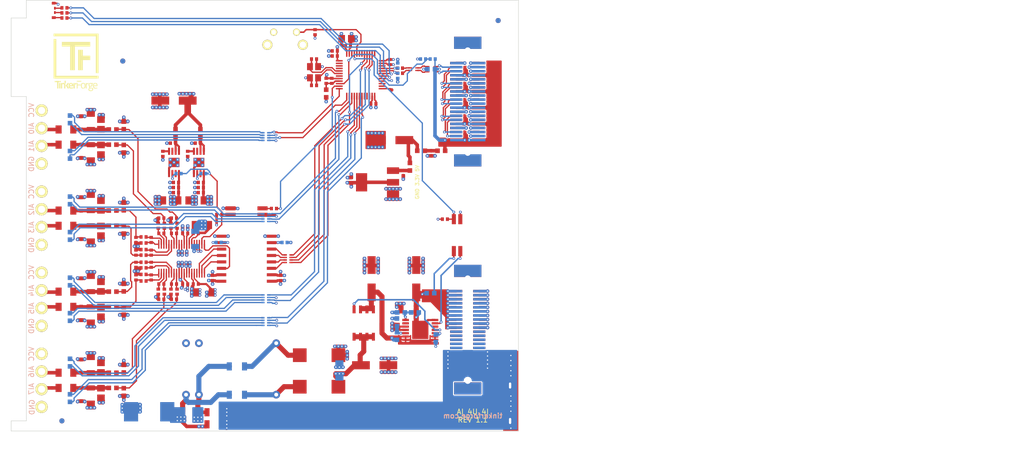
<source format=kicad_pcb>
(kicad_pcb (version 20171130) (host pcbnew 5.1.6-c6e7f7d~86~ubuntu18.04.1)
  (title_block (title "TNG AI 4U 4I") (date 2020-09-04) (rev 1.1) (company "Tinkerforge GmbH") (comment 1 "Licensed under CERN OHL v.1.1") (comment 2 "Copyright (©) 2020, B.Nordmeyer <bastian@tinkerforge.com>"))
  (layers (0 F.Cu signal) (1 GND power hide) (2 VCC power hide) (31 B.Cu signal hide) (34 B.Paste user) (35 F.Paste user) (36 B.SilkS user) (37 F.SilkS user) (38 B.Mask user) (39 F.Mask user) (44 Edge.Cuts user))
  (net 0 "")
  (net 1 GND)
  (net 2 3V3)
  (net 3 "Net-(C102-Pad1)")
  (net 4 "Net-(C108-Pad2)")
  (net 5 "Net-(C109-Pad2)")
  (net 6 +5V)
  (net 7 "Net-(C112-Pad1)")
  (net 8 USB-DP)
  (net 9 USB-DM)
  (net 10 5VA)
  (net 11 "Net-(C117-Pad1)")
  (net 12 Earth)
  (net 13 AGND)
  (net 14 "Net-(D203-Pad2)")
  (net 15 "Net-(D203-Pad1)")
  (net 16 "Net-(D204-Pad1)")
  (net 17 "Net-(D204-Pad2)")
  (net 18 "Net-(D205-Pad2)")
  (net 19 "Net-(D205-Pad1)")
  (net 20 "Net-(D206-Pad1)")
  (net 21 "Net-(D206-Pad2)")
  (net 22 "Net-(D207-Pad2)")
  (net 23 "Net-(D207-Pad1)")
  (net 24 "Net-(D208-Pad1)")
  (net 25 "Net-(D208-Pad2)")
  (net 26 "Net-(D209-Pad2)")
  (net 27 "Net-(D209-Pad1)")
  (net 28 "Net-(D210-Pad1)")
  (net 29 "Net-(D210-Pad2)")
  (net 30 VCC)
  (net 31 "Net-(J103-Pad29)")
  (net 32 "Net-(J103-Pad27)")
  (net 33 "Net-(J103-Pad21)")
  (net 34 "Net-(J103-Pad19)")
  (net 35 "Net-(J103-Pad13)")
  (net 36 "Net-(J103-Pad11)")
  (net 37 "Net-(J103-Pad5)")
  (net 38 "Net-(J103-Pad3)")
  (net 39 "Net-(LED101-Pad4)")
  (net 40 "Net-(LED101-Pad2)")
  (net 41 "Net-(LED101-Pad3)")
  (net 42 LEDR)
  (net 43 LED3)
  (net 44 LED2)
  (net 45 LED5)
  (net 46 LED4)
  (net 47 LED6)
  (net 48 LED7)
  (net 49 "Net-(P201-Pad3)")
  (net 50 "Net-(P201-Pad2)")
  (net 51 "Net-(P202-Pad2)")
  (net 52 "Net-(P202-Pad3)")
  (net 53 "Net-(P203-Pad3)")
  (net 54 "Net-(P203-Pad2)")
  (net 55 "Net-(P204-Pad2)")
  (net 56 "Net-(P204-Pad3)")
  (net 57 LEDG)
  (net 58 LED1)
  (net 59 LED0)
  (net 60 LEDB)
  (net 61 "Net-(C119-Pad2)")
  (net 62 USB-DMA)
  (net 63 USB-DPA)
  (net 64 USB-DMB)
  (net 65 USB-DPB)
  (net 66 AIN0)
  (net 67 USB-DMC)
  (net 68 USB-DPC)
  (net 69 AGNDA)
  (net 70 VCCPWRA)
  (net 71 "Net-(P102-Pad1)")
  (net 72 "Net-(C121-Pad1)")
  (net 73 PWR_GOOD)
  (net 74 "Net-(R110-Pad2)")
  (net 75 "Net-(R111-Pad2)")
  (net 76 "Net-(R113-Pad2)")
  (net 77 "Net-(R114-Pad2)")
  (net 78 PWR_PG)
  (net 79 "Net-(Q101-PadG)")
  (net 80 "Net-(C120-Pad2)")
  (net 81 VO)
  (net 82 "Net-(R101-Pad2)")
  (net 83 "Net-(C201-Pad1)")
  (net 84 "Net-(C202-Pad1)")
  (net 85 "Net-(C203-Pad1)")
  (net 86 "Net-(C204-Pad1)")
  (net 87 "Net-(C205-Pad1)")
  (net 88 "Net-(C206-Pad1)")
  (net 89 "Net-(C207-Pad1)")
  (net 90 "Net-(C208-Pad1)")
  (net 91 "Net-(C209-Pad1)")
  (net 92 "Net-(C210-Pad1)")
  (net 93 "Net-(C211-Pad1)")
  (net 94 "Net-(C212-Pad1)")
  (net 95 "Net-(C213-Pad1)")
  (net 96 "Net-(C214-Pad1)")
  (net 97 "Net-(C215-Pad1)")
  (net 98 "Net-(C216-Pad1)")
  (net 99 AIN0_P)
  (net 100 AIN0_N)
  (net 101 AIN1_N)
  (net 102 AIN1_P)
  (net 103 AIN2_N)
  (net 104 AIN2_P)
  (net 105 AIN3_P)
  (net 106 AIN3_N)
  (net 107 AIN4_P)
  (net 108 AIN4_N)
  (net 109 AIN5_P)
  (net 110 AIN5_N)
  (net 111 AIN6_N)
  (net 112 AIN6_P)
  (net 113 AIN7_N)
  (net 114 AIN7_P)
  (net 115 DVDD)
  (net 116 AVDD)
  (net 117 "Net-(C228-Pad2)")
  (net 118 "Net-(C231-Pad2)")
  (net 119 "Net-(C236-Pad2)")
  (net 120 "Net-(C237-Pad2)")
  (net 121 "Net-(C238-Pad2)")
  (net 122 "Net-(C239-Pad2)")
  (net 123 _RESET)
  (net 124 "Net-(R252-Pad1)")
  (net 125 ADC-RESET)
  (net 126 "Net-(R253-Pad2)")
  (net 127 "Net-(R254-Pad2)")
  (net 128 SPI-MISO)
  (net 129 "Net-(R256-Pad2)")
  (net 130 "Net-(R257-Pad2)")
  (net 131 SPI-CS)
  (net 132 SPI-CLK)
  (net 133 SPI-MOSI)
  (net 134 "Net-(U201-Pad1)")
  (net 135 "Net-(U201-Pad36)")
  (net 136 "Net-(U201-Pad37)")
  (net 137 "Net-(U201-Pad38)")
  (net 138 "Net-(RP206-Pad5)")
  (net 139 "Net-(RP206-Pad6)")
  (net 140 "Net-(RP206-Pad7)")
  (net 141 "Net-(RP206-Pad8)")
  (net 142 "Net-(J101-Pad22)")
  (net 143 "Net-(J101-Pad24)")
  (net 144 "Net-(J101-Pad26)")
  (net 145 "Net-(J101-Pad28)")
  (net 146 "Net-(J101-Pad30)")
  (net 147 "Net-(J101-Pad21)")
  (net 148 "Net-(J101-Pad23)")
  (net 149 "Net-(J101-Pad25)")
  (net 150 "Net-(J101-Pad27)")
  (net 151 "Net-(J101-Pad29)")
  (net 152 "Net-(J102-Pad22)")
  (net 153 "Net-(J102-Pad24)")
  (net 154 "Net-(J102-Pad26)")
  (net 155 "Net-(J102-Pad28)")
  (net 156 "Net-(J102-Pad30)")
  (net 157 "Net-(J102-Pad21)")
  (net 158 "Net-(J102-Pad23)")
  (net 159 "Net-(J102-Pad25)")
  (net 160 "Net-(J102-Pad27)")
  (net 161 "Net-(J102-Pad29)")
  (net 162 "Net-(J103-Pad37)")
  (net 163 "Net-(J103-Pad35)")
  (net 164 "Net-(U101-Pad2)")
  (net 165 "Net-(U101-Pad3)")
  (net 166 "Net-(U101-Pad4)")
  (net 167 "Net-(U101-Pad7)")
  (net 168 "Net-(U101-Pad20)")
  (net 169 "Net-(U101-Pad21)")
  (net 170 "Net-(U101-Pad22)")
  (net 171 "Net-(U101-Pad26)")
  (net 172 "Net-(U101-Pad27)")
  (net 173 "Net-(U101-Pad28)")
  (net 174 "Net-(U101-Pad34)")
  (net 175 "Net-(U101-Pad37)")
  (net 176 "Net-(U101-Pad42)")
  (net 177 "Net-(U101-Pad43)")
  (net 178 "Net-(U101-Pad46)")
  (net 179 "Net-(U104-Pad8)")
  (net 180 "Net-(U104-Pad7)")
  (net 181 "Net-(U106-Pad2)")
  (net 182 "Net-(U106-Pad12)")
  (net 183 "Net-(U201-Pad35)")
  (net 184 "Net-(U204-Pad7)")
  (net 185 "Net-(U204-Pad3)")
  (net 186 "Net-(U205-Pad7)")
  (net 187 "Net-(U205-Pad3)")
  (module kicad-libraries:PE_Hook (layer F.Cu) (at 188.3 139.6)
    (fp_text reference P103)
    (fp_text value PE)
    (pad 1 thru_hole oval (at -0.15 -1.075) (size 1 2) (drill oval 0.45 1.2) (layers *.Cu *.Mask) (net 12 Earth))
    (pad 1 thru_hole oval (at -0.15 5.925) (size 1 2) (drill oval 0.45 1.2) (layers *.Cu *.Mask) (net 12 Earth))
    (pad 1 smd rect (at 0 0) (size 3 15.85) (layers F.Cu) (net 12 Earth))
  )
  (module kicad-libraries:4X0402 (layer F.Cu) (at 144.4 113.5 90)
    (fp_text reference RP206)
    (fp_text value 470)
    (pad 8 smd rect (at -0.7493 -0.575 90) (size 0.29972 0.65) (layers F.Cu F.Paste F.Mask) (net 141 "Net-(RP206-Pad8)"))
    (pad 7 smd rect (at -0.24892 -0.575 90) (size 0.29972 0.65) (layers F.Cu F.Paste F.Mask) (net 140 "Net-(RP206-Pad7)"))
    (pad 6 smd rect (at 0.24892 -0.575 90) (size 0.29972 0.65) (layers F.Cu F.Paste F.Mask) (net 139 "Net-(RP206-Pad6)"))
    (pad 5 smd rect (at 0.7493 -0.575 90) (size 0.29972 0.65) (layers F.Cu F.Paste F.Mask) (net 138 "Net-(RP206-Pad5)"))
    (pad 4 smd rect (at 0.7493 0.575 270) (size 0.29972 0.65) (layers F.Cu F.Paste F.Mask) (net 128 SPI-MISO))
    (pad 3 smd rect (at 0.24892 0.575 270) (size 0.29972 0.65) (layers F.Cu F.Paste F.Mask) (net 132 SPI-CLK))
    (pad 2 smd rect (at -0.24892 0.575 270) (size 0.29972 0.65) (layers F.Cu F.Paste F.Mask) (net 131 SPI-CS))
    (pad 1 smd rect (at -0.7493 0.575 270) (size 0.29972 0.65) (layers F.Cu F.Paste F.Mask) (net 133 SPI-MOSI))
  )
  (module kicad-libraries:C0402F (layer F.Cu) (at 126.2 108.5 180)
    (fp_text reference C228)
    (fp_text value 1uF)
    (pad 1 smd rect (at -0.5 0 180) (size 0.6 0.7) (layers F.Cu F.Paste F.Mask) (net 13 AGND))
    (pad 2 smd rect (at 0.5 0 180) (size 0.6 0.7) (layers F.Cu F.Paste F.Mask) (net 117 "Net-(C228-Pad2)"))
  )
  (module kicad-libraries:C1206 (layer F.Cu) (at 127.75 120.15 180)
    (fp_text reference C230)
    (fp_text value 10uF)
    (pad 2 smd rect (at 1.50114 0 180) (size 1.00076 1.6002) (layers F.Cu F.Paste F.Mask) (net 13 AGND))
    (pad 1 smd rect (at -1.50114 0 180) (size 1.00076 1.6002) (layers F.Cu F.Paste F.Mask) (net 115 DVDD))
  )
  (module kicad-libraries:C0402F (layer F.Cu) (at 126.2 118.5 180)
    (fp_text reference C226)
    (fp_text value 1uF)
    (pad 1 smd rect (at -0.5 0 180) (size 0.6 0.7) (layers F.Cu F.Paste F.Mask) (net 115 DVDD))
    (pad 2 smd rect (at 0.5 0 180) (size 0.6 0.7) (layers F.Cu F.Paste F.Mask) (net 13 AGND))
  )
  (module kicad-libraries:C0402F (layer F.Cu) (at 124.1 118.5 180)
    (fp_text reference C229)
    (fp_text value 1uF)
    (pad 1 smd rect (at -0.5 0 180) (size 0.6 0.7) (layers F.Cu F.Paste F.Mask) (net 116 AVDD))
    (pad 2 smd rect (at 0.5 0 180) (size 0.6 0.7) (layers F.Cu F.Paste F.Mask) (net 13 AGND))
  )
  (module kicad-libraries:MSOP-8-EP (layer F.Cu) (at 126.8 94.5 180)
    (fp_text reference U205)
    (fp_text value TPS7A6633QDGNRQ1)
    (pad EP smd rect (at 0 0 180) (size 2.15 1.846) (layers F.Cu F.Paste F.Mask) (net 13 AGND))
    (pad 8 smd rect (at -0.975 -2.2 180) (size 0.4 1.4) (layers F.Cu F.Paste F.Mask) (net 115 DVDD))
    (pad 7 smd rect (at -0.325 -2.2 180) (size 0.4 1.4) (layers F.Cu F.Paste F.Mask) (net 186 "Net-(U205-Pad7)"))
    (pad 6 smd rect (at 0.325 -2.2 180) (size 0.4 1.4) (layers F.Cu F.Paste F.Mask) (net 130 "Net-(R257-Pad2)"))
    (pad 5 smd rect (at 0.975 -2.2 180) (size 0.4 1.4) (layers F.Cu F.Paste F.Mask) (net 13 AGND))
    (pad 4 smd rect (at 0.975 2.2 180) (size 0.4 1.4) (layers F.Cu F.Paste F.Mask) (net 122 "Net-(C239-Pad2)"))
    (pad 3 smd rect (at 0.325 2.2 180) (size 0.4 1.4) (layers F.Cu F.Paste F.Mask) (net 187 "Net-(U205-Pad3)"))
    (pad 2 smd rect (at -0.325 2.2 180) (size 0.4 1.4) (layers F.Cu F.Paste F.Mask) (net 120 "Net-(C237-Pad2)"))
    (pad 1 smd rect (at -0.975 2.2 180) (size 0.4 1.4) (layers F.Cu F.Paste F.Mask) (net 120 "Net-(C237-Pad2)"))
  )
  (module kicad-libraries:MSOP-8-EP (layer F.Cu) (at 121.9 94.5 180)
    (fp_text reference U204)
    (fp_text value TPS7A6650QDGNRQ1)
    (pad EP smd rect (at 0 0 180) (size 2.15 1.846) (layers F.Cu F.Paste F.Mask) (net 13 AGND))
    (pad 8 smd rect (at -0.975 -2.2 180) (size 0.4 1.4) (layers F.Cu F.Paste F.Mask) (net 116 AVDD))
    (pad 7 smd rect (at -0.325 -2.2 180) (size 0.4 1.4) (layers F.Cu F.Paste F.Mask) (net 184 "Net-(U204-Pad7)"))
    (pad 6 smd rect (at 0.325 -2.2 180) (size 0.4 1.4) (layers F.Cu F.Paste F.Mask) (net 129 "Net-(R256-Pad2)"))
    (pad 5 smd rect (at 0.975 -2.2 180) (size 0.4 1.4) (layers F.Cu F.Paste F.Mask) (net 13 AGND))
    (pad 4 smd rect (at 0.975 2.2 180) (size 0.4 1.4) (layers F.Cu F.Paste F.Mask) (net 121 "Net-(C238-Pad2)"))
    (pad 3 smd rect (at 0.325 2.2 180) (size 0.4 1.4) (layers F.Cu F.Paste F.Mask) (net 185 "Net-(U204-Pad3)"))
    (pad 2 smd rect (at -0.325 2.2 180) (size 0.4 1.4) (layers F.Cu F.Paste F.Mask) (net 119 "Net-(C236-Pad2)"))
    (pad 1 smd rect (at -0.975 2.2 180) (size 0.4 1.4) (layers F.Cu F.Paste F.Mask) (net 119 "Net-(C236-Pad2)"))
  )
  (module kicad-libraries:SOIC16_WIDE (layer F.Cu) (at 136.2 113.5 90)
    (fp_text reference U203)
    (fp_text value ISO7741DWR)
    (pad 16 smd rect (at -4.44246 -4.92252 90) (size 0.59944 1.84912) (layers F.Cu F.Paste F.Mask) (net 115 DVDD))
    (pad 15 smd rect (at -3.17246 -4.92252 90) (size 0.59944 1.84912) (layers F.Cu F.Paste F.Mask) (net 13 AGND))
    (pad 14 smd rect (at -1.90246 -4.92252 90) (size 0.59944 1.84912) (layers F.Cu F.Paste F.Mask) (net 134 "Net-(U201-Pad1)"))
    (pad 13 smd rect (at -0.63246 -4.92252 90) (size 0.59944 1.84912) (layers F.Cu F.Paste F.Mask) (net 137 "Net-(U201-Pad38)"))
    (pad 12 smd rect (at 0.63246 -4.92252 90) (size 0.59944 1.84912) (layers F.Cu F.Paste F.Mask) (net 136 "Net-(U201-Pad37)"))
    (pad 11 smd rect (at 1.90246 -4.92252 90) (size 0.59944 1.84912) (layers F.Cu F.Paste F.Mask) (net 135 "Net-(U201-Pad36)"))
    (pad 10 smd rect (at 3.17246 -4.92252 90) (size 0.59944 1.84912) (layers F.Cu F.Paste F.Mask) (net 124 "Net-(R252-Pad1)"))
    (pad 9 smd rect (at 4.44246 -4.92252 90) (size 0.59944 1.84912) (layers F.Cu F.Paste F.Mask) (net 13 AGND))
    (pad 8 smd rect (at 4.44246 4.92252 270) (size 0.59944 1.84912) (layers F.Cu F.Paste F.Mask) (net 1 GND))
    (pad 7 smd rect (at 3.17246 4.92252 270) (size 0.59944 1.84912) (layers F.Cu F.Paste F.Mask) (net 127 "Net-(R254-Pad2)"))
    (pad 6 smd rect (at 1.90246 4.92252 270) (size 0.59944 1.84912) (layers F.Cu F.Paste F.Mask) (net 138 "Net-(RP206-Pad5)"))
    (pad 5 smd rect (at 0.63246 4.92252 270) (size 0.59944 1.84912) (layers F.Cu F.Paste F.Mask) (net 139 "Net-(RP206-Pad6)"))
    (pad 4 smd rect (at -0.63246 4.92252 270) (size 0.59944 1.84912) (layers F.Cu F.Paste F.Mask) (net 140 "Net-(RP206-Pad7)"))
    (pad 3 smd rect (at -1.90246 4.92252 270) (size 0.59944 1.84912) (layers F.Cu F.Paste F.Mask) (net 141 "Net-(RP206-Pad8)"))
    (pad 2 smd rect (at -3.17246 4.92252 270) (size 0.59944 1.84912) (layers F.Cu F.Paste F.Mask) (net 1 GND))
    (pad 1 smd rect (at -4.44246 4.92252 270) (size 0.59944 1.84912) (layers F.Cu F.Paste F.Mask) (net 2 3V3))
  )
  (module kicad-libraries:SOP4 (layer F.Cu) (at 136.2 104.2 270)
    (fp_text reference U202)
    (fp_text value TLP293)
    (pad 1 smd rect (at 0.635 -3.15 270) (size 0.8 2) (layers F.Cu F.Paste F.Mask) (net 2 3V3))
    (pad 2 smd rect (at -0.635 -3.15 270) (size 0.8 2) (layers F.Cu F.Paste F.Mask) (net 126 "Net-(R253-Pad2)"))
    (pad 3 smd rect (at -0.635 3.15 270) (size 0.8 2) (layers F.Cu F.Paste F.Mask) (net 13 AGND))
    (pad 4 smd rect (at 0.635 3.15 270) (size 0.8 2) (layers F.Cu F.Paste F.Mask) (net 123 _RESET))
  )
  (module kicad-libraries:TSSOP38 (layer F.Cu) (at 123.4 113.5 180)
    (fp_text reference U201)
    (fp_text value ADS8698)
    (pad 38 smd rect (at -4.49834 -2.84988 180) (size 0.24892 1.74752) (layers F.Cu F.Paste F.Mask) (net 137 "Net-(U201-Pad38)"))
    (pad 37 smd rect (at -3.99796 -2.84988 180) (size 0.24892 1.74752) (layers F.Cu F.Paste F.Mask) (net 136 "Net-(U201-Pad37)"))
    (pad 36 smd rect (at -3.49758 -2.84988 180) (size 0.24892 1.74752) (layers F.Cu F.Paste F.Mask) (net 135 "Net-(U201-Pad36)"))
    (pad 35 smd rect (at -2.99974 -2.84988 180) (size 0.24892 1.74752) (layers F.Cu F.Paste F.Mask) (net 183 "Net-(U201-Pad35)"))
    (pad 34 smd rect (at -2.49936 -2.84988 180) (size 0.24892 1.74752) (layers F.Cu F.Paste F.Mask) (net 115 DVDD))
    (pad 33 smd rect (at -1.99898 -2.84988 180) (size 0.24892 1.74752) (layers F.Cu F.Paste F.Mask) (net 13 AGND))
    (pad 32 smd rect (at -1.4986 -2.84988 180) (size 0.24892 1.74752) (layers F.Cu F.Paste F.Mask) (net 13 AGND))
    (pad 31 smd rect (at -0.99822 -2.84988 180) (size 0.24892 1.74752) (layers F.Cu F.Paste F.Mask) (net 13 AGND))
    (pad 30 smd rect (at -0.49784 -2.84988 180) (size 0.24892 1.74752) (layers F.Cu F.Paste F.Mask) (net 116 AVDD))
    (pad 29 smd rect (at 0 -2.84988 180) (size 0.24892 1.74752) (layers F.Cu F.Paste F.Mask) (net 13 AGND))
    (pad 28 smd rect (at 0.49784 -2.84988 180) (size 0.24892 1.74752) (layers F.Cu F.Paste F.Mask) (net 13 AGND))
    (pad 27 smd rect (at 0.99822 -2.84988 180) (size 0.24892 1.74752) (layers F.Cu F.Paste F.Mask) (net 109 AIN5_P))
    (pad 26 smd rect (at 1.4986 -2.84988 180) (size 0.24892 1.74752) (layers F.Cu F.Paste F.Mask) (net 110 AIN5_N))
    (pad 25 smd rect (at 1.99898 -2.84988 180) (size 0.24892 1.74752) (layers F.Cu F.Paste F.Mask) (net 107 AIN4_P))
    (pad 24 smd rect (at 2.49936 -2.84988 180) (size 0.24892 1.74752) (layers F.Cu F.Paste F.Mask) (net 108 AIN4_N))
    (pad 23 smd rect (at 2.99974 -2.84988 180) (size 0.24892 1.74752) (layers F.Cu F.Paste F.Mask) (net 105 AIN3_P))
    (pad 22 smd rect (at 3.49758 -2.84988 180) (size 0.24892 1.74752) (layers F.Cu F.Paste F.Mask) (net 106 AIN3_N))
    (pad 21 smd rect (at 3.99796 -2.84988 180) (size 0.24892 1.74752) (layers F.Cu F.Paste F.Mask) (net 104 AIN2_P))
    (pad 20 smd rect (at 4.49834 -2.84988 180) (size 0.24892 1.74752) (layers F.Cu F.Paste F.Mask) (net 103 AIN2_N))
    (pad 19 smd rect (at 4.49834 2.84988) (size 0.24892 1.74752) (layers F.Cu F.Paste F.Mask) (net 101 AIN1_N))
    (pad 18 smd rect (at 3.99796 2.84988) (size 0.24892 1.74752) (layers F.Cu F.Paste F.Mask) (net 102 AIN1_P))
    (pad 17 smd rect (at 3.49758 2.84988) (size 0.24892 1.74752) (layers F.Cu F.Paste F.Mask) (net 100 AIN0_N))
    (pad 16 smd rect (at 2.99974 2.84988) (size 0.24892 1.74752) (layers F.Cu F.Paste F.Mask) (net 99 AIN0_P))
    (pad 15 smd rect (at 2.49936 2.84988) (size 0.24892 1.74752) (layers F.Cu F.Paste F.Mask) (net 113 AIN7_N))
    (pad 14 smd rect (at 1.99898 2.84988) (size 0.24892 1.74752) (layers F.Cu F.Paste F.Mask) (net 114 AIN7_P))
    (pad 13 smd rect (at 1.4986 2.84988) (size 0.24892 1.74752) (layers F.Cu F.Paste F.Mask) (net 111 AIN6_N))
    (pad 12 smd rect (at 0.99822 2.84988) (size 0.24892 1.74752) (layers F.Cu F.Paste F.Mask) (net 112 AIN6_P))
    (pad 11 smd rect (at 0.49784 2.84988) (size 0.24892 1.74752) (layers F.Cu F.Paste F.Mask) (net 13 AGND))
    (pad 10 smd rect (at 0 2.84988) (size 0.24892 1.74752) (layers F.Cu F.Paste F.Mask) (net 13 AGND))
    (pad 9 smd rect (at -0.49784 2.84988) (size 0.24892 1.74752) (layers F.Cu F.Paste F.Mask) (net 116 AVDD))
    (pad 8 smd rect (at -0.99822 2.84988) (size 0.24892 1.74752) (layers F.Cu F.Paste F.Mask) (net 13 AGND))
    (pad 7 smd rect (at -1.4986 2.84988) (size 0.24892 1.74752) (layers F.Cu F.Paste F.Mask) (net 117 "Net-(C228-Pad2)"))
    (pad 6 smd rect (at -1.99898 2.84988) (size 0.24892 1.74752) (layers F.Cu F.Paste F.Mask) (net 13 AGND))
    (pad 5 smd rect (at -2.49936 2.84988) (size 0.24892 1.74752) (layers F.Cu F.Paste F.Mask) (net 118 "Net-(C231-Pad2)"))
    (pad 4 smd rect (at -2.99974 2.84988) (size 0.24892 1.74752) (layers F.Cu F.Paste F.Mask) (net 13 AGND))
    (pad 3 smd rect (at -3.49758 2.84988) (size 0.24892 1.74752) (layers F.Cu F.Paste F.Mask) (net 13 AGND))
    (pad 2 smd rect (at -3.99796 2.84988) (size 0.24892 1.74752) (layers F.Cu F.Paste F.Mask) (net 123 _RESET))
    (pad 1 smd rect (at -4.49834 2.84988) (size 0.24892 1.74752) (layers F.Cu F.Paste F.Mask) (net 134 "Net-(U201-Pad1)"))
  )
  (module kicad-libraries:4X0402 (layer B.Cu) (at 140 125.9 270)
    (fp_text reference RP204)
    (fp_text value 470)
    (pad 8 smd rect (at -0.7493 0.575 270) (size 0.29972 0.65) (layers B.Cu B.Paste B.Mask) (net 26 "Net-(D209-Pad2)"))
    (pad 7 smd rect (at -0.24892 0.575 270) (size 0.29972 0.65) (layers B.Cu B.Paste B.Mask) (net 27 "Net-(D209-Pad1)"))
    (pad 6 smd rect (at 0.24892 0.575 270) (size 0.29972 0.65) (layers B.Cu B.Paste B.Mask) (net 29 "Net-(D210-Pad2)"))
    (pad 5 smd rect (at 0.7493 0.575 270) (size 0.29972 0.65) (layers B.Cu B.Paste B.Mask) (net 28 "Net-(D210-Pad1)"))
    (pad 4 smd rect (at 0.7493 -0.575 90) (size 0.29972 0.65) (layers B.Cu B.Paste B.Mask) (net 2 3V3))
    (pad 3 smd rect (at 0.24892 -0.575 90) (size 0.29972 0.65) (layers B.Cu B.Paste B.Mask) (net 48 LED7))
    (pad 2 smd rect (at -0.24892 -0.575 90) (size 0.29972 0.65) (layers B.Cu B.Paste B.Mask) (net 2 3V3))
    (pad 1 smd rect (at -0.7493 -0.575 90) (size 0.29972 0.65) (layers B.Cu B.Paste B.Mask) (net 47 LED6))
  )
  (module kicad-libraries:4X0402 (layer B.Cu) (at 140 121.4 270)
    (fp_text reference RP203)
    (fp_text value 470)
    (pad 8 smd rect (at -0.7493 0.575 270) (size 0.29972 0.65) (layers B.Cu B.Paste B.Mask) (net 22 "Net-(D207-Pad2)"))
    (pad 7 smd rect (at -0.24892 0.575 270) (size 0.29972 0.65) (layers B.Cu B.Paste B.Mask) (net 23 "Net-(D207-Pad1)"))
    (pad 6 smd rect (at 0.24892 0.575 270) (size 0.29972 0.65) (layers B.Cu B.Paste B.Mask) (net 25 "Net-(D208-Pad2)"))
    (pad 5 smd rect (at 0.7493 0.575 270) (size 0.29972 0.65) (layers B.Cu B.Paste B.Mask) (net 24 "Net-(D208-Pad1)"))
    (pad 4 smd rect (at 0.7493 -0.575 90) (size 0.29972 0.65) (layers B.Cu B.Paste B.Mask) (net 2 3V3))
    (pad 3 smd rect (at 0.24892 -0.575 90) (size 0.29972 0.65) (layers B.Cu B.Paste B.Mask) (net 45 LED5))
    (pad 2 smd rect (at -0.24892 -0.575 90) (size 0.29972 0.65) (layers B.Cu B.Paste B.Mask) (net 2 3V3))
    (pad 1 smd rect (at -0.7493 -0.575 90) (size 0.29972 0.65) (layers B.Cu B.Paste B.Mask) (net 46 LED4))
  )
  (module kicad-libraries:4X0402 (layer B.Cu) (at 140 105.4 270)
    (fp_text reference RP202)
    (fp_text value 470)
    (pad 8 smd rect (at -0.7493 0.575 270) (size 0.29972 0.65) (layers B.Cu B.Paste B.Mask) (net 18 "Net-(D205-Pad2)"))
    (pad 7 smd rect (at -0.24892 0.575 270) (size 0.29972 0.65) (layers B.Cu B.Paste B.Mask) (net 19 "Net-(D205-Pad1)"))
    (pad 6 smd rect (at 0.24892 0.575 270) (size 0.29972 0.65) (layers B.Cu B.Paste B.Mask) (net 21 "Net-(D206-Pad2)"))
    (pad 5 smd rect (at 0.7493 0.575 270) (size 0.29972 0.65) (layers B.Cu B.Paste B.Mask) (net 20 "Net-(D206-Pad1)"))
    (pad 4 smd rect (at 0.7493 -0.575 90) (size 0.29972 0.65) (layers B.Cu B.Paste B.Mask) (net 2 3V3))
    (pad 3 smd rect (at 0.24892 -0.575 90) (size 0.29972 0.65) (layers B.Cu B.Paste B.Mask) (net 43 LED3))
    (pad 2 smd rect (at -0.24892 -0.575 90) (size 0.29972 0.65) (layers B.Cu B.Paste B.Mask) (net 2 3V3))
    (pad 1 smd rect (at -0.7493 -0.575 90) (size 0.29972 0.65) (layers B.Cu B.Paste B.Mask) (net 44 LED2))
  )
  (module kicad-libraries:4X0402 (layer B.Cu) (at 140 89.4 270)
    (fp_text reference RP201)
    (fp_text value 470)
    (pad 8 smd rect (at -0.7493 0.575 270) (size 0.29972 0.65) (layers B.Cu B.Paste B.Mask) (net 14 "Net-(D203-Pad2)"))
    (pad 7 smd rect (at -0.24892 0.575 270) (size 0.29972 0.65) (layers B.Cu B.Paste B.Mask) (net 15 "Net-(D203-Pad1)"))
    (pad 6 smd rect (at 0.24892 0.575 270) (size 0.29972 0.65) (layers B.Cu B.Paste B.Mask) (net 17 "Net-(D204-Pad2)"))
    (pad 5 smd rect (at 0.7493 0.575 270) (size 0.29972 0.65) (layers B.Cu B.Paste B.Mask) (net 16 "Net-(D204-Pad1)"))
    (pad 4 smd rect (at 0.7493 -0.575 90) (size 0.29972 0.65) (layers B.Cu B.Paste B.Mask) (net 2 3V3))
    (pad 3 smd rect (at 0.24892 -0.575 90) (size 0.29972 0.65) (layers B.Cu B.Paste B.Mask) (net 58 LED1))
    (pad 2 smd rect (at -0.24892 -0.575 90) (size 0.29972 0.65) (layers B.Cu B.Paste B.Mask) (net 2 3V3))
    (pad 1 smd rect (at -0.7493 -0.575 90) (size 0.29972 0.65) (layers B.Cu B.Paste B.Mask) (net 59 LED0))
  )
  (module kicad-libraries:R0402F (layer B.Cu) (at 127.7 96.7 180)
    (fp_text reference R257)
    (fp_text value DNP)
    (pad 1 smd rect (at -0.5 0 180) (size 0.6 0.7) (layers B.Cu B.Paste B.Mask) (net 123 _RESET))
    (pad 2 smd rect (at 0.5 0 180) (size 0.6 0.7) (layers B.Cu B.Paste B.Mask) (net 130 "Net-(R257-Pad2)"))
  )
  (module kicad-libraries:R0402F (layer B.Cu) (at 122.8 96.7 180)
    (fp_text reference R256)
    (fp_text value DNP)
    (pad 1 smd rect (at -0.5 0 180) (size 0.6 0.7) (layers B.Cu B.Paste B.Mask) (net 123 _RESET))
    (pad 2 smd rect (at 0.5 0 180) (size 0.6 0.7) (layers B.Cu B.Paste B.Mask) (net 129 "Net-(R256-Pad2)"))
  )
  (module kicad-libraries:R0402F (layer B.Cu) (at 143.7 110.3 180)
    (fp_text reference R254)
    (fp_text value 4.7k)
    (pad 1 smd rect (at -0.5 0 180) (size 0.6 0.7) (layers B.Cu B.Paste B.Mask) (net 2 3V3))
    (pad 2 smd rect (at 0.5 0 180) (size 0.6 0.7) (layers B.Cu B.Paste B.Mask) (net 127 "Net-(R254-Pad2)"))
  )
  (module kicad-libraries:R0402F (layer F.Cu) (at 141.6 103.6 180)
    (fp_text reference R253)
    (fp_text value 1k)
    (pad 1 smd rect (at -0.5 0 180) (size 0.6 0.7) (layers F.Cu F.Paste F.Mask) (net 125 ADC-RESET))
    (pad 2 smd rect (at 0.5 0 180) (size 0.6 0.7) (layers F.Cu F.Paste F.Mask) (net 126 "Net-(R253-Pad2)"))
  )
  (module kicad-libraries:R0402F (layer B.Cu) (at 130.7 110.3 180)
    (fp_text reference R252)
    (fp_text value 4.7k)
    (pad 1 smd rect (at -0.5 0 180) (size 0.6 0.7) (layers B.Cu B.Paste B.Mask) (net 124 "Net-(R252-Pad1)"))
    (pad 2 smd rect (at 0.5 0 180) (size 0.6 0.7) (layers B.Cu B.Paste B.Mask) (net 115 DVDD))
  )
  (module kicad-libraries:R0402F (layer F.Cu) (at 130.8 104.8 180)
    (fp_text reference R251)
    (fp_text value 4.7k)
    (pad 1 smd rect (at -0.5 0 180) (size 0.6 0.7) (layers F.Cu F.Paste F.Mask) (net 123 _RESET))
    (pad 2 smd rect (at 0.5 0 180) (size 0.6 0.7) (layers F.Cu F.Paste F.Mask) (net 115 DVDD))
  )
  (module kicad-libraries:R0402F (layer F.Cu) (at 121.3 120 270)
    (fp_text reference R248)
    (fp_text value 1.1k)
    (pad 1 smd rect (at -0.5 0 270) (size 0.6 0.7) (layers F.Cu F.Paste F.Mask) (net 110 AIN5_N))
    (pad 2 smd rect (at 0.5 0 270) (size 0.6 0.7) (layers F.Cu F.Paste F.Mask) (net 13 AGND))
  )
  (module kicad-libraries:R0402F (layer F.Cu) (at 122.5 120 270)
    (fp_text reference R247)
    (fp_text value 0)
    (pad 1 smd rect (at -0.5 0 270) (size 0.6 0.7) (layers F.Cu F.Paste F.Mask) (net 109 AIN5_P))
    (pad 2 smd rect (at 0.5 0 270) (size 0.6 0.7) (layers F.Cu F.Paste F.Mask) (net 98 "Net-(C216-Pad1)"))
  )
  (module kicad-libraries:R0402F (layer F.Cu) (at 118.8 120 270)
    (fp_text reference R246)
    (fp_text value 1.1k)
    (pad 1 smd rect (at -0.5 0 270) (size 0.6 0.7) (layers F.Cu F.Paste F.Mask) (net 106 AIN3_N))
    (pad 2 smd rect (at 0.5 0 270) (size 0.6 0.7) (layers F.Cu F.Paste F.Mask) (net 13 AGND))
  )
  (module kicad-libraries:R0402F (layer F.Cu) (at 120 120 270)
    (fp_text reference R245)
    (fp_text value 0)
    (pad 1 smd rect (at -0.5 0 270) (size 0.6 0.7) (layers F.Cu F.Paste F.Mask) (net 105 AIN3_P))
    (pad 2 smd rect (at 0.5 0 270) (size 0.6 0.7) (layers F.Cu F.Paste F.Mask) (net 97 "Net-(C215-Pad1)"))
  )
  (module kicad-libraries:R0402F (layer F.Cu) (at 115.9 116.6 180)
    (fp_text reference R244)
    (fp_text value 1.1k)
    (pad 1 smd rect (at -0.5 0 180) (size 0.6 0.7) (layers F.Cu F.Paste F.Mask) (net 103 AIN2_N))
    (pad 2 smd rect (at 0.5 0 180) (size 0.6 0.7) (layers F.Cu F.Paste F.Mask) (net 13 AGND))
  )
  (module kicad-libraries:R0402F (layer F.Cu) (at 115.9 117.9 180)
    (fp_text reference R243)
    (fp_text value 0)
    (pad 1 smd rect (at -0.5 0 180) (size 0.6 0.7) (layers F.Cu F.Paste F.Mask) (net 104 AIN2_P))
    (pad 2 smd rect (at 0.5 0 180) (size 0.6 0.7) (layers F.Cu F.Paste F.Mask) (net 96 "Net-(C214-Pad1)"))
  )
  (module kicad-libraries:R0402F (layer F.Cu) (at 115.9 115.3 180)
    (fp_text reference R242)
    (fp_text value 1.1k)
    (pad 1 smd rect (at -0.5 0 180) (size 0.6 0.7) (layers F.Cu F.Paste F.Mask) (net 108 AIN4_N))
    (pad 2 smd rect (at 0.5 0 180) (size 0.6 0.7) (layers F.Cu F.Paste F.Mask) (net 13 AGND))
  )
  (module kicad-libraries:R0402F (layer F.Cu) (at 115.9 114.2 180)
    (fp_text reference R241)
    (fp_text value 0)
    (pad 1 smd rect (at -0.5 0 180) (size 0.6 0.7) (layers F.Cu F.Paste F.Mask) (net 107 AIN4_P))
    (pad 2 smd rect (at 0.5 0 180) (size 0.6 0.7) (layers F.Cu F.Paste F.Mask) (net 95 "Net-(C213-Pad1)"))
  )
  (module kicad-libraries:R0402F (layer F.Cu) (at 115.9 111.7 180)
    (fp_text reference R240)
    (fp_text value 1.1k)
    (pad 1 smd rect (at -0.5 0 180) (size 0.6 0.7) (layers F.Cu F.Paste F.Mask) (net 113 AIN7_N))
    (pad 2 smd rect (at 0.5 0 180) (size 0.6 0.7) (layers F.Cu F.Paste F.Mask) (net 13 AGND))
  )
  (module kicad-libraries:R0402F (layer F.Cu) (at 115.9 112.8 180)
    (fp_text reference R239)
    (fp_text value 0)
    (pad 1 smd rect (at -0.5 0 180) (size 0.6 0.7) (layers F.Cu F.Paste F.Mask) (net 114 AIN7_P))
    (pad 2 smd rect (at 0.5 0 180) (size 0.6 0.7) (layers F.Cu F.Paste F.Mask) (net 94 "Net-(C212-Pad1)"))
  )
  (module kicad-libraries:R0402F (layer F.Cu) (at 115.9 110.4 180)
    (fp_text reference R238)
    (fp_text value 1.1k)
    (pad 1 smd rect (at -0.5 0 180) (size 0.6 0.7) (layers F.Cu F.Paste F.Mask) (net 101 AIN1_N))
    (pad 2 smd rect (at 0.5 0 180) (size 0.6 0.7) (layers F.Cu F.Paste F.Mask) (net 13 AGND))
  )
  (module kicad-libraries:R0402F (layer F.Cu) (at 115.9 109.2 180)
    (fp_text reference R237)
    (fp_text value 0)
    (pad 1 smd rect (at -0.5 0 180) (size 0.6 0.7) (layers F.Cu F.Paste F.Mask) (net 102 AIN1_P))
    (pad 2 smd rect (at 0.5 0 180) (size 0.6 0.7) (layers F.Cu F.Paste F.Mask) (net 93 "Net-(C211-Pad1)"))
  )
  (module kicad-libraries:R0402F (layer F.Cu) (at 118.8 107 90)
    (fp_text reference R236)
    (fp_text value 1.1k)
    (pad 1 smd rect (at -0.5 0 90) (size 0.6 0.7) (layers F.Cu F.Paste F.Mask) (net 100 AIN0_N))
    (pad 2 smd rect (at 0.5 0 90) (size 0.6 0.7) (layers F.Cu F.Paste F.Mask) (net 13 AGND))
  )
  (module kicad-libraries:R0402F (layer F.Cu) (at 120 107 90)
    (fp_text reference R235)
    (fp_text value 0)
    (pad 1 smd rect (at -0.5 0 90) (size 0.6 0.7) (layers F.Cu F.Paste F.Mask) (net 99 AIN0_P))
    (pad 2 smd rect (at 0.5 0 90) (size 0.6 0.7) (layers F.Cu F.Paste F.Mask) (net 92 "Net-(C210-Pad1)"))
  )
  (module kicad-libraries:R0402F (layer F.Cu) (at 121.3 107 90)
    (fp_text reference R234)
    (fp_text value 1.1k)
    (pad 1 smd rect (at -0.5 0 90) (size 0.6 0.7) (layers F.Cu F.Paste F.Mask) (net 111 AIN6_N))
    (pad 2 smd rect (at 0.5 0 90) (size 0.6 0.7) (layers F.Cu F.Paste F.Mask) (net 13 AGND))
  )
  (module kicad-libraries:R0402F (layer F.Cu) (at 122.5 107 90)
    (fp_text reference R233)
    (fp_text value 0)
    (pad 1 smd rect (at -0.5 0 90) (size 0.6 0.7) (layers F.Cu F.Paste F.Mask) (net 112 AIN6_P))
    (pad 2 smd rect (at 0.5 0 90) (size 0.6 0.7) (layers F.Cu F.Paste F.Mask) (net 91 "Net-(C209-Pad1)"))
  )
  (module kicad-libraries:R0402F (layer F.Cu) (at 121.9 121.5)
    (fp_text reference R232)
    (fp_text value 10M)
    (pad 1 smd rect (at -0.5 0) (size 0.6 0.7) (layers F.Cu F.Paste F.Mask) (net 13 AGND))
    (pad 2 smd rect (at 0.5 0) (size 0.6 0.7) (layers F.Cu F.Paste F.Mask) (net 98 "Net-(C216-Pad1)"))
  )
  (module kicad-libraries:R0402F (layer F.Cu) (at 119.4 121.5)
    (fp_text reference R231)
    (fp_text value 10M)
    (pad 1 smd rect (at -0.5 0) (size 0.6 0.7) (layers F.Cu F.Paste F.Mask) (net 13 AGND))
    (pad 2 smd rect (at 0.5 0) (size 0.6 0.7) (layers F.Cu F.Paste F.Mask) (net 97 "Net-(C215-Pad1)"))
  )
  (module kicad-libraries:R0402F (layer F.Cu) (at 114.4 117.2 270)
    (fp_text reference R230)
    (fp_text value 10M)
    (pad 1 smd rect (at -0.5 0 270) (size 0.6 0.7) (layers F.Cu F.Paste F.Mask) (net 13 AGND))
    (pad 2 smd rect (at 0.5 0 270) (size 0.6 0.7) (layers F.Cu F.Paste F.Mask) (net 96 "Net-(C214-Pad1)"))
  )
  (module kicad-libraries:R0402F (layer F.Cu) (at 114.4 114.7 90)
    (fp_text reference R229)
    (fp_text value 10M)
    (pad 1 smd rect (at -0.5 0 90) (size 0.6 0.7) (layers F.Cu F.Paste F.Mask) (net 13 AGND))
    (pad 2 smd rect (at 0.5 0 90) (size 0.6 0.7) (layers F.Cu F.Paste F.Mask) (net 95 "Net-(C213-Pad1)"))
  )
  (module kicad-libraries:R0402F (layer F.Cu) (at 114.4 112.3 270)
    (fp_text reference R228)
    (fp_text value 10M)
    (pad 1 smd rect (at -0.5 0 270) (size 0.6 0.7) (layers F.Cu F.Paste F.Mask) (net 13 AGND))
    (pad 2 smd rect (at 0.5 0 270) (size 0.6 0.7) (layers F.Cu F.Paste F.Mask) (net 94 "Net-(C212-Pad1)"))
  )
  (module kicad-libraries:R0402F (layer F.Cu) (at 114.4 109.8 90)
    (fp_text reference R227)
    (fp_text value 10M)
    (pad 1 smd rect (at -0.5 0 90) (size 0.6 0.7) (layers F.Cu F.Paste F.Mask) (net 13 AGND))
    (pad 2 smd rect (at 0.5 0 90) (size 0.6 0.7) (layers F.Cu F.Paste F.Mask) (net 93 "Net-(C211-Pad1)"))
  )
  (module kicad-libraries:R0402F (layer F.Cu) (at 119.4 105.5)
    (fp_text reference R226)
    (fp_text value 10M)
    (pad 1 smd rect (at -0.5 0) (size 0.6 0.7) (layers F.Cu F.Paste F.Mask) (net 13 AGND))
    (pad 2 smd rect (at 0.5 0) (size 0.6 0.7) (layers F.Cu F.Paste F.Mask) (net 92 "Net-(C210-Pad1)"))
  )
  (module kicad-libraries:R0402F (layer F.Cu) (at 121.9 105.5)
    (fp_text reference R225)
    (fp_text value 10M)
    (pad 1 smd rect (at -0.5 0) (size 0.6 0.7) (layers F.Cu F.Paste F.Mask) (net 13 AGND))
    (pad 2 smd rect (at 0.5 0) (size 0.6 0.7) (layers F.Cu F.Paste F.Mask) (net 91 "Net-(C209-Pad1)"))
  )
  (module kicad-libraries:R0603F (layer F.Cu) (at 109.8 139 180)
    (fp_text reference R224)
    (fp_text value 1k)
    (pad 2 smd rect (at 0.75 0 180) (size 0.9 0.9) (layers F.Cu F.Paste F.Mask) (net 90 "Net-(C208-Pad1)"))
    (pad 1 smd rect (at -0.75 0 180) (size 0.9 0.9) (layers F.Cu F.Paste F.Mask) (net 98 "Net-(C216-Pad1)"))
  )
  (module kicad-libraries:R0603F (layer F.Cu) (at 109.8 136 180)
    (fp_text reference R223)
    (fp_text value 1k)
    (pad 2 smd rect (at 0.75 0 180) (size 0.9 0.9) (layers F.Cu F.Paste F.Mask) (net 89 "Net-(C207-Pad1)"))
    (pad 1 smd rect (at -0.75 0 180) (size 0.9 0.9) (layers F.Cu F.Paste F.Mask) (net 97 "Net-(C215-Pad1)"))
  )
  (module kicad-libraries:R0603F (layer F.Cu) (at 109.8 123 180)
    (fp_text reference R222)
    (fp_text value 1k)
    (pad 2 smd rect (at 0.75 0 180) (size 0.9 0.9) (layers F.Cu F.Paste F.Mask) (net 88 "Net-(C206-Pad1)"))
    (pad 1 smd rect (at -0.75 0 180) (size 0.9 0.9) (layers F.Cu F.Paste F.Mask) (net 96 "Net-(C214-Pad1)"))
  )
  (module kicad-libraries:R0603F (layer F.Cu) (at 109.8 120 180)
    (fp_text reference R221)
    (fp_text value 1k)
    (pad 2 smd rect (at 0.75 0 180) (size 0.9 0.9) (layers F.Cu F.Paste F.Mask) (net 87 "Net-(C205-Pad1)"))
    (pad 1 smd rect (at -0.75 0 180) (size 0.9 0.9) (layers F.Cu F.Paste F.Mask) (net 95 "Net-(C213-Pad1)"))
  )
  (module kicad-libraries:R0603F (layer F.Cu) (at 109.8 107 180)
    (fp_text reference R220)
    (fp_text value 1k)
    (pad 2 smd rect (at 0.75 0 180) (size 0.9 0.9) (layers F.Cu F.Paste F.Mask) (net 86 "Net-(C204-Pad1)"))
    (pad 1 smd rect (at -0.75 0 180) (size 0.9 0.9) (layers F.Cu F.Paste F.Mask) (net 94 "Net-(C212-Pad1)"))
  )
  (module kicad-libraries:R0603F (layer F.Cu) (at 109.8 104 180)
    (fp_text reference R219)
    (fp_text value 1k)
    (pad 2 smd rect (at 0.75 0 180) (size 0.9 0.9) (layers F.Cu F.Paste F.Mask) (net 85 "Net-(C203-Pad1)"))
    (pad 1 smd rect (at -0.75 0 180) (size 0.9 0.9) (layers F.Cu F.Paste F.Mask) (net 93 "Net-(C211-Pad1)"))
  )
  (module kicad-libraries:R0603F (layer F.Cu) (at 109.8 91 180)
    (fp_text reference R218)
    (fp_text value 1k)
    (pad 2 smd rect (at 0.75 0 180) (size 0.9 0.9) (layers F.Cu F.Paste F.Mask) (net 84 "Net-(C202-Pad1)"))
    (pad 1 smd rect (at -0.75 0 180) (size 0.9 0.9) (layers F.Cu F.Paste F.Mask) (net 92 "Net-(C210-Pad1)"))
  )
  (module kicad-libraries:R0603F (layer F.Cu) (at 109.8 88 180)
    (fp_text reference R217)
    (fp_text value 1k)
    (pad 2 smd rect (at 0.75 0 180) (size 0.9 0.9) (layers F.Cu F.Paste F.Mask) (net 83 "Net-(C201-Pad1)"))
    (pad 1 smd rect (at -0.75 0 180) (size 0.9 0.9) (layers F.Cu F.Paste F.Mask) (net 91 "Net-(C209-Pad1)"))
  )
  (module kicad-libraries:RMELF (layer F.Cu) (at 100.6 139)
    (fp_text reference R208)
    (fp_text value 100)
    (pad 1 smd rect (at -1.45 0) (size 1.2 1.6) (layers F.Cu F.Paste F.Mask) (net 56 "Net-(P204-Pad3)"))
    (pad 2 smd rect (at 1.45 0) (size 1.2 1.6) (layers F.Cu F.Paste F.Mask) (net 90 "Net-(C208-Pad1)"))
  )
  (module kicad-libraries:RMELF (layer F.Cu) (at 100.6 136)
    (fp_text reference R207)
    (fp_text value 100)
    (pad 1 smd rect (at -1.45 0) (size 1.2 1.6) (layers F.Cu F.Paste F.Mask) (net 55 "Net-(P204-Pad2)"))
    (pad 2 smd rect (at 1.45 0) (size 1.2 1.6) (layers F.Cu F.Paste F.Mask) (net 89 "Net-(C207-Pad1)"))
  )
  (module kicad-libraries:RMELF (layer F.Cu) (at 100.6 123)
    (fp_text reference R206)
    (fp_text value 100)
    (pad 1 smd rect (at -1.45 0) (size 1.2 1.6) (layers F.Cu F.Paste F.Mask) (net 53 "Net-(P203-Pad3)"))
    (pad 2 smd rect (at 1.45 0) (size 1.2 1.6) (layers F.Cu F.Paste F.Mask) (net 88 "Net-(C206-Pad1)"))
  )
  (module kicad-libraries:RMELF (layer F.Cu) (at 100.6 120)
    (fp_text reference R205)
    (fp_text value 100)
    (pad 1 smd rect (at -1.45 0) (size 1.2 1.6) (layers F.Cu F.Paste F.Mask) (net 54 "Net-(P203-Pad2)"))
    (pad 2 smd rect (at 1.45 0) (size 1.2 1.6) (layers F.Cu F.Paste F.Mask) (net 87 "Net-(C205-Pad1)"))
  )
  (module kicad-libraries:RMELF (layer F.Cu) (at 100.6 107)
    (fp_text reference R204)
    (fp_text value 100)
    (pad 1 smd rect (at -1.45 0) (size 1.2 1.6) (layers F.Cu F.Paste F.Mask) (net 52 "Net-(P202-Pad3)"))
    (pad 2 smd rect (at 1.45 0) (size 1.2 1.6) (layers F.Cu F.Paste F.Mask) (net 86 "Net-(C204-Pad1)"))
  )
  (module kicad-libraries:RMELF (layer F.Cu) (at 100.6 104)
    (fp_text reference R203)
    (fp_text value 100)
    (pad 1 smd rect (at -1.45 0) (size 1.2 1.6) (layers F.Cu F.Paste F.Mask) (net 51 "Net-(P202-Pad2)"))
    (pad 2 smd rect (at 1.45 0) (size 1.2 1.6) (layers F.Cu F.Paste F.Mask) (net 85 "Net-(C203-Pad1)"))
  )
  (module kicad-libraries:RMELF (layer F.Cu) (at 100.6 91)
    (fp_text reference R202)
    (fp_text value 100)
    (pad 1 smd rect (at -1.45 0) (size 1.2 1.6) (layers F.Cu F.Paste F.Mask) (net 49 "Net-(P201-Pad3)"))
    (pad 2 smd rect (at 1.45 0) (size 1.2 1.6) (layers F.Cu F.Paste F.Mask) (net 84 "Net-(C202-Pad1)"))
  )
  (module kicad-libraries:RMELF (layer F.Cu) (at 100.6 88)
    (fp_text reference R201)
    (fp_text value 100)
    (pad 1 smd rect (at -1.45 0) (size 1.2 1.6) (layers F.Cu F.Paste F.Mask) (net 50 "Net-(P201-Pad2)"))
    (pad 2 smd rect (at 1.45 0) (size 1.2 1.6) (layers F.Cu F.Paste F.Mask) (net 83 "Net-(C201-Pad1)"))
  )
  (module kicad-libraries:C0603F (layer F.Cu) (at 127.1 88.7 90)
    (fp_text reference L202)
    (fp_text value FB)
    (pad 2 smd rect (at 0.75 0 90) (size 0.9 0.9) (layers F.Cu F.Paste F.Mask) (net 30 VCC))
    (pad 1 smd rect (at -0.75 0 90) (size 0.9 0.9) (layers F.Cu F.Paste F.Mask) (net 120 "Net-(C237-Pad2)"))
  )
  (module kicad-libraries:C0603F (layer F.Cu) (at 122.2 88.7 90)
    (fp_text reference L201)
    (fp_text value FB)
    (pad 2 smd rect (at 0.75 0 90) (size 0.9 0.9) (layers F.Cu F.Paste F.Mask) (net 30 VCC))
    (pad 1 smd rect (at -0.75 0 90) (size 0.9 0.9) (layers F.Cu F.Paste F.Mask) (net 119 "Net-(C236-Pad2)"))
  )
  (module kicad-libraries:SOD-323 (layer F.Cu) (at 103.6 140.3 270)
    (fp_text reference D216)
    (fp_text value CDSOD323-T12C)
    (pad 2 smd rect (at 1.3208 0 270) (size 0.762 0.6858) (layers F.Cu F.Paste F.Mask) (net 13 AGND))
    (pad 1 smd rect (at -1.3208 0 270) (size 0.762 0.6858) (layers F.Cu F.Paste F.Mask) (net 90 "Net-(C208-Pad1)"))
  )
  (module kicad-libraries:SOD-323 (layer F.Cu) (at 103.6 134.7 90)
    (fp_text reference D215)
    (fp_text value CDSOD323-T12C)
    (pad 2 smd rect (at 1.3208 0 90) (size 0.762 0.6858) (layers F.Cu F.Paste F.Mask) (net 13 AGND))
    (pad 1 smd rect (at -1.3208 0 90) (size 0.762 0.6858) (layers F.Cu F.Paste F.Mask) (net 89 "Net-(C207-Pad1)"))
  )
  (module kicad-libraries:SOD-323 (layer F.Cu) (at 103.6 124.3 270)
    (fp_text reference D214)
    (fp_text value CDSOD323-T12C)
    (pad 2 smd rect (at 1.3208 0 270) (size 0.762 0.6858) (layers F.Cu F.Paste F.Mask) (net 13 AGND))
    (pad 1 smd rect (at -1.3208 0 270) (size 0.762 0.6858) (layers F.Cu F.Paste F.Mask) (net 88 "Net-(C206-Pad1)"))
  )
  (module kicad-libraries:SOD-323 (layer F.Cu) (at 103.6 118.7 90)
    (fp_text reference D213)
    (fp_text value CDSOD323-T12C)
    (pad 2 smd rect (at 1.3208 0 90) (size 0.762 0.6858) (layers F.Cu F.Paste F.Mask) (net 13 AGND))
    (pad 1 smd rect (at -1.3208 0 90) (size 0.762 0.6858) (layers F.Cu F.Paste F.Mask) (net 87 "Net-(C205-Pad1)"))
  )
  (module kicad-libraries:SOD-323 (layer F.Cu) (at 103.6 108.3 270)
    (fp_text reference D212)
    (fp_text value CDSOD323-T12C)
    (pad 2 smd rect (at 1.3208 0 270) (size 0.762 0.6858) (layers F.Cu F.Paste F.Mask) (net 13 AGND))
    (pad 1 smd rect (at -1.3208 0 270) (size 0.762 0.6858) (layers F.Cu F.Paste F.Mask) (net 86 "Net-(C204-Pad1)"))
  )
  (module kicad-libraries:SOD-323 (layer F.Cu) (at 103.6 102.7 90)
    (fp_text reference D211)
    (fp_text value CDSOD323-T12C)
    (pad 2 smd rect (at 1.3208 0 90) (size 0.762 0.6858) (layers F.Cu F.Paste F.Mask) (net 13 AGND))
    (pad 1 smd rect (at -1.3208 0 90) (size 0.762 0.6858) (layers F.Cu F.Paste F.Mask) (net 85 "Net-(C203-Pad1)"))
  )
  (module kicad-libraries:SOD-323 (layer F.Cu) (at 103.6 92.3 270)
    (fp_text reference D202)
    (fp_text value CDSOD323-T12C)
    (pad 2 smd rect (at 1.3208 0 270) (size 0.762 0.6858) (layers F.Cu F.Paste F.Mask) (net 13 AGND))
    (pad 1 smd rect (at -1.3208 0 270) (size 0.762 0.6858) (layers F.Cu F.Paste F.Mask) (net 84 "Net-(C202-Pad1)"))
  )
  (module kicad-libraries:SOD-323 (layer F.Cu) (at 103.6 86.7 90)
    (fp_text reference D201)
    (fp_text value CDSOD323-T12C)
    (pad 2 smd rect (at 1.3208 0 90) (size 0.762 0.6858) (layers F.Cu F.Paste F.Mask) (net 13 AGND))
    (pad 1 smd rect (at -1.3208 0 90) (size 0.762 0.6858) (layers F.Cu F.Paste F.Mask) (net 83 "Net-(C201-Pad1)"))
  )
  (module kicad-libraries:C0402F (layer F.Cu) (at 127.2 100.45)
    (fp_text reference C245)
    (fp_text value 100nF)
    (pad 1 smd rect (at -0.5 0) (size 0.6 0.7) (layers F.Cu F.Paste F.Mask) (net 13 AGND))
    (pad 2 smd rect (at 0.5 0) (size 0.6 0.7) (layers F.Cu F.Paste F.Mask) (net 115 DVDD))
  )
  (module kicad-libraries:C0402F (layer F.Cu) (at 122.3 100.45)
    (fp_text reference C244)
    (fp_text value 100nF)
    (pad 1 smd rect (at -0.5 0) (size 0.6 0.7) (layers F.Cu F.Paste F.Mask) (net 13 AGND))
    (pad 2 smd rect (at 0.5 0) (size 0.6 0.7) (layers F.Cu F.Paste F.Mask) (net 116 AVDD))
  )
  (module kicad-libraries:C0402F (layer F.Cu) (at 127.2 99.45 180)
    (fp_text reference C243)
    (fp_text value 1uF)
    (pad 1 smd rect (at -0.5 0 180) (size 0.6 0.7) (layers F.Cu F.Paste F.Mask) (net 115 DVDD))
    (pad 2 smd rect (at 0.5 0 180) (size 0.6 0.7) (layers F.Cu F.Paste F.Mask) (net 13 AGND))
  )
  (module kicad-libraries:C0402F (layer F.Cu) (at 122.3 99.45 180)
    (fp_text reference C242)
    (fp_text value 1uF)
    (pad 1 smd rect (at -0.5 0 180) (size 0.6 0.7) (layers F.Cu F.Paste F.Mask) (net 116 AVDD))
    (pad 2 smd rect (at 0.5 0 180) (size 0.6 0.7) (layers F.Cu F.Paste F.Mask) (net 13 AGND))
  )
  (module kicad-libraries:C0402F (layer F.Cu) (at 127.2 98.45 180)
    (fp_text reference C241)
    (fp_text value 1uF)
    (pad 1 smd rect (at -0.5 0 180) (size 0.6 0.7) (layers F.Cu F.Paste F.Mask) (net 115 DVDD))
    (pad 2 smd rect (at 0.5 0 180) (size 0.6 0.7) (layers F.Cu F.Paste F.Mask) (net 13 AGND))
  )
  (module kicad-libraries:C0402F (layer F.Cu) (at 122.3 98.45 180)
    (fp_text reference C240)
    (fp_text value 1uF)
    (pad 1 smd rect (at -0.5 0 180) (size 0.6 0.7) (layers F.Cu F.Paste F.Mask) (net 116 AVDD))
    (pad 2 smd rect (at 0.5 0 180) (size 0.6 0.7) (layers F.Cu F.Paste F.Mask) (net 13 AGND))
  )
  (module kicad-libraries:C0402F (layer F.Cu) (at 124.6 92.8 90)
    (fp_text reference C239)
    (fp_text value 10nF)
    (pad 1 smd rect (at -0.5 0 90) (size 0.6 0.7) (layers F.Cu F.Paste F.Mask) (net 13 AGND))
    (pad 2 smd rect (at 0.5 0 90) (size 0.6 0.7) (layers F.Cu F.Paste F.Mask) (net 122 "Net-(C239-Pad2)"))
  )
  (module kicad-libraries:C0402F (layer F.Cu) (at 119.7 92.8 90)
    (fp_text reference C238)
    (fp_text value 10nF)
    (pad 1 smd rect (at -0.5 0 90) (size 0.6 0.7) (layers F.Cu F.Paste F.Mask) (net 13 AGND))
    (pad 2 smd rect (at 0.5 0 90) (size 0.6 0.7) (layers F.Cu F.Paste F.Mask) (net 121 "Net-(C238-Pad2)"))
  )
  (module kicad-libraries:C0402F (layer F.Cu) (at 126.6 90.7)
    (fp_text reference C237)
    (fp_text value 1uF)
    (pad 1 smd rect (at -0.5 0) (size 0.6 0.7) (layers F.Cu F.Paste F.Mask) (net 13 AGND))
    (pad 2 smd rect (at 0.5 0) (size 0.6 0.7) (layers F.Cu F.Paste F.Mask) (net 120 "Net-(C237-Pad2)"))
  )
  (module kicad-libraries:C0402F (layer F.Cu) (at 121.7 90.7)
    (fp_text reference C236)
    (fp_text value 1uF)
    (pad 1 smd rect (at -0.5 0) (size 0.6 0.7) (layers F.Cu F.Paste F.Mask) (net 13 AGND))
    (pad 2 smd rect (at 0.5 0) (size 0.6 0.7) (layers F.Cu F.Paste F.Mask) (net 119 "Net-(C236-Pad2)"))
  )
  (module kicad-libraries:C0402F (layer F.Cu) (at 142.9 117.3 90)
    (fp_text reference C235)
    (fp_text value 100nF)
    (pad 1 smd rect (at -0.5 0 90) (size 0.6 0.7) (layers F.Cu F.Paste F.Mask) (net 2 3V3))
    (pad 2 smd rect (at 0.5 0 90) (size 0.6 0.7) (layers F.Cu F.Paste F.Mask) (net 1 GND))
  )
  (module kicad-libraries:C0402F (layer F.Cu) (at 129.5 117.3 90)
    (fp_text reference C233)
    (fp_text value 100nF)
    (pad 1 smd rect (at -0.5 0 90) (size 0.6 0.7) (layers F.Cu F.Paste F.Mask) (net 115 DVDD))
    (pad 2 smd rect (at 0.5 0 90) (size 0.6 0.7) (layers F.Cu F.Paste F.Mask) (net 13 AGND))
  )
  (module kicad-libraries:C1206 (layer F.Cu) (at 127.4 106.85 180)
    (fp_text reference C232)
    (fp_text value 22uF)
    (pad 2 smd rect (at 1.50114 0 180) (size 1.00076 1.6002) (layers F.Cu F.Paste F.Mask) (net 117 "Net-(C228-Pad2)"))
    (pad 1 smd rect (at -1.50114 0 180) (size 1.00076 1.6002) (layers F.Cu F.Paste F.Mask) (net 13 AGND))
  )
  (module kicad-libraries:C1206 (layer B.Cu) (at 126.1 109.6 270)
    (fp_text reference C231)
    (fp_text value 10uF)
    (pad 2 smd rect (at 1.50114 0 270) (size 1.00076 1.6002) (layers B.Cu B.Paste B.Mask) (net 118 "Net-(C231-Pad2)"))
    (pad 1 smd rect (at -1.50114 0 270) (size 1.00076 1.6002) (layers B.Cu B.Paste B.Mask) (net 13 AGND))
  )
  (module kicad-libraries:C0402F (layer F.Cu) (at 124.1 108.5)
    (fp_text reference C227)
    (fp_text value 1uF)
    (pad 1 smd rect (at -0.5 0) (size 0.6 0.7) (layers F.Cu F.Paste F.Mask) (net 116 AVDD))
    (pad 2 smd rect (at 0.5 0) (size 0.6 0.7) (layers F.Cu F.Paste F.Mask) (net 13 AGND))
  )
  (module kicad-libraries:C0402F (layer F.Cu) (at 121.9 118.5 180)
    (fp_text reference C224)
    (fp_text value 10nF)
    (pad 1 smd rect (at -0.5 0 180) (size 0.6 0.7) (layers F.Cu F.Paste F.Mask) (net 109 AIN5_P))
    (pad 2 smd rect (at 0.5 0 180) (size 0.6 0.7) (layers F.Cu F.Paste F.Mask) (net 110 AIN5_N))
  )
  (module kicad-libraries:C0402F (layer F.Cu) (at 119.4 118.5 180)
    (fp_text reference C223)
    (fp_text value 10nF)
    (pad 1 smd rect (at -0.5 0 180) (size 0.6 0.7) (layers F.Cu F.Paste F.Mask) (net 105 AIN3_P))
    (pad 2 smd rect (at 0.5 0 180) (size 0.6 0.7) (layers F.Cu F.Paste F.Mask) (net 106 AIN3_N))
  )
  (module kicad-libraries:C0402F (layer F.Cu) (at 117.4 117.2 90)
    (fp_text reference C222)
    (fp_text value 10nF)
    (pad 1 smd rect (at -0.5 0 90) (size 0.6 0.7) (layers F.Cu F.Paste F.Mask) (net 104 AIN2_P))
    (pad 2 smd rect (at 0.5 0 90) (size 0.6 0.7) (layers F.Cu F.Paste F.Mask) (net 103 AIN2_N))
  )
  (module kicad-libraries:C0402F (layer F.Cu) (at 117.4 114.7 270)
    (fp_text reference C221)
    (fp_text value 10nF)
    (pad 1 smd rect (at -0.5 0 270) (size 0.6 0.7) (layers F.Cu F.Paste F.Mask) (net 107 AIN4_P))
    (pad 2 smd rect (at 0.5 0 270) (size 0.6 0.7) (layers F.Cu F.Paste F.Mask) (net 108 AIN4_N))
  )
  (module kicad-libraries:C0402F (layer F.Cu) (at 117.4 112.3 90)
    (fp_text reference C220)
    (fp_text value 10nF)
    (pad 1 smd rect (at -0.5 0 90) (size 0.6 0.7) (layers F.Cu F.Paste F.Mask) (net 114 AIN7_P))
    (pad 2 smd rect (at 0.5 0 90) (size 0.6 0.7) (layers F.Cu F.Paste F.Mask) (net 113 AIN7_N))
  )
  (module kicad-libraries:C0402F (layer F.Cu) (at 117.4 109.8 270)
    (fp_text reference C219)
    (fp_text value 10nF)
    (pad 1 smd rect (at -0.5 0 270) (size 0.6 0.7) (layers F.Cu F.Paste F.Mask) (net 102 AIN1_P))
    (pad 2 smd rect (at 0.5 0 270) (size 0.6 0.7) (layers F.Cu F.Paste F.Mask) (net 101 AIN1_N))
  )
  (module kicad-libraries:C0402F (layer F.Cu) (at 119.4 108.5 180)
    (fp_text reference C218)
    (fp_text value 10nF)
    (pad 1 smd rect (at -0.5 0 180) (size 0.6 0.7) (layers F.Cu F.Paste F.Mask) (net 99 AIN0_P))
    (pad 2 smd rect (at 0.5 0 180) (size 0.6 0.7) (layers F.Cu F.Paste F.Mask) (net 100 AIN0_N))
  )
  (module kicad-libraries:C0402F (layer F.Cu) (at 121.9 108.5 180)
    (fp_text reference C217)
    (fp_text value 10nF)
    (pad 1 smd rect (at -0.5 0 180) (size 0.6 0.7) (layers F.Cu F.Paste F.Mask) (net 112 AIN6_P))
    (pad 2 smd rect (at 0.5 0 180) (size 0.6 0.7) (layers F.Cu F.Paste F.Mask) (net 111 AIN6_N))
  )
  (module kicad-libraries:C0603F (layer F.Cu) (at 112 139.8 270)
    (fp_text reference C216)
    (fp_text value 2200pF)
    (pad 2 smd rect (at 0.75 0 270) (size 0.9 0.9) (layers F.Cu F.Paste F.Mask) (net 13 AGND))
    (pad 1 smd rect (at -0.75 0 270) (size 0.9 0.9) (layers F.Cu F.Paste F.Mask) (net 98 "Net-(C216-Pad1)"))
  )
  (module kicad-libraries:C0603F (layer F.Cu) (at 112 135.2 90)
    (fp_text reference C215)
    (fp_text value 2200pF)
    (pad 2 smd rect (at 0.75 0 90) (size 0.9 0.9) (layers F.Cu F.Paste F.Mask) (net 13 AGND))
    (pad 1 smd rect (at -0.75 0 90) (size 0.9 0.9) (layers F.Cu F.Paste F.Mask) (net 97 "Net-(C215-Pad1)"))
  )
  (module kicad-libraries:C0603F (layer F.Cu) (at 112 123.8 270)
    (fp_text reference C214)
    (fp_text value 2200pF)
    (pad 2 smd rect (at 0.75 0 270) (size 0.9 0.9) (layers F.Cu F.Paste F.Mask) (net 13 AGND))
    (pad 1 smd rect (at -0.75 0 270) (size 0.9 0.9) (layers F.Cu F.Paste F.Mask) (net 96 "Net-(C214-Pad1)"))
  )
  (module kicad-libraries:C0603F (layer F.Cu) (at 112 119.2 90)
    (fp_text reference C213)
    (fp_text value 2200pF)
    (pad 2 smd rect (at 0.75 0 90) (size 0.9 0.9) (layers F.Cu F.Paste F.Mask) (net 13 AGND))
    (pad 1 smd rect (at -0.75 0 90) (size 0.9 0.9) (layers F.Cu F.Paste F.Mask) (net 95 "Net-(C213-Pad1)"))
  )
  (module kicad-libraries:C0603F (layer F.Cu) (at 112 107.8 270)
    (fp_text reference C212)
    (fp_text value 2200pF)
    (pad 2 smd rect (at 0.75 0 270) (size 0.9 0.9) (layers F.Cu F.Paste F.Mask) (net 13 AGND))
    (pad 1 smd rect (at -0.75 0 270) (size 0.9 0.9) (layers F.Cu F.Paste F.Mask) (net 94 "Net-(C212-Pad1)"))
  )
  (module kicad-libraries:C0603F (layer F.Cu) (at 112 103.2 90)
    (fp_text reference C211)
    (fp_text value 2200pF)
    (pad 2 smd rect (at 0.75 0 90) (size 0.9 0.9) (layers F.Cu F.Paste F.Mask) (net 13 AGND))
    (pad 1 smd rect (at -0.75 0 90) (size 0.9 0.9) (layers F.Cu F.Paste F.Mask) (net 93 "Net-(C211-Pad1)"))
  )
  (module kicad-libraries:C0603F (layer F.Cu) (at 112 91.8 270)
    (fp_text reference C210)
    (fp_text value 2200pF)
    (pad 2 smd rect (at 0.75 0 270) (size 0.9 0.9) (layers F.Cu F.Paste F.Mask) (net 13 AGND))
    (pad 1 smd rect (at -0.75 0 270) (size 0.9 0.9) (layers F.Cu F.Paste F.Mask) (net 92 "Net-(C210-Pad1)"))
  )
  (module kicad-libraries:C0603F (layer F.Cu) (at 112 87.2 90)
    (fp_text reference C209)
    (fp_text value 2200pF)
    (pad 2 smd rect (at 0.75 0 90) (size 0.9 0.9) (layers F.Cu F.Paste F.Mask) (net 13 AGND))
    (pad 1 smd rect (at -0.75 0 90) (size 0.9 0.9) (layers F.Cu F.Paste F.Mask) (net 91 "Net-(C209-Pad1)"))
  )
  (module kicad-libraries:C1206 (layer F.Cu) (at 105.5 140.5 270)
    (fp_text reference C208)
    (fp_text value 22nF)
    (pad 2 smd rect (at 1.50114 0 270) (size 1.00076 1.6002) (layers F.Cu F.Paste F.Mask) (net 13 AGND))
    (pad 1 smd rect (at -1.50114 0 270) (size 1.00076 1.6002) (layers F.Cu F.Paste F.Mask) (net 90 "Net-(C208-Pad1)"))
  )
  (module kicad-libraries:C1206 (layer F.Cu) (at 105.5 134.5 90)
    (fp_text reference C207)
    (fp_text value 22nF)
    (pad 2 smd rect (at 1.50114 0 90) (size 1.00076 1.6002) (layers F.Cu F.Paste F.Mask) (net 13 AGND))
    (pad 1 smd rect (at -1.50114 0 90) (size 1.00076 1.6002) (layers F.Cu F.Paste F.Mask) (net 89 "Net-(C207-Pad1)"))
  )
  (module kicad-libraries:C1206 (layer F.Cu) (at 105.5 124.5 270)
    (fp_text reference C206)
    (fp_text value 22nF)
    (pad 2 smd rect (at 1.50114 0 270) (size 1.00076 1.6002) (layers F.Cu F.Paste F.Mask) (net 13 AGND))
    (pad 1 smd rect (at -1.50114 0 270) (size 1.00076 1.6002) (layers F.Cu F.Paste F.Mask) (net 88 "Net-(C206-Pad1)"))
  )
  (module kicad-libraries:C1206 (layer F.Cu) (at 105.5 118.5 90)
    (fp_text reference C205)
    (fp_text value 22nF)
    (pad 2 smd rect (at 1.50114 0 90) (size 1.00076 1.6002) (layers F.Cu F.Paste F.Mask) (net 13 AGND))
    (pad 1 smd rect (at -1.50114 0 90) (size 1.00076 1.6002) (layers F.Cu F.Paste F.Mask) (net 87 "Net-(C205-Pad1)"))
  )
  (module kicad-libraries:C1206 (layer F.Cu) (at 105.5 108.5 270)
    (fp_text reference C204)
    (fp_text value 22nF)
    (pad 2 smd rect (at 1.50114 0 270) (size 1.00076 1.6002) (layers F.Cu F.Paste F.Mask) (net 13 AGND))
    (pad 1 smd rect (at -1.50114 0 270) (size 1.00076 1.6002) (layers F.Cu F.Paste F.Mask) (net 86 "Net-(C204-Pad1)"))
  )
  (module kicad-libraries:C1206 (layer F.Cu) (at 105.5 102.5 90)
    (fp_text reference C203)
    (fp_text value 22nF)
    (pad 2 smd rect (at 1.50114 0 90) (size 1.00076 1.6002) (layers F.Cu F.Paste F.Mask) (net 13 AGND))
    (pad 1 smd rect (at -1.50114 0 90) (size 1.00076 1.6002) (layers F.Cu F.Paste F.Mask) (net 85 "Net-(C203-Pad1)"))
  )
  (module kicad-libraries:C1206 (layer F.Cu) (at 105.5 92.5 270)
    (fp_text reference C202)
    (fp_text value 22nF)
    (pad 2 smd rect (at 1.50114 0 270) (size 1.00076 1.6002) (layers F.Cu F.Paste F.Mask) (net 13 AGND))
    (pad 1 smd rect (at -1.50114 0 270) (size 1.00076 1.6002) (layers F.Cu F.Paste F.Mask) (net 84 "Net-(C202-Pad1)"))
  )
  (module kicad-libraries:C1206 (layer F.Cu) (at 105.5 86.5 90)
    (fp_text reference C201)
    (fp_text value 22nF)
    (pad 2 smd rect (at 1.50114 0 90) (size 1.00076 1.6002) (layers F.Cu F.Paste F.Mask) (net 13 AGND))
    (pad 1 smd rect (at -1.50114 0 90) (size 1.00076 1.6002) (layers F.Cu F.Paste F.Mask) (net 83 "Net-(C201-Pad1)"))
  )
  (module kicad-libraries:WE-SL5 (layer F.Cu) (at 150.5 135.65 180)
    (fp_text reference T101)
    (fp_text value 744273222)
    (pad 2 smd rect (at -3.81 3.11 180) (size 2.7 2.7) (layers F.Cu F.Paste F.Mask) (net 69 AGNDA))
    (pad 3 smd rect (at 3.81 3.11 180) (size 2.7 2.7) (layers F.Cu F.Paste F.Mask) (net 80 "Net-(C120-Pad2)"))
    (pad 4 smd rect (at 3.81 -3.11 180) (size 2.7 2.7) (layers F.Cu F.Paste F.Mask) (net 61 "Net-(C119-Pad2)"))
    (pad 1 smd rect (at -3.81 -3.11 180) (size 2.7 2.7) (layers F.Cu F.Paste F.Mask) (net 72 "Net-(C121-Pad1)"))
  )
  (module kicad-libraries:Fiducial_Mark (layer B.Cu) (at 99.8 145.5)
    (fp_text reference Fiducial_Mark hide)
    (fp_text value VAL** hide)
    (pad 1 smd circle (at 0 0) (size 1.00076 1.00076) (layers B.Cu B.Paste B.Mask) (clearance 0.65024))
  )
  (module kicad-libraries:Fiducial_Mark (layer B.Cu) (at 185.8 66.5)
    (fp_text reference Fiducial_Mark hide)
    (fp_text value VAL** hide)
    (pad 1 smd circle (at 0 0) (size 1.00076 1.00076) (layers B.Cu B.Paste B.Mask) (clearance 0.65024))
  )
  (module kicad-libraries:Fiducial_Mark (layer B.Cu) (at 111.8 74.5)
    (fp_text reference Fiducial_Mark hide)
    (fp_text value VAL** hide)
    (pad 1 smd circle (at 0 0) (size 1.00076 1.00076) (layers B.Cu B.Paste B.Mask) (clearance 0.65024))
  )
  (module kicad-libraries:Fiducial_Mark (layer F.Cu) (at 175.8 142.5)
    (fp_text reference Fiducial_Mark hide)
    (fp_text value VAL** hide)
    (pad 1 smd circle (at 0 0) (size 1.00076 1.00076) (layers F.Cu F.Paste F.Mask) (clearance 0.65024))
  )
  (module kicad-libraries:Fiducial_Mark (layer F.Cu) (at 111.8 74.5)
    (fp_text reference Fiducial_Mark hide)
    (fp_text value VAL** hide)
    (pad 1 smd circle (at 0 0) (size 1.00076 1.00076) (layers F.Cu F.Paste F.Mask) (clearance 0.65024))
  )
  (module kicad-libraries:Fiducial_Mark (layer F.Cu) (at 99.8 145.5)
    (fp_text reference Fiducial_Mark hide)
    (fp_text value VAL** hide)
    (pad 1 smd circle (at 0 0) (size 1.00076 1.00076) (layers F.Cu F.Paste F.Mask) (clearance 0.65024))
  )
  (module kicad-libraries:Fiducial_Mark (layer F.Cu) (at 185.8 66.5)
    (fp_text reference Fiducial_Mark hide)
    (fp_text value VAL** hide)
    (pad 1 smd circle (at 0 0) (size 1.00076 1.00076) (layers F.Cu F.Paste F.Mask) (clearance 0.65024))
  )
  (module kicad-libraries:TEL10 (layer F.Cu) (at 133.15 135.25 180)
    (fp_text reference U104)
    (fp_text value DNP)
    (pad 16 thru_hole circle (at -8.9 -5.08 180) (size 1.524 1.524) (drill 0.762) (layers *.Cu *.Mask) (net 61 "Net-(C119-Pad2)"))
    (pad 10 thru_hole circle (at 6.34 -5.08 180) (size 1.524 1.524) (drill 0.762) (layers *.Cu *.Mask) (net 13 AGND))
    (pad 9 thru_hole circle (at 8.88 -5.08 180) (size 1.524 1.524) (drill 0.762) (layers *.Cu *.Mask) (net 30 VCC))
    (pad 8 thru_hole circle (at 8.88 5.08 180) (size 1.524 1.524) (drill 0.762) (layers *.Cu *.Mask) (net 179 "Net-(U104-Pad8)"))
    (pad 7 thru_hole circle (at 6.34 5.08 180) (size 1.524 1.524) (drill 0.762) (layers *.Cu *.Mask) (net 180 "Net-(U104-Pad7)"))
    (pad 1 thru_hole circle (at -8.9 5.08 180) (size 1.524 1.524) (drill 0.762) (layers *.Cu *.Mask) (net 80 "Net-(C120-Pad2)"))
  )
  (module kicad-libraries:SOT-223 (layer F.Cu) (at 161.975 98.425 90)
    (fp_text reference U102)
    (fp_text value AZ1117EH)
    (pad 2 smd rect (at 0 -3.0988 90) (size 3.59918 2.19964) (layers F.Cu F.Paste F.Mask) (net 2 3V3))
    (pad 3 smd rect (at 2.30124 3.0988 90) (size 1.30048 2.4003) (layers F.Cu F.Paste F.Mask) (net 11 "Net-(C117-Pad1)"))
    (pad 2 smd rect (at 0 3.0988 90) (size 1.30048 2.4003) (layers F.Cu F.Paste F.Mask) (net 2 3V3))
    (pad 1 smd rect (at -2.30124 3.0988 90) (size 1.30048 2.4003) (layers F.Cu F.Paste F.Mask) (net 1 GND))
  )
  (module kicad-libraries:SOP4 (layer F.Cu) (at 177.7 108.85 180)
    (fp_text reference U105)
    (fp_text value TLP293)
    (pad 1 smd rect (at 0.635 -3.15 180) (size 0.8 2) (layers F.Cu F.Paste F.Mask) (net 74 "Net-(R110-Pad2)"))
    (pad 2 smd rect (at -0.635 -3.15 180) (size 0.8 2) (layers F.Cu F.Paste F.Mask) (net 78 PWR_PG))
    (pad 3 smd rect (at -0.635 3.15 180) (size 0.8 2) (layers F.Cu F.Paste F.Mask) (net 1 GND))
    (pad 4 smd rect (at 0.635 3.15 180) (size 0.8 2) (layers F.Cu F.Paste F.Mask) (net 73 PWR_GOOD))
  )
  (module kicad-libraries:SOIC-8-MOSFET (layer F.Cu) (at 159.3 126.2 180)
    (fp_text reference Q101)
    (fp_text value FDS8449)
    (pad D smd rect (at -1.90246 -2.69748 180) (size 0.59944 1.5494) (layers F.Cu F.Paste F.Mask) (net 72 "Net-(C121-Pad1)"))
    (pad D smd rect (at -0.63246 -2.69748 180) (size 0.59944 1.5494) (layers F.Cu F.Paste F.Mask) (net 72 "Net-(C121-Pad1)"))
    (pad D smd rect (at 0.63246 -2.69748 180) (size 0.59944 1.5494) (layers F.Cu F.Paste F.Mask) (net 72 "Net-(C121-Pad1)"))
    (pad D smd rect (at 1.90246 -2.69748 180) (size 0.59944 1.5494) (layers F.Cu F.Paste F.Mask) (net 72 "Net-(C121-Pad1)"))
    (pad G smd rect (at 1.90246 2.69748) (size 0.59944 1.5494) (layers F.Cu F.Paste F.Mask) (net 79 "Net-(Q101-PadG)"))
    (pad S smd rect (at 0.63246 2.69748) (size 0.59944 1.5494) (layers F.Cu F.Paste F.Mask) (net 81 VO))
    (pad S smd rect (at -0.63246 2.69748) (size 0.59944 1.5494) (layers F.Cu F.Paste F.Mask) (net 81 VO))
    (pad S smd rect (at -1.90246 2.69748) (size 0.59944 1.5494) (layers F.Cu F.Paste F.Mask) (net 81 VO))
  )
  (module kicad-libraries:R0603F (layer B.Cu) (at 166.65 124.1 180)
    (fp_text reference R115)
    (fp_text value 10k)
    (pad 2 smd rect (at 0.75 0 180) (size 0.9 0.9) (layers B.Cu B.Paste B.Mask) (net 69 AGNDA))
    (pad 1 smd rect (at -0.75 0 180) (size 0.9 0.9) (layers B.Cu B.Paste B.Mask) (net 77 "Net-(R114-Pad2)"))
  )
  (module kicad-libraries:R0603F (layer B.Cu) (at 169.4 124.1 180)
    (fp_text reference R114)
    (fp_text value 68k)
    (pad 2 smd rect (at 0.75 0 180) (size 0.9 0.9) (layers B.Cu B.Paste B.Mask) (net 77 "Net-(R114-Pad2)"))
    (pad 1 smd rect (at -0.75 0 180) (size 0.9 0.9) (layers B.Cu B.Paste B.Mask) (net 70 VCCPWRA))
  )
  (module kicad-libraries:R0603F (layer B.Cu) (at 173.5 129.2 90)
    (fp_text reference R113)
    (fp_text value 22)
    (pad 2 smd rect (at 0.75 0 90) (size 0.9 0.9) (layers B.Cu B.Paste B.Mask) (net 76 "Net-(R113-Pad2)"))
    (pad 1 smd rect (at -0.75 0 90) (size 0.9 0.9) (layers B.Cu B.Paste B.Mask) (net 81 VO))
  )
  (module kicad-libraries:R0603F (layer B.Cu) (at 165.85 126.05 90)
    (fp_text reference R112)
    (fp_text value DNP)
    (pad 2 smd rect (at 0.75 0 90) (size 0.9 0.9) (layers B.Cu B.Paste B.Mask) (net 69 AGNDA))
    (pad 1 smd rect (at -0.75 0 90) (size 0.9 0.9) (layers B.Cu B.Paste B.Mask) (net 75 "Net-(R111-Pad2)"))
  )
  (module kicad-libraries:R0603F (layer B.Cu) (at 165.85 128.75 90)
    (fp_text reference R111)
    (fp_text value DNP)
    (pad 2 smd rect (at 0.75 0 90) (size 0.9 0.9) (layers B.Cu B.Paste B.Mask) (net 75 "Net-(R111-Pad2)"))
    (pad 1 smd rect (at -0.75 0 90) (size 0.9 0.9) (layers B.Cu B.Paste B.Mask) (net 81 VO))
  )
  (module kicad-libraries:R0603F (layer B.Cu) (at 172.45 120.3)
    (fp_text reference R110)
    (fp_text value 10k)
    (pad 2 smd rect (at 0.75 0) (size 0.9 0.9) (layers B.Cu B.Paste B.Mask) (net 74 "Net-(R110-Pad2)"))
    (pad 1 smd rect (at -0.75 0) (size 0.9 0.9) (layers B.Cu B.Paste B.Mask) (net 70 VCCPWRA))
  )
  (module kicad-libraries:LQFP48 (layer F.Cu) (at 158.7 77.2 270)
    (fp_text reference U101)
    (fp_text value STM32F070CBT6)
    (pad 48 smd rect (at -4.22402 2.74828) (size 0.28956 1.34874) (layers F.Cu F.Paste F.Mask) (net 2 3V3))
    (pad 47 smd rect (at -4.22402 2.2479) (size 0.28956 1.34874) (layers F.Cu F.Paste F.Mask) (net 1 GND))
    (pad 46 smd rect (at -4.22402 1.74752) (size 0.28956 1.34874) (layers F.Cu F.Paste F.Mask) (net 178 "Net-(U101-Pad46)"))
    (pad 45 smd rect (at -4.22402 1.24968) (size 0.28956 1.34874) (layers F.Cu F.Paste F.Mask) (net 73 PWR_GOOD))
    (pad 44 smd rect (at -4.22402 0.7493) (size 0.28956 1.34874) (layers F.Cu F.Paste F.Mask) (net 82 "Net-(R101-Pad2)"))
    (pad 43 smd rect (at -4.22402 0.24892) (size 0.28956 1.34874) (layers F.Cu F.Paste F.Mask) (net 177 "Net-(U101-Pad43)"))
    (pad 42 smd rect (at -4.22402 -0.24892) (size 0.28956 1.34874) (layers F.Cu F.Paste F.Mask) (net 176 "Net-(U101-Pad42)"))
    (pad 41 smd rect (at -4.22402 -0.7493) (size 0.28956 1.34874) (layers F.Cu F.Paste F.Mask) (net 133 SPI-MOSI))
    (pad 40 smd rect (at -4.22402 -1.24968) (size 0.28956 1.34874) (layers F.Cu F.Paste F.Mask) (net 128 SPI-MISO))
    (pad 39 smd rect (at -4.22402 -1.74752) (size 0.28956 1.34874) (layers F.Cu F.Paste F.Mask) (net 132 SPI-CLK))
    (pad 38 smd rect (at -4.22402 -2.2479) (size 0.28956 1.34874) (layers F.Cu F.Paste F.Mask) (net 131 SPI-CS))
    (pad 37 smd rect (at -4.22402 -2.74828) (size 0.28956 1.34874) (layers F.Cu F.Paste F.Mask) (net 175 "Net-(U101-Pad37)"))
    (pad 36 smd rect (at -2.74828 -4.22402 270) (size 0.28956 1.34874) (layers F.Cu F.Paste F.Mask) (net 2 3V3))
    (pad 35 smd rect (at -2.2479 -4.22402 270) (size 0.28956 1.34874) (layers F.Cu F.Paste F.Mask) (net 1 GND))
    (pad 34 smd rect (at -1.74752 -4.22402 270) (size 0.28956 1.34874) (layers F.Cu F.Paste F.Mask) (net 174 "Net-(U101-Pad34)"))
    (pad 33 smd rect (at -1.24968 -4.22402 270) (size 0.28956 1.34874) (layers F.Cu F.Paste F.Mask) (net 8 USB-DP))
    (pad 32 smd rect (at -0.7493 -4.22402 270) (size 0.28956 1.34874) (layers F.Cu F.Paste F.Mask) (net 9 USB-DM))
    (pad 31 smd rect (at -0.24892 -4.22402 270) (size 0.28956 1.34874) (layers F.Cu F.Paste F.Mask) (net 60 LEDB))
    (pad 30 smd rect (at 0.24892 -4.22402 270) (size 0.28956 1.34874) (layers F.Cu F.Paste F.Mask) (net 57 LEDG))
    (pad 29 smd rect (at 0.7493 -4.22402 270) (size 0.28956 1.34874) (layers F.Cu F.Paste F.Mask) (net 42 LEDR))
    (pad 28 smd rect (at 1.24968 -4.22402 270) (size 0.28956 1.34874) (layers F.Cu F.Paste F.Mask) (net 173 "Net-(U101-Pad28)"))
    (pad 27 smd rect (at 1.74752 -4.22402 270) (size 0.28956 1.34874) (layers F.Cu F.Paste F.Mask) (net 172 "Net-(U101-Pad27)"))
    (pad 26 smd rect (at 2.2479 -4.22402 270) (size 0.28956 1.34874) (layers F.Cu F.Paste F.Mask) (net 171 "Net-(U101-Pad26)"))
    (pad 25 smd rect (at 2.74828 -4.22402 270) (size 0.28956 1.34874) (layers F.Cu F.Paste F.Mask) (net 71 "Net-(P102-Pad1)"))
    (pad 24 smd rect (at 4.22402 -2.74828 180) (size 0.28956 1.34874) (layers F.Cu F.Paste F.Mask) (net 2 3V3))
    (pad 23 smd rect (at 4.22402 -2.2479 180) (size 0.28956 1.34874) (layers F.Cu F.Paste F.Mask) (net 1 GND))
    (pad 22 smd rect (at 4.22402 -1.74752 180) (size 0.28956 1.34874) (layers F.Cu F.Paste F.Mask) (net 170 "Net-(U101-Pad22)"))
    (pad 21 smd rect (at 4.22402 -1.24968 180) (size 0.28956 1.34874) (layers F.Cu F.Paste F.Mask) (net 169 "Net-(U101-Pad21)"))
    (pad 20 smd rect (at 4.22402 -0.7493 180) (size 0.28956 1.34874) (layers F.Cu F.Paste F.Mask) (net 168 "Net-(U101-Pad20)"))
    (pad 19 smd rect (at 4.22402 -0.24892 180) (size 0.28956 1.34874) (layers F.Cu F.Paste F.Mask) (net 48 LED7))
    (pad 18 smd rect (at 4.22402 0.24892 180) (size 0.28956 1.34874) (layers F.Cu F.Paste F.Mask) (net 47 LED6))
    (pad 17 smd rect (at 4.22402 0.7493 180) (size 0.28956 1.34874) (layers F.Cu F.Paste F.Mask) (net 45 LED5))
    (pad 16 smd rect (at 4.22402 1.24968 180) (size 0.28956 1.34874) (layers F.Cu F.Paste F.Mask) (net 46 LED4))
    (pad 15 smd rect (at 4.22402 1.74752 180) (size 0.28956 1.34874) (layers F.Cu F.Paste F.Mask) (net 43 LED3))
    (pad 14 smd rect (at 4.22402 2.2479 180) (size 0.28956 1.34874) (layers F.Cu F.Paste F.Mask) (net 44 LED2))
    (pad 13 smd rect (at 4.22402 2.74828 180) (size 0.28956 1.34874) (layers F.Cu F.Paste F.Mask) (net 58 LED1))
    (pad 12 smd rect (at 2.74828 4.22402 90) (size 0.28956 1.34874) (layers F.Cu F.Paste F.Mask) (net 59 LED0))
    (pad 11 smd rect (at 2.2479 4.22402 90) (size 0.28956 1.34874) (layers F.Cu F.Paste F.Mask) (net 125 ADC-RESET))
    (pad 10 smd rect (at 1.74752 4.22402 90) (size 0.28956 1.34874) (layers F.Cu F.Paste F.Mask) (net 66 AIN0))
    (pad 9 smd rect (at 1.24968 4.22402 90) (size 0.28956 1.34874) (layers F.Cu F.Paste F.Mask) (net 3 "Net-(C102-Pad1)"))
    (pad 8 smd rect (at 0.7493 4.22402 90) (size 0.28956 1.34874) (layers F.Cu F.Paste F.Mask) (net 1 GND))
    (pad 7 smd rect (at 0.24892 4.22402 90) (size 0.28956 1.34874) (layers F.Cu F.Paste F.Mask) (net 167 "Net-(U101-Pad7)"))
    (pad 6 smd rect (at -0.24892 4.22402 90) (size 0.28956 1.34874) (layers F.Cu F.Paste F.Mask) (net 5 "Net-(C109-Pad2)"))
    (pad 5 smd rect (at -0.7493 4.22402 90) (size 0.28956 1.34874) (layers F.Cu F.Paste F.Mask) (net 4 "Net-(C108-Pad2)"))
    (pad 4 smd rect (at -1.24968 4.22402 90) (size 0.28956 1.34874) (layers F.Cu F.Paste F.Mask) (net 166 "Net-(U101-Pad4)"))
    (pad 3 smd rect (at -1.74752 4.22402 90) (size 0.28956 1.34874) (layers F.Cu F.Paste F.Mask) (net 165 "Net-(U101-Pad3)"))
    (pad 2 smd rect (at -2.2479 4.22402 90) (size 0.28956 1.34874) (layers F.Cu F.Paste F.Mask) (net 164 "Net-(U101-Pad2)"))
    (pad 1 smd rect (at -2.74828 4.22402 90) (size 0.28956 1.34874) (layers F.Cu F.Paste F.Mask) (net 2 3V3))
  )
  (module kicad-libraries:CRYSTAL_3225 (layer F.Cu) (at 149.5 76.7 90)
    (fp_text reference X101)
    (fp_text value 8MHz)
    (pad 3 smd rect (at 1.09982 0.8001 90) (size 1.39954 1.15062) (layers F.Cu F.Paste F.Mask) (net 1 GND))
    (pad 1 smd rect (at -1.09982 0.8001 90) (size 1.39954 1.15062) (layers F.Cu F.Paste F.Mask) (net 5 "Net-(C109-Pad2)"))
    (pad 2 smd rect (at 1.09982 -0.8001 90) (size 1.39954 1.15062) (layers F.Cu F.Paste F.Mask) (net 4 "Net-(C108-Pad2)"))
    (pad 3 smd rect (at -1.09982 -0.8001 90) (size 1.39954 1.15062) (layers F.Cu F.Paste F.Mask) (net 1 GND))
  )
  (module kicad-libraries:Logo_TF_10x12 (layer F.Cu) (at 102.6 74.6)
    (fp_text reference G*** hide)
    (fp_text value LOGO hide)
  )
  (module kicad-libraries:DEBUG_PAD (layer F.Cu) (at 164.8 80.2)
    (fp_text reference P102)
    (fp_text value Debug)
    (pad 1 smd circle (at 0 0) (size 0.7 0.7) (layers F.Cu F.Paste F.Mask) (net 71 "Net-(P102-Pad1)"))
  )
  (module kicad-libraries:HTSSOP14 (layer F.Cu) (at 170.45 127.55 180)
    (fp_text reference U106)
    (fp_text value STEF01)
    (pad EXP smd rect (at 0 0 180) (size 3.2 3.6) (layers F.Cu F.Paste F.Mask) (net 70 VCCPWRA))
    (pad 14 smd rect (at -2.9 1.95 180) (size 1.3 0.45) (layers F.Cu F.Paste F.Mask) (net 70 VCCPWRA))
    (pad 13 smd rect (at -2.9 1.3 180) (size 1.3 0.45) (layers F.Cu F.Paste F.Mask) (net 78 PWR_PG))
    (pad 12 smd rect (at -2.9 0.65 180) (size 1.3 0.45) (layers F.Cu F.Paste F.Mask) (net 182 "Net-(U106-Pad12)"))
    (pad 11 smd rect (at -2.9 0 180) (size 1.3 0.45) (layers F.Cu F.Paste F.Mask) (net 79 "Net-(Q101-PadG)"))
    (pad 10 smd rect (at -2.9 -0.65 180) (size 1.3 0.45) (layers F.Cu F.Paste F.Mask) (net 76 "Net-(R113-Pad2)"))
    (pad 9 smd rect (at -2.9 -1.3 180) (size 1.3 0.45) (layers F.Cu F.Paste F.Mask) (net 81 VO))
    (pad 8 smd rect (at -2.9 -1.95 180) (size 1.3 0.45) (layers F.Cu F.Paste F.Mask) (net 81 VO))
    (pad 7 smd rect (at 2.9 -1.95 180) (size 1.3 0.45) (layers F.Cu F.Paste F.Mask) (net 81 VO))
    (pad 6 smd rect (at 2.9 -1.3 180) (size 1.3 0.45) (layers F.Cu F.Paste F.Mask) (net 81 VO))
    (pad 5 smd rect (at 2.9 -0.65 180) (size 1.3 0.45) (layers F.Cu F.Paste F.Mask) (net 75 "Net-(R111-Pad2)"))
    (pad 4 smd rect (at 2.9 0 180) (size 1.3 0.45) (layers F.Cu F.Paste F.Mask) (net 69 AGNDA))
    (pad 3 smd rect (at 2.9 0.65 180) (size 1.3 0.45) (layers F.Cu F.Paste F.Mask) (net 69 AGNDA))
    (pad 2 smd rect (at 2.9 1.3 180) (size 1.3 0.45) (layers F.Cu F.Paste F.Mask) (net 181 "Net-(U106-Pad2)"))
    (pad 1 smd rect (at 2.9 1.95 180) (size 1.3 0.45) (layers F.Cu F.Paste F.Mask) (net 77 "Net-(R114-Pad2)"))
  )
  (module kicad-libraries:TACT-6MM-HOR (layer F.Cu) (at 143.8 68.8)
    (fp_text reference SW101)
    (fp_text value BOOT)
    (pad 2 thru_hole circle (at 2.25 0) (size 1.4 1.4) (drill 0.9) (layers *.Cu *.Mask F.SilkS) (net 82 "Net-(R101-Pad2)"))
    (pad 1 thru_hole circle (at -2.25 0) (size 1.4 1.4) (drill 0.9) (layers *.Cu *.Mask F.SilkS) (net 2 3V3))
    (pad "" thru_hole circle (at 3.5 2.49) (size 2 2) (drill 1.3) (layers *.Cu *.Mask F.SilkS))
    (pad "" thru_hole circle (at -3.5 2.49) (size 2 2) (drill 1.3) (layers *.Cu *.Mask F.SilkS))
  )
  (module kicad-libraries:SMC (layer B.Cu) (at 117 143.7 180)
    (fp_text reference D101)
    (fp_text value 3.0SMI30CATR)
    (pad 2 smd rect (at 3.5687 0 180) (size 2.794 3.81) (layers B.Cu B.Paste B.Mask) (net 13 AGND))
    (pad 1 smd rect (at -3.5687 0 180) (size 2.794 3.81) (layers B.Cu B.Paste B.Mask) (net 30 VCC))
  )
  (module kicad-libraries:R1206 (layer B.Cu) (at 125.1 143.6)
    (fp_text reference R116)
    (fp_text value VC1206K201R030)
    (pad 2 smd rect (at 1.50114 0) (size 1.00076 1.6002) (layers B.Cu B.Paste B.Mask) (net 13 AGND))
    (pad 1 smd rect (at -1.50114 0) (size 1.00076 1.6002) (layers B.Cu B.Paste B.Mask) (net 30 VCC))
  )
  (module kicad-libraries:C1206 (layer F.Cu) (at 121.35 102 180)
    (fp_text reference C225)
    (fp_text value 22uF)
    (pad 2 smd rect (at 1.50114 0 180) (size 1.00076 1.6002) (layers F.Cu F.Paste F.Mask) (net 13 AGND))
    (pad 1 smd rect (at -1.50114 0 180) (size 1.00076 1.6002) (layers F.Cu F.Paste F.Mask) (net 116 AVDD))
  )
  (module kicad-libraries:C1206 (layer F.Cu) (at 126.15 102 180)
    (fp_text reference C246)
    (fp_text value 22uF)
    (pad 2 smd rect (at 1.50114 0 180) (size 1.00076 1.6002) (layers F.Cu F.Paste F.Mask) (net 13 AGND))
    (pad 1 smd rect (at -1.50114 0 180) (size 1.00076 1.6002) (layers F.Cu F.Paste F.Mask) (net 115 DVDD))
  )
  (module kicad-libraries:ELKO_63 (layer F.Cu) (at 164.6 90.1)
    (fp_text reference C111)
    (fp_text value 100uF)
    (pad 1 smd rect (at 2.7 0) (size 3.5 1.6) (layers F.Cu F.Paste F.Mask) (net 6 +5V))
    (pad 2 smd rect (at -2.7 0) (size 3.5 1.6) (layers F.Cu F.Paste F.Mask) (net 1 GND))
  )
  (module kicad-libraries:ELKO_63 (layer F.Cu) (at 169.65 117.45 270)
    (fp_text reference C122)
    (fp_text value 100uF/35V)
    (pad 1 smd rect (at 2.7 0 270) (size 3.5 1.6) (layers F.Cu F.Paste F.Mask) (net 70 VCCPWRA))
    (pad 2 smd rect (at -2.7 0 270) (size 3.5 1.6) (layers F.Cu F.Paste F.Mask) (net 69 AGNDA))
  )
  (module kicad-libraries:ELKO_63 (layer F.Cu) (at 161.45 134.525 180)
    (fp_text reference C123)
    (fp_text value 100uF/35V)
    (pad 1 smd rect (at 2.7 0 180) (size 3.5 1.6) (layers F.Cu F.Paste F.Mask) (net 72 "Net-(C121-Pad1)"))
    (pad 2 smd rect (at -2.7 0 180) (size 3.5 1.6) (layers F.Cu F.Paste F.Mask) (net 69 AGNDA))
  )
  (module kicad-libraries:ELKO_63 (layer F.Cu) (at 160.85 117.45 270)
    (fp_text reference C124)
    (fp_text value 100uF/35V)
    (pad 1 smd rect (at 2.7 0 270) (size 3.5 1.6) (layers F.Cu F.Paste F.Mask) (net 81 VO))
    (pad 2 smd rect (at -2.7 0 270) (size 3.5 1.6) (layers F.Cu F.Paste F.Mask) (net 69 AGNDA))
  )
  (module kicad-libraries:ELKO_63 (layer F.Cu) (at 121.9 82.3)
    (fp_text reference C234)
    (fp_text value 100uF/35V)
    (pad 1 smd rect (at 2.7 0) (size 3.5 1.6) (layers F.Cu F.Paste F.Mask) (net 30 VCC))
    (pad 2 smd rect (at -2.7 0) (size 3.5 1.6) (layers F.Cu F.Paste F.Mask) (net 13 AGND))
  )
  (module kicad-libraries:R0402F (layer F.Cu) (at 175.3 105.7 180)
    (fp_text reference R109)
    (fp_text value 10k)
    (pad 1 smd rect (at -0.5 0 180) (size 0.6 0.7) (layers F.Cu F.Paste F.Mask) (net 73 PWR_GOOD))
    (pad 2 smd rect (at 0.5 0 180) (size 0.6 0.7) (layers F.Cu F.Paste F.Mask) (net 2 3V3))
  )
  (module kicad-libraries:C0805E (layer F.Cu) (at 155.9 70.1)
    (fp_text reference C110)
    (fp_text value 10uF)
    (pad 2 smd rect (at 0.95 0) (size 1.3 1.5) (layers F.Cu F.Paste F.Mask) (net 1 GND) (clearance 0.14986))
    (pad 1 smd rect (at -0.95 0) (size 1.3 1.5) (layers F.Cu F.Paste F.Mask) (net 2 3V3) (clearance 0.14986))
  )
  (module kicad-libraries:R0805E (layer F.Cu) (at 107.5 87 270)
    (fp_text reference R209)
    (fp_text value DNP)
    (pad 2 smd rect (at 0.95 0 270) (size 1.3 1.5) (layers F.Cu F.Paste F.Mask) (net 83 "Net-(C201-Pad1)") (clearance 0.14986))
    (pad 1 smd rect (at -0.95 0 270) (size 1.3 1.5) (layers F.Cu F.Paste F.Mask) (net 13 AGND) (clearance 0.14986))
  )
  (module kicad-libraries:R0805E (layer F.Cu) (at 107.5 92 90)
    (fp_text reference R210)
    (fp_text value 124)
    (pad 2 smd rect (at 0.95 0 90) (size 1.3 1.5) (layers F.Cu F.Paste F.Mask) (net 84 "Net-(C202-Pad1)") (clearance 0.14986))
    (pad 1 smd rect (at -0.95 0 90) (size 1.3 1.5) (layers F.Cu F.Paste F.Mask) (net 13 AGND) (clearance 0.14986))
  )
  (module kicad-libraries:R0805E (layer F.Cu) (at 107.5 103 270)
    (fp_text reference R211)
    (fp_text value DNP)
    (pad 2 smd rect (at 0.95 0 270) (size 1.3 1.5) (layers F.Cu F.Paste F.Mask) (net 85 "Net-(C203-Pad1)") (clearance 0.14986))
    (pad 1 smd rect (at -0.95 0 270) (size 1.3 1.5) (layers F.Cu F.Paste F.Mask) (net 13 AGND) (clearance 0.14986))
  )
  (module kicad-libraries:R0805E (layer F.Cu) (at 107.5 108 90)
    (fp_text reference R212)
    (fp_text value 124)
    (pad 2 smd rect (at 0.95 0 90) (size 1.3 1.5) (layers F.Cu F.Paste F.Mask) (net 86 "Net-(C204-Pad1)") (clearance 0.14986))
    (pad 1 smd rect (at -0.95 0 90) (size 1.3 1.5) (layers F.Cu F.Paste F.Mask) (net 13 AGND) (clearance 0.14986))
  )
  (module kicad-libraries:R0805E (layer F.Cu) (at 107.5 119 270)
    (fp_text reference R213)
    (fp_text value DNP)
    (pad 2 smd rect (at 0.95 0 270) (size 1.3 1.5) (layers F.Cu F.Paste F.Mask) (net 87 "Net-(C205-Pad1)") (clearance 0.14986))
    (pad 1 smd rect (at -0.95 0 270) (size 1.3 1.5) (layers F.Cu F.Paste F.Mask) (net 13 AGND) (clearance 0.14986))
  )
  (module kicad-libraries:R0805E (layer F.Cu) (at 107.5 124 90)
    (fp_text reference R214)
    (fp_text value 124)
    (pad 2 smd rect (at 0.95 0 90) (size 1.3 1.5) (layers F.Cu F.Paste F.Mask) (net 88 "Net-(C206-Pad1)") (clearance 0.14986))
    (pad 1 smd rect (at -0.95 0 90) (size 1.3 1.5) (layers F.Cu F.Paste F.Mask) (net 13 AGND) (clearance 0.14986))
  )
  (module kicad-libraries:R0805E (layer F.Cu) (at 107.5 135 270)
    (fp_text reference R215)
    (fp_text value DNP)
    (pad 2 smd rect (at 0.95 0 270) (size 1.3 1.5) (layers F.Cu F.Paste F.Mask) (net 89 "Net-(C207-Pad1)") (clearance 0.14986))
    (pad 1 smd rect (at -0.95 0 270) (size 1.3 1.5) (layers F.Cu F.Paste F.Mask) (net 13 AGND) (clearance 0.14986))
  )
  (module kicad-libraries:R0805E (layer F.Cu) (at 107.5 140 90)
    (fp_text reference R216)
    (fp_text value 124)
    (pad 2 smd rect (at 0.95 0 90) (size 1.3 1.5) (layers F.Cu F.Paste F.Mask) (net 90 "Net-(C208-Pad1)") (clearance 0.14986))
    (pad 1 smd rect (at -0.95 0 90) (size 1.3 1.5) (layers F.Cu F.Paste F.Mask) (net 13 AGND) (clearance 0.14986))
  )
  (module kicad-libraries:C0402F (layer F.Cu) (at 153.6 72.5 180)
    (fp_text reference C101)
    (fp_text value 1uF)
    (pad 1 smd rect (at -0.5 0 180) (size 0.6 0.7) (layers F.Cu F.Paste F.Mask) (net 2 3V3))
    (pad 2 smd rect (at 0.5 0 180) (size 0.6 0.7) (layers F.Cu F.Paste F.Mask) (net 1 GND))
  )
  (module kicad-libraries:C0402F (layer F.Cu) (at 151.9 78.4 90)
    (fp_text reference C102)
    (fp_text value 1uF)
    (pad 1 smd rect (at -0.5 0 90) (size 0.6 0.7) (layers F.Cu F.Paste F.Mask) (net 3 "Net-(C102-Pad1)"))
    (pad 2 smd rect (at 0.5 0 90) (size 0.6 0.7) (layers F.Cu F.Paste F.Mask) (net 1 GND))
  )
  (module kicad-libraries:C0402F (layer F.Cu) (at 161.2 82.9 180)
    (fp_text reference C103)
    (fp_text value 100nF)
    (pad 1 smd rect (at -0.5 0 180) (size 0.6 0.7) (layers F.Cu F.Paste F.Mask) (net 2 3V3))
    (pad 2 smd rect (at 0.5 0 180) (size 0.6 0.7) (layers F.Cu F.Paste F.Mask) (net 1 GND))
  )
  (module kicad-libraries:C0402F (layer F.Cu) (at 164.4 74.7 270)
    (fp_text reference C104)
    (fp_text value 100nF)
    (pad 1 smd rect (at -0.5 0 270) (size 0.6 0.7) (layers F.Cu F.Paste F.Mask) (net 2 3V3))
    (pad 2 smd rect (at 0.5 0 270) (size 0.6 0.7) (layers F.Cu F.Paste F.Mask) (net 1 GND))
  )
  (module kicad-libraries:C0402F (layer F.Cu) (at 156.2 71.5)
    (fp_text reference C105)
    (fp_text value 100nF)
    (pad 1 smd rect (at -0.5 0) (size 0.6 0.7) (layers F.Cu F.Paste F.Mask) (net 2 3V3))
    (pad 2 smd rect (at 0.5 0) (size 0.6 0.7) (layers F.Cu F.Paste F.Mask) (net 1 GND))
  )
  (module kicad-libraries:C0402F (layer F.Cu) (at 153.6 73.5 180)
    (fp_text reference C106)
    (fp_text value 100nF)
    (pad 1 smd rect (at -0.5 0 180) (size 0.6 0.7) (layers F.Cu F.Paste F.Mask) (net 2 3V3))
    (pad 2 smd rect (at 0.5 0 180) (size 0.6 0.7) (layers F.Cu F.Paste F.Mask) (net 1 GND))
  )
  (module kicad-libraries:C0402F (layer F.Cu) (at 153 78.4 90)
    (fp_text reference C107)
    (fp_text value 100nF)
    (pad 1 smd rect (at -0.5 0 90) (size 0.6 0.7) (layers F.Cu F.Paste F.Mask) (net 3 "Net-(C102-Pad1)"))
    (pad 2 smd rect (at 0.5 0 90) (size 0.6 0.7) (layers F.Cu F.Paste F.Mask) (net 1 GND))
  )
  (module kicad-libraries:C0402F (layer F.Cu) (at 149.5 74.1 180)
    (fp_text reference C108)
    (fp_text value 33pF)
    (pad 1 smd rect (at -0.5 0 180) (size 0.6 0.7) (layers F.Cu F.Paste F.Mask) (net 1 GND))
    (pad 2 smd rect (at 0.5 0 180) (size 0.6 0.7) (layers F.Cu F.Paste F.Mask) (net 4 "Net-(C108-Pad2)"))
  )
  (module kicad-libraries:C0402F (layer F.Cu) (at 149.5 79.3)
    (fp_text reference C109)
    (fp_text value 33pF)
    (pad 1 smd rect (at -0.5 0) (size 0.6 0.7) (layers F.Cu F.Paste F.Mask) (net 1 GND))
    (pad 2 smd rect (at 0.5 0) (size 0.6 0.7) (layers F.Cu F.Paste F.Mask) (net 5 "Net-(C109-Pad2)"))
  )
  (module kicad-libraries:C0402F (layer F.Cu) (at 172.6 92.7 270)
    (fp_text reference C112)
    (fp_text value 100nF)
    (pad 1 smd rect (at -0.5 0 270) (size 0.6 0.7) (layers F.Cu F.Paste F.Mask) (net 7 "Net-(C112-Pad1)"))
    (pad 2 smd rect (at 0.5 0 270) (size 0.6 0.7) (layers F.Cu F.Paste F.Mask) (net 1 GND))
  )
  (module kicad-libraries:C0402F (layer B.Cu) (at 166 75.4 90)
    (fp_text reference C113)
    (fp_text value 47pF)
    (pad 1 smd rect (at -0.5 0 90) (size 0.6 0.7) (layers B.Cu B.Paste B.Mask) (net 8 USB-DP))
    (pad 2 smd rect (at 0.5 0 90) (size 0.6 0.7) (layers B.Cu B.Paste B.Mask) (net 1 GND))
  )
  (module kicad-libraries:C0402F (layer B.Cu) (at 166 77.4 270)
    (fp_text reference C114)
    (fp_text value 47pF)
    (pad 1 smd rect (at -0.5 0 270) (size 0.6 0.7) (layers B.Cu B.Paste B.Mask) (net 9 USB-DM))
    (pad 2 smd rect (at 0.5 0 270) (size 0.6 0.7) (layers B.Cu B.Paste B.Mask) (net 1 GND))
  )
  (module kicad-libraries:C0603F (layer B.Cu) (at 172.6 76.1 180)
    (fp_text reference C115)
    (fp_text value 2.2uF)
    (pad 2 smd rect (at 0.75 0 180) (size 0.9 0.9) (layers B.Cu B.Paste B.Mask) (net 1 GND))
    (pad 1 smd rect (at -0.75 0 180) (size 0.9 0.9) (layers B.Cu B.Paste B.Mask) (net 10 5VA))
  )
  (module kicad-libraries:C0402F (layer F.Cu) (at 156.85 98 90)
    (fp_text reference C116)
    (fp_text value 1uF)
    (pad 1 smd rect (at -0.5 0 90) (size 0.6 0.7) (layers F.Cu F.Paste F.Mask) (net 2 3V3))
    (pad 2 smd rect (at 0.5 0 90) (size 0.6 0.7) (layers F.Cu F.Paste F.Mask) (net 1 GND))
  )
  (module kicad-libraries:C0402F (layer F.Cu) (at 167.1 96.6 270)
    (fp_text reference C117)
    (fp_text value 1uF)
    (pad 1 smd rect (at -0.5 0 270) (size 0.6 0.7) (layers F.Cu F.Paste F.Mask) (net 11 "Net-(C117-Pad1)"))
    (pad 2 smd rect (at 0.5 0 270) (size 0.6 0.7) (layers F.Cu F.Paste F.Mask) (net 1 GND))
  )
  (module kicad-libraries:C1206 (layer F.Cu) (at 125.1 143.6)
    (fp_text reference C118)
    (fp_text value 10uF/50V)
    (pad 2 smd rect (at 1.50114 0) (size 1.00076 1.6002) (layers F.Cu F.Paste F.Mask) (net 13 AGND))
    (pad 1 smd rect (at -1.50114 0) (size 1.00076 1.6002) (layers F.Cu F.Paste F.Mask) (net 30 VCC))
  )
  (module kicad-libraries:C1206 (layer B.Cu) (at 134.3 140.35)
    (fp_text reference C119)
    (fp_text value 0)
    (pad 2 smd rect (at 1.50114 0) (size 1.00076 1.6002) (layers B.Cu B.Paste B.Mask) (net 61 "Net-(C119-Pad2)"))
    (pad 1 smd rect (at -1.50114 0) (size 1.00076 1.6002) (layers B.Cu B.Paste B.Mask) (net 30 VCC))
  )
  (module kicad-libraries:C1206 (layer B.Cu) (at 134.3 134.75)
    (fp_text reference C120)
    (fp_text value 0)
    (pad 2 smd rect (at 1.50114 0) (size 1.00076 1.6002) (layers B.Cu B.Paste B.Mask) (net 80 "Net-(C120-Pad2)"))
    (pad 1 smd rect (at -1.50114 0) (size 1.00076 1.6002) (layers B.Cu B.Paste B.Mask) (net 13 AGND))
  )
  (module kicad-libraries:C1206 (layer B.Cu) (at 154.5 135.55 90)
    (fp_text reference C121)
    (fp_text value 10uF/35V)
    (pad 2 smd rect (at 1.50114 0 90) (size 1.00076 1.6002) (layers B.Cu B.Paste B.Mask) (net 69 AGNDA))
    (pad 1 smd rect (at -1.50114 0 90) (size 1.00076 1.6002) (layers B.Cu B.Paste B.Mask) (net 72 "Net-(C121-Pad1)"))
  )
  (module kicad-libraries:C1206 (layer F.Cu) (at 164.4 126.95)
    (fp_text reference C125)
    (fp_text value 10uF/35V)
    (pad 2 smd rect (at 1.50114 0) (size 1.00076 1.6002) (layers F.Cu F.Paste F.Mask) (net 69 AGNDA))
    (pad 1 smd rect (at -1.50114 0) (size 1.00076 1.6002) (layers F.Cu F.Paste F.Mask) (net 81 VO))
  )
  (module kicad-libraries:C1206 (layer F.Cu) (at 168.15 123.5 180)
    (fp_text reference C126)
    (fp_text value 10uF/35V)
    (pad 2 smd rect (at 1.50114 0 180) (size 1.00076 1.6002) (layers F.Cu F.Paste F.Mask) (net 69 AGNDA))
    (pad 1 smd rect (at -1.50114 0 180) (size 1.00076 1.6002) (layers F.Cu F.Paste F.Mask) (net 70 VCCPWRA))
  )
  (module kicad-libraries:C1206 (layer F.Cu) (at 129.9 146.175)
    (fp_text reference C127)
    (fp_text value 1nF/2kV)
    (pad 2 smd rect (at 1.50114 0) (size 1.00076 1.6002) (layers F.Cu F.Paste F.Mask) (net 12 Earth))
    (pad 1 smd rect (at -1.50114 0) (size 1.00076 1.6002) (layers F.Cu F.Paste F.Mask) (net 30 VCC))
  )
  (module kicad-libraries:C1206 (layer F.Cu) (at 129.9 143.8 180)
    (fp_text reference C128)
    (fp_text value 1nF/2kV)
    (pad 2 smd rect (at 1.50114 0 180) (size 1.00076 1.6002) (layers F.Cu F.Paste F.Mask) (net 13 AGND))
    (pad 1 smd rect (at -1.50114 0 180) (size 1.00076 1.6002) (layers F.Cu F.Paste F.Mask) (net 12 Earth))
  )
  (module kicad-libraries:LED-LP (layer B.Cu) (at 101.4 86 90)
    (fp_text reference D203)
    (fp_text value LED)
    (pad 1 smd rect (at -0.75 0 90) (size 0.9 0.9) (layers B.Cu B.Paste B.Mask) (net 15 "Net-(D203-Pad1)"))
    (pad 2 smd rect (at 0.75 0 90) (size 0.9 0.9) (layers B.Cu B.Paste B.Mask) (net 14 "Net-(D203-Pad2)"))
    (pad "" np_thru_hole circle (at 0 -1.7 90) (size 1.5 1.5) (drill 1.5) (layers *.Cu *.Mask))
  )
  (module kicad-libraries:LED-LP (layer B.Cu) (at 101.4 93 90)
    (fp_text reference D204)
    (fp_text value LED)
    (pad 1 smd rect (at -0.75 0 90) (size 0.9 0.9) (layers B.Cu B.Paste B.Mask) (net 16 "Net-(D204-Pad1)"))
    (pad 2 smd rect (at 0.75 0 90) (size 0.9 0.9) (layers B.Cu B.Paste B.Mask) (net 17 "Net-(D204-Pad2)"))
    (pad "" np_thru_hole circle (at 0 -1.7 90) (size 1.5 1.5) (drill 1.5) (layers *.Cu *.Mask))
  )
  (module kicad-libraries:LED-LP (layer B.Cu) (at 101.4 102 90)
    (fp_text reference D205)
    (fp_text value LED)
    (pad 1 smd rect (at -0.75 0 90) (size 0.9 0.9) (layers B.Cu B.Paste B.Mask) (net 19 "Net-(D205-Pad1)"))
    (pad 2 smd rect (at 0.75 0 90) (size 0.9 0.9) (layers B.Cu B.Paste B.Mask) (net 18 "Net-(D205-Pad2)"))
    (pad "" np_thru_hole circle (at 0 -1.7 90) (size 1.5 1.5) (drill 1.5) (layers *.Cu *.Mask))
  )
  (module kicad-libraries:LED-LP (layer B.Cu) (at 101.4 109 90)
    (fp_text reference D206)
    (fp_text value LED)
    (pad 1 smd rect (at -0.75 0 90) (size 0.9 0.9) (layers B.Cu B.Paste B.Mask) (net 20 "Net-(D206-Pad1)"))
    (pad 2 smd rect (at 0.75 0 90) (size 0.9 0.9) (layers B.Cu B.Paste B.Mask) (net 21 "Net-(D206-Pad2)"))
    (pad "" np_thru_hole circle (at 0 -1.7 90) (size 1.5 1.5) (drill 1.5) (layers *.Cu *.Mask))
  )
  (module kicad-libraries:LED-LP (layer B.Cu) (at 101.4 118 90)
    (fp_text reference D207)
    (fp_text value LED)
    (pad 1 smd rect (at -0.75 0 90) (size 0.9 0.9) (layers B.Cu B.Paste B.Mask) (net 23 "Net-(D207-Pad1)"))
    (pad 2 smd rect (at 0.75 0 90) (size 0.9 0.9) (layers B.Cu B.Paste B.Mask) (net 22 "Net-(D207-Pad2)"))
    (pad "" np_thru_hole circle (at 0 -1.7 90) (size 1.5 1.5) (drill 1.5) (layers *.Cu *.Mask))
  )
  (module kicad-libraries:LED-LP (layer B.Cu) (at 101.4 125 90)
    (fp_text reference D208)
    (fp_text value LED)
    (pad 1 smd rect (at -0.75 0 90) (size 0.9 0.9) (layers B.Cu B.Paste B.Mask) (net 24 "Net-(D208-Pad1)"))
    (pad 2 smd rect (at 0.75 0 90) (size 0.9 0.9) (layers B.Cu B.Paste B.Mask) (net 25 "Net-(D208-Pad2)"))
    (pad "" np_thru_hole circle (at 0 -1.7 90) (size 1.5 1.5) (drill 1.5) (layers *.Cu *.Mask))
  )
  (module kicad-libraries:LED-LP (layer B.Cu) (at 101.4 134 90)
    (fp_text reference D209)
    (fp_text value LED)
    (pad 1 smd rect (at -0.75 0 90) (size 0.9 0.9) (layers B.Cu B.Paste B.Mask) (net 27 "Net-(D209-Pad1)"))
    (pad 2 smd rect (at 0.75 0 90) (size 0.9 0.9) (layers B.Cu B.Paste B.Mask) (net 26 "Net-(D209-Pad2)"))
    (pad "" np_thru_hole circle (at 0 -1.7 90) (size 1.5 1.5) (drill 1.5) (layers *.Cu *.Mask))
  )
  (module kicad-libraries:LED-LP (layer B.Cu) (at 101.4 141 90)
    (fp_text reference D210)
    (fp_text value LED)
    (pad 1 smd rect (at -0.75 0 90) (size 0.9 0.9) (layers B.Cu B.Paste B.Mask) (net 28 "Net-(D210-Pad1)"))
    (pad 2 smd rect (at 0.75 0 90) (size 0.9 0.9) (layers B.Cu B.Paste B.Mask) (net 29 "Net-(D210-Pad2)"))
    (pad "" np_thru_hole circle (at 0 -1.7 90) (size 1.5 1.5) (drill 1.5) (layers *.Cu *.Mask))
  )
  (module kicad-libraries:TNG-40-TOP (layer F.Cu) (at 179.8 127.5 270)
    (fp_text reference J101)
    (fp_text value TNG-Power-TOP)
    (pad 39 smd rect (at 7.6 2.275 270) (size 0.5 2.4) (layers F.Cu F.Paste F.Mask) (net 12 Earth))
    (pad 37 smd rect (at 6.8 2.275 270) (size 0.5 2.4) (layers F.Cu F.Paste F.Mask) (net 12 Earth))
    (pad 35 smd rect (at 6 2.275 270) (size 0.5 2.4) (layers F.Cu F.Paste F.Mask) (net 12 Earth))
    (pad 33 smd rect (at 5.2 2.275 270) (size 0.5 2.4) (layers F.Cu F.Paste F.Mask) (net 12 Earth))
    (pad 31 smd rect (at 4.4 2.275 270) (size 0.5 2.4) (layers F.Cu F.Paste F.Mask) (net 12 Earth))
    (pad 29 smd rect (at 3.6 2.275 270) (size 0.5 2.4) (layers F.Cu F.Paste F.Mask) (net 151 "Net-(J101-Pad29)"))
    (pad 27 smd rect (at 2.8 2.275 270) (size 0.5 2.4) (layers F.Cu F.Paste F.Mask) (net 150 "Net-(J101-Pad27)"))
    (pad 25 smd rect (at 2 2.275 270) (size 0.5 2.4) (layers F.Cu F.Paste F.Mask) (net 149 "Net-(J101-Pad25)"))
    (pad 23 smd rect (at 1.2 2.275 270) (size 0.5 2.4) (layers F.Cu F.Paste F.Mask) (net 148 "Net-(J101-Pad23)"))
    (pad 21 smd rect (at 0.4 2.275 270) (size 0.5 2.4) (layers F.Cu F.Paste F.Mask) (net 147 "Net-(J101-Pad21)"))
    (pad 19 smd rect (at -0.4 2.275 270) (size 0.5 2.4) (layers F.Cu F.Paste F.Mask) (net 70 VCCPWRA))
    (pad 17 smd rect (at -1.2 2.275 270) (size 0.5 2.4) (layers F.Cu F.Paste F.Mask) (net 70 VCCPWRA))
    (pad 15 smd rect (at -2 2.275 270) (size 0.5 2.4) (layers F.Cu F.Paste F.Mask) (net 70 VCCPWRA))
    (pad 13 smd rect (at -2.8 2.275 270) (size 0.5 2.4) (layers F.Cu F.Paste F.Mask) (net 70 VCCPWRA))
    (pad 11 smd rect (at -3.6 2.275 270) (size 0.5 2.4) (layers F.Cu F.Paste F.Mask) (net 70 VCCPWRA))
    (pad 9 smd rect (at -4.4 2.275 270) (size 0.5 2.4) (layers F.Cu F.Paste F.Mask) (net 70 VCCPWRA))
    (pad 7 smd rect (at -5.2 2.275 270) (size 0.5 2.4) (layers F.Cu F.Paste F.Mask) (net 70 VCCPWRA))
    (pad 5 smd rect (at -6 2.275 270) (size 0.5 2.4) (layers F.Cu F.Paste F.Mask) (net 70 VCCPWRA))
    (pad 3 smd rect (at -6.8 2.275 270) (size 0.5 2.4) (layers F.Cu F.Paste F.Mask) (net 70 VCCPWRA))
    (pad 1 smd rect (at -7.6 2.275 270) (size 0.5 2.4) (layers F.Cu F.Paste F.Mask) (net 70 VCCPWRA))
    (pad 40 smd rect (at 7.6 -2.275 270) (size 0.5 2.4) (layers F.Cu F.Paste F.Mask) (net 12 Earth))
    (pad 38 smd rect (at 6.8 -2.275 270) (size 0.5 2.4) (layers F.Cu F.Paste F.Mask) (net 12 Earth))
    (pad 36 smd rect (at 6 -2.275 270) (size 0.5 2.4) (layers F.Cu F.Paste F.Mask) (net 12 Earth))
    (pad 34 smd rect (at 5.2 -2.275 270) (size 0.5 2.4) (layers F.Cu F.Paste F.Mask) (net 12 Earth))
    (pad 32 smd rect (at 4.4 -2.275 270) (size 0.5 2.4) (layers F.Cu F.Paste F.Mask) (net 12 Earth))
    (pad 30 smd rect (at 3.6 -2.275 270) (size 0.5 2.4) (layers F.Cu F.Paste F.Mask) (net 146 "Net-(J101-Pad30)"))
    (pad 28 smd rect (at 2.8 -2.275 270) (size 0.5 2.4) (layers F.Cu F.Paste F.Mask) (net 145 "Net-(J101-Pad28)"))
    (pad 26 smd rect (at 2 -2.275 270) (size 0.5 2.4) (layers F.Cu F.Paste F.Mask) (net 144 "Net-(J101-Pad26)"))
    (pad 24 smd rect (at 1.2 -2.275 270) (size 0.5 2.4) (layers F.Cu F.Paste F.Mask) (net 143 "Net-(J101-Pad24)"))
    (pad 22 smd rect (at 0.4 -2.275 270) (size 0.5 2.4) (layers F.Cu F.Paste F.Mask) (net 142 "Net-(J101-Pad22)"))
    (pad 20 smd rect (at -0.4 -2.275 270) (size 0.5 2.4) (layers F.Cu F.Paste F.Mask) (net 69 AGNDA))
    (pad 18 smd rect (at -1.2 -2.275 270) (size 0.5 2.4) (layers F.Cu F.Paste F.Mask) (net 69 AGNDA))
    (pad 16 smd rect (at -2 -2.275 270) (size 0.5 2.4) (layers F.Cu F.Paste F.Mask) (net 69 AGNDA))
    (pad 14 smd rect (at -2.8 -2.275 270) (size 0.5 2.4) (layers F.Cu F.Paste F.Mask) (net 69 AGNDA))
    (pad 12 smd rect (at -3.6 -2.275 270) (size 0.5 2.4) (layers F.Cu F.Paste F.Mask) (net 69 AGNDA))
    (pad 10 smd rect (at -4.4 -2.275 270) (size 0.5 2.4) (layers F.Cu F.Paste F.Mask) (net 69 AGNDA))
    (pad 8 smd rect (at -5.2 -2.275 270) (size 0.5 2.4) (layers F.Cu F.Paste F.Mask) (net 69 AGNDA))
    (pad 6 smd rect (at -6 -2.275 270) (size 0.5 2.4) (layers F.Cu F.Paste F.Mask) (net 69 AGNDA))
    (pad 4 smd rect (at -6.8 -2.275 270) (size 0.5 2.4) (layers F.Cu F.Paste F.Mask) (net 69 AGNDA))
    (pad 2 smd rect (at -7.6 -2.275 270) (size 0.5 2.4) (layers F.Cu F.Paste F.Mask) (net 69 AGNDA))
    (pad "" np_thru_hole circle (at 10.1 0 270) (size 1.2 1.2) (drill 1.2) (layers *.Cu *.Mask))
    (pad "" np_thru_hole circle (at -10.1 0 270) (size 0.8 0.8) (drill 0.8) (layers *.Cu *.Mask))
    (pad MNT smd rect (at 11.6 0 270) (size 2.4 5.4) (layers F.Cu F.Paste F.Mask))
    (pad MNT smd rect (at -11.6 0 270) (size 2.4 5.4) (layers F.Cu F.Paste F.Mask))
  )
  (module kicad-libraries:TNG-40-BTM (layer B.Cu) (at 179.8 127.5 270)
    (fp_text reference J102)
    (fp_text value TNG-Power-BTM)
    (pad 39 smd rect (at 7.6 -2.275 270) (size 0.5 2.4) (layers B.Cu B.Paste B.Mask) (net 12 Earth))
    (pad 37 smd rect (at 6.8 -2.275 270) (size 0.5 2.4) (layers B.Cu B.Paste B.Mask) (net 12 Earth))
    (pad 35 smd rect (at 6 -2.275 270) (size 0.5 2.4) (layers B.Cu B.Paste B.Mask) (net 12 Earth))
    (pad 33 smd rect (at 5.2 -2.275 270) (size 0.5 2.4) (layers B.Cu B.Paste B.Mask) (net 12 Earth))
    (pad 31 smd rect (at 4.4 -2.275 270) (size 0.5 2.4) (layers B.Cu B.Paste B.Mask) (net 12 Earth))
    (pad 29 smd rect (at 3.6 -2.275 270) (size 0.5 2.4) (layers B.Cu B.Paste B.Mask) (net 161 "Net-(J102-Pad29)"))
    (pad 27 smd rect (at 2.8 -2.275 270) (size 0.5 2.4) (layers B.Cu B.Paste B.Mask) (net 160 "Net-(J102-Pad27)"))
    (pad 25 smd rect (at 2 -2.275 270) (size 0.5 2.4) (layers B.Cu B.Paste B.Mask) (net 159 "Net-(J102-Pad25)"))
    (pad 23 smd rect (at 1.2 -2.275 270) (size 0.5 2.4) (layers B.Cu B.Paste B.Mask) (net 158 "Net-(J102-Pad23)"))
    (pad 21 smd rect (at 0.4 -2.275 270) (size 0.5 2.4) (layers B.Cu B.Paste B.Mask) (net 157 "Net-(J102-Pad21)"))
    (pad 19 smd rect (at -0.4 -2.275 270) (size 0.5 2.4) (layers B.Cu B.Paste B.Mask) (net 69 AGNDA))
    (pad 17 smd rect (at -1.2 -2.275 270) (size 0.5 2.4) (layers B.Cu B.Paste B.Mask) (net 69 AGNDA))
    (pad 15 smd rect (at -2 -2.275 270) (size 0.5 2.4) (layers B.Cu B.Paste B.Mask) (net 69 AGNDA))
    (pad 13 smd rect (at -2.8 -2.275 270) (size 0.5 2.4) (layers B.Cu B.Paste B.Mask) (net 69 AGNDA))
    (pad 11 smd rect (at -3.6 -2.275 270) (size 0.5 2.4) (layers B.Cu B.Paste B.Mask) (net 69 AGNDA))
    (pad 9 smd rect (at -4.4 -2.275 270) (size 0.5 2.4) (layers B.Cu B.Paste B.Mask) (net 69 AGNDA))
    (pad 7 smd rect (at -5.2 -2.275 270) (size 0.5 2.4) (layers B.Cu B.Paste B.Mask) (net 69 AGNDA))
    (pad 5 smd rect (at -6 -2.275 270) (size 0.5 2.4) (layers B.Cu B.Paste B.Mask) (net 69 AGNDA))
    (pad 3 smd rect (at -6.8 -2.275 270) (size 0.5 2.4) (layers B.Cu B.Paste B.Mask) (net 69 AGNDA))
    (pad 1 smd rect (at -7.6 -2.275 270) (size 0.5 2.4) (layers B.Cu B.Paste B.Mask) (net 69 AGNDA))
    (pad 40 smd rect (at 7.6 2.275 270) (size 0.5 2.4) (layers B.Cu B.Paste B.Mask) (net 12 Earth))
    (pad 38 smd rect (at 6.8 2.275 270) (size 0.5 2.4) (layers B.Cu B.Paste B.Mask) (net 12 Earth))
    (pad 36 smd rect (at 6 2.275 270) (size 0.5 2.4) (layers B.Cu B.Paste B.Mask) (net 12 Earth))
    (pad 34 smd rect (at 5.2 2.275 270) (size 0.5 2.4) (layers B.Cu B.Paste B.Mask) (net 12 Earth))
    (pad 32 smd rect (at 4.4 2.275 270) (size 0.5 2.4) (layers B.Cu B.Paste B.Mask) (net 12 Earth))
    (pad 30 smd rect (at 3.6 2.275 270) (size 0.5 2.4) (layers B.Cu B.Paste B.Mask) (net 156 "Net-(J102-Pad30)"))
    (pad 28 smd rect (at 2.8 2.275 270) (size 0.5 2.4) (layers B.Cu B.Paste B.Mask) (net 155 "Net-(J102-Pad28)"))
    (pad 26 smd rect (at 2 2.275 270) (size 0.5 2.4) (layers B.Cu B.Paste B.Mask) (net 154 "Net-(J102-Pad26)"))
    (pad 24 smd rect (at 1.2 2.275 270) (size 0.5 2.4) (layers B.Cu B.Paste B.Mask) (net 153 "Net-(J102-Pad24)"))
    (pad 22 smd rect (at 0.4 2.275 270) (size 0.5 2.4) (layers B.Cu B.Paste B.Mask) (net 152 "Net-(J102-Pad22)"))
    (pad 20 smd rect (at -0.4 2.275 270) (size 0.5 2.4) (layers B.Cu B.Paste B.Mask) (net 70 VCCPWRA))
    (pad 18 smd rect (at -1.2 2.275 270) (size 0.5 2.4) (layers B.Cu B.Paste B.Mask) (net 70 VCCPWRA))
    (pad 16 smd rect (at -2 2.275 270) (size 0.5 2.4) (layers B.Cu B.Paste B.Mask) (net 70 VCCPWRA))
    (pad 14 smd rect (at -2.8 2.275 270) (size 0.5 2.4) (layers B.Cu B.Paste B.Mask) (net 70 VCCPWRA))
    (pad 12 smd rect (at -3.6 2.275 270) (size 0.5 2.4) (layers B.Cu B.Paste B.Mask) (net 70 VCCPWRA))
    (pad 10 smd rect (at -4.4 2.275 270) (size 0.5 2.4) (layers B.Cu B.Paste B.Mask) (net 70 VCCPWRA))
    (pad 8 smd rect (at -5.2 2.275 270) (size 0.5 2.4) (layers B.Cu B.Paste B.Mask) (net 70 VCCPWRA))
    (pad 6 smd rect (at -6 2.275 270) (size 0.5 2.4) (layers B.Cu B.Paste B.Mask) (net 70 VCCPWRA))
    (pad 4 smd rect (at -6.8 2.275 270) (size 0.5 2.4) (layers B.Cu B.Paste B.Mask) (net 70 VCCPWRA))
    (pad 2 smd rect (at -7.6 2.275 270) (size 0.5 2.4) (layers B.Cu B.Paste B.Mask) (net 70 VCCPWRA))
    (pad "" np_thru_hole circle (at 10.1 0 270) (size 0.8 0.8) (drill 0.8) (layers *.Cu *.Mask))
    (pad "" np_thru_hole circle (at -10.1 0 270) (size 1.2 1.2) (drill 1.2) (layers *.Cu *.Mask))
    (pad MNT smd rect (at 11.6 0 270) (size 2.4 5.4) (layers B.Cu B.Paste B.Mask))
    (pad MNT smd rect (at -11.6 0 270) (size 2.4 5.4) (layers B.Cu B.Paste B.Mask))
  )
  (module kicad-libraries:TNG-40-TOP (layer F.Cu) (at 179.8 82.5 270)
    (fp_text reference J103)
    (fp_text value TNG-Data-TOP)
    (pad 39 smd rect (at 7.6 2.275 270) (size 0.5 2.4) (layers F.Cu F.Paste F.Mask) (net 10 5VA))
    (pad 37 smd rect (at 6.8 2.275 270) (size 0.5 2.4) (layers F.Cu F.Paste F.Mask) (net 162 "Net-(J103-Pad37)"))
    (pad 35 smd rect (at 6 2.275 270) (size 0.5 2.4) (layers F.Cu F.Paste F.Mask) (net 163 "Net-(J103-Pad35)"))
    (pad 33 smd rect (at 5.2 2.275 270) (size 0.5 2.4) (layers F.Cu F.Paste F.Mask) (net 1 GND))
    (pad 31 smd rect (at 4.4 2.275 270) (size 0.5 2.4) (layers F.Cu F.Paste F.Mask) (net 10 5VA))
    (pad 29 smd rect (at 3.6 2.275 270) (size 0.5 2.4) (layers F.Cu F.Paste F.Mask) (net 31 "Net-(J103-Pad29)"))
    (pad 27 smd rect (at 2.8 2.275 270) (size 0.5 2.4) (layers F.Cu F.Paste F.Mask) (net 32 "Net-(J103-Pad27)"))
    (pad 25 smd rect (at 2 2.275 270) (size 0.5 2.4) (layers F.Cu F.Paste F.Mask) (net 1 GND))
    (pad 23 smd rect (at 1.2 2.275 270) (size 0.5 2.4) (layers F.Cu F.Paste F.Mask) (net 10 5VA))
    (pad 21 smd rect (at 0.4 2.275 270) (size 0.5 2.4) (layers F.Cu F.Paste F.Mask) (net 33 "Net-(J103-Pad21)"))
    (pad 19 smd rect (at -0.4 2.275 270) (size 0.5 2.4) (layers F.Cu F.Paste F.Mask) (net 34 "Net-(J103-Pad19)"))
    (pad 17 smd rect (at -1.2 2.275 270) (size 0.5 2.4) (layers F.Cu F.Paste F.Mask) (net 1 GND))
    (pad 15 smd rect (at -2 2.275 270) (size 0.5 2.4) (layers F.Cu F.Paste F.Mask) (net 10 5VA))
    (pad 13 smd rect (at -2.8 2.275 270) (size 0.5 2.4) (layers F.Cu F.Paste F.Mask) (net 35 "Net-(J103-Pad13)"))
    (pad 11 smd rect (at -3.6 2.275 270) (size 0.5 2.4) (layers F.Cu F.Paste F.Mask) (net 36 "Net-(J103-Pad11)"))
    (pad 9 smd rect (at -4.4 2.275 270) (size 0.5 2.4) (layers F.Cu F.Paste F.Mask) (net 1 GND))
    (pad 7 smd rect (at -5.2 2.275 270) (size 0.5 2.4) (layers F.Cu F.Paste F.Mask) (net 10 5VA))
    (pad 5 smd rect (at -6 2.275 270) (size 0.5 2.4) (layers F.Cu F.Paste F.Mask) (net 37 "Net-(J103-Pad5)"))
    (pad 3 smd rect (at -6.8 2.275 270) (size 0.5 2.4) (layers F.Cu F.Paste F.Mask) (net 38 "Net-(J103-Pad3)"))
    (pad 1 smd rect (at -7.6 2.275 270) (size 0.5 2.4) (layers F.Cu F.Paste F.Mask) (net 1 GND))
    (pad 40 smd rect (at 7.6 -2.275 270) (size 0.5 2.4) (layers F.Cu F.Paste F.Mask) (net 10 5VA))
    (pad 38 smd rect (at 6.8 -2.275 270) (size 0.5 2.4) (layers F.Cu F.Paste F.Mask) (net 1 GND))
    (pad 36 smd rect (at 6 -2.275 270) (size 0.5 2.4) (layers F.Cu F.Paste F.Mask) (net 1 GND))
    (pad 34 smd rect (at 5.2 -2.275 270) (size 0.5 2.4) (layers F.Cu F.Paste F.Mask) (net 1 GND))
    (pad 32 smd rect (at 4.4 -2.275 270) (size 0.5 2.4) (layers F.Cu F.Paste F.Mask) (net 10 5VA))
    (pad 30 smd rect (at 3.6 -2.275 270) (size 0.5 2.4) (layers F.Cu F.Paste F.Mask) (net 1 GND))
    (pad 28 smd rect (at 2.8 -2.275 270) (size 0.5 2.4) (layers F.Cu F.Paste F.Mask) (net 1 GND))
    (pad 26 smd rect (at 2 -2.275 270) (size 0.5 2.4) (layers F.Cu F.Paste F.Mask) (net 1 GND))
    (pad 24 smd rect (at 1.2 -2.275 270) (size 0.5 2.4) (layers F.Cu F.Paste F.Mask) (net 10 5VA))
    (pad 22 smd rect (at 0.4 -2.275 270) (size 0.5 2.4) (layers F.Cu F.Paste F.Mask) (net 1 GND))
    (pad 20 smd rect (at -0.4 -2.275 270) (size 0.5 2.4) (layers F.Cu F.Paste F.Mask) (net 1 GND))
    (pad 18 smd rect (at -1.2 -2.275 270) (size 0.5 2.4) (layers F.Cu F.Paste F.Mask) (net 1 GND))
    (pad 16 smd rect (at -2 -2.275 270) (size 0.5 2.4) (layers F.Cu F.Paste F.Mask) (net 10 5VA))
    (pad 14 smd rect (at -2.8 -2.275 270) (size 0.5 2.4) (layers F.Cu F.Paste F.Mask) (net 1 GND))
    (pad 12 smd rect (at -3.6 -2.275 270) (size 0.5 2.4) (layers F.Cu F.Paste F.Mask) (net 1 GND))
    (pad 10 smd rect (at -4.4 -2.275 270) (size 0.5 2.4) (layers F.Cu F.Paste F.Mask) (net 1 GND))
    (pad 8 smd rect (at -5.2 -2.275 270) (size 0.5 2.4) (layers F.Cu F.Paste F.Mask) (net 10 5VA))
    (pad 6 smd rect (at -6 -2.275 270) (size 0.5 2.4) (layers F.Cu F.Paste F.Mask) (net 1 GND))
    (pad 4 smd rect (at -6.8 -2.275 270) (size 0.5 2.4) (layers F.Cu F.Paste F.Mask) (net 1 GND))
    (pad 2 smd rect (at -7.6 -2.275 270) (size 0.5 2.4) (layers F.Cu F.Paste F.Mask) (net 1 GND))
    (pad "" np_thru_hole circle (at 10.1 0 270) (size 1.2 1.2) (drill 1.2) (layers *.Cu *.Mask))
    (pad "" np_thru_hole circle (at -10.1 0 270) (size 0.8 0.8) (drill 0.8) (layers *.Cu *.Mask))
    (pad MNT smd rect (at 11.6 0 270) (size 2.4 5.4) (layers F.Cu F.Paste F.Mask))
    (pad MNT smd rect (at -11.6 0 270) (size 2.4 5.4) (layers F.Cu F.Paste F.Mask))
  )
  (module kicad-libraries:TNG-40-BTM (layer B.Cu) (at 179.8 82.5 270)
    (fp_text reference J104)
    (fp_text value TNG-Data-BTM)
    (pad 39 smd rect (at 7.6 -2.275 270) (size 0.5 2.4) (layers B.Cu B.Paste B.Mask) (net 10 5VA))
    (pad 37 smd rect (at 6.8 -2.275 270) (size 0.5 2.4) (layers B.Cu B.Paste B.Mask) (net 1 GND))
    (pad 35 smd rect (at 6 -2.275 270) (size 0.5 2.4) (layers B.Cu B.Paste B.Mask) (net 1 GND))
    (pad 33 smd rect (at 5.2 -2.275 270) (size 0.5 2.4) (layers B.Cu B.Paste B.Mask) (net 1 GND))
    (pad 31 smd rect (at 4.4 -2.275 270) (size 0.5 2.4) (layers B.Cu B.Paste B.Mask) (net 10 5VA))
    (pad 29 smd rect (at 3.6 -2.275 270) (size 0.5 2.4) (layers B.Cu B.Paste B.Mask) (net 1 GND))
    (pad 27 smd rect (at 2.8 -2.275 270) (size 0.5 2.4) (layers B.Cu B.Paste B.Mask) (net 1 GND))
    (pad 25 smd rect (at 2 -2.275 270) (size 0.5 2.4) (layers B.Cu B.Paste B.Mask) (net 1 GND))
    (pad 23 smd rect (at 1.2 -2.275 270) (size 0.5 2.4) (layers B.Cu B.Paste B.Mask) (net 10 5VA))
    (pad 21 smd rect (at 0.4 -2.275 270) (size 0.5 2.4) (layers B.Cu B.Paste B.Mask) (net 1 GND))
    (pad 19 smd rect (at -0.4 -2.275 270) (size 0.5 2.4) (layers B.Cu B.Paste B.Mask) (net 1 GND))
    (pad 17 smd rect (at -1.2 -2.275 270) (size 0.5 2.4) (layers B.Cu B.Paste B.Mask) (net 1 GND))
    (pad 15 smd rect (at -2 -2.275 270) (size 0.5 2.4) (layers B.Cu B.Paste B.Mask) (net 10 5VA))
    (pad 13 smd rect (at -2.8 -2.275 270) (size 0.5 2.4) (layers B.Cu B.Paste B.Mask) (net 1 GND))
    (pad 11 smd rect (at -3.6 -2.275 270) (size 0.5 2.4) (layers B.Cu B.Paste B.Mask) (net 1 GND))
    (pad 9 smd rect (at -4.4 -2.275 270) (size 0.5 2.4) (layers B.Cu B.Paste B.Mask) (net 1 GND))
    (pad 7 smd rect (at -5.2 -2.275 270) (size 0.5 2.4) (layers B.Cu B.Paste B.Mask) (net 10 5VA))
    (pad 5 smd rect (at -6 -2.275 270) (size 0.5 2.4) (layers B.Cu B.Paste B.Mask) (net 1 GND))
    (pad 3 smd rect (at -6.8 -2.275 270) (size 0.5 2.4) (layers B.Cu B.Paste B.Mask) (net 1 GND))
    (pad 1 smd rect (at -7.6 -2.275 270) (size 0.5 2.4) (layers B.Cu B.Paste B.Mask) (net 1 GND))
    (pad 40 smd rect (at 7.6 2.275 270) (size 0.5 2.4) (layers B.Cu B.Paste B.Mask) (net 10 5VA))
    (pad 38 smd rect (at 6.8 2.275 270) (size 0.5 2.4) (layers B.Cu B.Paste B.Mask) (net 31 "Net-(J103-Pad29)"))
    (pad 36 smd rect (at 6 2.275 270) (size 0.5 2.4) (layers B.Cu B.Paste B.Mask) (net 32 "Net-(J103-Pad27)"))
    (pad 34 smd rect (at 5.2 2.275 270) (size 0.5 2.4) (layers B.Cu B.Paste B.Mask) (net 1 GND))
    (pad 32 smd rect (at 4.4 2.275 270) (size 0.5 2.4) (layers B.Cu B.Paste B.Mask) (net 10 5VA))
    (pad 30 smd rect (at 3.6 2.275 270) (size 0.5 2.4) (layers B.Cu B.Paste B.Mask) (net 33 "Net-(J103-Pad21)"))
    (pad 28 smd rect (at 2.8 2.275 270) (size 0.5 2.4) (layers B.Cu B.Paste B.Mask) (net 34 "Net-(J103-Pad19)"))
    (pad 26 smd rect (at 2 2.275 270) (size 0.5 2.4) (layers B.Cu B.Paste B.Mask) (net 1 GND))
    (pad 24 smd rect (at 1.2 2.275 270) (size 0.5 2.4) (layers B.Cu B.Paste B.Mask) (net 10 5VA))
    (pad 22 smd rect (at 0.4 2.275 270) (size 0.5 2.4) (layers B.Cu B.Paste B.Mask) (net 35 "Net-(J103-Pad13)"))
    (pad 20 smd rect (at -0.4 2.275 270) (size 0.5 2.4) (layers B.Cu B.Paste B.Mask) (net 36 "Net-(J103-Pad11)"))
    (pad 18 smd rect (at -1.2 2.275 270) (size 0.5 2.4) (layers B.Cu B.Paste B.Mask) (net 1 GND))
    (pad 16 smd rect (at -2 2.275 270) (size 0.5 2.4) (layers B.Cu B.Paste B.Mask) (net 10 5VA))
    (pad 14 smd rect (at -2.8 2.275 270) (size 0.5 2.4) (layers B.Cu B.Paste B.Mask) (net 37 "Net-(J103-Pad5)"))
    (pad 12 smd rect (at -3.6 2.275 270) (size 0.5 2.4) (layers B.Cu B.Paste B.Mask) (net 38 "Net-(J103-Pad3)"))
    (pad 10 smd rect (at -4.4 2.275 270) (size 0.5 2.4) (layers B.Cu B.Paste B.Mask) (net 1 GND))
    (pad 8 smd rect (at -5.2 2.275 270) (size 0.5 2.4) (layers B.Cu B.Paste B.Mask) (net 10 5VA))
    (pad 6 smd rect (at -6 2.275 270) (size 0.5 2.4) (layers B.Cu B.Paste B.Mask) (net 62 USB-DMA))
    (pad 4 smd rect (at -6.8 2.275 270) (size 0.5 2.4) (layers B.Cu B.Paste B.Mask) (net 63 USB-DPA))
    (pad 2 smd rect (at -7.6 2.275 270) (size 0.5 2.4) (layers B.Cu B.Paste B.Mask) (net 1 GND))
    (pad "" np_thru_hole circle (at 10.1 0 270) (size 0.8 0.8) (drill 0.8) (layers *.Cu *.Mask))
    (pad "" np_thru_hole circle (at -10.1 0 270) (size 1.2 1.2) (drill 1.2) (layers *.Cu *.Mask))
    (pad MNT smd rect (at 11.6 0 270) (size 2.4 5.4) (layers B.Cu B.Paste B.Mask))
    (pad MNT smd rect (at -11.6 0 270) (size 2.4 5.4) (layers B.Cu B.Paste B.Mask))
  )
  (module kicad-libraries:R0603F (layer F.Cu) (at 151.9 80.9 90)
    (fp_text reference L101)
    (fp_text value FB)
    (pad 2 smd rect (at 0.75 0 90) (size 0.9 0.9) (layers F.Cu F.Paste F.Mask) (net 3 "Net-(C102-Pad1)"))
    (pad 1 smd rect (at -0.75 0 90) (size 0.9 0.9) (layers F.Cu F.Paste F.Mask) (net 2 3V3))
  )
  (module kicad-libraries:R0603F (layer F.Cu) (at 168.4 95.35 270)
    (fp_text reference L102)
    (fp_text value INDUCTs)
    (pad 2 smd rect (at 0.75 0 270) (size 0.9 0.9) (layers F.Cu F.Paste F.Mask) (net 11 "Net-(C117-Pad1)"))
    (pad 1 smd rect (at -0.75 0 270) (size 0.9 0.9) (layers F.Cu F.Paste F.Mask) (net 6 +5V))
  )
  (module kicad-libraries:R0603F (layer F.Cu) (at 170.6 92.2 180)
    (fp_text reference L103)
    (fp_text value INDUCTs)
    (pad 2 smd rect (at 0.75 0 180) (size 0.9 0.9) (layers F.Cu F.Paste F.Mask) (net 6 +5V))
    (pad 1 smd rect (at -0.75 0 180) (size 0.9 0.9) (layers F.Cu F.Paste F.Mask) (net 7 "Net-(C112-Pad1)"))
  )
  (module kicad-libraries:R0603F (layer F.Cu) (at 174.6 92.2 180)
    (fp_text reference L104)
    (fp_text value INDUCTs)
    (pad 2 smd rect (at 0.75 0 180) (size 0.9 0.9) (layers F.Cu F.Paste F.Mask) (net 7 "Net-(C112-Pad1)"))
    (pad 1 smd rect (at -0.75 0 180) (size 0.9 0.9) (layers F.Cu F.Paste F.Mask) (net 10 5VA))
  )
  (module kicad-libraries:WE-CNSW-0603 (layer F.Cu) (at 169.15 76.1 180)
    (fp_text reference L105)
    (fp_text value 744230900)
    (pad 4 smd rect (at -0.725 0.25 180) (size 0.85 0.25) (layers F.Cu F.Paste F.Mask) (net 65 USB-DPB))
    (pad 3 smd rect (at 0.725 0.25 180) (size 0.85 0.25) (layers F.Cu F.Paste F.Mask) (net 68 USB-DPC))
    (pad 2 smd rect (at 0.725 -0.25 180) (size 0.85 0.25) (layers F.Cu F.Paste F.Mask) (net 67 USB-DMC))
    (pad 1 smd rect (at -0.725 -0.25 180) (size 0.85 0.25) (layers F.Cu F.Paste F.Mask) (net 64 USB-DMB))
  )
  (module kicad-libraries:LED-RGB-LP (layer F.Cu) (at 98.2 64.5 90)
    (fp_text reference LED101)
    (fp_text value EASV3015RGBA0)
    (pad 3 smd rect (at -0.425 0.22 90) (size 0.55 0.34) (layers F.Cu F.Paste F.Mask) (net 41 "Net-(LED101-Pad3)"))
    (pad 2 smd rect (at 0.425 0.22 90) (size 0.55 0.34) (layers F.Cu F.Paste F.Mask) (net 40 "Net-(LED101-Pad2)"))
    (pad 4 smd rect (at -1.425 0 90) (size 0.55 0.78) (layers F.Cu F.Paste F.Mask) (net 39 "Net-(LED101-Pad4)"))
    (pad 1 smd rect (at 1.425 0 90) (size 0.55 0.78) (layers F.Cu F.Paste F.Mask) (net 2 3V3))
    (pad "" np_thru_hole circle (at 0 -2.4 90) (size 1.5 1.5) (drill 1.5) (layers *.Cu *.Mask))
  )
  (module kicad-libraries:OQ_4P (layer F.Cu) (at 95.8 89.5 270)
    (fp_text reference P201)
    (fp_text value INPUT0)
    (pad 1 thru_hole circle (at -5.25018 0 270) (size 2.4003 2.4003) (drill 1.39954) (layers *.Cu *.Mask F.SilkS) (net 30 VCC))
    (pad 4 thru_hole circle (at 5.25018 0 270) (size 2.4003 2.4003) (drill 1.39954) (layers *.Cu *.Mask F.SilkS) (net 13 AGND))
    (pad 3 thru_hole circle (at 1.75006 0 270) (size 2.4003 2.4003) (drill 1.39954) (layers *.Cu *.Mask F.SilkS) (net 49 "Net-(P201-Pad3)"))
    (pad 2 thru_hole circle (at -1.75006 0 270) (size 2.4003 2.4003) (drill 1.39954) (layers *.Cu *.Mask F.SilkS) (net 50 "Net-(P201-Pad2)"))
  )
  (module kicad-libraries:OQ_4P (layer F.Cu) (at 95.8 105.5 270)
    (fp_text reference P202)
    (fp_text value INPUT1)
    (pad 1 thru_hole circle (at -5.25018 0 270) (size 2.4003 2.4003) (drill 1.39954) (layers *.Cu *.Mask F.SilkS) (net 30 VCC))
    (pad 4 thru_hole circle (at 5.25018 0 270) (size 2.4003 2.4003) (drill 1.39954) (layers *.Cu *.Mask F.SilkS) (net 13 AGND))
    (pad 3 thru_hole circle (at 1.75006 0 270) (size 2.4003 2.4003) (drill 1.39954) (layers *.Cu *.Mask F.SilkS) (net 52 "Net-(P202-Pad3)"))
    (pad 2 thru_hole circle (at -1.75006 0 270) (size 2.4003 2.4003) (drill 1.39954) (layers *.Cu *.Mask F.SilkS) (net 51 "Net-(P202-Pad2)"))
  )
  (module kicad-libraries:OQ_4P (layer F.Cu) (at 95.8 121.5 270)
    (fp_text reference P203)
    (fp_text value INPUT2)
    (pad 1 thru_hole circle (at -5.25018 0 270) (size 2.4003 2.4003) (drill 1.39954) (layers *.Cu *.Mask F.SilkS) (net 30 VCC))
    (pad 4 thru_hole circle (at 5.25018 0 270) (size 2.4003 2.4003) (drill 1.39954) (layers *.Cu *.Mask F.SilkS) (net 13 AGND))
    (pad 3 thru_hole circle (at 1.75006 0 270) (size 2.4003 2.4003) (drill 1.39954) (layers *.Cu *.Mask F.SilkS) (net 53 "Net-(P203-Pad3)"))
    (pad 2 thru_hole circle (at -1.75006 0 270) (size 2.4003 2.4003) (drill 1.39954) (layers *.Cu *.Mask F.SilkS) (net 54 "Net-(P203-Pad2)"))
  )
  (module kicad-libraries:OQ_4P (layer F.Cu) (at 95.8 137.5 270)
    (fp_text reference P204)
    (fp_text value INPUT3)
    (pad 1 thru_hole circle (at -5.25018 0 270) (size 2.4003 2.4003) (drill 1.39954) (layers *.Cu *.Mask F.SilkS) (net 30 VCC))
    (pad 4 thru_hole circle (at 5.25018 0 270) (size 2.4003 2.4003) (drill 1.39954) (layers *.Cu *.Mask F.SilkS) (net 13 AGND))
    (pad 3 thru_hole circle (at 1.75006 0 270) (size 2.4003 2.4003) (drill 1.39954) (layers *.Cu *.Mask F.SilkS) (net 56 "Net-(P204-Pad3)"))
    (pad 2 thru_hole circle (at -1.75006 0 270) (size 2.4003 2.4003) (drill 1.39954) (layers *.Cu *.Mask F.SilkS) (net 55 "Net-(P204-Pad2)"))
  )
  (module kicad-libraries:R0402F (layer F.Cu) (at 149.7 68.8 90)
    (fp_text reference R101)
    (fp_text value 1k)
    (pad 1 smd rect (at -0.5 0 90) (size 0.6 0.7) (layers F.Cu F.Paste F.Mask) (net 1 GND))
    (pad 2 smd rect (at 0.5 0 90) (size 0.6 0.7) (layers F.Cu F.Paste F.Mask) (net 82 "Net-(R101-Pad2)"))
  )
  (module kicad-libraries:R0402F (layer F.Cu) (at 100.3 66 180)
    (fp_text reference R102)
    (fp_text value 0)
    (pad 1 smd rect (at -0.5 0 180) (size 0.6 0.7) (layers F.Cu F.Paste F.Mask) (net 42 LEDR))
    (pad 2 smd rect (at 0.5 0 180) (size 0.6 0.7) (layers F.Cu F.Paste F.Mask) (net 39 "Net-(LED101-Pad4)"))
  )
  (module kicad-libraries:R0402F (layer F.Cu) (at 166.45 75.9 180)
    (fp_text reference R103)
    (fp_text value 22)
    (pad 1 smd rect (at -0.5 0 180) (size 0.6 0.7) (layers F.Cu F.Paste F.Mask) (net 68 USB-DPC))
    (pad 2 smd rect (at 0.5 0 180) (size 0.6 0.7) (layers F.Cu F.Paste F.Mask) (net 8 USB-DP))
  )
  (module kicad-libraries:R0402F (layer F.Cu) (at 166.45 76.9 180)
    (fp_text reference R104)
    (fp_text value 22)
    (pad 1 smd rect (at -0.5 0 180) (size 0.6 0.7) (layers F.Cu F.Paste F.Mask) (net 67 USB-DMC))
    (pad 2 smd rect (at 0.5 0 180) (size 0.6 0.7) (layers F.Cu F.Paste F.Mask) (net 9 USB-DM))
  )
  (module kicad-libraries:R0402F (layer F.Cu) (at 100.3 65 180)
    (fp_text reference R105)
    (fp_text value 0)
    (pad 1 smd rect (at -0.5 0 180) (size 0.6 0.7) (layers F.Cu F.Paste F.Mask) (net 57 LEDG))
    (pad 2 smd rect (at 0.5 0 180) (size 0.6 0.7) (layers F.Cu F.Paste F.Mask) (net 41 "Net-(LED101-Pad3)"))
  )
  (module kicad-libraries:R0402F (layer F.Cu) (at 100.3 64 180)
    (fp_text reference R106)
    (fp_text value 56)
    (pad 1 smd rect (at -0.5 0 180) (size 0.6 0.7) (layers F.Cu F.Paste F.Mask) (net 60 LEDB))
    (pad 2 smd rect (at 0.5 0 180) (size 0.6 0.7) (layers F.Cu F.Paste F.Mask) (net 40 "Net-(LED101-Pad2)"))
  )
  (module kicad-libraries:R0402F (layer B.Cu) (at 172.9 74.1 180)
    (fp_text reference R107)
    (fp_text value 1k)
    (pad 1 smd rect (at -0.5 0 180) (size 0.6 0.7) (layers B.Cu B.Paste B.Mask) (net 10 5VA))
    (pad 2 smd rect (at 0.5 0 180) (size 0.6 0.7) (layers B.Cu B.Paste B.Mask) (net 66 AIN0))
  )
  (module kicad-libraries:R0402F (layer B.Cu) (at 171 74.1 180)
    (fp_text reference R108)
    (fp_text value 1k)
    (pad 1 smd rect (at -0.5 0 180) (size 0.6 0.7) (layers B.Cu B.Paste B.Mask) (net 66 AIN0))
    (pad 2 smd rect (at 0.5 0 180) (size 0.6 0.7) (layers B.Cu B.Paste B.Mask) (net 1 GND))
  )
  (module kicad-libraries:SOT563-SPEC (layer F.Cu) (at 172.65 76.1 270)
    (fp_text reference U103)
    (fp_text value 82400152)
    (pad 6 smd rect (at -0.49784 -0.75 270) (size 0.29972 0.7) (layers F.Cu F.Paste F.Mask) (net 63 USB-DPA) (clearance 0.14986))
    (pad 5 smd rect (at 0 -0.75 270) (size 0.29972 0.7) (layers F.Cu F.Paste F.Mask) (net 10 5VA) (clearance 0.14986))
    (pad 4 smd rect (at 0.49784 -0.75 270) (size 0.29972 0.7) (layers F.Cu F.Paste F.Mask) (net 62 USB-DMA) (clearance 0.14986))
    (pad 3 smd rect (at 0.49784 0.75 90) (size 0.29972 0.7) (layers F.Cu F.Paste F.Mask) (net 64 USB-DMB) (clearance 0.14986))
    (pad 2 smd rect (at 0 0.75 90) (size 0.29972 0.7) (layers F.Cu F.Paste F.Mask) (net 1 GND) (clearance 0.14986))
    (pad 1 smd rect (at -0.49784 0.75 90) (size 0.29972 0.7) (layers F.Cu F.Paste F.Mask) (net 65 USB-DPB) (clearance 0.14986))
  )
  (gr_text tinkerforge.com (at 180.8 144.5) (layer B.SilkS) (effects (font (size 1 1) (thickness 0.2)) (justify mirror)))
  (gr_line (start 89.8 145.5) (end 89.8 147.5) (layer Edge.Cuts) (width 0.1))
  (gr_line (start 89.8 81.5) (end 89.8 66) (layer Edge.Cuts) (width 0.1))
  (gr_line (start 92.8 81.5) (end 89.8 81.5) (layer Edge.Cuts) (width 0.1))
  (gr_line (start 92.8 145.5) (end 92.8 81.5) (layer Edge.Cuts) (width 0.1))
  (gr_line (start 89.8 145.5) (end 92.8 145.5) (layer Edge.Cuts) (width 0.1))
  (gr_line (start 92.8 62.5) (end 189.8 62.5) (layer Edge.Cuts) (width 0.1))
  (gr_line (start 92.8 66) (end 89.8 66) (layer Edge.Cuts) (width 0.1))
  (gr_line (start 92.8 66) (end 92.8 62.5) (layer Edge.Cuts) (width 0.1))
  (gr_text "GND 3.3V 5V" (at 169.85 98.4 90) (layer F.SilkS) (effects (font (size 0.7 0.7))))
  (gr_text GND (at 93.9 142.8 90) (layer B.SilkS) (effects (font (size 1 1)) (justify mirror)))
  (gr_text AI7 (at 93.8 139.2 90) (layer B.SilkS) (effects (font (size 1 1)) (justify mirror)))
  (gr_text AI6 (at 93.8 135.8 90) (layer B.SilkS) (effects (font (size 1 1)) (justify mirror)))
  (gr_text VCC (at 93.8 132.3 90) (layer B.SilkS) (effects (font (size 1 1)) (justify mirror)))
  (gr_text GND (at 93.8 126.8 90) (layer B.SilkS) (effects (font (size 1 1)) (justify mirror)))
  (gr_text AI5 (at 93.8 123.3 90) (layer B.SilkS) (effects (font (size 1 1)) (justify mirror)))
  (gr_text AI4 (at 93.8 119.8 90) (layer B.SilkS) (effects (font (size 1 1)) (justify mirror)))
  (gr_text VCC (at 93.8 116.2 90) (layer B.SilkS) (effects (font (size 1 1)) (justify mirror)))
  (gr_text GND (at 93.8 110.8 90) (layer B.SilkS) (effects (font (size 1 1)) (justify mirror)))
  (gr_text AI3 (at 93.8 107.3 90) (layer B.SilkS) (effects (font (size 1 1)) (justify mirror)))
  (gr_text AI2 (at 93.8 103.8 90) (layer B.SilkS) (effects (font (size 1 1)) (justify mirror)))
  (gr_text VCC (at 93.8 100.3 90) (layer B.SilkS) (effects (font (size 1 1)) (justify mirror)))
  (gr_text GND (at 93.8 94.8 90) (layer B.SilkS) (effects (font (size 1 1)) (justify mirror)))
  (gr_text AI1 (at 93.8 91.3 90) (layer B.SilkS) (effects (font (size 1 1)) (justify mirror)))
  (gr_text VCC (at 93.8 84.2 90) (layer B.SilkS) (effects (font (size 1 1)) (justify mirror)))
  (gr_text AI0 (at 93.8 87.8 90) (layer B.SilkS) (effects (font (size 1 1)) (justify mirror)))
  (gr_text "AI 4U 4I\nREV 1.1" (at 180.8 144.5) (layer F.SilkS) (effects (font (size 1 1))))
  (gr_line (start 189.8 147.5) (end 189.8 62.5) (angle 90) (layer Edge.Cuts) (width 0.1))
  (gr_line (start 89.8 147.5) (end 189.8 147.5) (angle 90) (layer Edge.Cuts) (width 0.1))
  (segment (start 156.4521 72.97598) (end 156.4521 72.1479) (width 0.3) (layer F.Cu) (net 1))
  (segment (start 156.4521 72.1479) (end 156.7 71.9) (width 0.3) (layer F.Cu) (net 1))
  (segment (start 156.7 71.9) (end 156.7 71.5) (width 0.3) (layer F.Cu) (net 1))
  (segment (start 154.47598 77.9493) (end 153.0493 77.9493) (width 0.3) (layer F.Cu) (net 1))
  (segment (start 153.0493 77.9493) (end 153 77.9) (width 0.3) (layer F.Cu) (net 1))
  (segment (start 149 79.3) (end 149 78.09992) (width 0.3) (layer F.Cu) (net 1))
  (segment (start 149 78.09992) (end 148.6999 77.79982) (width 0.3) (layer F.Cu) (net 1))
  (segment (start 150 74.1) (end 150 75.30008) (width 0.3) (layer F.Cu) (net 1))
  (segment (start 150 75.30008) (end 150.3001 75.60018) (width 0.3) (layer F.Cu) (net 1))
  (segment (start 160.7 82.9) (end 160.7 82.55) (width 0.3) (layer F.Cu) (net 1))
  (segment (start 160.7 82.55) (end 160.9479 82.3021) (width 0.3) (layer F.Cu) (net 1))
  (segment (start 160.9479 82.3021) (end 160.9479 81.42402) (width 0.3) (layer F.Cu) (net 1))
  (segment (start 162.92402 74.9521) (end 163.7521 74.9521) (width 0.3) (layer F.Cu) (net 1))
  (segment (start 163.7521 74.9521) (end 164 75.2) (width 0.3) (layer F.Cu) (net 1))
  (segment (start 164 75.2) (end 164.4 75.2) (width 0.3) (layer F.Cu) (net 1))
  (segment (start 156.90076 70.1) (end 156.90076 70.69924) (width 0.5) (layer F.Cu) (net 1))
  (segment (start 156.90076 70.69924) (end 156.7 70.9) (width 0.5) (layer F.Cu) (net 1))
  (segment (start 156.7 70.9) (end 156.7 71.5) (width 0.5) (layer F.Cu) (net 1))
  (segment (start 164.4 75.2) (end 165.15 75.2) (width 0.5) (layer F.Cu) (net 1))
  (via (at 165.15 75.2) (size 0.55) (drill 0.25) (layers F.Cu B.Cu) (net 1))
  (segment (start 156.90076 70.1) (end 156.90076 69.10076) (width 0.5) (layer F.Cu) (net 1))
  (segment (start 156.90076 69.10076) (end 156.9 69.1) (width 0.5) (layer F.Cu) (net 1))
  (via (at 156.9 69.1) (size 0.7) (drill 0.25) (layers F.Cu B.Cu) (net 1))
  (segment (start 156.90076 70.1) (end 157.45 70.1) (width 0.5) (layer F.Cu) (net 1))
  (segment (start 157.45 70.1) (end 157.8 70.45) (width 0.5) (layer F.Cu) (net 1))
  (via (at 157.8 70.45) (size 0.7) (drill 0.25) (layers F.Cu B.Cu) (net 1))
  (segment (start 156.90076 70.1) (end 157.45 70.1) (width 0.5) (layer F.Cu) (net 1))
  (segment (start 157.45 70.1) (end 157.8 69.75) (width 0.5) (layer F.Cu) (net 1))
  (via (at 157.8 69.75) (size 0.7) (drill 0.25) (layers F.Cu B.Cu) (net 1))
  (segment (start 153.1 72.5) (end 152.4 72.5) (width 0.5) (layer F.Cu) (net 1))
  (via (at 152.4 72.5) (size 0.7) (drill 0.25) (layers F.Cu B.Cu) (net 1))
  (segment (start 153.1 73.5) (end 152.4 73.5) (width 0.5) (layer F.Cu) (net 1))
  (via (at 152.4 73.5) (size 0.7) (drill 0.25) (layers F.Cu B.Cu) (net 1))
  (segment (start 160.7 82.9) (end 160.7 83.65) (width 0.5) (layer F.Cu) (net 1))
  (via (at 160.7 83.65) (size 0.7) (drill 0.25) (layers F.Cu B.Cu) (net 1))
  (segment (start 151.9 77.9) (end 151.9 77.3) (width 0.4) (layer F.Cu) (net 1))
  (segment (start 151.9 77.3) (end 152 77.2) (width 0.4) (layer F.Cu) (net 1))
  (via (at 152 77.2) (size 0.7) (drill 0.25) (layers F.Cu B.Cu) (net 1))
  (segment (start 153 77.9) (end 151.9 77.9) (width 0.4) (layer F.Cu) (net 1))
  (segment (start 171.9 76.1) (end 171.1 76.1) (width 0.25) (layer F.Cu) (net 1))
  (via (at 171.1 76.1) (size 0.55) (drill 0.25) (layers F.Cu B.Cu) (net 1))
  (segment (start 150.3001 75.60018) (end 151.14982 75.60018) (width 0.5) (layer F.Cu) (net 1))
  (segment (start 151.14982 75.60018) (end 151.15 75.6) (width 0.5) (layer F.Cu) (net 1))
  (via (at 151.15 75.6) (size 0.55) (drill 0.25) (layers F.Cu B.Cu) (net 1))
  (segment (start 148.6999 77.79982) (end 147.85018 77.79982) (width 0.5) (layer F.Cu) (net 1))
  (segment (start 147.85018 77.79982) (end 147.85 77.8) (width 0.5) (layer F.Cu) (net 1))
  (via (at 147.85 77.8) (size 0.55) (drill 0.25) (layers F.Cu B.Cu) (net 1))
  (segment (start 166 77.9) (end 166 78.6) (width 0.5) (layer B.Cu) (net 1))
  (via (at 166 78.6) (size 0.7) (drill 0.25) (layers F.Cu B.Cu) (net 1))
  (segment (start 166 74.9) (end 166 74.2) (width 0.5) (layer B.Cu) (net 1))
  (via (at 166 74.2) (size 0.7) (drill 0.25) (layers F.Cu B.Cu) (net 1))
  (segment (start 171.1 76.1) (end 171.85 76.1) (width 0.5) (layer B.Cu) (net 1))
  (segment (start 182.075 74.9) (end 180.4 74.9) (width 0.5) (layer F.Cu) (net 1))
  (via (at 180.4 74.9) (size 0.7) (drill 0.25) (layers F.Cu B.Cu) (net 1))
  (segment (start 180.4 74.9) (end 182.075 74.9) (width 0.5) (layer B.Cu) (net 1))
  (segment (start 182.075 75.7) (end 180.1 75.7) (width 0.5) (layer B.Cu) (net 1))
  (via (at 180.1 75.7) (size 0.7) (drill 0.25) (layers F.Cu B.Cu) (net 1))
  (segment (start 180.1 75.7) (end 182.075 75.7) (width 0.5) (layer F.Cu) (net 1))
  (segment (start 182.075 76.5) (end 180.4 76.5) (width 0.5) (layer F.Cu) (net 1))
  (via (at 180.4 76.5) (size 0.7) (drill 0.25) (layers F.Cu B.Cu) (net 1))
  (segment (start 180.4 76.5) (end 182.075 76.5) (width 0.5) (layer B.Cu) (net 1))
  (segment (start 182.075 78.1) (end 180.4 78.1) (width 0.5) (layer F.Cu) (net 1))
  (via (at 180.4 78.1) (size 0.7) (drill 0.25) (layers F.Cu B.Cu) (net 1))
  (segment (start 180.4 78.1) (end 182.075 78.1) (width 0.5) (layer B.Cu) (net 1))
  (segment (start 182.075 78.9) (end 180.1 78.9) (width 0.5) (layer B.Cu) (net 1))
  (via (at 180.1 78.9) (size 0.7) (drill 0.25) (layers F.Cu B.Cu) (net 1))
  (segment (start 180.1 78.9) (end 182.075 78.9) (width 0.5) (layer F.Cu) (net 1))
  (segment (start 182.075 79.7) (end 180.4 79.7) (width 0.5) (layer F.Cu) (net 1))
  (via (at 180.4 79.7) (size 0.7) (drill 0.25) (layers F.Cu B.Cu) (net 1))
  (segment (start 180.4 79.7) (end 182.075 79.7) (width 0.5) (layer B.Cu) (net 1))
  (segment (start 182.075 81.3) (end 180.4 81.3) (width 0.5) (layer F.Cu) (net 1))
  (via (at 180.4 81.3) (size 0.7) (drill 0.25) (layers F.Cu B.Cu) (net 1))
  (segment (start 180.4 81.3) (end 182.075 81.3) (width 0.5) (layer B.Cu) (net 1))
  (segment (start 182.075 82.1) (end 180.1 82.1) (width 0.5) (layer B.Cu) (net 1))
  (via (at 180.1 82.1) (size 0.7) (drill 0.25) (layers F.Cu B.Cu) (net 1))
  (segment (start 180.1 82.1) (end 182.075 82.1) (width 0.5) (layer F.Cu) (net 1))
  (segment (start 182.075 82.9) (end 180.4 82.9) (width 0.5) (layer F.Cu) (net 1))
  (via (at 180.4 82.9) (size 0.7) (drill 0.25) (layers F.Cu B.Cu) (net 1))
  (segment (start 180.4 82.9) (end 182.075 82.9) (width 0.5) (layer B.Cu) (net 1))
  (segment (start 182.075 84.5) (end 180.4 84.5) (width 0.5) (layer B.Cu) (net 1))
  (via (at 180.4 84.5) (size 0.7) (drill 0.25) (layers F.Cu B.Cu) (net 1))
  (segment (start 180.4 84.5) (end 182.075 84.5) (width 0.5) (layer F.Cu) (net 1))
  (segment (start 182.075 85.3) (end 180.1 85.3) (width 0.5) (layer F.Cu) (net 1))
  (via (at 180.1 85.3) (size 0.7) (drill 0.25) (layers F.Cu B.Cu) (net 1))
  (segment (start 180.1 85.3) (end 182.075 85.3) (width 0.5) (layer B.Cu) (net 1))
  (segment (start 182.075 86.1) (end 180.4 86.1) (width 0.5) (layer B.Cu) (net 1))
  (via (at 180.4 86.1) (size 0.7) (drill 0.25) (layers F.Cu B.Cu) (net 1))
  (segment (start 180.4 86.1) (end 182.075 86.1) (width 0.5) (layer F.Cu) (net 1))
  (segment (start 182.075 87.7) (end 180.4 87.7) (width 0.5) (layer B.Cu) (net 1))
  (via (at 180.4 87.7) (size 0.7) (drill 0.25) (layers F.Cu B.Cu) (net 1))
  (segment (start 180.4 87.7) (end 182.075 87.7) (width 0.5) (layer F.Cu) (net 1))
  (segment (start 182.075 88.5) (end 180.1 88.5) (width 0.5) (layer F.Cu) (net 1))
  (via (at 180.1 88.5) (size 0.7) (drill 0.25) (layers F.Cu B.Cu) (net 1))
  (segment (start 180.1 88.5) (end 182.075 88.5) (width 0.5) (layer B.Cu) (net 1))
  (segment (start 182.075 89.3) (end 180.4 89.3) (width 0.5) (layer B.Cu) (net 1))
  (via (at 180.4 89.3) (size 0.7) (drill 0.25) (layers F.Cu B.Cu) (net 1))
  (segment (start 180.4 89.3) (end 182.075 89.3) (width 0.5) (layer F.Cu) (net 1))
  (segment (start 177.525 78.1) (end 179.5 78.1) (width 0.5) (layer F.Cu) (net 1))
  (via (at 179.5 78.1) (size 0.7) (drill 0.25) (layers F.Cu B.Cu) (net 1))
  (segment (start 179.5 78.1) (end 177.525 78.1) (width 0.5) (layer B.Cu) (net 1))
  (segment (start 177.525 81.3) (end 179.5 81.3) (width 0.5) (layer F.Cu) (net 1))
  (via (at 179.5 81.3) (size 0.7) (drill 0.25) (layers F.Cu B.Cu) (net 1))
  (segment (start 179.5 81.3) (end 177.525 81.3) (width 0.5) (layer B.Cu) (net 1))
  (segment (start 177.525 84.5) (end 179.5 84.5) (width 0.5) (layer F.Cu) (net 1))
  (via (at 179.5 84.5) (size 0.7) (drill 0.25) (layers F.Cu B.Cu) (net 1))
  (segment (start 179.5 84.5) (end 177.525 84.5) (width 0.5) (layer B.Cu) (net 1))
  (segment (start 177.525 87.7) (end 179.5 87.7) (width 0.5) (layer F.Cu) (net 1))
  (via (at 179.5 87.7) (size 0.7) (drill 0.25) (layers F.Cu B.Cu) (net 1))
  (segment (start 179.5 87.7) (end 177.525 87.7) (width 0.5) (layer B.Cu) (net 1))
  (segment (start 177.525 74.9) (end 179.2 74.9) (width 0.5) (layer F.Cu) (net 1))
  (via (at 179.2 74.9) (size 0.7) (drill 0.25) (layers F.Cu B.Cu) (net 1))
  (segment (start 179.2 74.9) (end 177.525 74.9) (width 0.5) (layer B.Cu) (net 1))
  (segment (start 161.59988 90.1) (end 161.59988 88.70012) (width 0.7) (layer F.Cu) (net 1))
  (segment (start 161.59988 88.70012) (end 161.6 88.7) (width 0.7) (layer F.Cu) (net 1))
  (via (at 161.6 88.7) (size 0.7) (drill 0.25) (layers F.Cu B.Cu) (net 1))
  (segment (start 161.6 88.7) (end 162.3 88.7) (width 0.7) (layer F.Cu) (net 1))
  (via (at 162.3 88.7) (size 0.7) (drill 0.25) (layers F.Cu B.Cu) (net 1))
  (segment (start 162.3 88.7) (end 163 88.7) (width 0.7) (layer F.Cu) (net 1))
  (via (at 163 88.7) (size 0.7) (drill 0.25) (layers F.Cu B.Cu) (net 1))
  (segment (start 161.6 88.7) (end 160.9 88.7) (width 0.7) (layer F.Cu) (net 1))
  (via (at 160.9 88.7) (size 0.7) (drill 0.25) (layers F.Cu B.Cu) (net 1))
  (segment (start 160.9 88.7) (end 160.2 88.7) (width 0.7) (layer F.Cu) (net 1))
  (via (at 160.2 88.7) (size 0.7) (drill 0.25) (layers F.Cu B.Cu) (net 1))
  (segment (start 161.59988 90.1) (end 161.59988 91.49988) (width 0.7) (layer F.Cu) (net 1))
  (segment (start 161.59988 91.49988) (end 161.6 91.5) (width 0.7) (layer F.Cu) (net 1))
  (via (at 161.6 91.5) (size 0.7) (drill 0.25) (layers F.Cu B.Cu) (net 1))
  (segment (start 161.6 91.5) (end 162.3 91.5) (width 0.7) (layer F.Cu) (net 1))
  (via (at 162.3 91.5) (size 0.7) (drill 0.25) (layers F.Cu B.Cu) (net 1))
  (segment (start 162.3 91.5) (end 163 91.5) (width 0.7) (layer F.Cu) (net 1))
  (via (at 163 91.5) (size 0.7) (drill 0.25) (layers F.Cu B.Cu) (net 1))
  (segment (start 161.6 91.5) (end 160.9 91.5) (width 0.7) (layer F.Cu) (net 1))
  (via (at 160.9 91.5) (size 0.7) (drill 0.25) (layers F.Cu B.Cu) (net 1))
  (segment (start 160.9 91.5) (end 160.2 91.5) (width 0.7) (layer F.Cu) (net 1))
  (via (at 160.2 91.5) (size 0.7) (drill 0.25) (layers F.Cu B.Cu) (net 1))
  (segment (start 170.5 74.1) (end 169.9 74.1) (width 0.4) (layer B.Cu) (net 1))
  (via (at 169.9 74.1) (size 0.55) (drill 0.25) (layers F.Cu B.Cu) (net 1))
  (via (at 178.35 104.3) (size 0.55) (drill 0.25) (layers F.Cu B.Cu) (net 1))
  (segment (start 178.335 105.7) (end 178.335 104.315) (width 0.25) (layer F.Cu) (net 1))
  (segment (start 178.335 104.315) (end 178.35 104.3) (width 0.25) (layer F.Cu) (net 1))
  (via (at 167.1 97.8) (size 0.7) (drill 0.25) (layers F.Cu B.Cu) (net 1))
  (segment (start 167.1 97.1) (end 167.1 97.8) (width 0.7) (layer F.Cu) (net 1))
  (via (at 156.85 96.8) (size 0.7) (drill 0.25) (layers F.Cu B.Cu) (net 1))
  (segment (start 156.85 97.5) (end 156.85 96.8) (width 0.7) (layer F.Cu) (net 1))
  (via (at 156.1 97.5) (size 0.7) (drill 0.25) (layers F.Cu B.Cu) (net 1))
  (segment (start 156.85 97.5) (end 156.1 97.5) (width 0.7) (layer F.Cu) (net 1))
  (segment (start 165.0738 100.72624) (end 165.0738 99.7262) (width 0.7) (layer F.Cu) (net 1))
  (via (at 165.1 99.7) (size 0.7) (drill 0.25) (layers F.Cu B.Cu) (net 1))
  (segment (start 165.0738 99.7262) (end 165.1 99.7) (width 0.7) (layer F.Cu) (net 1))
  (via (at 164.4 99.7) (size 0.7) (drill 0.25) (layers F.Cu B.Cu) (net 1))
  (segment (start 165.1 99.7) (end 164.4 99.7) (width 0.7) (layer F.Cu) (net 1))
  (via (at 163.7 99.7) (size 0.7) (drill 0.25) (layers F.Cu B.Cu) (net 1))
  (segment (start 164.4 99.7) (end 163.7 99.7) (width 0.7) (layer F.Cu) (net 1))
  (via (at 165.8 99.7) (size 0.7) (drill 0.25) (layers F.Cu B.Cu) (net 1))
  (segment (start 165.1 99.7) (end 165.8 99.7) (width 0.7) (layer F.Cu) (net 1))
  (via (at 166.5 99.7) (size 0.7) (drill 0.25) (layers F.Cu B.Cu) (net 1))
  (segment (start 165.8 99.7) (end 166.5 99.7) (width 0.7) (layer F.Cu) (net 1))
  (via (at 165.1 101.75) (size 0.7) (drill 0.25) (layers F.Cu B.Cu) (net 1))
  (segment (start 165.0738 100.72624) (end 165.0738 101.7238) (width 0.7) (layer F.Cu) (net 1))
  (segment (start 165.0738 101.7238) (end 165.1 101.75) (width 0.7) (layer F.Cu) (net 1))
  (via (at 165.8 101.75) (size 0.7) (drill 0.25) (layers F.Cu B.Cu) (net 1))
  (segment (start 165.1 101.75) (end 165.8 101.75) (width 0.7) (layer F.Cu) (net 1))
  (via (at 166.5 101.75) (size 0.7) (drill 0.25) (layers F.Cu B.Cu) (net 1))
  (segment (start 165.8 101.75) (end 166.5 101.75) (width 0.7) (layer F.Cu) (net 1))
  (via (at 164.4 101.75) (size 0.7) (drill 0.25) (layers F.Cu B.Cu) (net 1))
  (segment (start 165.1 101.75) (end 164.4 101.75) (width 0.7) (layer F.Cu) (net 1))
  (via (at 163.7 101.75) (size 0.7) (drill 0.25) (layers F.Cu B.Cu) (net 1))
  (segment (start 164.4 101.75) (end 163.7 101.75) (width 0.7) (layer F.Cu) (net 1))
  (via (at 171.85 93.2) (size 0.7) (drill 0.25) (layers F.Cu B.Cu) (net 1))
  (segment (start 172.6 93.2) (end 171.85 93.2) (width 0.7) (layer F.Cu) (net 1))
  (via (at 173.35 93.2) (size 0.7) (drill 0.25) (layers F.Cu B.Cu) (net 1))
  (segment (start 172.6 93.2) (end 173.35 93.2) (width 0.7) (layer F.Cu) (net 1))
  (via (at 149.7 70) (size 0.55) (drill 0.25) (layers F.Cu B.Cu) (net 1))
  (segment (start 149.7 69.3) (end 149.7 70) (width 0.3) (layer F.Cu) (net 1))
  (segment (start 141.12252 116.67246) (end 142.17246 116.67246) (width 0.5) (layer F.Cu) (net 1))
  (segment (start 142.17246 116.67246) (end 142.3 116.8) (width 0.5) (layer F.Cu) (net 1))
  (segment (start 142.3 116.8) (end 142.9 116.8) (width 0.5) (layer F.Cu) (net 1))
  (via (at 143.65 116.8) (size 0.7) (drill 0.25) (layers F.Cu B.Cu) (net 1))
  (segment (start 142.9 116.8) (end 143.65 116.8) (width 0.5) (layer F.Cu) (net 1))
  (segment (start 141.12252 109.05754) (end 142.44246 109.05754) (width 0.5) (layer F.Cu) (net 1))
  (via (at 142.45 109.05) (size 0.7) (drill 0.25) (layers F.Cu B.Cu) (net 1))
  (segment (start 142.44246 109.05754) (end 142.45 109.05) (width 0.5) (layer F.Cu) (net 1))
  (segment (start 141.12252 109.05754) (end 139.85754 109.05754) (width 0.5) (layer F.Cu) (net 1))
  (via (at 139.85 109.05) (size 0.7) (drill 0.25) (layers F.Cu B.Cu) (net 1))
  (segment (start 139.85754 109.05754) (end 139.85 109.05) (width 0.5) (layer F.Cu) (net 1))
  (via (at 142.9 116.05) (size 0.7) (drill 0.25) (layers F.Cu B.Cu) (net 1))
  (segment (start 142.9 116.8) (end 142.9 116.05) (width 0.5) (layer F.Cu) (net 1))
  (segment (start 155.95172 72.97598) (end 155.95172 72.25172) (width 0.3) (layer F.Cu) (net 2))
  (segment (start 155.95172 72.25172) (end 155.7 72) (width 0.3) (layer F.Cu) (net 2))
  (segment (start 155.7 72) (end 155.7 71.5) (width 0.3) (layer F.Cu) (net 2))
  (segment (start 154.47598 74.45172) (end 154.35172 74.45172) (width 0.3) (layer F.Cu) (net 2))
  (segment (start 154.35172 74.45172) (end 154.1 74.2) (width 0.3) (layer F.Cu) (net 2))
  (segment (start 154.1 74.2) (end 154.1 73.5) (width 0.3) (layer F.Cu) (net 2))
  (segment (start 161.44828 81.42402) (end 161.44828 82.14828) (width 0.3) (layer F.Cu) (net 2))
  (segment (start 161.44828 82.14828) (end 161.7 82.4) (width 0.3) (layer F.Cu) (net 2))
  (segment (start 161.7 82.4) (end 161.7 82.9) (width 0.3) (layer F.Cu) (net 2))
  (segment (start 162.92402 74.45172) (end 163.64828 74.45172) (width 0.3) (layer F.Cu) (net 2))
  (segment (start 163.64828 74.45172) (end 163.9 74.2) (width 0.3) (layer F.Cu) (net 2))
  (segment (start 163.9 74.2) (end 164.4 74.2) (width 0.3) (layer F.Cu) (net 2))
  (segment (start 154.1 73.5) (end 154.1 72.5) (width 0.3) (layer F.Cu) (net 2))
  (segment (start 154.89924 70.1) (end 154.89924 71.19924) (width 0.5) (layer F.Cu) (net 2))
  (segment (start 154.89924 71.19924) (end 155.2 71.5) (width 0.5) (layer F.Cu) (net 2))
  (segment (start 155.2 71.5) (end 155.7 71.5) (width 0.5) (layer F.Cu) (net 2))
  (segment (start 164.4 74.2) (end 165.15 74.2) (width 0.5) (layer F.Cu) (net 2))
  (via (at 165.15 74.2) (size 0.55) (drill 0.25) (layers F.Cu B.Cu) (net 2))
  (segment (start 154.89924 70.1) (end 154.89924 69.10076) (width 0.5) (layer F.Cu) (net 2))
  (segment (start 154.89924 69.10076) (end 154.9 69.1) (width 0.5) (layer F.Cu) (net 2))
  (via (at 154.9 69.1) (size 0.7) (drill 0.25) (layers F.Cu B.Cu) (net 2))
  (segment (start 154.1 72.5) (end 154.1 71.7) (width 0.5) (layer F.Cu) (net 2))
  (via (at 154.1 71.7) (size 0.7) (drill 0.25) (layers F.Cu B.Cu) (net 2))
  (segment (start 161.7 82.9) (end 161.7 83.65) (width 0.5) (layer F.Cu) (net 2))
  (via (at 161.7 83.65) (size 0.7) (drill 0.25) (layers F.Cu B.Cu) (net 2))
  (segment (start 151.9 81.65) (end 151.9 82.5) (width 0.5) (layer F.Cu) (net 2))
  (via (at 151.9 82.5) (size 0.7) (drill 0.25) (layers F.Cu B.Cu) (net 2))
  (segment (start 98.2 63.075) (end 98.825 63.075) (width 0.25) (layer F.Cu) (net 2))
  (segment (start 98.825 63.075) (end 99.05 63.3) (width 0.25) (layer F.Cu) (net 2))
  (via (at 99.05 63.3) (size 0.55) (drill 0.25) (layers F.Cu B.Cu) (net 2))
  (via (at 156.85 99.3) (size 0.7) (drill 0.25) (layers F.Cu B.Cu) (net 2))
  (segment (start 156.85 98.5) (end 156.85 99.3) (width 0.7) (layer F.Cu) (net 2))
  (via (at 156.05 98.5) (size 0.7) (drill 0.25) (layers F.Cu B.Cu) (net 2))
  (segment (start 156.85 98.5) (end 156.05 98.5) (width 0.7) (layer F.Cu) (net 2))
  (via (at 173.95 105.7) (size 0.55) (drill 0.25) (layers F.Cu B.Cu) (net 2))
  (segment (start 174.8 105.7) (end 173.95 105.7) (width 0.25) (layer F.Cu) (net 2))
  (segment (start 165.0738 98.425) (end 158.925 98.425) (width 0.7) (layer F.Cu) (net 2))
  (segment (start 158.925 98.425) (end 158.9 98.45) (width 0.7) (layer F.Cu) (net 2))
  (segment (start 158.8762 98.425) (end 158.225 98.425) (width 0.7) (layer F.Cu) (net 2))
  (segment (start 158.225 98.425) (end 158.15 98.5) (width 0.7) (layer F.Cu) (net 2))
  (segment (start 158.15 98.5) (end 156.85 98.5) (width 0.7) (layer F.Cu) (net 2))
  (segment (start 141.95037 90.1493) (end 142 90.19893) (width 0.25) (layer B.Cu) (net 2))
  (segment (start 140.575 90.1493) (end 141.95037 90.1493) (width 0.25) (layer B.Cu) (net 2))
  (segment (start 141.94783 89.15108) (end 142 89.09891) (width 0.25) (layer B.Cu) (net 2))
  (segment (start 140.575 89.15108) (end 141.94783 89.15108) (width 0.25) (layer B.Cu) (net 2))
  (via (at 142 89.09891) (size 0.55) (drill 0.25) (layers F.Cu B.Cu) (net 2))
  (via (at 142 90.19893) (size 0.55) (drill 0.25) (layers F.Cu B.Cu) (net 2))
  (segment (start 141.12252 117.94246) (end 142.15754 117.94246) (width 0.5) (layer F.Cu) (net 2))
  (segment (start 142.15754 117.94246) (end 142.3 117.8) (width 0.5) (layer F.Cu) (net 2))
  (segment (start 142.3 117.8) (end 142.9 117.8) (width 0.5) (layer F.Cu) (net 2))
  (via (at 143.65 117.8) (size 0.7) (drill 0.25) (layers F.Cu B.Cu) (net 2))
  (segment (start 142.9 117.8) (end 143.65 117.8) (width 0.5) (layer F.Cu) (net 2))
  (segment (start 140.575 105.15108) (end 142.09892 105.15108) (width 0.25) (layer B.Cu) (net 2))
  (via (at 142.1 105.15) (size 0.55) (drill 0.25) (layers F.Cu B.Cu) (net 2))
  (segment (start 142.09892 105.15108) (end 142.1 105.15) (width 0.25) (layer B.Cu) (net 2))
  (via (at 142.1 106.3) (size 0.55) (drill 0.25) (layers F.Cu B.Cu) (net 2))
  (segment (start 140.575 106.1493) (end 141.9493 106.1493) (width 0.25) (layer B.Cu) (net 2))
  (segment (start 141.9493 106.1493) (end 142.1 106.3) (width 0.25) (layer B.Cu) (net 2))
  (segment (start 140.575 122.1493) (end 141.15 122.1493) (width 0.25) (layer B.Cu) (net 2))
  (segment (start 141.15 122.1493) (end 141.300722 122.300022) (width 0.25) (layer B.Cu) (net 2))
  (segment (start 141.661092 122.300022) (end 142.05 122.300022) (width 0.25) (layer B.Cu) (net 2))
  (segment (start 141.300722 122.300022) (end 141.661092 122.300022) (width 0.25) (layer B.Cu) (net 2))
  (via (at 142.05 121.20001) (size 0.55) (drill 0.25) (layers F.Cu B.Cu) (net 2))
  (segment (start 142.00107 121.15108) (end 142.05 121.20001) (width 0.25) (layer B.Cu) (net 2))
  (via (at 142.05 122.300022) (size 0.55) (drill 0.25) (layers F.Cu B.Cu) (net 2))
  (segment (start 140.575 121.15108) (end 142.00107 121.15108) (width 0.25) (layer B.Cu) (net 2))
  (segment (start 142.0493 126.6493) (end 142.15 126.75) (width 0.25) (layer B.Cu) (net 2))
  (via (at 142.15 125.649988) (size 0.55) (drill 0.25) (layers F.Cu B.Cu) (net 2))
  (segment (start 140.575 126.6493) (end 142.0493 126.6493) (width 0.25) (layer B.Cu) (net 2))
  (segment (start 140.575 125.65108) (end 142.148908 125.65108) (width 0.25) (layer B.Cu) (net 2))
  (via (at 142.15 126.75) (size 0.55) (drill 0.25) (layers F.Cu B.Cu) (net 2))
  (segment (start 142.148908 125.65108) (end 142.15 125.649988) (width 0.25) (layer B.Cu) (net 2))
  (segment (start 139.35 104.835) (end 141.785 104.835) (width 0.4) (layer F.Cu) (net 2))
  (segment (start 141.785 104.835) (end 142.1 105.15) (width 0.4) (layer F.Cu) (net 2))
  (via (at 144.9 110.3) (size 0.7) (drill 0.25) (layers F.Cu B.Cu) (net 2))
  (segment (start 144.2 110.3) (end 144.9 110.3) (width 0.4) (layer B.Cu) (net 2))
  (via (at 142.9 118.5) (size 0.7) (drill 0.25) (layers F.Cu B.Cu) (net 2))
  (segment (start 142.9 117.8) (end 142.9 118.5) (width 0.5) (layer F.Cu) (net 2))
  (segment (start 154.47598 78.44968) (end 153.70032 78.44968) (width 0.3) (layer F.Cu) (net 3))
  (segment (start 153.70032 78.44968) (end 153.25 78.9) (width 0.3) (layer F.Cu) (net 3))
  (segment (start 153.25 78.9) (end 153 78.9) (width 0.3) (layer F.Cu) (net 3))
  (segment (start 153 78.9) (end 151.9 78.9) (width 0.3) (layer F.Cu) (net 3))
  (segment (start 151.9 78.9) (end 151.9 80.15) (width 0.3) (layer F.Cu) (net 3))
  (segment (start 149 74.1) (end 149 75.30008) (width 0.3) (layer F.Cu) (net 4))
  (segment (start 149 75.30008) (end 148.6999 75.60018) (width 0.3) (layer F.Cu) (net 4))
  (segment (start 154.47598 76.4507) (end 153.7007 76.4507) (width 0.25) (layer F.Cu) (net 4))
  (segment (start 153.7007 76.4507) (end 153.05 75.8) (width 0.25) (layer F.Cu) (net 4))
  (segment (start 153.05 75.8) (end 151.85 75.8) (width 0.25) (layer F.Cu) (net 4))
  (segment (start 151.85 75.8) (end 150.95 76.7) (width 0.25) (layer F.Cu) (net 4))
  (segment (start 150.95 76.7) (end 149.2 76.7) (width 0.25) (layer F.Cu) (net 4))
  (segment (start 149.2 76.7) (end 148.6999 76.1999) (width 0.25) (layer F.Cu) (net 4))
  (segment (start 148.6999 76.1999) (end 148.6999 75.60018) (width 0.25) (layer F.Cu) (net 4))
  (segment (start 150 79.3) (end 150 78.09992) (width 0.3) (layer F.Cu) (net 5))
  (segment (start 150 78.09992) (end 150.3001 77.79982) (width 0.3) (layer F.Cu) (net 5))
  (segment (start 154.47598 76.95108) (end 153.55108 76.95108) (width 0.25) (layer F.Cu) (net 5))
  (segment (start 153.55108 76.95108) (end 152.85 76.25) (width 0.25) (layer F.Cu) (net 5))
  (segment (start 152.85 76.25) (end 152 76.25) (width 0.25) (layer F.Cu) (net 5))
  (segment (start 152 76.25) (end 150.45018 77.79982) (width 0.25) (layer F.Cu) (net 5))
  (segment (start 150.45018 77.79982) (end 150.3001 77.79982) (width 0.25) (layer F.Cu) (net 5))
  (segment (start 169.85 91.05) (end 168.9 90.1) (width 0.7) (layer F.Cu) (net 6))
  (segment (start 169.85 92.2) (end 169.85 91.05) (width 0.7) (layer F.Cu) (net 6))
  (segment (start 168.9 90.1) (end 168.1 90.1) (width 0.7) (layer F.Cu) (net 6))
  (segment (start 168.4 93.45) (end 168.1 93.15) (width 0.7) (layer F.Cu) (net 6))
  (segment (start 168.4 94.6) (end 168.4 93.45) (width 0.7) (layer F.Cu) (net 6))
  (segment (start 168.1 93.15) (end 168.1 90.1) (width 0.7) (layer F.Cu) (net 6))
  (segment (start 173.85 92.2) (end 172.6 92.2) (width 0.7) (layer F.Cu) (net 7))
  (segment (start 172.6 92.2) (end 171.35 92.2) (width 0.7) (layer F.Cu) (net 7))
  (segment (start 162.92402 75.95032) (end 165.89968 75.95032) (width 0.25) (layer F.Cu) (net 8))
  (segment (start 165.89968 75.95032) (end 165.95 75.9) (width 0.25) (layer F.Cu) (net 8))
  (segment (start 166 75.9) (end 165.4 75.9) (width 0.25) (layer B.Cu) (net 8))
  (via (at 165.4 75.9) (size 0.55) (drill 0.25) (layers F.Cu B.Cu) (net 8))
  (segment (start 165.4 75.9) (end 165.95 75.9) (width 0.25) (layer F.Cu) (net 8))
  (segment (start 165.95 76.9) (end 165.6 76.9) (width 0.25) (layer F.Cu) (net 9))
  (segment (start 165.6 76.9) (end 165.4 76.7) (width 0.25) (layer F.Cu) (net 9))
  (via (at 165.4 76.7) (size 0.55) (drill 0.25) (layers F.Cu B.Cu) (net 9))
  (segment (start 165.4 76.7) (end 165.6 76.9) (width 0.25) (layer B.Cu) (net 9))
  (segment (start 165.6 76.9) (end 166 76.9) (width 0.25) (layer B.Cu) (net 9))
  (segment (start 165.4 76.7) (end 165.1 76.4) (width 0.25) (layer F.Cu) (net 9))
  (segment (start 165.1 76.4) (end 163.9 76.4) (width 0.25) (layer F.Cu) (net 9))
  (segment (start 163.9 76.4) (end 163.8493 76.4507) (width 0.25) (layer F.Cu) (net 9))
  (segment (start 163.8493 76.4507) (end 162.92402 76.4507) (width 0.25) (layer F.Cu) (net 9))
  (segment (start 173.4 76.1) (end 174.25 76.1) (width 0.25) (layer F.Cu) (net 10))
  (via (at 174.25 76.1) (size 0.55) (drill 0.25) (layers F.Cu B.Cu) (net 10))
  (segment (start 174.25 76.1) (end 173.35 76.1) (width 0.5) (layer B.Cu) (net 10))
  (segment (start 182.075 77.3) (end 180.1 77.3) (width 0.5) (layer B.Cu) (net 10))
  (via (at 180.1 77.3) (size 0.7) (drill 0.25) (layers F.Cu B.Cu) (net 10))
  (segment (start 180.1 77.3) (end 182.075 77.3) (width 0.5) (layer F.Cu) (net 10))
  (segment (start 182.075 80.5) (end 180.1 80.5) (width 0.5) (layer B.Cu) (net 10))
  (via (at 180.1 80.5) (size 0.7) (drill 0.25) (layers F.Cu B.Cu) (net 10))
  (segment (start 180.1 80.5) (end 182.075 80.5) (width 0.5) (layer F.Cu) (net 10))
  (segment (start 182.075 83.7) (end 180.1 83.7) (width 0.5) (layer F.Cu) (net 10))
  (via (at 180.1 83.7) (size 0.7) (drill 0.25) (layers F.Cu B.Cu) (net 10))
  (segment (start 180.1 83.7) (end 182.075 83.7) (width 0.5) (layer B.Cu) (net 10))
  (segment (start 182.075 86.9) (end 180.1 86.9) (width 0.5) (layer F.Cu) (net 10))
  (via (at 180.1 86.9) (size 0.7) (drill 0.25) (layers F.Cu B.Cu) (net 10))
  (segment (start 180.1 86.9) (end 182.075 86.9) (width 0.5) (layer B.Cu) (net 10))
  (segment (start 182.075 90.1) (end 180.1 90.1) (width 0.5) (layer F.Cu) (net 10))
  (via (at 180.1 90.1) (size 0.7) (drill 0.25) (layers F.Cu B.Cu) (net 10))
  (segment (start 180.1 90.1) (end 182.075 90.1) (width 0.5) (layer B.Cu) (net 10))
  (segment (start 177.525 77.3) (end 179.2 77.3) (width 0.5) (layer F.Cu) (net 10))
  (via (at 179.2 77.3) (size 0.7) (drill 0.25) (layers F.Cu B.Cu) (net 10))
  (segment (start 179.2 77.3) (end 177.525 77.3) (width 0.5) (layer B.Cu) (net 10))
  (segment (start 177.525 80.5) (end 179.2 80.5) (width 0.5) (layer B.Cu) (net 10))
  (via (at 179.2 80.5) (size 0.7) (drill 0.25) (layers F.Cu B.Cu) (net 10))
  (segment (start 179.2 80.5) (end 177.525 80.5) (width 0.5) (layer F.Cu) (net 10))
  (segment (start 177.525 83.7) (end 179.2 83.7) (width 0.5) (layer B.Cu) (net 10))
  (via (at 179.2 83.7) (size 0.7) (drill 0.25) (layers F.Cu B.Cu) (net 10))
  (segment (start 179.2 83.7) (end 177.525 83.7) (width 0.5) (layer F.Cu) (net 10))
  (segment (start 177.525 86.9) (end 179.2 86.9) (width 0.5) (layer B.Cu) (net 10))
  (via (at 179.2 86.9) (size 0.7) (drill 0.25) (layers F.Cu B.Cu) (net 10))
  (segment (start 179.2 86.9) (end 177.525 86.9) (width 0.5) (layer F.Cu) (net 10))
  (segment (start 177.525 90.1) (end 179.2 90.1) (width 0.5) (layer B.Cu) (net 10))
  (via (at 179.2 90.1) (size 0.7) (drill 0.25) (layers F.Cu B.Cu) (net 10))
  (segment (start 179.2 90.1) (end 177.525 90.1) (width 0.5) (layer F.Cu) (net 10))
  (segment (start 173.35 76.1) (end 173.35 89.25) (width 0.7) (layer B.Cu) (net 10))
  (segment (start 173.35 89.25) (end 174.2 90.1) (width 0.7) (layer B.Cu) (net 10))
  (segment (start 174.2 90.1) (end 175.3 90.1) (width 0.7) (layer B.Cu) (net 10))
  (via (at 175.3 90.1) (size 0.7) (drill 0.25) (layers F.Cu B.Cu) (net 10))
  (segment (start 175.3 90.1) (end 174.45 90.1) (width 0.7) (layer F.Cu) (net 10))
  (segment (start 173.35 76.1) (end 173.35 74.15) (width 0.25) (layer B.Cu) (net 10))
  (segment (start 173.35 74.15) (end 173.4 74.1) (width 0.25) (layer B.Cu) (net 10))
  (segment (start 175.35 92.2) (end 175.35 90.15) (width 0.5) (layer F.Cu) (net 10))
  (segment (start 175.35 90.15) (end 175.3 90.1) (width 0.5) (layer F.Cu) (net 10))
  (segment (start 175.3 90.1) (end 175.3 92.15) (width 0.7) (layer F.Cu) (net 10))
  (segment (start 175.3 92.15) (end 175.35 92.2) (width 0.7) (layer F.Cu) (net 10))
  (segment (start 168.4 96.1) (end 167.1 96.1) (width 0.7) (layer F.Cu) (net 11))
  (segment (start 167.1 96.1) (end 165.1 96.1) (width 0.7) (layer F.Cu) (net 11))
  (segment (start 182.075 131.9) (end 183.7 131.9) (width 0.5) (layer F.Cu) (net 12))
  (via (at 183.7 131.9) (size 0.7) (drill 0.25) (layers F.Cu B.Cu) (net 12))
  (segment (start 183.7 131.9) (end 182.075 131.9) (width 0.5) (layer B.Cu) (net 12))
  (segment (start 182.075 132.7) (end 183.7 132.7) (width 0.5) (layer B.Cu) (net 12))
  (via (at 183.7 132.7) (size 0.7) (drill 0.25) (layers F.Cu B.Cu) (net 12))
  (segment (start 183.7 132.7) (end 182.075 132.7) (width 0.5) (layer F.Cu) (net 12))
  (segment (start 182.075 133.5) (end 183.7 133.5) (width 0.5) (layer F.Cu) (net 12))
  (via (at 183.7 133.5) (size 0.7) (drill 0.25) (layers F.Cu B.Cu) (net 12))
  (segment (start 183.7 133.5) (end 182.075 133.5) (width 0.5) (layer B.Cu) (net 12))
  (segment (start 182.075 134.3) (end 183.7 134.3) (width 0.5) (layer B.Cu) (net 12))
  (via (at 183.7 134.3) (size 0.7) (drill 0.25) (layers F.Cu B.Cu) (net 12))
  (segment (start 183.7 134.3) (end 182.075 134.3) (width 0.5) (layer F.Cu) (net 12))
  (segment (start 182.075 135.1) (end 183.7 135.1) (width 0.5) (layer F.Cu) (net 12))
  (via (at 183.7 135.1) (size 0.7) (drill 0.25) (layers F.Cu B.Cu) (net 12))
  (segment (start 183.7 135.1) (end 182.075 135.1) (width 0.5) (layer B.Cu) (net 12))
  (segment (start 177.525 131.9) (end 175.9 131.9) (width 0.5) (layer F.Cu) (net 12))
  (via (at 175.9 131.9) (size 0.7) (drill 0.25) (layers F.Cu B.Cu) (net 12))
  (segment (start 175.9 131.9) (end 177.525 131.9) (width 0.5) (layer B.Cu) (net 12))
  (segment (start 177.525 132.7) (end 175.9 132.7) (width 0.5) (layer F.Cu) (net 12))
  (via (at 175.9 132.7) (size 0.7) (drill 0.25) (layers F.Cu B.Cu) (net 12))
  (segment (start 175.9 132.7) (end 177.525 132.7) (width 0.5) (layer B.Cu) (net 12))
  (segment (start 177.525 133.5) (end 175.9 133.5) (width 0.5) (layer B.Cu) (net 12))
  (via (at 175.9 133.5) (size 0.7) (drill 0.25) (layers F.Cu B.Cu) (net 12))
  (segment (start 175.9 133.5) (end 177.525 133.5) (width 0.5) (layer F.Cu) (net 12))
  (segment (start 177.525 134.3) (end 175.9 134.3) (width 0.5) (layer F.Cu) (net 12))
  (via (at 175.9 134.3) (size 0.7) (drill 0.25) (layers F.Cu B.Cu) (net 12))
  (segment (start 175.9 134.3) (end 177.525 134.3) (width 0.5) (layer B.Cu) (net 12))
  (segment (start 177.525 135.1) (end 175.9 135.1) (width 0.5) (layer B.Cu) (net 12))
  (via (at 175.9 135.1) (size 0.7) (drill 0.25) (layers F.Cu B.Cu) (net 12))
  (segment (start 175.9 135.1) (end 177.525 135.1) (width 0.5) (layer F.Cu) (net 12))
  (segment (start 188.3 139.6) (end 188.3 138.6) (width 0.7) (layer F.Cu) (net 12))
  (segment (start 188.3 139.6) (end 188.3 137.6) (width 0.7) (layer F.Cu) (net 12))
  (via (at 188.3 136.6) (size 0.7) (drill 0.25) (layers F.Cu B.Cu) (net 12))
  (segment (start 188.3 137.6) (end 188.3 136.6) (width 0.7) (layer B.Cu) (net 12))
  (via (at 188.3 140.6) (size 0.7) (drill 0.25) (layers F.Cu B.Cu) (net 12))
  (segment (start 188.3 139.6) (end 188.3 140.6) (width 0.7) (layer F.Cu) (net 12))
  (via (at 188.3 141.6) (size 0.7) (drill 0.25) (layers F.Cu B.Cu) (net 12))
  (segment (start 188.3 140.6) (end 188.3 141.6) (width 0.7) (layer B.Cu) (net 12))
  (via (at 188.3 142.6) (size 0.7) (drill 0.25) (layers F.Cu B.Cu) (net 12))
  (segment (start 188.3 141.6) (end 188.3 142.6) (width 0.7) (layer F.Cu) (net 12))
  (via (at 188.3 143.6) (size 0.7) (drill 0.25) (layers F.Cu B.Cu) (net 12))
  (segment (start 188.3 142.6) (end 188.3 143.6) (width 0.7) (layer B.Cu) (net 12))
  (segment (start 188.3 143.6) (end 188.3 144.6) (width 0.7) (layer F.Cu) (net 12))
  (segment (start 188.3 144.6) (end 188.3 145.6) (width 0.7) (layer B.Cu) (net 12))
  (via (at 188.3 135.6) (size 0.7) (drill 0.25) (layers F.Cu B.Cu) (net 12))
  (segment (start 188.3 136.6) (end 188.3 135.6) (width 0.7) (layer B.Cu) (net 12))
  (via (at 188.3 134.6) (size 0.7) (drill 0.25) (layers F.Cu B.Cu) (net 12))
  (segment (start 188.3 135.6) (end 188.3 134.6) (width 0.7) (layer F.Cu) (net 12))
  (via (at 188.3 133.6) (size 0.7) (drill 0.25) (layers F.Cu B.Cu) (net 12))
  (segment (start 188.3 134.6) (end 188.3 133.6) (width 0.7) (layer B.Cu) (net 12))
  (via (at 188.3 132.6) (size 0.7) (drill 0.25) (layers F.Cu B.Cu) (net 12))
  (segment (start 188.3 133.6) (end 188.3 132.6) (width 0.7) (layer F.Cu) (net 12))
  (via (at 132.3 146.2) (size 0.7) (drill 0.25) (layers F.Cu B.Cu) (net 12))
  (segment (start 131.40114 146.175) (end 132.275 146.175) (width 0.7) (layer F.Cu) (net 12))
  (segment (start 132.275 146.175) (end 132.3 146.2) (width 0.7) (layer F.Cu) (net 12))
  (segment (start 131.40114 146.175) (end 131.475 146.175) (width 0.7) (layer F.Cu) (net 12))
  (via (at 132.3 146.9) (size 0.7) (drill 0.25) (layers F.Cu B.Cu) (net 12))
  (segment (start 131.475 146.175) (end 132.2 146.9) (width 0.7) (layer F.Cu) (net 12))
  (segment (start 132.2 146.9) (end 132.3 146.9) (width 0.7) (layer F.Cu) (net 12))
  (segment (start 131.40114 146.175) (end 131.40114 146.09886) (width 0.7) (layer F.Cu) (net 12))
  (via (at 132.3 145.5) (size 0.7) (drill 0.25) (layers F.Cu B.Cu) (net 12))
  (segment (start 131.40114 146.09886) (end 132 145.5) (width 0.7) (layer F.Cu) (net 12))
  (segment (start 132 145.5) (end 132.3 145.5) (width 0.7) (layer F.Cu) (net 12))
  (via (at 132.3 143.8) (size 0.7) (drill 0.25) (layers F.Cu B.Cu) (net 12))
  (segment (start 131.40114 143.8) (end 132.3 143.8) (width 0.7) (layer F.Cu) (net 12))
  (segment (start 131.40114 143.8) (end 131.40114 143.79886) (width 0.7) (layer F.Cu) (net 12))
  (via (at 132.3 143.1) (size 0.7) (drill 0.25) (layers F.Cu B.Cu) (net 12))
  (segment (start 131.40114 143.79886) (end 132.1 143.1) (width 0.7) (layer F.Cu) (net 12))
  (segment (start 132.1 143.1) (end 132.3 143.1) (width 0.7) (layer F.Cu) (net 12))
  (segment (start 131.40114 143.8) (end 131.5 143.8) (width 0.7) (layer F.Cu) (net 12))
  (via (at 132.3 144.5) (size 0.7) (drill 0.25) (layers F.Cu B.Cu) (net 12))
  (segment (start 131.5 143.8) (end 132.2 144.5) (width 0.7) (layer F.Cu) (net 12))
  (segment (start 132.2 144.5) (end 132.3 144.5) (width 0.7) (layer F.Cu) (net 12))
  (segment (start 188.3 145.6) (end 188.3 146.95) (width 0.7) (layer F.Cu) (net 12))
  (via (at 188.3 146.95) (size 0.7) (drill 0.25) (layers F.Cu B.Cu) (net 12))
  (segment (start 126.60114 141.7999) (end 126.8 141.60104) (width 1) (layer F.Cu) (net 13))
  (segment (start 126.60114 143.6) (end 126.60114 141.7999) (width 1) (layer F.Cu) (net 13))
  (segment (start 126.8 141.60104) (end 126.8 140.35) (width 1) (layer F.Cu) (net 13))
  (via (at 126.6 144.8) (size 0.7) (drill 0.25) (layers F.Cu B.Cu) (net 13))
  (segment (start 126.60114 143.6) (end 126.60114 144.79886) (width 0.7) (layer F.Cu) (net 13))
  (segment (start 126.60114 144.79886) (end 126.6 144.8) (width 0.7) (layer F.Cu) (net 13))
  (via (at 126.6 145.5) (size 0.7) (drill 0.25) (layers F.Cu B.Cu) (net 13))
  (segment (start 126.6 144.8) (end 126.6 145.5) (width 0.7) (layer F.Cu) (net 13))
  (via (at 125.9 144.8) (size 0.7) (drill 0.25) (layers F.Cu B.Cu) (net 13))
  (segment (start 126.6 144.8) (end 125.9 144.8) (width 0.7) (layer F.Cu) (net 13))
  (via (at 125.9 145.5) (size 0.7) (drill 0.25) (layers F.Cu B.Cu) (net 13))
  (segment (start 125.9 144.8) (end 125.9 145.5) (width 0.7) (layer F.Cu) (net 13))
  (segment (start 132.79886 134.75) (end 128.75 134.75) (width 1) (layer B.Cu) (net 13))
  (segment (start 128.75 134.75) (end 126.8 136.7) (width 1) (layer B.Cu) (net 13))
  (segment (start 126.8 136.7) (end 126.8 140.35) (width 1) (layer B.Cu) (net 13))
  (via (at 127.3 144.8) (size 0.7) (drill 0.25) (layers F.Cu B.Cu) (net 13))
  (segment (start 126.6 144.8) (end 127.3 144.8) (width 0.7) (layer F.Cu) (net 13))
  (via (at 127.3 145.5) (size 0.7) (drill 0.25) (layers F.Cu B.Cu) (net 13))
  (segment (start 125.9 145.5) (end 127.3 145.5) (width 0.7) (layer F.Cu) (net 13))
  (segment (start 127.3 144.8) (end 127.3 145.5) (width 0.7) (layer F.Cu) (net 13))
  (segment (start 128.0506 143.8) (end 126.8 143.8) (width 0.7) (layer F.Cu) (net 13))
  (segment (start 126.8 143.8) (end 126.6 143.6) (width 0.7) (layer F.Cu) (net 13))
  (via (at 111.7 143.7) (size 0.7) (drill 0.25) (layers F.Cu B.Cu) (net 13))
  (segment (start 113.4313 143.7) (end 111.7 143.7) (width 0.7) (layer B.Cu) (net 13))
  (via (at 111.7 143) (size 0.7) (drill 0.25) (layers F.Cu B.Cu) (net 13))
  (segment (start 111.7 143.7) (end 111.7 143) (width 0.7) (layer B.Cu) (net 13))
  (via (at 111.7 142.3) (size 0.7) (drill 0.25) (layers F.Cu B.Cu) (net 13))
  (segment (start 111.7 143) (end 111.7 142.3) (width 0.7) (layer B.Cu) (net 13))
  (via (at 115.2 143.7) (size 0.7) (drill 0.25) (layers F.Cu B.Cu) (net 13))
  (segment (start 113.4313 143.7) (end 115.2 143.7) (width 0.7) (layer B.Cu) (net 13))
  (via (at 115.2 143) (size 0.7) (drill 0.25) (layers F.Cu B.Cu) (net 13))
  (segment (start 115.2 143.7) (end 115.2 143) (width 0.7) (layer B.Cu) (net 13))
  (via (at 115.2 142.3) (size 0.7) (drill 0.25) (layers F.Cu B.Cu) (net 13))
  (segment (start 115.2 143) (end 115.2 142.3) (width 0.7) (layer B.Cu) (net 13))
  (segment (start 115.2 142.3) (end 114.8 142.3) (width 0.7) (layer B.Cu) (net 13))
  (segment (start 114.8 142.3) (end 114.8 143.2) (width 0.7) (layer B.Cu) (net 13))
  (segment (start 121.4 105.5) (end 121.4 106.4) (width 0.25) (layer F.Cu) (net 13))
  (segment (start 121.4 106.4) (end 121.3 106.5) (width 0.25) (layer F.Cu) (net 13))
  (segment (start 118.9 105.5) (end 118.9 106.4) (width 0.25) (layer F.Cu) (net 13))
  (segment (start 118.9 106.4) (end 118.8 106.5) (width 0.25) (layer F.Cu) (net 13))
  (segment (start 115.4 110.4) (end 114.4 110.4) (width 0.25) (layer F.Cu) (net 13))
  (segment (start 114.4 110.4) (end 114.4 110.3) (width 0.25) (layer F.Cu) (net 13))
  (segment (start 121.3 120.5) (end 121.3 121.4) (width 0.25) (layer F.Cu) (net 13))
  (segment (start 121.3 121.4) (end 121.4 121.5) (width 0.25) (layer F.Cu) (net 13))
  (segment (start 118.8 120.5) (end 118.8 121.4) (width 0.25) (layer F.Cu) (net 13))
  (segment (start 118.8 121.4) (end 118.9 121.5) (width 0.25) (layer F.Cu) (net 13))
  (segment (start 114.4 116.7) (end 115.3 116.7) (width 0.25) (layer F.Cu) (net 13))
  (segment (start 115.3 116.7) (end 115.4 116.6) (width 0.25) (layer F.Cu) (net 13))
  (segment (start 114.4 115.2) (end 115.3 115.2) (width 0.25) (layer F.Cu) (net 13))
  (segment (start 115.3 115.2) (end 115.5 115.4) (width 0.25) (layer F.Cu) (net 13))
  (segment (start 114.4 111.8) (end 115.3 111.8) (width 0.25) (layer F.Cu) (net 13))
  (segment (start 115.3 111.8) (end 115.4 111.7) (width 0.25) (layer F.Cu) (net 13))
  (via (at 124.300006 114.95) (size 0.7) (drill 0.25) (layers F.Cu B.Cu) (net 13))
  (segment (start 124.39822 115.048214) (end 124.300006 114.95) (width 0.25) (layer F.Cu) (net 13))
  (segment (start 124.39822 116.34988) (end 124.39822 115.048214) (width 0.25) (layer F.Cu) (net 13))
  (via (at 125 114.95) (size 0.7) (drill 0.25) (layers F.Cu B.Cu) (net 13))
  (segment (start 124.8986 115.0514) (end 125 114.95) (width 0.25) (layer F.Cu) (net 13))
  (segment (start 124.8986 116.34988) (end 124.8986 115.0514) (width 0.25) (layer F.Cu) (net 13))
  (via (at 123.5 114.95) (size 0.7) (drill 0.25) (layers F.Cu B.Cu) (net 13))
  (segment (start 123.4 116.34988) (end 123.4 115.05) (width 0.25) (layer F.Cu) (net 13))
  (segment (start 123.4 115.05) (end 123.5 114.95) (width 0.25) (layer F.Cu) (net 13))
  (via (at 122.799988 114.95) (size 0.7) (drill 0.25) (layers F.Cu B.Cu) (net 13))
  (segment (start 122.90216 115.052172) (end 122.799988 114.95) (width 0.25) (layer F.Cu) (net 13))
  (segment (start 122.90216 116.34988) (end 122.90216 115.052172) (width 0.25) (layer F.Cu) (net 13))
  (via (at 123.15 117.65) (size 0.7) (drill 0.25) (layers F.Cu B.Cu) (net 13))
  (segment (start 123.4 116.34988) (end 123.4 117.4) (width 0.25) (layer F.Cu) (net 13))
  (segment (start 123.4 117.4) (end 123.15 117.65) (width 0.25) (layer F.Cu) (net 13))
  (segment (start 122.90216 116.34988) (end 122.90216 117.40216) (width 0.25) (layer F.Cu) (net 13))
  (segment (start 122.90216 117.40216) (end 123.15 117.65) (width 0.25) (layer F.Cu) (net 13))
  (segment (start 125.39898 117.47364) (end 125.7 117.77466) (width 0.25) (layer F.Cu) (net 13))
  (segment (start 125.39898 116.34988) (end 125.39898 117.47364) (width 0.25) (layer F.Cu) (net 13))
  (segment (start 125.7 117.77466) (end 125.7 118.55) (width 0.25) (layer F.Cu) (net 13))
  (segment (start 125.7 118.5) (end 125.7 119.25) (width 0.4) (layer F.Cu) (net 13))
  (segment (start 126.5 120.15) (end 126.25 120.15) (width 0.4) (layer F.Cu) (net 13))
  (segment (start 123.6 118.5) (end 123.6 118.1) (width 0.4) (layer F.Cu) (net 13))
  (segment (start 123.6 118.1) (end 123.15 117.65) (width 0.4) (layer F.Cu) (net 13))
  (via (at 125.4 120.15) (size 0.7) (drill 0.25) (layers F.Cu B.Cu) (net 13))
  (segment (start 126.24886 120.15) (end 125.4 120.15) (width 0.7) (layer F.Cu) (net 13))
  (via (at 125.4 119.45) (size 0.7) (drill 0.25) (layers F.Cu B.Cu) (net 13))
  (segment (start 125.4 120.15) (end 125.4 119.45) (width 0.7) (layer F.Cu) (net 13))
  (via (at 125.4 120.85) (size 0.7) (drill 0.25) (layers F.Cu B.Cu) (net 13))
  (segment (start 125.4 120.15) (end 125.4 120.85) (width 0.7) (layer F.Cu) (net 13))
  (segment (start 125.7 118.5) (end 125.7 118.8) (width 0.4) (layer F.Cu) (net 13))
  (segment (start 125.555026 118.8) (end 125.4 118.955026) (width 0.4) (layer F.Cu) (net 13))
  (segment (start 125.7 118.8) (end 125.555026 118.8) (width 0.4) (layer F.Cu) (net 13))
  (segment (start 125.4 118.955026) (end 125.4 119.5) (width 0.4) (layer F.Cu) (net 13))
  (segment (start 128 108.4) (end 126.85 108.4) (width 0.5) (layer F.Cu) (net 13))
  (segment (start 126.85 108.4) (end 126.7 108.55) (width 0.5) (layer F.Cu) (net 13))
  (segment (start 128.90114 106.85) (end 128.90114 107.49886) (width 0.5) (layer F.Cu) (net 13))
  (segment (start 128.90114 107.49886) (end 128 108.4) (width 0.5) (layer F.Cu) (net 13))
  (segment (start 122.90216 110.65012) (end 122.90216 111.94784) (width 0.25) (layer F.Cu) (net 13))
  (via (at 122.8 112.05) (size 0.7) (drill 0.25) (layers F.Cu B.Cu) (net 13))
  (segment (start 122.90216 111.94784) (end 122.8 112.05) (width 0.25) (layer F.Cu) (net 13))
  (via (at 123.5 112.05) (size 0.7) (drill 0.25) (layers F.Cu B.Cu) (net 13))
  (segment (start 123.4 111.95) (end 123.5 112.05) (width 0.25) (layer F.Cu) (net 13))
  (segment (start 123.4 110.65012) (end 123.4 111.95) (width 0.25) (layer F.Cu) (net 13))
  (segment (start 124.39822 110.65012) (end 124.39822 109.05178) (width 0.25) (layer F.Cu) (net 13))
  (segment (start 124.39822 109.05178) (end 124.6 108.85) (width 0.25) (layer F.Cu) (net 13))
  (segment (start 124.6 108.85) (end 124.6 108.5) (width 0.25) (layer F.Cu) (net 13))
  (via (at 124.4 112.05) (size 0.7) (drill 0.25) (layers F.Cu B.Cu) (net 13))
  (segment (start 124.39822 110.65012) (end 124.39822 112.04822) (width 0.25) (layer F.Cu) (net 13))
  (segment (start 124.39822 112.04822) (end 124.4 112.05) (width 0.25) (layer F.Cu) (net 13))
  (via (at 124.6 107.75) (size 0.7) (drill 0.25) (layers F.Cu B.Cu) (net 13))
  (segment (start 124.6 108.5) (end 124.6 107.75) (width 0.25) (layer F.Cu) (net 13))
  (via (at 128.05 106.85) (size 0.7) (drill 0.25) (layers F.Cu B.Cu) (net 13))
  (segment (start 128.90114 106.85) (end 128.05 106.85) (width 0.7) (layer F.Cu) (net 13))
  (via (at 128.05 107.55) (size 0.7) (drill 0.25) (layers F.Cu B.Cu) (net 13))
  (segment (start 128.05 106.85) (end 128.05 107.55) (width 0.7) (layer F.Cu) (net 13))
  (via (at 128.05 106.15) (size 0.7) (drill 0.25) (layers F.Cu B.Cu) (net 13))
  (segment (start 128.05 106.85) (end 128.05 106.15) (width 0.7) (layer F.Cu) (net 13))
  (via (at 127.35 106.15) (size 0.7) (drill 0.25) (layers F.Cu B.Cu) (net 13))
  (segment (start 128.05 106.15) (end 127.35 106.15) (width 0.7) (layer F.Cu) (net 13))
  (via (at 127.35 106.85) (size 0.7) (drill 0.25) (layers F.Cu B.Cu) (net 13))
  (segment (start 127.35 106.15) (end 127.35 106.85) (width 0.7) (layer F.Cu) (net 13))
  (via (at 127.35 107.55) (size 0.7) (drill 0.25) (layers F.Cu B.Cu) (net 13))
  (segment (start 127.35 106.85) (end 127.35 107.55) (width 0.7) (layer F.Cu) (net 13))
  (segment (start 127.35 107.55) (end 128.05 107.55) (width 0.7) (layer F.Cu) (net 13))
  (segment (start 126.1 106.89848) (end 126.84848 106.15) (width 0.7) (layer B.Cu) (net 13))
  (segment (start 126.1 108.09886) (end 126.1 106.89848) (width 0.7) (layer B.Cu) (net 13))
  (segment (start 126.84848 106.15) (end 128.05 106.15) (width 0.7) (layer B.Cu) (net 13))
  (segment (start 128.05 106.15) (end 128.05 107.55) (width 0.7) (layer B.Cu) (net 13))
  (segment (start 128.05 107.55) (end 126.75 107.55) (width 0.7) (layer B.Cu) (net 13))
  (segment (start 126.75 107.55) (end 126.25 108.05) (width 0.7) (layer B.Cu) (net 13))
  (segment (start 126.25 108.05) (end 126.25 108.15) (width 0.7) (layer B.Cu) (net 13))
  (segment (start 128.05 106.85) (end 127.555026 106.85) (width 0.7) (layer B.Cu) (net 13))
  (segment (start 127.555026 106.85) (end 126.75 106.85) (width 0.7) (layer B.Cu) (net 13))
  (segment (start 126.75 106.85) (end 126.35 107.25) (width 0.7) (layer B.Cu) (net 13))
  (via (at 105.5 84.1) (size 0.7) (drill 0.25) (layers F.Cu B.Cu) (net 13))
  (segment (start 105.5 84.99886) (end 105.5 84.1) (width 0.7) (layer F.Cu) (net 13))
  (via (at 106.2 84.1) (size 0.7) (drill 0.25) (layers F.Cu B.Cu) (net 13))
  (via (at 104.8 84.1) (size 0.7) (drill 0.25) (layers F.Cu B.Cu) (net 13))
  (via (at 104.3 85.4) (size 0.7) (drill 0.25) (layers F.Cu B.Cu) (net 13))
  (segment (start 103.6 85.3792) (end 104.2792 85.3792) (width 0.7) (layer F.Cu) (net 13))
  (segment (start 104.2792 85.3792) (end 104.3 85.4) (width 0.7) (layer F.Cu) (net 13))
  (via (at 107.9 85.1) (size 0.7) (drill 0.25) (layers F.Cu B.Cu) (net 13))
  (segment (start 107.5 85.99924) (end 107.5 85.5) (width 0.7) (layer F.Cu) (net 13))
  (segment (start 107.5 85.5) (end 107.9 85.1) (width 0.7) (layer F.Cu) (net 13))
  (via (at 107.2 85.1) (size 0.7) (drill 0.25) (layers F.Cu B.Cu) (net 13))
  (segment (start 107.5 85.99924) (end 107.5 85.4) (width 0.7) (layer F.Cu) (net 13))
  (segment (start 107.5 85.4) (end 107.2 85.1) (width 0.7) (layer F.Cu) (net 13))
  (via (at 112 85.6) (size 0.7) (drill 0.25) (layers F.Cu B.Cu) (net 13))
  (segment (start 112 86.45) (end 112 85.6) (width 0.7) (layer F.Cu) (net 13))
  (via (at 111.2 86.4) (size 0.7) (drill 0.25) (layers F.Cu B.Cu) (net 13))
  (segment (start 112 86.45) (end 111.25 86.45) (width 0.7) (layer F.Cu) (net 13))
  (segment (start 111.25 86.45) (end 111.2 86.4) (width 0.7) (layer F.Cu) (net 13))
  (via (at 112.8 86.4) (size 0.7) (drill 0.25) (layers F.Cu B.Cu) (net 13))
  (segment (start 112 86.45) (end 112.75 86.45) (width 0.7) (layer F.Cu) (net 13))
  (segment (start 112.75 86.45) (end 112.8 86.4) (width 0.7) (layer F.Cu) (net 13))
  (via (at 112 93.4) (size 0.7) (drill 0.25) (layers F.Cu B.Cu) (net 13))
  (segment (start 112 92.55) (end 112 93.4) (width 0.7) (layer F.Cu) (net 13))
  (via (at 112.8 92.6) (size 0.7) (drill 0.25) (layers F.Cu B.Cu) (net 13))
  (segment (start 112 92.55) (end 112.75 92.55) (width 0.7) (layer F.Cu) (net 13))
  (segment (start 112.75 92.55) (end 112.8 92.6) (width 0.7) (layer F.Cu) (net 13))
  (via (at 111.2 92.6) (size 0.7) (drill 0.25) (layers F.Cu B.Cu) (net 13))
  (segment (start 112 92.55) (end 111.25 92.55) (width 0.7) (layer F.Cu) (net 13))
  (segment (start 111.25 92.55) (end 111.2 92.6) (width 0.7) (layer F.Cu) (net 13))
  (via (at 107.2 93.9) (size 0.7) (drill 0.25) (layers F.Cu B.Cu) (net 13))
  (segment (start 107.5 93.00076) (end 107.5 93.6) (width 0.7) (layer F.Cu) (net 13))
  (segment (start 107.5 93.6) (end 107.2 93.9) (width 0.7) (layer F.Cu) (net 13))
  (segment (start 107.5 93.00076) (end 107.5 93.5) (width 0.7) (layer F.Cu) (net 13))
  (via (at 107.9 93.9) (size 0.7) (drill 0.25) (layers F.Cu B.Cu) (net 13))
  (segment (start 107.5 93.5) (end 107.9 93.9) (width 0.7) (layer F.Cu) (net 13))
  (via (at 105.5 94.9) (size 0.7) (drill 0.25) (layers F.Cu B.Cu) (net 13))
  (segment (start 105.5 94.00114) (end 105.5 94.9) (width 0.7) (layer F.Cu) (net 13))
  (via (at 106.2 94.9) (size 0.7) (drill 0.25) (layers F.Cu B.Cu) (net 13))
  (via (at 104.8 94.9) (size 0.7) (drill 0.25) (layers F.Cu B.Cu) (net 13))
  (via (at 104.3 93.7) (size 0.7) (drill 0.25) (layers F.Cu B.Cu) (net 13))
  (segment (start 103.6 93.6208) (end 104.2208 93.6208) (width 0.7) (layer F.Cu) (net 13))
  (segment (start 104.2208 93.6208) (end 104.3 93.7) (width 0.7) (layer F.Cu) (net 13))
  (via (at 102.9 93.7) (size 0.7) (drill 0.25) (layers F.Cu B.Cu) (net 13))
  (segment (start 103.6 93.6208) (end 102.9792 93.6208) (width 0.7) (layer F.Cu) (net 13))
  (segment (start 102.9792 93.6208) (end 102.9 93.7) (width 0.7) (layer F.Cu) (net 13))
  (via (at 105.5 100.1) (size 0.7) (drill 0.25) (layers F.Cu B.Cu) (net 13))
  (segment (start 105.5 100.99886) (end 105.5 100.1) (width 0.7) (layer F.Cu) (net 13))
  (via (at 106.2 100.1) (size 0.7) (drill 0.25) (layers F.Cu B.Cu) (net 13))
  (via (at 104.8 100.1) (size 0.7) (drill 0.25) (layers F.Cu B.Cu) (net 13))
  (via (at 104.3 101.3) (size 0.7) (drill 0.25) (layers F.Cu B.Cu) (net 13))
  (segment (start 103.6 101.3792) (end 104.2208 101.3792) (width 0.7) (layer F.Cu) (net 13))
  (segment (start 104.2208 101.3792) (end 104.3 101.3) (width 0.7) (layer F.Cu) (net 13))
  (via (at 102.9 101.3) (size 0.7) (drill 0.25) (layers F.Cu B.Cu) (net 13))
  (segment (start 103.6 101.3792) (end 102.9792 101.3792) (width 0.7) (layer F.Cu) (net 13))
  (segment (start 102.9792 101.3792) (end 102.9 101.3) (width 0.7) (layer F.Cu) (net 13))
  (segment (start 107.5 101.99924) (end 107.5 101.9) (width 0.7) (layer F.Cu) (net 13))
  (via (at 107.2 101.1) (size 0.7) (drill 0.25) (layers F.Cu B.Cu) (net 13))
  (segment (start 107.5 101.9) (end 107.2 101.6) (width 0.7) (layer F.Cu) (net 13))
  (segment (start 107.2 101.6) (end 107.2 101.1) (width 0.7) (layer F.Cu) (net 13))
  (segment (start 107.5 101.99924) (end 107.5 101.7) (width 0.7) (layer F.Cu) (net 13))
  (via (at 107.9 101.1) (size 0.7) (drill 0.25) (layers F.Cu B.Cu) (net 13))
  (segment (start 107.5 101.7) (end 107.9 101.3) (width 0.7) (layer F.Cu) (net 13))
  (segment (start 107.9 101.3) (end 107.9 101.1) (width 0.7) (layer F.Cu) (net 13))
  (segment (start 107.2 93.9) (end 107.2 93) (width 0.7) (layer F.Cu) (net 13))
  (segment (start 107.9 93.405026) (end 107.6 93.105026) (width 0.7) (layer F.Cu) (net 13))
  (segment (start 107.9 93.9) (end 107.9 93.405026) (width 0.7) (layer F.Cu) (net 13))
  (segment (start 107.6 93.105026) (end 107.6 93) (width 0.7) (layer F.Cu) (net 13))
  (segment (start 107.5 85.99924) (end 107.39924 85.99924) (width 0.7) (layer F.Cu) (net 13))
  (segment (start 107.39924 85.99924) (end 107.2 85.8) (width 0.7) (layer F.Cu) (net 13))
  (segment (start 107.2 85.8) (end 107.2 85.1) (width 0.7) (layer F.Cu) (net 13))
  (segment (start 107.2 85.1) (end 107.9 85.1) (width 0.7) (layer F.Cu) (net 13))
  (segment (start 107.9 85.1) (end 107.9 85.7) (width 0.7) (layer F.Cu) (net 13))
  (segment (start 107.9 85.7) (end 107.6 86) (width 0.7) (layer F.Cu) (net 13))
  (segment (start 107.2 93.9) (end 107.9 93.9) (width 0.7) (layer F.Cu) (net 13))
  (segment (start 107.2 101.1) (end 107.9 101.1) (width 0.7) (layer F.Cu) (net 13))
  (via (at 107.2 109.9) (size 0.7) (drill 0.25) (layers F.Cu B.Cu) (net 13))
  (segment (start 107.5 109.00076) (end 107.5 109.6) (width 0.7) (layer F.Cu) (net 13))
  (segment (start 107.5 109.6) (end 107.2 109.9) (width 0.7) (layer F.Cu) (net 13))
  (via (at 107.9 109.9) (size 0.7) (drill 0.25) (layers F.Cu B.Cu) (net 13))
  (segment (start 107.5 109.00076) (end 107.5 109.5) (width 0.7) (layer F.Cu) (net 13))
  (segment (start 107.5 109.5) (end 107.9 109.9) (width 0.7) (layer F.Cu) (net 13))
  (segment (start 107.9 109.9) (end 107.2 109.9) (width 0.7) (layer F.Cu) (net 13))
  (segment (start 107.2 109.405026) (end 107.5 109.105026) (width 0.7) (layer F.Cu) (net 13))
  (segment (start 107.2 109.9) (end 107.2 109.405026) (width 0.7) (layer F.Cu) (net 13))
  (segment (start 107.5 109.105026) (end 107.5 109) (width 0.7) (layer F.Cu) (net 13))
  (segment (start 107.9 109.405026) (end 107.7 109.205026) (width 0.7) (layer F.Cu) (net 13))
  (segment (start 107.9 109.9) (end 107.9 109.405026) (width 0.7) (layer F.Cu) (net 13))
  (segment (start 107.7 109.205026) (end 107.7 109) (width 0.7) (layer F.Cu) (net 13))
  (via (at 105.5 110.9) (size 0.7) (drill 0.25) (layers F.Cu B.Cu) (net 13))
  (segment (start 105.5 110.00114) (end 105.5 110.9) (width 0.7) (layer F.Cu) (net 13))
  (via (at 104.8 110.9) (size 0.7) (drill 0.25) (layers F.Cu B.Cu) (net 13))
  (via (at 106.2 110.9) (size 0.7) (drill 0.25) (layers F.Cu B.Cu) (net 13))
  (segment (start 106.2 110.9) (end 104.8 110.9) (width 0.7) (layer F.Cu) (net 13))
  (segment (start 106.2 100.1) (end 104.8 100.1) (width 0.7) (layer F.Cu) (net 13))
  (segment (start 104.8 94.9) (end 106.2 94.9) (width 0.7) (layer F.Cu) (net 13))
  (segment (start 104.8 84.1) (end 106.2 84.1) (width 0.7) (layer F.Cu) (net 13))
  (via (at 104.3 109.7) (size 0.7) (drill 0.25) (layers F.Cu B.Cu) (net 13))
  (segment (start 103.6 109.6208) (end 104.2208 109.6208) (width 0.7) (layer F.Cu) (net 13))
  (segment (start 104.2208 109.6208) (end 104.3 109.7) (width 0.7) (layer F.Cu) (net 13))
  (via (at 102.9 109.7) (size 0.7) (drill 0.25) (layers F.Cu B.Cu) (net 13))
  (segment (start 103.6 109.6208) (end 102.9792 109.6208) (width 0.7) (layer F.Cu) (net 13))
  (segment (start 102.9792 109.6208) (end 102.9 109.7) (width 0.7) (layer F.Cu) (net 13))
  (via (at 111.2 102.4) (size 0.7) (drill 0.25) (layers F.Cu B.Cu) (net 13))
  (segment (start 112 102.45) (end 111.25 102.45) (width 0.7) (layer F.Cu) (net 13))
  (segment (start 111.25 102.45) (end 111.2 102.4) (width 0.7) (layer F.Cu) (net 13))
  (via (at 112.8 102.4) (size 0.7) (drill 0.25) (layers F.Cu B.Cu) (net 13))
  (segment (start 112 102.45) (end 112.75 102.45) (width 0.7) (layer F.Cu) (net 13))
  (segment (start 112.75 102.45) (end 112.8 102.4) (width 0.7) (layer F.Cu) (net 13))
  (via (at 112 101.6) (size 0.7) (drill 0.25) (layers F.Cu B.Cu) (net 13))
  (segment (start 112 102.45) (end 112 101.6) (width 0.7) (layer F.Cu) (net 13))
  (via (at 112 109.4) (size 0.7) (drill 0.25) (layers F.Cu B.Cu) (net 13))
  (segment (start 112 108.55) (end 112 109.4) (width 0.7) (layer F.Cu) (net 13))
  (via (at 111.2 108.6) (size 0.7) (drill 0.25) (layers F.Cu B.Cu) (net 13))
  (segment (start 112 108.55) (end 111.25 108.55) (width 0.7) (layer F.Cu) (net 13))
  (segment (start 111.25 108.55) (end 111.2 108.6) (width 0.7) (layer F.Cu) (net 13))
  (segment (start 112.75 108.55) (end 112.8 108.6) (width 0.7) (layer F.Cu) (net 13))
  (via (at 112.8 108.6) (size 0.7) (drill 0.25) (layers F.Cu B.Cu) (net 13))
  (segment (start 112 108.55) (end 112.75 108.55) (width 0.7) (layer F.Cu) (net 13))
  (via (at 104.3 117.3) (size 0.7) (drill 0.25) (layers F.Cu B.Cu) (net 13))
  (segment (start 103.6 117.3792) (end 104.2208 117.3792) (width 0.7) (layer F.Cu) (net 13))
  (segment (start 104.2208 117.3792) (end 104.3 117.3) (width 0.7) (layer F.Cu) (net 13))
  (via (at 102.9 117.3) (size 0.7) (drill 0.25) (layers F.Cu B.Cu) (net 13))
  (segment (start 103.6 117.3792) (end 102.9792 117.3792) (width 0.7) (layer F.Cu) (net 13))
  (segment (start 102.9792 117.3792) (end 102.9 117.3) (width 0.7) (layer F.Cu) (net 13))
  (via (at 105.5 116.1) (size 0.7) (drill 0.25) (layers F.Cu B.Cu) (net 13))
  (segment (start 105.5 116.99886) (end 105.5 116.1) (width 0.7) (layer F.Cu) (net 13))
  (segment (start 105.5 116.99886) (end 105.5 116.9) (width 0.7) (layer F.Cu) (net 13))
  (via (at 106.2 116.1) (size 0.7) (drill 0.25) (layers F.Cu B.Cu) (net 13))
  (segment (start 105.5 116.9) (end 106.2 116.2) (width 0.7) (layer F.Cu) (net 13))
  (segment (start 106.2 116.2) (end 106.2 116.1) (width 0.7) (layer F.Cu) (net 13))
  (via (at 104.8 116.1) (size 0.7) (drill 0.25) (layers F.Cu B.Cu) (net 13))
  (segment (start 104.8 116.1) (end 106.2 116.1) (width 0.7) (layer F.Cu) (net 13))
  (segment (start 105.2 116.5) (end 104.8 116.1) (width 0.7) (layer F.Cu) (net 13))
  (segment (start 105.5 116.99886) (end 105.2 116.69886) (width 0.7) (layer F.Cu) (net 13))
  (segment (start 105.2 116.69886) (end 105.2 116.5) (width 0.7) (layer F.Cu) (net 13))
  (segment (start 105.9 110.6) (end 106.2 110.9) (width 0.7) (layer F.Cu) (net 13))
  (segment (start 105.5 110.00114) (end 105.9 110.40114) (width 0.7) (layer F.Cu) (net 13))
  (segment (start 105.9 110.40114) (end 105.9 110.6) (width 0.7) (layer F.Cu) (net 13))
  (segment (start 105.1 110.6) (end 104.8 110.9) (width 0.7) (layer F.Cu) (net 13))
  (segment (start 105.5 110.00114) (end 105.1 110.40114) (width 0.7) (layer F.Cu) (net 13))
  (segment (start 105.1 110.40114) (end 105.1 110.6) (width 0.7) (layer F.Cu) (net 13))
  (segment (start 105.1 100.4) (end 104.8 100.1) (width 0.7) (layer F.Cu) (net 13))
  (segment (start 105.5 100.99886) (end 105.1 100.59886) (width 0.7) (layer F.Cu) (net 13))
  (segment (start 105.1 100.59886) (end 105.1 100.4) (width 0.7) (layer F.Cu) (net 13))
  (segment (start 105.9 100.4) (end 106.2 100.1) (width 0.7) (layer F.Cu) (net 13))
  (segment (start 105.5 100.99886) (end 105.9 100.59886) (width 0.7) (layer F.Cu) (net 13))
  (segment (start 105.9 100.59886) (end 105.9 100.4) (width 0.7) (layer F.Cu) (net 13))
  (segment (start 105.8 94.5) (end 106.2 94.9) (width 0.7) (layer F.Cu) (net 13))
  (segment (start 105.5 94.00114) (end 105.8 94.30114) (width 0.7) (layer F.Cu) (net 13))
  (segment (start 105.8 94.30114) (end 105.8 94.5) (width 0.7) (layer F.Cu) (net 13))
  (segment (start 105.1 94.6) (end 104.8 94.9) (width 0.7) (layer F.Cu) (net 13))
  (segment (start 105.5 94.00114) (end 105.1 94.40114) (width 0.7) (layer F.Cu) (net 13))
  (segment (start 105.1 94.40114) (end 105.1 94.6) (width 0.7) (layer F.Cu) (net 13))
  (segment (start 105.2 84.5) (end 104.8 84.1) (width 0.7) (layer F.Cu) (net 13))
  (segment (start 105.5 84.99886) (end 105.2 84.69886) (width 0.7) (layer F.Cu) (net 13))
  (segment (start 105.2 84.69886) (end 105.2 84.5) (width 0.7) (layer F.Cu) (net 13))
  (segment (start 105.9 84.4) (end 106.2 84.1) (width 0.7) (layer F.Cu) (net 13))
  (segment (start 105.5 84.99886) (end 105.9 84.59886) (width 0.7) (layer F.Cu) (net 13))
  (segment (start 105.9 84.59886) (end 105.9 84.4) (width 0.7) (layer F.Cu) (net 13))
  (via (at 107.2 117.1) (size 0.7) (drill 0.25) (layers F.Cu B.Cu) (net 13))
  (segment (start 107.5 117.99924) (end 107.5 117.4) (width 0.7) (layer F.Cu) (net 13))
  (segment (start 107.5 117.4) (end 107.2 117.1) (width 0.7) (layer F.Cu) (net 13))
  (via (at 107.9 117.1) (size 0.7) (drill 0.25) (layers F.Cu B.Cu) (net 13))
  (segment (start 107.5 117.99924) (end 107.5 117.5) (width 0.7) (layer F.Cu) (net 13))
  (segment (start 107.5 117.5) (end 107.9 117.1) (width 0.7) (layer F.Cu) (net 13))
  (segment (start 107.2 117.594974) (end 107.3 117.694974) (width 0.7) (layer F.Cu) (net 13))
  (segment (start 107.2 117.1) (end 107.2 117.594974) (width 0.7) (layer F.Cu) (net 13))
  (segment (start 107.3 117.694974) (end 107.3 117.9) (width 0.7) (layer F.Cu) (net 13))
  (segment (start 107.9 117.594974) (end 107.7 117.794974) (width 0.7) (layer F.Cu) (net 13))
  (segment (start 107.9 117.1) (end 107.9 117.594974) (width 0.7) (layer F.Cu) (net 13))
  (segment (start 107.7 117.794974) (end 107.7 117.8) (width 0.7) (layer F.Cu) (net 13))
  (segment (start 107.9 117.1) (end 107.2 117.1) (width 0.7) (layer F.Cu) (net 13))
  (via (at 112.8 118.4) (size 0.7) (drill 0.25) (layers F.Cu B.Cu) (net 13))
  (segment (start 112 118.45) (end 112.75 118.45) (width 0.7) (layer F.Cu) (net 13))
  (segment (start 112.75 118.45) (end 112.8 118.4) (width 0.7) (layer F.Cu) (net 13))
  (via (at 111.2 118.4) (size 0.7) (drill 0.25) (layers F.Cu B.Cu) (net 13))
  (segment (start 112 118.45) (end 111.25 118.45) (width 0.7) (layer F.Cu) (net 13))
  (segment (start 111.25 118.45) (end 111.2 118.4) (width 0.7) (layer F.Cu) (net 13))
  (via (at 112 117.6) (size 0.7) (drill 0.25) (layers F.Cu B.Cu) (net 13))
  (segment (start 112 118.45) (end 112 117.6) (width 0.7) (layer F.Cu) (net 13))
  (via (at 112.8 124.6) (size 0.7) (drill 0.25) (layers F.Cu B.Cu) (net 13))
  (segment (start 112 124.55) (end 112.75 124.55) (width 0.7) (layer F.Cu) (net 13))
  (segment (start 112.75 124.55) (end 112.8 124.6) (width 0.7) (layer F.Cu) (net 13))
  (via (at 112 125.4) (size 0.7) (drill 0.25) (layers F.Cu B.Cu) (net 13))
  (segment (start 112 124.55) (end 112 125.4) (width 0.7) (layer F.Cu) (net 13))
  (segment (start 112 124.55) (end 111.25 124.55) (width 0.7) (layer F.Cu) (net 13))
  (via (at 111.2 124.6) (size 0.7) (drill 0.25) (layers F.Cu B.Cu) (net 13))
  (segment (start 111.25 124.55) (end 111.2 124.6) (width 0.7) (layer F.Cu) (net 13))
  (via (at 107.2 125.9) (size 0.7) (drill 0.25) (layers F.Cu B.Cu) (net 13))
  (segment (start 107.5 125.00076) (end 107.5 125.6) (width 0.7) (layer F.Cu) (net 13))
  (segment (start 107.5 125.6) (end 107.2 125.9) (width 0.7) (layer F.Cu) (net 13))
  (via (at 107.9 125.9) (size 0.7) (drill 0.25) (layers F.Cu B.Cu) (net 13))
  (segment (start 107.9 125.9) (end 107.2 125.9) (width 0.7) (layer F.Cu) (net 13))
  (segment (start 107.5 125.00076) (end 107.5 125.2) (width 0.7) (layer F.Cu) (net 13))
  (segment (start 107.405026 125.2) (end 107.2 125.405026) (width 0.7) (layer F.Cu) (net 13))
  (segment (start 107.5 125.2) (end 107.405026 125.2) (width 0.7) (layer F.Cu) (net 13))
  (segment (start 107.2 125.405026) (end 107.2 125.9) (width 0.7) (layer F.Cu) (net 13))
  (segment (start 107.5 125.3) (end 107.6 125.2) (width 0.7) (layer F.Cu) (net 13))
  (segment (start 107.5 125.405026) (end 107.5 125.3) (width 0.7) (layer F.Cu) (net 13))
  (segment (start 107.9 125.9) (end 107.9 125.805026) (width 0.7) (layer F.Cu) (net 13))
  (segment (start 107.9 125.805026) (end 107.5 125.405026) (width 0.7) (layer F.Cu) (net 13))
  (via (at 105.5 126.9) (size 0.7) (drill 0.25) (layers F.Cu B.Cu) (net 13))
  (segment (start 105.5 126.00114) (end 105.5 126.9) (width 0.7) (layer F.Cu) (net 13))
  (via (at 104.8 126.9) (size 0.7) (drill 0.25) (layers F.Cu B.Cu) (net 13))
  (via (at 106.2 126.9) (size 0.7) (drill 0.25) (layers F.Cu B.Cu) (net 13))
  (segment (start 105.5 126.00114) (end 105.5 126.2) (width 0.7) (layer F.Cu) (net 13))
  (segment (start 105.5 126.2) (end 106.2 126.9) (width 0.7) (layer F.Cu) (net 13))
  (segment (start 106.2 126.9) (end 104.8 126.9) (width 0.7) (layer F.Cu) (net 13))
  (segment (start 105.4 126.3) (end 104.8 126.9) (width 0.7) (layer F.Cu) (net 13))
  (segment (start 105.5 126.00114) (end 105.4 126.10114) (width 0.7) (layer F.Cu) (net 13))
  (segment (start 105.4 126.10114) (end 105.4 126.3) (width 0.7) (layer F.Cu) (net 13))
  (via (at 104.3 125.7) (size 0.7) (drill 0.25) (layers F.Cu B.Cu) (net 13))
  (segment (start 103.6 125.6208) (end 104.2208 125.6208) (width 0.7) (layer F.Cu) (net 13))
  (segment (start 104.2208 125.6208) (end 104.3 125.7) (width 0.7) (layer F.Cu) (net 13))
  (via (at 102.9 125.7) (size 0.7) (drill 0.25) (layers F.Cu B.Cu) (net 13))
  (segment (start 103.6 125.6208) (end 102.9792 125.6208) (width 0.7) (layer F.Cu) (net 13))
  (segment (start 102.9792 125.6208) (end 102.9 125.7) (width 0.7) (layer F.Cu) (net 13))
  (via (at 104.3 133.3) (size 0.7) (drill 0.25) (layers F.Cu B.Cu) (net 13))
  (segment (start 103.6 133.3792) (end 104.2208 133.3792) (width 0.7) (layer F.Cu) (net 13))
  (segment (start 104.2208 133.3792) (end 104.3 133.3) (width 0.7) (layer F.Cu) (net 13))
  (via (at 102.9 133.3) (size 0.7) (drill 0.25) (layers F.Cu B.Cu) (net 13))
  (segment (start 103.6 133.3792) (end 102.9792 133.3792) (width 0.7) (layer F.Cu) (net 13))
  (segment (start 102.9792 133.3792) (end 102.9 133.3) (width 0.7) (layer F.Cu) (net 13))
  (via (at 105.5 132.1) (size 0.7) (drill 0.25) (layers F.Cu B.Cu) (net 13))
  (segment (start 105.5 132.99886) (end 105.5 132.1) (width 0.7) (layer F.Cu) (net 13))
  (via (at 106.2 132.1) (size 0.7) (drill 0.25) (layers F.Cu B.Cu) (net 13))
  (via (at 104.8 132.1) (size 0.7) (drill 0.25) (layers F.Cu B.Cu) (net 13))
  (segment (start 105.5 132.99886) (end 105.4 132.89886) (width 0.7) (layer F.Cu) (net 13))
  (segment (start 105.4 132.7) (end 104.8 132.1) (width 0.7) (layer F.Cu) (net 13))
  (segment (start 105.4 132.89886) (end 105.4 132.7) (width 0.7) (layer F.Cu) (net 13))
  (segment (start 105.5 132.99886) (end 105.5 132.8) (width 0.7) (layer F.Cu) (net 13))
  (segment (start 105.8 132.5) (end 106.2 132.1) (width 0.7) (layer F.Cu) (net 13))
  (segment (start 105.5 132.8) (end 105.8 132.5) (width 0.7) (layer F.Cu) (net 13))
  (segment (start 106.2 132.1) (end 104.8 132.1) (width 0.7) (layer F.Cu) (net 13))
  (via (at 107.2 133.1) (size 0.7) (drill 0.25) (layers F.Cu B.Cu) (net 13))
  (via (at 107.9 133.1) (size 0.7) (drill 0.25) (layers F.Cu B.Cu) (net 13))
  (segment (start 107.9 133.1) (end 107.2 133.1) (width 0.7) (layer F.Cu) (net 13))
  (segment (start 107.2 133.6) (end 107.2 133.1) (width 0.7) (layer F.Cu) (net 13))
  (segment (start 107.5 133.99924) (end 107.5 133.9) (width 0.7) (layer F.Cu) (net 13))
  (segment (start 107.5 133.9) (end 107.2 133.6) (width 0.7) (layer F.Cu) (net 13))
  (segment (start 107.9 133.5) (end 107.9 133.1) (width 0.7) (layer F.Cu) (net 13))
  (segment (start 107.5 133.9) (end 107.9 133.5) (width 0.7) (layer F.Cu) (net 13))
  (segment (start 107.5 125.00076) (end 107.50076 125.00076) (width 0.7) (layer F.Cu) (net 13))
  (segment (start 107.9 125.4) (end 107.9 125.9) (width 0.7) (layer F.Cu) (net 13))
  (segment (start 107.50076 125.00076) (end 107.9 125.4) (width 0.7) (layer F.Cu) (net 13))
  (via (at 112 133.6) (size 0.7) (drill 0.25) (layers F.Cu B.Cu) (net 13))
  (segment (start 112 134.45) (end 112 133.6) (width 0.7) (layer F.Cu) (net 13))
  (via (at 112.8 134.4) (size 0.7) (drill 0.25) (layers F.Cu B.Cu) (net 13))
  (segment (start 112 134.45) (end 112.75 134.45) (width 0.7) (layer F.Cu) (net 13))
  (segment (start 112.75 134.45) (end 112.8 134.4) (width 0.7) (layer F.Cu) (net 13))
  (via (at 111.2 134.4) (size 0.7) (drill 0.25) (layers F.Cu B.Cu) (net 13))
  (segment (start 112 134.45) (end 111.25 134.45) (width 0.7) (layer F.Cu) (net 13))
  (segment (start 111.25 134.45) (end 111.2 134.4) (width 0.7) (layer F.Cu) (net 13))
  (segment (start 112 140.55) (end 112.75 140.55) (width 0.7) (layer F.Cu) (net 13))
  (via (at 112.8 140.6) (size 0.7) (drill 0.25) (layers F.Cu B.Cu) (net 13))
  (segment (start 112.75 140.55) (end 112.8 140.6) (width 0.7) (layer F.Cu) (net 13))
  (via (at 111.2 140.6) (size 0.7) (drill 0.25) (layers F.Cu B.Cu) (net 13))
  (segment (start 112 140.55) (end 111.25 140.55) (width 0.7) (layer F.Cu) (net 13))
  (segment (start 111.25 140.55) (end 111.2 140.6) (width 0.7) (layer F.Cu) (net 13))
  (via (at 112 141.4) (size 0.7) (drill 0.25) (layers F.Cu B.Cu) (net 13))
  (segment (start 112 140.55) (end 112 141.4) (width 0.7) (layer F.Cu) (net 13))
  (via (at 107.2 141.9) (size 0.7) (drill 0.25) (layers F.Cu B.Cu) (net 13))
  (via (at 107.9 141.9) (size 0.7) (drill 0.25) (layers F.Cu B.Cu) (net 13))
  (segment (start 107.9 141.9) (end 107.2 141.9) (width 0.7) (layer F.Cu) (net 13))
  (segment (start 107.5 141.00076) (end 107.49924 141.00076) (width 0.7) (layer F.Cu) (net 13))
  (segment (start 107.2 141.3) (end 107.2 141.9) (width 0.7) (layer F.Cu) (net 13))
  (segment (start 107.49924 141.00076) (end 107.2 141.3) (width 0.7) (layer F.Cu) (net 13))
  (segment (start 107.9 141.5) (end 107.9 141.9) (width 0.7) (layer F.Cu) (net 13))
  (segment (start 107.5 141.00076) (end 107.5 141.1) (width 0.7) (layer F.Cu) (net 13))
  (segment (start 107.5 141.1) (end 107.9 141.5) (width 0.7) (layer F.Cu) (net 13))
  (via (at 105.5 142.9) (size 0.7) (drill 0.25) (layers F.Cu B.Cu) (net 13))
  (segment (start 105.5 142.00114) (end 105.5 142.9) (width 0.7) (layer F.Cu) (net 13))
  (via (at 104.8 142.9) (size 0.7) (drill 0.25) (layers F.Cu B.Cu) (net 13))
  (via (at 106.2 142.9) (size 0.7) (drill 0.25) (layers F.Cu B.Cu) (net 13))
  (segment (start 106.2 142.9) (end 104.8 142.9) (width 0.7) (layer F.Cu) (net 13))
  (segment (start 105.2 142.5) (end 104.8 142.9) (width 0.7) (layer F.Cu) (net 13))
  (segment (start 105.5 142.00114) (end 105.5 142.2) (width 0.7) (layer F.Cu) (net 13))
  (segment (start 105.5 142.2) (end 105.2 142.5) (width 0.7) (layer F.Cu) (net 13))
  (segment (start 105.6 142.3) (end 106.2 142.9) (width 0.7) (layer F.Cu) (net 13))
  (segment (start 105.5 142.00114) (end 105.6 142.10114) (width 0.7) (layer F.Cu) (net 13))
  (segment (start 105.6 142.10114) (end 105.6 142.3) (width 0.7) (layer F.Cu) (net 13))
  (via (at 104.3 141.7) (size 0.7) (drill 0.25) (layers F.Cu B.Cu) (net 13))
  (segment (start 103.6 141.6208) (end 104.2208 141.6208) (width 0.7) (layer F.Cu) (net 13))
  (segment (start 104.2208 141.6208) (end 104.3 141.7) (width 0.7) (layer F.Cu) (net 13))
  (via (at 102.9 141.7) (size 0.7) (drill 0.25) (layers F.Cu B.Cu) (net 13))
  (segment (start 103.6 141.6208) (end 102.9792 141.6208) (width 0.7) (layer F.Cu) (net 13))
  (segment (start 102.9792 141.6208) (end 102.9 141.7) (width 0.7) (layer F.Cu) (net 13))
  (via (at 119.1 81.05) (size 0.7) (drill 0.25) (layers F.Cu B.Cu) (net 13))
  (segment (start 119.09988 82.35) (end 119.09988 81.05012) (width 0.7) (layer F.Cu) (net 13))
  (segment (start 119.09988 81.05012) (end 119.1 81.05) (width 0.7) (layer F.Cu) (net 13))
  (via (at 118.4 81.05) (size 0.7) (drill 0.25) (layers F.Cu B.Cu) (net 13))
  (segment (start 119.1 81.05) (end 118.4 81.05) (width 0.7) (layer F.Cu) (net 13))
  (via (at 117.7 81.05) (size 0.7) (drill 0.25) (layers F.Cu B.Cu) (net 13))
  (segment (start 118.4 81.05) (end 117.7 81.05) (width 0.7) (layer F.Cu) (net 13))
  (via (at 119.8 81.05) (size 0.7) (drill 0.25) (layers F.Cu B.Cu) (net 13))
  (segment (start 119.1 81.05) (end 119.8 81.05) (width 0.7) (layer F.Cu) (net 13))
  (via (at 120.5 81.05) (size 0.7) (drill 0.25) (layers F.Cu B.Cu) (net 13))
  (segment (start 119.8 81.05) (end 120.5 81.05) (width 0.7) (layer F.Cu) (net 13))
  (segment (start 119.09988 82.35) (end 119.09988 83.64988) (width 0.7) (layer F.Cu) (net 13))
  (via (at 119.1 83.65) (size 0.7) (drill 0.25) (layers F.Cu B.Cu) (net 13))
  (segment (start 119.09988 83.64988) (end 119.1 83.65) (width 0.7) (layer F.Cu) (net 13))
  (via (at 118.4 83.65) (size 0.7) (drill 0.25) (layers F.Cu B.Cu) (net 13))
  (segment (start 119.1 83.65) (end 118.4 83.65) (width 0.7) (layer F.Cu) (net 13))
  (via (at 117.7 83.65) (size 0.7) (drill 0.25) (layers F.Cu B.Cu) (net 13))
  (segment (start 118.4 83.65) (end 117.7 83.65) (width 0.7) (layer F.Cu) (net 13))
  (via (at 119.8 83.65) (size 0.7) (drill 0.25) (layers F.Cu B.Cu) (net 13))
  (segment (start 119.1 83.65) (end 119.8 83.65) (width 0.7) (layer F.Cu) (net 13))
  (via (at 120.5 83.65) (size 0.7) (drill 0.25) (layers F.Cu B.Cu) (net 13))
  (segment (start 119.8 83.65) (end 120.5 83.65) (width 0.7) (layer F.Cu) (net 13))
  (segment (start 103.411481 85.397249) (end 102.916507 85.397249) (width 0.7) (layer F.Cu) (net 13))
  (segment (start 103.6 85.3792) (end 103.581951 85.397249) (width 0.7) (layer F.Cu) (net 13))
  (segment (start 103.581951 85.397249) (end 103.411481 85.397249) (width 0.7) (layer F.Cu) (net 13))
  (via (at 102.916507 85.397249) (size 0.7) (drill 0.25) (layers F.Cu B.Cu) (net 13))
  (via (at 114.8 111.05) (size 0.7) (drill 0.25) (layers F.Cu B.Cu) (net 13))
  (segment (start 114.4 110.3) (end 114.4 110.65) (width 0.7) (layer F.Cu) (net 13))
  (segment (start 114.4 110.65) (end 114.8 111.05) (width 0.7) (layer F.Cu) (net 13))
  (via (at 114.1 111.05) (size 0.7) (drill 0.25) (layers F.Cu B.Cu) (net 13))
  (segment (start 114.8 111.05) (end 114.1 111.05) (width 0.7) (layer F.Cu) (net 13))
  (via (at 118.2 105.9) (size 0.7) (drill 0.25) (layers F.Cu B.Cu) (net 13))
  (segment (start 118.8 106.5) (end 118.2 105.9) (width 0.5) (layer F.Cu) (net 13))
  (via (at 120.75 105.9) (size 0.7) (drill 0.25) (layers F.Cu B.Cu) (net 13))
  (segment (start 121.3 106.5) (end 121.3 106.45) (width 0.5) (layer F.Cu) (net 13))
  (segment (start 121.3 106.45) (end 120.75 105.9) (width 0.5) (layer F.Cu) (net 13))
  (segment (start 121.4 105.5) (end 121.4 105.65) (width 0.5) (layer F.Cu) (net 13))
  (segment (start 121.4 105.65) (end 121 106.05) (width 0.5) (layer F.Cu) (net 13))
  (segment (start 121 106.05) (end 120.9 105.95) (width 0.5) (layer F.Cu) (net 13))
  (segment (start 120.9 105.95) (end 120.85 105.95) (width 0.5) (layer F.Cu) (net 13))
  (segment (start 118.9 105.5) (end 118.9 105.7) (width 0.5) (layer F.Cu) (net 13))
  (segment (start 118.9 105.7) (end 118.6 106) (width 0.5) (layer F.Cu) (net 13))
  (segment (start 118.6 106) (end 118.35 106) (width 0.5) (layer F.Cu) (net 13))
  (via (at 118.95 102) (size 0.7) (drill 0.25) (layers F.Cu B.Cu) (net 13))
  (segment (start 119.79886 102) (end 118.95 102) (width 0.7) (layer F.Cu) (net 13))
  (segment (start 119.79886 102) (end 119.75 102) (width 0.7) (layer F.Cu) (net 13))
  (via (at 118.95 101.3) (size 0.7) (drill 0.25) (layers F.Cu B.Cu) (net 13))
  (segment (start 119.75 102) (end 119.05 101.3) (width 0.7) (layer F.Cu) (net 13))
  (segment (start 119.05 101.3) (end 118.95 101.3) (width 0.7) (layer F.Cu) (net 13))
  (segment (start 119.79886 102) (end 119.79886 102.05114) (width 0.7) (layer F.Cu) (net 13))
  (via (at 118.95 102.7) (size 0.7) (drill 0.25) (layers F.Cu B.Cu) (net 13))
  (segment (start 119.15 102.7) (end 118.95 102.7) (width 0.7) (layer F.Cu) (net 13))
  (segment (start 119.79886 102.05114) (end 119.15 102.7) (width 0.7) (layer F.Cu) (net 13))
  (segment (start 131.27748 116.67246) (end 130.27754 116.67246) (width 0.5) (layer F.Cu) (net 13))
  (segment (start 130.27754 116.67246) (end 130.15 116.8) (width 0.5) (layer F.Cu) (net 13))
  (segment (start 130.15 116.8) (end 129.5 116.8) (width 0.5) (layer F.Cu) (net 13))
  (via (at 128.75 116.8) (size 0.7) (drill 0.25) (layers F.Cu B.Cu) (net 13))
  (segment (start 129.5 116.8) (end 128.75 116.8) (width 0.5) (layer F.Cu) (net 13))
  (via (at 129.95 109.05) (size 0.7) (drill 0.25) (layers F.Cu B.Cu) (net 13))
  (segment (start 131.27748 109.05754) (end 129.95754 109.05754) (width 0.5) (layer F.Cu) (net 13))
  (segment (start 129.95754 109.05754) (end 129.95 109.05) (width 0.5) (layer F.Cu) (net 13))
  (via (at 132.55 109.05) (size 0.7) (drill 0.25) (layers F.Cu B.Cu) (net 13))
  (segment (start 131.27748 109.05754) (end 132.54246 109.05754) (width 0.5) (layer F.Cu) (net 13))
  (segment (start 132.54246 109.05754) (end 132.55 109.05) (width 0.5) (layer F.Cu) (net 13))
  (via (at 114.8 115.95) (size 0.7) (drill 0.25) (layers F.Cu B.Cu) (net 13))
  (segment (start 115.4 115.3) (end 115.4 115.35) (width 0.5) (layer F.Cu) (net 13))
  (segment (start 115.4 115.35) (end 114.8 115.95) (width 0.5) (layer F.Cu) (net 13))
  (via (at 114.1 115.95) (size 0.7) (drill 0.25) (layers F.Cu B.Cu) (net 13))
  (segment (start 114.8 115.95) (end 114.1 115.95) (width 0.5) (layer F.Cu) (net 13))
  (segment (start 115.4 115.3) (end 114.85 115.3) (width 0.5) (layer F.Cu) (net 13))
  (segment (start 114.85 115.3) (end 114.55 115.6) (width 0.5) (layer F.Cu) (net 13))
  (segment (start 114.55 115.6) (end 114.3 115.6) (width 0.5) (layer F.Cu) (net 13))
  (segment (start 114.3 115.6) (end 114.1 115.8) (width 0.5) (layer F.Cu) (net 13))
  (segment (start 114.1 115.8) (end 114.1 115.95) (width 0.5) (layer F.Cu) (net 13))
  (segment (start 115.4 116.6) (end 115.15 116.6) (width 0.5) (layer F.Cu) (net 13))
  (segment (start 115.15 116.6) (end 114.8 116.25) (width 0.5) (layer F.Cu) (net 13))
  (segment (start 114.8 116.25) (end 114.8 116) (width 0.5) (layer F.Cu) (net 13))
  (segment (start 114.1 115.95) (end 114.1 116.1) (width 0.5) (layer F.Cu) (net 13))
  (segment (start 114.1 116.1) (end 114.5 116.5) (width 0.5) (layer F.Cu) (net 13))
  (segment (start 114.5 116.5) (end 114.65 116.5) (width 0.5) (layer F.Cu) (net 13))
  (segment (start 114.4 111.8) (end 114.4 111.45) (width 0.5) (layer F.Cu) (net 13))
  (segment (start 114.4 111.45) (end 114.05 111.1) (width 0.5) (layer F.Cu) (net 13))
  (segment (start 115.4 111.7) (end 115.1 111.7) (width 0.5) (layer F.Cu) (net 13))
  (segment (start 115.1 111.7) (end 114.8 111.4) (width 0.5) (layer F.Cu) (net 13))
  (segment (start 114.8 111.4) (end 114.8 111.1) (width 0.5) (layer F.Cu) (net 13))
  (segment (start 115.4 110.4) (end 115.15 110.4) (width 0.5) (layer F.Cu) (net 13))
  (segment (start 115.15 110.4) (end 114.8 110.75) (width 0.5) (layer F.Cu) (net 13))
  (segment (start 114.6 110.4) (end 114.55 110.35) (width 0.5) (layer F.Cu) (net 13))
  (segment (start 115.4 110.4) (end 114.6 110.4) (width 0.5) (layer F.Cu) (net 13))
  (segment (start 114.55 110.35) (end 114.55 110.3) (width 0.5) (layer F.Cu) (net 13))
  (segment (start 118.549999 105.550001) (end 118.799999 105.550001) (width 0.5) (layer F.Cu) (net 13))
  (segment (start 118.2 105.9) (end 118.549999 105.550001) (width 0.5) (layer F.Cu) (net 13))
  (segment (start 118.799999 105.550001) (end 118.8 105.55) (width 0.5) (layer F.Cu) (net 13))
  (segment (start 120.75 105.9) (end 120.75 105.8) (width 0.5) (layer F.Cu) (net 13))
  (segment (start 120.75 105.8) (end 121.05 105.5) (width 0.5) (layer F.Cu) (net 13))
  (segment (start 121.05 105.5) (end 121.35 105.5) (width 0.5) (layer F.Cu) (net 13))
  (via (at 120.784124 121.04807) (size 0.7) (drill 0.25) (layers F.Cu B.Cu) (net 13))
  (segment (start 121.3 120.5) (end 121.3 120.532194) (width 0.5) (layer F.Cu) (net 13))
  (segment (start 121.3 120.532194) (end 120.784124 121.04807) (width 0.5) (layer F.Cu) (net 13))
  (via (at 118.299998 121.05) (size 0.7) (drill 0.25) (layers F.Cu B.Cu) (net 13))
  (segment (start 118.649997 120.700001) (end 118.299998 121.05) (width 0.5) (layer F.Cu) (net 13))
  (segment (start 118.8 120.5) (end 118.8 120.549998) (width 0.5) (layer F.Cu) (net 13))
  (segment (start 118.8 120.549998) (end 118.649997 120.700001) (width 0.5) (layer F.Cu) (net 13))
  (segment (start 118.9 121.5) (end 118.7 121.5) (width 0.5) (layer F.Cu) (net 13))
  (segment (start 118.7 121.5) (end 118.3 121.1) (width 0.5) (layer F.Cu) (net 13))
  (segment (start 118.8 120.5) (end 118.8 120.85) (width 0.5) (layer F.Cu) (net 13))
  (segment (start 118.8 120.85) (end 118.5 121.15) (width 0.5) (layer F.Cu) (net 13))
  (segment (start 118.8 120.5) (end 118.8 121.35) (width 0.5) (layer F.Cu) (net 13))
  (segment (start 118.8 121.35) (end 118.85 121.4) (width 0.5) (layer F.Cu) (net 13))
  (segment (start 121.4 121.5) (end 121.2 121.5) (width 0.5) (layer F.Cu) (net 13))
  (segment (start 121.2 121.5) (end 120.75 121.05) (width 0.5) (layer F.Cu) (net 13))
  (segment (start 121.3 120.5) (end 121.3 120.95) (width 0.5) (layer F.Cu) (net 13))
  (segment (start 121.3 120.95) (end 121.05 121.2) (width 0.5) (layer F.Cu) (net 13))
  (segment (start 121.3 121.3) (end 121.4 121.4) (width 0.5) (layer F.Cu) (net 13))
  (segment (start 121.3 120.5) (end 121.3 121.3) (width 0.5) (layer F.Cu) (net 13))
  (segment (start 121.4 121.4) (end 121.4 121.45) (width 0.5) (layer F.Cu) (net 13))
  (via (at 131.6 103.55) (size 0.7) (drill 0.25) (layers F.Cu B.Cu) (net 13))
  (segment (start 133.05 103.565) (end 131.615 103.565) (width 0.5) (layer F.Cu) (net 13))
  (segment (start 131.615 103.565) (end 131.6 103.55) (width 0.5) (layer F.Cu) (net 13))
  (via (at 134.45 103.6) (size 0.7) (drill 0.25) (layers F.Cu B.Cu) (net 13))
  (segment (start 133.05 103.565) (end 134.415 103.565) (width 0.5) (layer F.Cu) (net 13))
  (segment (start 134.415 103.565) (end 134.45 103.6) (width 0.5) (layer F.Cu) (net 13))
  (via (at 121.1 98.45) (size 0.7) (drill 0.25) (layers F.Cu B.Cu) (net 13))
  (segment (start 121.8 98.45) (end 121.1 98.45) (width 0.5) (layer F.Cu) (net 13))
  (via (at 121.1 99.45) (size 0.7) (drill 0.25) (layers F.Cu B.Cu) (net 13))
  (segment (start 121.8 99.45) (end 121.1 99.45) (width 0.5) (layer F.Cu) (net 13))
  (via (at 121.1 100.45) (size 0.7) (drill 0.25) (layers F.Cu B.Cu) (net 13))
  (segment (start 121.8 100.45) (end 121.1 100.45) (width 0.5) (layer F.Cu) (net 13))
  (via (at 126 100.45) (size 0.7) (drill 0.25) (layers F.Cu B.Cu) (net 13))
  (segment (start 126.7 100.45) (end 126 100.45) (width 0.5) (layer F.Cu) (net 13))
  (via (at 126 99.45) (size 0.7) (drill 0.25) (layers F.Cu B.Cu) (net 13))
  (segment (start 126.7 99.45) (end 126 99.45) (width 0.5) (layer F.Cu) (net 13))
  (via (at 126 98.45) (size 0.7) (drill 0.25) (layers F.Cu B.Cu) (net 13))
  (segment (start 126.7 98.45) (end 126 98.45) (width 0.5) (layer F.Cu) (net 13))
  (via (at 121.9 94.5) (size 0.7) (drill 0.25) (layers F.Cu B.Cu) (net 13))
  (via (at 121.2 93.95) (size 0.7) (drill 0.25) (layers F.Cu B.Cu) (net 13))
  (segment (start 121.9 94.5) (end 121.75 94.5) (width 0.5) (layer F.Cu) (net 13))
  (segment (start 121.75 94.5) (end 121.2 93.95) (width 0.5) (layer F.Cu) (net 13))
  (via (at 122.6 93.95) (size 0.7) (drill 0.25) (layers F.Cu B.Cu) (net 13))
  (segment (start 121.9 94.5) (end 122.05 94.5) (width 0.5) (layer F.Cu) (net 13))
  (segment (start 122.05 94.5) (end 122.6 93.95) (width 0.5) (layer F.Cu) (net 13))
  (via (at 121.2 95.05) (size 0.7) (drill 0.25) (layers F.Cu B.Cu) (net 13))
  (segment (start 121.75 94.5) (end 121.2 95.05) (width 0.5) (layer F.Cu) (net 13))
  (via (at 122.6 95.05) (size 0.7) (drill 0.25) (layers F.Cu B.Cu) (net 13))
  (segment (start 122.05 94.5) (end 122.6 95.05) (width 0.5) (layer F.Cu) (net 13))
  (via (at 126.8 94.5) (size 0.7) (drill 0.25) (layers F.Cu B.Cu) (net 13))
  (via (at 126.1 93.95) (size 0.7) (drill 0.25) (layers F.Cu B.Cu) (net 13))
  (segment (start 126.8 94.5) (end 126.65 94.5) (width 0.5) (layer F.Cu) (net 13))
  (segment (start 126.65 94.5) (end 126.1 93.95) (width 0.5) (layer F.Cu) (net 13))
  (via (at 127.5 93.95) (size 0.7) (drill 0.25) (layers F.Cu B.Cu) (net 13))
  (segment (start 126.8 94.5) (end 126.95 94.5) (width 0.5) (layer F.Cu) (net 13))
  (segment (start 126.95 94.5) (end 127.5 93.95) (width 0.5) (layer F.Cu) (net 13))
  (via (at 127.5 95.05) (size 0.7) (drill 0.25) (layers F.Cu B.Cu) (net 13))
  (segment (start 126.95 94.5) (end 127.5 95.05) (width 0.5) (layer F.Cu) (net 13))
  (via (at 126.1 95.05) (size 0.7) (drill 0.25) (layers F.Cu B.Cu) (net 13))
  (segment (start 126.65 94.5) (end 126.1 95.05) (width 0.5) (layer F.Cu) (net 13))
  (segment (start 120.925 95.6) (end 121.175 95.35) (width 0.4) (layer F.Cu) (net 13))
  (segment (start 120.925 96.7) (end 120.925 95.6) (width 0.4) (layer F.Cu) (net 13))
  (segment (start 121.175 95.35) (end 121.175 95.075) (width 0.4) (layer F.Cu) (net 13))
  (segment (start 121.175 95.075) (end 121.2 95.05) (width 0.4) (layer F.Cu) (net 13))
  (segment (start 125.825 95.6) (end 126.025 95.4) (width 0.4) (layer F.Cu) (net 13))
  (segment (start 125.825 96.7) (end 125.825 95.6) (width 0.4) (layer F.Cu) (net 13))
  (segment (start 126.025 95.4) (end 126.025 95.075) (width 0.4) (layer F.Cu) (net 13))
  (segment (start 126.025 95.075) (end 126.1 95) (width 0.4) (layer F.Cu) (net 13))
  (via (at 125.55 102) (size 0.7) (drill 0.25) (layers F.Cu B.Cu) (net 13))
  (segment (start 124.69886 102) (end 125.55 102) (width 0.7) (layer F.Cu) (net 13))
  (via (at 125.55 101.3) (size 0.7) (drill 0.25) (layers F.Cu B.Cu) (net 13))
  (segment (start 125.55 101.35) (end 125.55 101.3) (width 0.7) (layer F.Cu) (net 13))
  (segment (start 124.69886 102) (end 124.94886 101.75) (width 0.7) (layer F.Cu) (net 13))
  (segment (start 125.15 101.75) (end 125.55 101.35) (width 0.7) (layer F.Cu) (net 13))
  (segment (start 124.94886 101.75) (end 125.15 101.75) (width 0.7) (layer F.Cu) (net 13))
  (via (at 125.55 102.7) (size 0.7) (drill 0.25) (layers F.Cu B.Cu) (net 13))
  (segment (start 124.69886 102) (end 124.85 102) (width 0.7) (layer F.Cu) (net 13))
  (segment (start 124.85 102) (end 125.55 102.7) (width 0.7) (layer F.Cu) (net 13))
  (segment (start 125.55 101.3) (end 125.55 102.7) (width 0.7) (layer F.Cu) (net 13))
  (via (at 120.5 90.7) (size 0.7) (drill 0.25) (layers F.Cu B.Cu) (net 13))
  (segment (start 121.2 90.7) (end 120.5 90.7) (width 0.5) (layer F.Cu) (net 13))
  (segment (start 126.1 90.7) (end 125.4 90.7) (width 0.5) (layer F.Cu) (net 13))
  (via (at 125.4 90.7) (size 0.7) (drill 0.25) (layers F.Cu B.Cu) (net 13))
  (via (at 124.6 94) (size 0.7) (drill 0.25) (layers F.Cu B.Cu) (net 13))
  (segment (start 124.6 93.3) (end 124.6 94) (width 0.5) (layer F.Cu) (net 13))
  (via (at 119.7 94) (size 0.7) (drill 0.25) (layers F.Cu B.Cu) (net 13))
  (segment (start 119.7 93.3) (end 119.7 94) (width 0.5) (layer F.Cu) (net 13))
  (segment (start 126.7 108.75) (end 126.7 108.5) (width 0.25) (layer F.Cu) (net 13))
  (segment (start 125.706258 109.35) (end 126.1 109.35) (width 0.25) (layer F.Cu) (net 13))
  (segment (start 125.39898 109.657278) (end 125.706258 109.35) (width 0.25) (layer F.Cu) (net 13))
  (segment (start 126.1 109.35) (end 126.7 108.75) (width 0.25) (layer F.Cu) (net 13))
  (segment (start 125.39898 110.65012) (end 125.39898 109.657278) (width 0.25) (layer F.Cu) (net 13))
  (via (at 122.8 112.75) (size 0.7) (drill 0.25) (layers F.Cu B.Cu) (net 13))
  (segment (start 122.8 112.05) (end 122.8 112.75) (width 0.7) (layer F.Cu) (net 13))
  (via (at 123.5 112.75) (size 0.7) (drill 0.25) (layers F.Cu B.Cu) (net 13))
  (segment (start 123.5 112.05) (end 123.5 112.75) (width 0.7) (layer F.Cu) (net 13))
  (via (at 124.4 112.75) (size 0.7) (drill 0.25) (layers F.Cu B.Cu) (net 13))
  (segment (start 124.4 112.05) (end 124.4 112.75) (width 0.7) (layer F.Cu) (net 13))
  (via (at 125 114.25) (size 0.7) (drill 0.25) (layers F.Cu B.Cu) (net 13))
  (segment (start 125 114.95) (end 125 114.25) (width 0.7) (layer F.Cu) (net 13))
  (via (at 124.3 114.25) (size 0.7) (drill 0.25) (layers F.Cu B.Cu) (net 13))
  (segment (start 124.300006 114.250006) (end 124.3 114.25) (width 0.7) (layer F.Cu) (net 13))
  (segment (start 124.300006 114.95) (end 124.300006 114.250006) (width 0.7) (layer F.Cu) (net 13))
  (via (at 123.5 114.25) (size 0.7) (drill 0.25) (layers F.Cu B.Cu) (net 13))
  (segment (start 123.5 114.95) (end 123.5 114.25) (width 0.7) (layer F.Cu) (net 13))
  (via (at 122.8 114.25) (size 0.7) (drill 0.25) (layers F.Cu B.Cu) (net 13))
  (segment (start 122.799988 114.250012) (end 122.8 114.25) (width 0.7) (layer F.Cu) (net 13))
  (segment (start 122.799988 114.95) (end 122.799988 114.250012) (width 0.7) (layer F.Cu) (net 13))
  (via (at 126.65 112.026522) (size 0.55) (drill 0.25) (layers F.Cu B.Cu) (net 13))
  (segment (start 126.65 112.026522) (end 127.198478 112.026522) (width 0.5) (layer F.Cu) (net 13))
  (segment (start 127.198478 112.026522) (end 127.2 112.025) (width 0.5) (layer F.Cu) (net 13))
  (segment (start 126.89758 111.72258) (end 127.2 112.025) (width 0.25) (layer F.Cu) (net 13))
  (segment (start 126.89758 110.65012) (end 126.89758 111.72258) (width 0.25) (layer F.Cu) (net 13))
  (via (at 127.2 112.025) (size 0.55) (drill 0.25) (layers F.Cu B.Cu) (net 13))
  (segment (start 126.725 112.025) (end 127.2 112.025) (width 0.25) (layer F.Cu) (net 13))
  (segment (start 126.39974 110.65012) (end 126.39974 111.69974) (width 0.25) (layer F.Cu) (net 13))
  (segment (start 126.39974 111.69974) (end 126.725 112.025) (width 0.25) (layer F.Cu) (net 13))
  (via (at 127.025 120.15) (size 0.55) (drill 0.25) (layers F.Cu B.Cu) (net 13))
  (segment (start 126.24886 120.15) (end 127.025 120.15) (width 0.5) (layer F.Cu) (net 13))
  (segment (start 126.24886 120.15) (end 126.24886 120.05114) (width 0.5) (layer F.Cu) (net 13))
  (via (at 127.025 119.6) (size 0.55) (drill 0.25) (layers F.Cu B.Cu) (net 13))
  (segment (start 126.7 119.6) (end 127.025 119.6) (width 0.5) (layer F.Cu) (net 13))
  (segment (start 126.24886 120.05114) (end 126.7 119.6) (width 0.5) (layer F.Cu) (net 13))
  (segment (start 126.24886 120.15) (end 126.25 120.15) (width 0.5) (layer F.Cu) (net 13))
  (via (at 127 120.7) (size 0.55) (drill 0.25) (layers F.Cu B.Cu) (net 13))
  (segment (start 126.8 120.7) (end 127 120.7) (width 0.5) (layer F.Cu) (net 13))
  (segment (start 126.25 120.15) (end 126.8 120.7) (width 0.5) (layer F.Cu) (net 13))
  (via (at 126.25 101.3) (size 0.7) (drill 0.25) (layers F.Cu B.Cu) (net 13))
  (segment (start 125.55 101.3) (end 126.25 101.3) (width 0.7) (layer F.Cu) (net 13))
  (via (at 126.25 102) (size 0.7) (drill 0.25) (layers F.Cu B.Cu) (net 13))
  (segment (start 126.25 101.3) (end 126.25 102) (width 0.7) (layer F.Cu) (net 13))
  (via (at 126.25 102.7) (size 0.7) (drill 0.25) (layers F.Cu B.Cu) (net 13))
  (segment (start 126.25 102) (end 126.25 102.7) (width 0.7) (layer F.Cu) (net 13))
  (segment (start 126.25 102.7) (end 125.55 102.7) (width 0.7) (layer F.Cu) (net 13))
  (via (at 118.25 102.7) (size 0.7) (drill 0.25) (layers F.Cu B.Cu) (net 13))
  (segment (start 118.95 102.7) (end 118.25 102.7) (width 0.7) (layer F.Cu) (net 13))
  (via (at 118.25 102) (size 0.7) (drill 0.25) (layers F.Cu B.Cu) (net 13))
  (segment (start 118.25 102.7) (end 118.25 102) (width 0.7) (layer F.Cu) (net 13))
  (via (at 118.25 101.3) (size 0.7) (drill 0.25) (layers F.Cu B.Cu) (net 13))
  (segment (start 118.25 102) (end 118.25 101.3) (width 0.7) (layer F.Cu) (net 13))
  (segment (start 118.25 101.3) (end 118.95 101.3) (width 0.7) (layer F.Cu) (net 13))
  (segment (start 118.95 101.3) (end 118.95 101.8) (width 0.7) (layer F.Cu) (net 13))
  (segment (start 118.95 101.8) (end 118.6 102.15) (width 0.7) (layer F.Cu) (net 13))
  (via (at 124.6 107.05) (size 0.7) (drill 0.25) (layers F.Cu B.Cu) (net 13))
  (segment (start 124.6 107.75) (end 124.6 107.05) (width 0.7) (layer F.Cu) (net 13))
  (segment (start 123.6 119.05) (end 123.4 119.25) (width 0.5) (layer F.Cu) (net 13))
  (segment (start 123.6 118.5) (end 123.6 119.05) (width 0.5) (layer F.Cu) (net 13))
  (via (at 123.4 119.25) (size 0.7) (drill 0.25) (layers F.Cu B.Cu) (net 13))
  (via (at 129.5 116.075) (size 0.7) (drill 0.25) (layers F.Cu B.Cu) (net 13))
  (segment (start 129.5 116.8) (end 129.5 116.075) (width 0.5) (layer F.Cu) (net 13))
  (segment (start 101.9 85.2) (end 101.3 85.2) (width 0.25) (layer B.Cu) (net 14))
  (segment (start 102.3 86.6) (end 102.3 85.6) (width 0.25) (layer B.Cu) (net 14))
  (segment (start 104.15 88.45) (end 102.3 86.6) (width 0.25) (layer B.Cu) (net 14))
  (segment (start 102.3 85.6) (end 101.9 85.2) (width 0.25) (layer B.Cu) (net 14))
  (segment (start 138.8 88.45) (end 104.15 88.45) (width 0.25) (layer B.Cu) (net 14))
  (segment (start 139 88.65) (end 138.8 88.45) (width 0.25) (layer B.Cu) (net 14))
  (segment (start 139.425 88.6507) (end 139.4243 88.65) (width 0.25) (layer B.Cu) (net 14))
  (segment (start 139.4243 88.65) (end 139 88.65) (width 0.25) (layer B.Cu) (net 14))
  (segment (start 103.7 89) (end 101.4 86.7) (width 0.25) (layer B.Cu) (net 15))
  (segment (start 138.7843 89) (end 103.7 89) (width 0.25) (layer B.Cu) (net 15))
  (segment (start 139.425 89.15108) (end 138.93538 89.15108) (width 0.25) (layer B.Cu) (net 15))
  (segment (start 138.93538 89.15108) (end 138.7843 89) (width 0.25) (layer B.Cu) (net 15))
  (segment (start 101.4 93.05) (end 101.4 93.75) (width 0.25) (layer B.Cu) (net 16))
  (segment (start 138.6493 90.1493) (end 138.574999 90.074999) (width 0.25) (layer B.Cu) (net 16))
  (segment (start 138.574999 90.074999) (end 105.125001 90.074999) (width 0.25) (layer B.Cu) (net 16))
  (segment (start 105.125001 90.074999) (end 102.2 93) (width 0.25) (layer B.Cu) (net 16))
  (segment (start 102.2 93) (end 101.45 93) (width 0.25) (layer B.Cu) (net 16))
  (segment (start 139.425 90.1493) (end 138.6493 90.1493) (width 0.25) (layer B.Cu) (net 16))
  (segment (start 101.45 93) (end 101.4 93.05) (width 0.25) (layer B.Cu) (net 16))
  (segment (start 102.3 92.2) (end 101.4 92.2) (width 0.25) (layer B.Cu) (net 17))
  (segment (start 104.95 89.55) (end 102.3 92.2) (width 0.25) (layer B.Cu) (net 17))
  (segment (start 138.85 89.55) (end 104.95 89.55) (width 0.25) (layer B.Cu) (net 17))
  (segment (start 139.425 89.64892) (end 138.95108 89.64892) (width 0.25) (layer B.Cu) (net 17))
  (segment (start 138.95 89.65) (end 138.85 89.55) (width 0.25) (layer B.Cu) (net 17))
  (segment (start 138.95108 89.64892) (end 138.95 89.65) (width 0.25) (layer B.Cu) (net 17))
  (segment (start 101.9 101.3) (end 101.3 101.3) (width 0.25) (layer B.Cu) (net 18))
  (segment (start 131.6507 104.6507) (end 130.325001 103.325001) (width 0.25) (layer B.Cu) (net 18))
  (segment (start 139.425 104.6507) (end 131.6507 104.6507) (width 0.25) (layer B.Cu) (net 18))
  (segment (start 103.325001 103.325001) (end 102.2 102.2) (width 0.25) (layer B.Cu) (net 18))
  (segment (start 130.325001 103.325001) (end 103.325001 103.325001) (width 0.25) (layer B.Cu) (net 18))
  (segment (start 102.2 102.2) (end 102.2 101.6) (width 0.25) (layer B.Cu) (net 18))
  (segment (start 102.2 101.6) (end 101.9 101.3) (width 0.25) (layer B.Cu) (net 18))
  (segment (start 103 103.9) (end 101.8 102.7) (width 0.25) (layer B.Cu) (net 19))
  (segment (start 129.9 103.9) (end 103 103.9) (width 0.25) (layer B.Cu) (net 19))
  (segment (start 101.8 102.7) (end 101.4 102.7) (width 0.25) (layer B.Cu) (net 19))
  (segment (start 139.425 105.15108) (end 131.15108 105.15108) (width 0.25) (layer B.Cu) (net 19))
  (segment (start 131.15108 105.15108) (end 129.9 103.9) (width 0.25) (layer B.Cu) (net 19))
  (segment (start 139.425 106.1493) (end 130.0493 106.1493) (width 0.25) (layer B.Cu) (net 20))
  (segment (start 130.0493 106.1493) (end 129.1 105.2) (width 0.25) (layer B.Cu) (net 20))
  (segment (start 129.1 105.2) (end 124.2 105.2) (width 0.25) (layer B.Cu) (net 20))
  (segment (start 124.2 105.2) (end 122 107.4) (width 0.25) (layer B.Cu) (net 20))
  (segment (start 122 107.4) (end 103.4 107.4) (width 0.25) (layer B.Cu) (net 20))
  (segment (start 103.4 107.4) (end 102.2 108.6) (width 0.25) (layer B.Cu) (net 20))
  (segment (start 102.2 108.6) (end 102.2 109.6) (width 0.25) (layer B.Cu) (net 20))
  (segment (start 102.2 109.6) (end 102 109.8) (width 0.25) (layer B.Cu) (net 20))
  (segment (start 102 109.8) (end 101.3 109.8) (width 0.25) (layer B.Cu) (net 20))
  (segment (start 139.425 105.64892) (end 130.44892 105.64892) (width 0.25) (layer B.Cu) (net 21))
  (segment (start 130.44892 105.64892) (end 129.4 104.6) (width 0.25) (layer B.Cu) (net 21))
  (segment (start 129.4 104.6) (end 123.8 104.6) (width 0.25) (layer B.Cu) (net 21))
  (segment (start 123.8 104.6) (end 121.7 106.7) (width 0.25) (layer B.Cu) (net 21))
  (segment (start 121.7 106.7) (end 103.2 106.7) (width 0.25) (layer B.Cu) (net 21))
  (segment (start 103.2 106.7) (end 101.6 108.3) (width 0.25) (layer B.Cu) (net 21))
  (segment (start 101.6 108.3) (end 101.3 108.3) (width 0.25) (layer B.Cu) (net 21))
  (segment (start 102 117.3) (end 101.4 117.3) (width 0.25) (layer B.Cu) (net 22))
  (segment (start 131.7493 120.6507) (end 130.25 122.15) (width 0.25) (layer B.Cu) (net 22))
  (segment (start 139.425 120.6507) (end 131.7493 120.6507) (width 0.25) (layer B.Cu) (net 22))
  (segment (start 130.25 122.15) (end 106.35 122.15) (width 0.25) (layer B.Cu) (net 22))
  (segment (start 106.35 122.15) (end 102.2 118) (width 0.25) (layer B.Cu) (net 22))
  (segment (start 102.2 118) (end 102.2 117.5) (width 0.25) (layer B.Cu) (net 22))
  (segment (start 102.2 117.5) (end 102 117.3) (width 0.25) (layer B.Cu) (net 22))
  (segment (start 102.2 118.8) (end 101.4 118.8) (width 0.25) (layer B.Cu) (net 23))
  (segment (start 106.1 122.7) (end 102.2 118.8) (width 0.25) (layer B.Cu) (net 23))
  (segment (start 130.6657 122.7) (end 106.1 122.7) (width 0.25) (layer B.Cu) (net 23))
  (segment (start 139.425 121.15108) (end 132.21462 121.15108) (width 0.25) (layer B.Cu) (net 23))
  (segment (start 132.21462 121.15108) (end 130.6657 122.7) (width 0.25) (layer B.Cu) (net 23))
  (segment (start 139.425 122.1493) (end 133.8507 122.1493) (width 0.25) (layer B.Cu) (net 24))
  (segment (start 133.8507 122.1493) (end 132.15 123.85) (width 0.25) (layer B.Cu) (net 24))
  (segment (start 103.15 123.85) (end 102.2 124.8) (width 0.25) (layer B.Cu) (net 24))
  (segment (start 101.9 125.8) (end 101.4 125.8) (width 0.25) (layer B.Cu) (net 24))
  (segment (start 102.2 124.8) (end 102.2 125.5) (width 0.25) (layer B.Cu) (net 24))
  (segment (start 132.15 123.85) (end 103.15 123.85) (width 0.25) (layer B.Cu) (net 24))
  (segment (start 102.2 125.5) (end 101.9 125.8) (width 0.25) (layer B.Cu) (net 24))
  (segment (start 102.9 123.3) (end 102 124.2) (width 0.25) (layer B.Cu) (net 25))
  (segment (start 131.8 123.3) (end 102.9 123.3) (width 0.25) (layer B.Cu) (net 25))
  (segment (start 102 124.2) (end 101.4 124.2) (width 0.25) (layer B.Cu) (net 25))
  (segment (start 139.425 121.64892) (end 133.45108 121.64892) (width 0.25) (layer B.Cu) (net 25))
  (segment (start 133.45108 121.64892) (end 131.8 123.3) (width 0.25) (layer B.Cu) (net 25))
  (segment (start 101.7 133.3) (end 101.4 133.3) (width 0.25) (layer B.Cu) (net 26))
  (segment (start 102.2 133.8) (end 101.7 133.3) (width 0.25) (layer B.Cu) (net 26))
  (segment (start 102.2 134.1) (end 102.2 133.8) (width 0.25) (layer B.Cu) (net 26))
  (segment (start 119.7493 125.1507) (end 114.2 130.7) (width 0.25) (layer B.Cu) (net 26))
  (segment (start 139.425 125.1507) (end 119.7493 125.1507) (width 0.25) (layer B.Cu) (net 26))
  (segment (start 114.2 130.7) (end 114.2 134.6) (width 0.25) (layer B.Cu) (net 26))
  (segment (start 112.7 136.1) (end 104.2 136.1) (width 0.25) (layer B.Cu) (net 26))
  (segment (start 114.2 134.6) (end 112.7 136.1) (width 0.25) (layer B.Cu) (net 26))
  (segment (start 104.2 136.1) (end 102.2 134.1) (width 0.25) (layer B.Cu) (net 26))
  (segment (start 120.04892 125.65108) (end 114.9 130.8) (width 0.25) (layer B.Cu) (net 27))
  (segment (start 139.425 125.65108) (end 120.04892 125.65108) (width 0.25) (layer B.Cu) (net 27))
  (segment (start 101.9 134.7) (end 101.4 134.7) (width 0.25) (layer B.Cu) (net 27))
  (segment (start 103.8 136.6) (end 101.9 134.7) (width 0.25) (layer B.Cu) (net 27))
  (segment (start 114.9 130.8) (end 114.9 134.7) (width 0.25) (layer B.Cu) (net 27))
  (segment (start 113 136.6) (end 103.8 136.6) (width 0.25) (layer B.Cu) (net 27))
  (segment (start 114.9 134.7) (end 113 136.6) (width 0.25) (layer B.Cu) (net 27))
  (segment (start 138.1507 126.6493) (end 139.425 126.6493) (width 0.25) (layer B.Cu) (net 28))
  (segment (start 121.1507 126.6493) (end 138.1507 126.6493) (width 0.25) (layer B.Cu) (net 28))
  (segment (start 116.25 131.55) (end 121.1507 126.6493) (width 0.25) (layer B.Cu) (net 28))
  (segment (start 116.25 135.5) (end 116.25 131.55) (width 0.25) (layer B.Cu) (net 28))
  (segment (start 101.95 141.75) (end 102.2 141.5) (width 0.25) (layer B.Cu) (net 28))
  (segment (start 101.4 141.75) (end 101.95 141.75) (width 0.25) (layer B.Cu) (net 28))
  (segment (start 102.2 141) (end 105.2 138) (width 0.25) (layer B.Cu) (net 28))
  (segment (start 102.2 141.5) (end 102.2 141) (width 0.25) (layer B.Cu) (net 28))
  (segment (start 105.2 138) (end 113.75 138) (width 0.25) (layer B.Cu) (net 28))
  (segment (start 113.75 138) (end 116.25 135.5) (width 0.25) (layer B.Cu) (net 28))
  (segment (start 120.85108 126.14892) (end 139.425 126.14892) (width 0.25) (layer B.Cu) (net 29))
  (segment (start 102.1 140.25) (end 105 137.35) (width 0.25) (layer B.Cu) (net 29))
  (segment (start 115.6 131.4) (end 120.85108 126.14892) (width 0.25) (layer B.Cu) (net 29))
  (segment (start 101.4 140.25) (end 102.1 140.25) (width 0.25) (layer B.Cu) (net 29))
  (segment (start 113.55 137.35) (end 115.6 135.3) (width 0.25) (layer B.Cu) (net 29))
  (segment (start 105 137.35) (end 113.55 137.35) (width 0.25) (layer B.Cu) (net 29))
  (segment (start 115.6 135.3) (end 115.6 131.4) (width 0.25) (layer B.Cu) (net 29))
  (segment (start 124.27 141.40763) (end 123.6 142.07763) (width 1) (layer F.Cu) (net 30))
  (segment (start 124.27 140.33) (end 124.27 141.40763) (width 1) (layer F.Cu) (net 30))
  (segment (start 123.6 142.07763) (end 123.6 143.6) (width 1) (layer F.Cu) (net 30))
  (segment (start 124.27 141.40763) (end 124.71237 141.85) (width 1) (layer B.Cu) (net 30))
  (segment (start 124.27 140.33) (end 124.27 141.40763) (width 1) (layer B.Cu) (net 30))
  (segment (start 124.71237 141.85) (end 129.15 141.85) (width 1) (layer B.Cu) (net 30))
  (segment (start 129.15 141.85) (end 130.65 140.35) (width 1) (layer B.Cu) (net 30))
  (segment (start 130.65 140.35) (end 132.8 140.35) (width 1) (layer B.Cu) (net 30))
  (via (at 123.25 144.75) (size 0.7) (drill 0.25) (layers F.Cu B.Cu) (net 30))
  (segment (start 123.59886 143.6) (end 123.59886 144.40114) (width 0.7) (layer F.Cu) (net 30))
  (segment (start 123.59886 144.40114) (end 123.25 144.75) (width 0.7) (layer F.Cu) (net 30))
  (via (at 123.95 144.75) (size 0.7) (drill 0.25) (layers F.Cu B.Cu) (net 30))
  (segment (start 123.59886 143.6) (end 123.59886 144.39886) (width 0.7) (layer F.Cu) (net 30))
  (segment (start 123.59886 144.39886) (end 123.95 144.75) (width 0.7) (layer F.Cu) (net 30))
  (via (at 123.95 145.45) (size 0.7) (drill 0.25) (layers F.Cu B.Cu) (net 30))
  (segment (start 123.95 144.75) (end 123.95 145.45) (width 0.7) (layer F.Cu) (net 30))
  (via (at 123.25 145.45) (size 0.7) (drill 0.25) (layers F.Cu B.Cu) (net 30))
  (segment (start 123.95 145.45) (end 123.25 145.45) (width 0.7) (layer F.Cu) (net 30))
  (segment (start 123.25 144.75) (end 123.25 145.45) (width 0.7) (layer F.Cu) (net 30))
  (via (at 122.55 144.75) (size 0.7) (drill 0.25) (layers F.Cu B.Cu) (net 30))
  (segment (start 123.25 144.75) (end 122.55 144.75) (width 0.7) (layer F.Cu) (net 30))
  (via (at 122.55 145.45) (size 0.7) (drill 0.25) (layers F.Cu B.Cu) (net 30))
  (segment (start 122.55 144.75) (end 122.55 145.45) (width 0.7) (layer F.Cu) (net 30))
  (segment (start 122.55 145.45) (end 123.25 145.45) (width 0.7) (layer F.Cu) (net 30))
  (segment (start 128.39886 146.175) (end 128.39886 146.30114) (width 0.7) (layer F.Cu) (net 30))
  (segment (start 128.39886 146.30114) (end 128.1 146.6) (width 0.7) (layer F.Cu) (net 30))
  (segment (start 128.1 146.6) (end 124.4 146.6) (width 0.7) (layer F.Cu) (net 30))
  (segment (start 124.4 146.6) (end 123.2 145.4) (width 0.7) (layer F.Cu) (net 30))
  (via (at 127.5 146.6) (size 0.7) (drill 0.25) (layers F.Cu B.Cu) (net 30))
  (via (at 126.8 146.599998) (size 0.7) (drill 0.25) (layers F.Cu B.Cu) (net 30))
  (segment (start 126.800002 146.6) (end 126.8 146.599998) (width 0.7) (layer F.Cu) (net 30))
  (segment (start 127.5 146.6) (end 126.800002 146.6) (width 0.7) (layer F.Cu) (net 30))
  (segment (start 128.39886 146.175) (end 128.3 146.27386) (width 0.7) (layer F.Cu) (net 30))
  (segment (start 128.3 146.6) (end 127.5 146.6) (width 0.7) (layer F.Cu) (net 30))
  (segment (start 128.3 146.27386) (end 128.3 146.6) (width 0.7) (layer F.Cu) (net 30))
  (segment (start 122.055026 144.75) (end 121.005026 143.7) (width 0.7) (layer B.Cu) (net 30))
  (segment (start 122.55 144.75) (end 122.055026 144.75) (width 0.7) (layer B.Cu) (net 30))
  (segment (start 121.005026 143.7) (end 120.5 143.7) (width 0.7) (layer B.Cu) (net 30))
  (segment (start 124.3 85) (end 122.2 87.1) (width 0.7) (layer F.Cu) (net 30))
  (segment (start 122.2 87.1) (end 122.2 87.9) (width 0.7) (layer F.Cu) (net 30))
  (segment (start 124.60012 82.3) (end 124.3 82.60012) (width 0.7) (layer F.Cu) (net 30))
  (segment (start 124.3 82.60012) (end 124.3 85) (width 0.7) (layer F.Cu) (net 30))
  (segment (start 124.9 82.7) (end 124.5 82.3) (width 0.7) (layer F.Cu) (net 30))
  (segment (start 127.1 87.85) (end 127.1 87.1) (width 0.7) (layer F.Cu) (net 30))
  (segment (start 124.9 84.9) (end 124.9 82.7) (width 0.7) (layer F.Cu) (net 30))
  (segment (start 127.1 87.1) (end 124.9 84.9) (width 0.7) (layer F.Cu) (net 30))
  (via (at 125.75 80.949976) (size 0.7) (drill 0.25) (layers F.Cu B.Cu) (net 30))
  (segment (start 125.400001 81.299975) (end 125.75 80.949976) (width 0.7) (layer F.Cu) (net 30))
  (segment (start 124.60012 82.3) (end 124.60012 82.099856) (width 0.7) (layer F.Cu) (net 30))
  (segment (start 124.60012 82.099856) (end 125.400001 81.299975) (width 0.7) (layer F.Cu) (net 30))
  (via (at 125.05 80.95) (size 0.7) (drill 0.25) (layers F.Cu B.Cu) (net 30))
  (segment (start 125.75 80.949976) (end 125.050024 80.949976) (width 0.7) (layer F.Cu) (net 30))
  (segment (start 125.050024 80.949976) (end 125.05 80.95) (width 0.7) (layer F.Cu) (net 30))
  (via (at 124.35 80.95) (size 0.7) (drill 0.25) (layers F.Cu B.Cu) (net 30))
  (segment (start 125.05 80.95) (end 124.35 80.95) (width 0.7) (layer F.Cu) (net 30))
  (via (at 123.65 80.95) (size 0.7) (drill 0.25) (layers F.Cu B.Cu) (net 30))
  (segment (start 124.35 80.95) (end 123.65 80.95) (width 0.7) (layer F.Cu) (net 30))
  (via (at 122.95 80.95) (size 0.7) (drill 0.25) (layers F.Cu B.Cu) (net 30))
  (segment (start 123.65 80.95) (end 122.95 80.95) (width 0.7) (layer F.Cu) (net 30))
  (segment (start 177.525 89.3) (end 175.8 89.3) (width 0.25) (layer B.Cu) (net 31))
  (via (at 175.8 89.3) (size 0.55) (drill 0.25) (layers F.Cu B.Cu) (net 31))
  (segment (start 175.8 89.3) (end 175.8 86.6) (width 0.25) (layer F.Cu) (net 31))
  (segment (start 175.8 86.6) (end 176.3 86.1) (width 0.25) (layer F.Cu) (net 31))
  (segment (start 176.3 86.1) (end 177.525 86.1) (width 0.25) (layer F.Cu) (net 31))
  (segment (start 177.525 88.5) (end 175.2 88.5) (width 0.25) (layer B.Cu) (net 32))
  (via (at 175.2 88.5) (size 0.55) (drill 0.25) (layers F.Cu B.Cu) (net 32))
  (segment (start 175.2 88.5) (end 175.4 88.3) (width 0.25) (layer F.Cu) (net 32))
  (segment (start 175.4 88.3) (end 175.4 86.3) (width 0.25) (layer F.Cu) (net 32))
  (segment (start 175.4 88.3) (end 175.4 86.3) (width 0.25) (layer F.Cu) (net 32))
  (segment (start 175.4 86.3) (end 176.4 85.3) (width 0.25) (layer F.Cu) (net 32))
  (segment (start 176.4 85.3) (end 177.525 85.3) (width 0.25) (layer F.Cu) (net 32))
  (segment (start 177.525 86.1) (end 174.8 86.1) (width 0.25) (layer B.Cu) (net 33))
  (via (at 174.8 86.1) (size 0.55) (drill 0.25) (layers F.Cu B.Cu) (net 33))
  (segment (start 176.4 82.9) (end 177.525 82.9) (width 0.25) (layer F.Cu) (net 33))
  (segment (start 174.8 86.1) (end 175.4 85.5) (width 0.25) (layer F.Cu) (net 33))
  (segment (start 175.4 85.5) (end 175.4 83.9) (width 0.25) (layer F.Cu) (net 33))
  (segment (start 175.4 83.9) (end 176.4 82.9) (width 0.25) (layer F.Cu) (net 33))
  (segment (start 176.3 82.1) (end 177.525 82.1) (width 0.25) (layer F.Cu) (net 34))
  (segment (start 177.525 85.3) (end 177.425 85.4) (width 0.25) (layer B.Cu) (net 34))
  (segment (start 177.425 85.4) (end 174.7 85.4) (width 0.25) (layer B.Cu) (net 34))
  (via (at 174.7 85.4) (size 0.55) (drill 0.25) (layers F.Cu B.Cu) (net 34))
  (segment (start 174.7 85.4) (end 174.999998 85.100002) (width 0.25) (layer F.Cu) (net 34))
  (segment (start 176 82.4) (end 176.3 82.1) (width 0.25) (layer F.Cu) (net 34))
  (segment (start 176.3 82.1) (end 177.525 82.1) (width 0.25) (layer F.Cu) (net 34))
  (segment (start 174.999998 85.100002) (end 174.999998 83.700002) (width 0.25) (layer F.Cu) (net 34))
  (segment (start 174.999998 83.700002) (end 176 82.7) (width 0.25) (layer F.Cu) (net 34))
  (segment (start 176 82.7) (end 176 82.4) (width 0.25) (layer F.Cu) (net 34))
  (segment (start 177.525 82.1) (end 176.3 82.1) (width 0.25) (layer F.Cu) (net 34))
  (segment (start 176.3 82.1) (end 176 82.4) (width 0.25) (layer F.Cu) (net 34))
  (segment (start 177.525 82.9) (end 174.8 82.9) (width 0.25) (layer B.Cu) (net 35))
  (via (at 174.8 82.9) (size 0.55) (drill 0.25) (layers F.Cu B.Cu) (net 35))
  (segment (start 174.8 82.9) (end 175.3 82.4) (width 0.25) (layer F.Cu) (net 35))
  (segment (start 175.3 82.4) (end 175.3 80.8) (width 0.25) (layer F.Cu) (net 35))
  (segment (start 175.3 80.8) (end 176.4 79.7) (width 0.25) (layer F.Cu) (net 35))
  (segment (start 176.4 79.7) (end 177.525 79.7) (width 0.25) (layer F.Cu) (net 35))
  (segment (start 177.525 82.1) (end 174.7 82.1) (width 0.25) (layer B.Cu) (net 36))
  (via (at 174.7 82.1) (size 0.55) (drill 0.25) (layers F.Cu B.Cu) (net 36))
  (segment (start 174.7 82.1) (end 174.9 81.9) (width 0.25) (layer F.Cu) (net 36))
  (segment (start 174.9 81.9) (end 174.9 80.6) (width 0.25) (layer F.Cu) (net 36))
  (segment (start 174.9 80.6) (end 176 79.5) (width 0.25) (layer F.Cu) (net 36))
  (segment (start 176 79.5) (end 176 79.3) (width 0.25) (layer F.Cu) (net 36))
  (segment (start 176 79.3) (end 176.4 78.9) (width 0.25) (layer F.Cu) (net 36))
  (segment (start 176.4 78.9) (end 177.525 78.9) (width 0.25) (layer F.Cu) (net 36))
  (segment (start 177.525 79.7) (end 174.8 79.7) (width 0.25) (layer B.Cu) (net 37))
  (via (at 174.8 79.7) (size 0.55) (drill 0.25) (layers F.Cu B.Cu) (net 37))
  (segment (start 174.8 79.7) (end 175.6 78.9) (width 0.25) (layer F.Cu) (net 37))
  (segment (start 175.6 78.9) (end 175.6 77.3) (width 0.25) (layer F.Cu) (net 37))
  (segment (start 175.6 77.3) (end 176.4 76.5) (width 0.25) (layer F.Cu) (net 37))
  (segment (start 176.4 76.5) (end 177.525 76.5) (width 0.25) (layer F.Cu) (net 37))
  (segment (start 177.525 78.9) (end 174.7 78.9) (width 0.25) (layer B.Cu) (net 38))
  (via (at 174.7 78.9) (size 0.55) (drill 0.25) (layers F.Cu B.Cu) (net 38))
  (segment (start 174.7 78.9) (end 175.199998 78.400002) (width 0.25) (layer F.Cu) (net 38))
  (segment (start 175.199998 78.400002) (end 175.199998 77.100002) (width 0.25) (layer F.Cu) (net 38))
  (segment (start 175.199998 77.100002) (end 176 76.3) (width 0.25) (layer F.Cu) (net 38))
  (segment (start 176 76.3) (end 176 76.1) (width 0.25) (layer F.Cu) (net 38))
  (segment (start 176 76.1) (end 176.4 75.7) (width 0.25) (layer F.Cu) (net 38))
  (segment (start 176.4 75.7) (end 177.525 75.7) (width 0.25) (layer F.Cu) (net 38))
  (segment (start 98.2 65.925) (end 99.725 65.925) (width 0.25) (layer F.Cu) (net 39))
  (segment (start 99.725 65.925) (end 99.8 66) (width 0.25) (layer F.Cu) (net 39))
  (segment (start 98.42 64.075) (end 99.725 64.075) (width 0.25) (layer F.Cu) (net 40))
  (segment (start 99.725 64.075) (end 99.8 64) (width 0.25) (layer F.Cu) (net 40))
  (segment (start 98.42 64.925) (end 99.725 64.925) (width 0.25) (layer F.Cu) (net 41))
  (segment (start 99.725 64.925) (end 99.8 65) (width 0.25) (layer F.Cu) (net 41))
  (segment (start 162.92402 77.9493) (end 163.8493 77.9493) (width 0.25) (layer F.Cu) (net 42))
  (segment (start 163.8493 77.9493) (end 164.25 78.35) (width 0.25) (layer F.Cu) (net 42))
  (segment (start 164.25 78.35) (end 164.8 78.35) (width 0.25) (layer F.Cu) (net 42))
  (via (at 164.8 78.35) (size 0.55) (drill 0.25) (layers F.Cu B.Cu) (net 42))
  (via (at 101.55 66) (size 0.55) (drill 0.25) (layers F.Cu B.Cu) (net 42))
  (segment (start 101.55 66) (end 100.8 66) (width 0.25) (layer F.Cu) (net 42))
  (segment (start 103.85 66) (end 101.55 66) (width 0.25) (layer B.Cu) (net 42))
  (segment (start 105.15 67.3) (end 103.85 66) (width 0.25) (layer B.Cu) (net 42))
  (segment (start 150.6 67.3) (end 105.15 67.3) (width 0.25) (layer B.Cu) (net 42))
  (segment (start 164.2 78.35) (end 162.55 76.7) (width 0.25) (layer B.Cu) (net 42))
  (segment (start 162.55 76.7) (end 162.55 73.35) (width 0.25) (layer B.Cu) (net 42))
  (segment (start 161.65 72.45) (end 155.75 72.45) (width 0.25) (layer B.Cu) (net 42))
  (segment (start 164.8 78.35) (end 164.2 78.35) (width 0.25) (layer B.Cu) (net 42))
  (segment (start 162.55 73.35) (end 161.65 72.45) (width 0.25) (layer B.Cu) (net 42))
  (segment (start 155.75 72.45) (end 150.6 67.3) (width 0.25) (layer B.Cu) (net 42))
  (via (at 154.4 85.05) (size 0.55) (drill 0.25) (layers F.Cu B.Cu) (net 43))
  (segment (start 154.4 85.438908) (end 154.4 85.05) (width 0.25) (layer B.Cu) (net 43))
  (segment (start 154.4 93.9) (end 154.4 85.438908) (width 0.25) (layer B.Cu) (net 43))
  (segment (start 142.599998 105.700002) (end 154.4 93.9) (width 0.25) (layer B.Cu) (net 43))
  (segment (start 141.201082 105.700002) (end 142.599998 105.700002) (width 0.25) (layer B.Cu) (net 43))
  (segment (start 140.575 105.64892) (end 141.15 105.64892) (width 0.25) (layer B.Cu) (net 43))
  (segment (start 141.15 105.64892) (end 141.201082 105.700002) (width 0.25) (layer B.Cu) (net 43))
  (segment (start 154.4 85.05) (end 154.7 85.05) (width 0.25) (layer F.Cu) (net 43))
  (segment (start 156.95 82.8) (end 156.95 81.45) (width 0.25) (layer F.Cu) (net 43))
  (segment (start 154.7 85.05) (end 156.95 82.8) (width 0.25) (layer F.Cu) (net 43))
  (via (at 154 84.4) (size 0.55) (drill 0.25) (layers F.Cu B.Cu) (net 44))
  (segment (start 154 84.4) (end 154.4843 84.4) (width 0.25) (layer F.Cu) (net 44))
  (segment (start 156.45 82.4343) (end 156.45 81.4) (width 0.25) (layer F.Cu) (net 44))
  (segment (start 154.4843 84.4) (end 156.45 82.4343) (width 0.25) (layer F.Cu) (net 44))
  (segment (start 153.725001 84.674999) (end 154 84.4) (width 0.25) (layer B.Cu) (net 44))
  (segment (start 153.725001 93.674999) (end 153.725001 84.674999) (width 0.25) (layer B.Cu) (net 44))
  (segment (start 142.800002 104.599998) (end 153.725001 93.674999) (width 0.25) (layer B.Cu) (net 44))
  (segment (start 140.575 104.6507) (end 141.15 104.6507) (width 0.25) (layer B.Cu) (net 44))
  (segment (start 141.200702 104.599998) (end 142.800002 104.599998) (width 0.25) (layer B.Cu) (net 44))
  (segment (start 141.15 104.6507) (end 141.200702 104.599998) (width 0.25) (layer B.Cu) (net 44))
  (via (at 156.75 89.05) (size 0.55) (drill 0.25) (layers F.Cu B.Cu) (net 45))
  (segment (start 156.75 88.661092) (end 157.95 87.461092) (width 0.25) (layer F.Cu) (net 45))
  (segment (start 156.75 89.05) (end 156.75 88.661092) (width 0.25) (layer F.Cu) (net 45))
  (segment (start 157.95 87.461092) (end 157.95 81.45) (width 0.25) (layer F.Cu) (net 45))
  (segment (start 156.75 93.65) (end 156.75 89.438908) (width 0.25) (layer B.Cu) (net 45))
  (segment (start 141.785998 121.750012) (end 144.799988 121.750012) (width 0.25) (layer B.Cu) (net 45))
  (segment (start 140.575 121.64892) (end 141.684906 121.64892) (width 0.25) (layer B.Cu) (net 45))
  (segment (start 156.75 89.438908) (end 156.75 89.05) (width 0.25) (layer B.Cu) (net 45))
  (segment (start 141.684906 121.64892) (end 141.785998 121.750012) (width 0.25) (layer B.Cu) (net 45))
  (segment (start 144.799988 121.750012) (end 150.4 116.15) (width 0.25) (layer B.Cu) (net 45))
  (segment (start 150.4 116.15) (end 150.4 100) (width 0.25) (layer B.Cu) (net 45))
  (segment (start 150.4 100) (end 156.75 93.65) (width 0.25) (layer B.Cu) (net 45))
  (via (at 156.15 88.45) (size 0.55) (drill 0.25) (layers F.Cu B.Cu) (net 46))
  (segment (start 157.45032 81.42402) (end 157.45032 87.14968) (width 0.25) (layer F.Cu) (net 46))
  (segment (start 157.45032 87.14968) (end 156.15 88.45) (width 0.25) (layer F.Cu) (net 46))
  (segment (start 145 120.65) (end 140.55 120.65) (width 0.25) (layer B.Cu) (net 46))
  (segment (start 149.6 99.9) (end 149.6 116.05) (width 0.25) (layer B.Cu) (net 46))
  (segment (start 156.15 88.45) (end 156.15 93.35) (width 0.25) (layer B.Cu) (net 46))
  (segment (start 149.6 116.05) (end 145 120.65) (width 0.25) (layer B.Cu) (net 46))
  (segment (start 156.15 93.35) (end 149.6 99.9) (width 0.25) (layer B.Cu) (net 46))
  (via (at 157.55 88.75) (size 0.55) (drill 0.25) (layers F.Cu B.Cu) (net 47))
  (segment (start 158.45108 87.65108) (end 158.45108 81.42402) (width 0.25) (layer F.Cu) (net 47))
  (segment (start 158.475 87.675) (end 158.45108 87.65108) (width 0.25) (layer F.Cu) (net 47))
  (segment (start 157.55 88.75) (end 157.55 88.6) (width 0.25) (layer F.Cu) (net 47))
  (segment (start 157.55 88.6) (end 158.475 87.675) (width 0.25) (layer F.Cu) (net 47))
  (segment (start 157.55 89.138908) (end 157.55 88.75) (width 0.25) (layer B.Cu) (net 47))
  (segment (start 157.55 93.9) (end 157.55 89.138908) (width 0.25) (layer B.Cu) (net 47))
  (segment (start 141.15 125.1507) (end 141.200714 125.099986) (width 0.25) (layer B.Cu) (net 47))
  (segment (start 140.575 125.1507) (end 141.15 125.1507) (width 0.25) (layer B.Cu) (net 47))
  (segment (start 141.200714 125.099986) (end 144.300014 125.099986) (width 0.25) (layer B.Cu) (net 47))
  (segment (start 144.300014 125.099986) (end 151.45 117.95) (width 0.25) (layer B.Cu) (net 47))
  (segment (start 151.45 100) (end 157.55 93.9) (width 0.25) (layer B.Cu) (net 47))
  (segment (start 151.45 117.95) (end 151.45 100) (width 0.25) (layer B.Cu) (net 47))
  (via (at 159.1 85.6) (size 0.55) (drill 0.25) (layers F.Cu B.Cu) (net 48))
  (segment (start 159.1 85.211092) (end 158.95 85.061092) (width 0.25) (layer F.Cu) (net 48))
  (segment (start 159.1 85.6) (end 159.1 85.211092) (width 0.25) (layer F.Cu) (net 48))
  (segment (start 158.95 85.061092) (end 158.95 81.45) (width 0.25) (layer F.Cu) (net 48))
  (segment (start 141.15 126.14892) (end 141.201078 126.199998) (width 0.25) (layer B.Cu) (net 48))
  (segment (start 141.201078 126.199998) (end 144.200002 126.199998) (width 0.25) (layer B.Cu) (net 48))
  (segment (start 158.825001 85.874999) (end 159.1 85.6) (width 0.25) (layer B.Cu) (net 48))
  (segment (start 140.575 126.14892) (end 141.15 126.14892) (width 0.25) (layer B.Cu) (net 48))
  (segment (start 158.825001 93.624999) (end 158.825001 85.874999) (width 0.25) (layer B.Cu) (net 48))
  (segment (start 144.200002 126.199998) (end 152.15 118.25) (width 0.25) (layer B.Cu) (net 48))
  (segment (start 152.15 118.25) (end 152.15 100.3) (width 0.25) (layer B.Cu) (net 48))
  (segment (start 152.15 100.3) (end 158.825001 93.624999) (width 0.25) (layer B.Cu) (net 48))
  (segment (start 99.15 91) (end 97.85 91) (width 0.7) (layer F.Cu) (net 49))
  (segment (start 97.85 91) (end 96 91) (width 0.7) (layer F.Cu) (net 49))
  (segment (start 96 91) (end 95.7 91.3) (width 0.7) (layer F.Cu) (net 49))
  (segment (start 99.15 88) (end 96.1 88) (width 0.7) (layer F.Cu) (net 50))
  (segment (start 96.1 88) (end 95.8 87.7) (width 0.7) (layer F.Cu) (net 50))
  (segment (start 99.15 104) (end 97.85 104) (width 0.7) (layer F.Cu) (net 51))
  (segment (start 97.85 104) (end 96 104) (width 0.7) (layer F.Cu) (net 51))
  (segment (start 96 104) (end 95.7 103.7) (width 0.7) (layer F.Cu) (net 51))
  (segment (start 99.15 107) (end 96.1 107) (width 0.7) (layer F.Cu) (net 52))
  (segment (start 96.1 107) (end 95.8 107.3) (width 0.7) (layer F.Cu) (net 52))
  (segment (start 96.2 123) (end 95.9 123.3) (width 0.7) (layer F.Cu) (net 53))
  (segment (start 99.15 123) (end 96.2 123) (width 0.7) (layer F.Cu) (net 53))
  (segment (start 96.15006 120.1) (end 99.1 120.1) (width 0.7) (layer F.Cu) (net 54))
  (segment (start 95.8 119.74994) (end 96.15006 120.1) (width 0.7) (layer F.Cu) (net 54))
  (segment (start 99.15 136) (end 96.1 136) (width 0.7) (layer F.Cu) (net 55))
  (segment (start 96.1 136) (end 95.8 135.7) (width 0.7) (layer F.Cu) (net 55))
  (segment (start 99.15 139) (end 97.85 139) (width 0.7) (layer F.Cu) (net 56))
  (segment (start 97.85 139) (end 96.1 139) (width 0.7) (layer F.Cu) (net 56))
  (segment (start 96.1 139) (end 95.8 139.3) (width 0.7) (layer F.Cu) (net 56))
  (via (at 101.55 65) (size 0.55) (drill 0.25) (layers F.Cu B.Cu) (net 57))
  (segment (start 101.55 65) (end 100.8 65) (width 0.25) (layer F.Cu) (net 57))
  (segment (start 162.92402 77.44892) (end 164.14892 77.44892) (width 0.25) (layer F.Cu) (net 57))
  (segment (start 164.14892 77.44892) (end 164.4 77.7) (width 0.25) (layer F.Cu) (net 57))
  (via (at 164.4 77.7) (size 0.55) (drill 0.25) (layers F.Cu B.Cu) (net 57))
  (segment (start 105.65 66.7) (end 103.95 65) (width 0.25) (layer B.Cu) (net 57))
  (segment (start 150.75 66.7) (end 105.65 66.7) (width 0.25) (layer B.Cu) (net 57))
  (segment (start 155.8 71.75) (end 150.75 66.7) (width 0.25) (layer B.Cu) (net 57))
  (segment (start 163.8 77.1) (end 163.8 76.15) (width 0.25) (layer B.Cu) (net 57))
  (segment (start 164.4 77.7) (end 163.8 77.1) (width 0.25) (layer B.Cu) (net 57))
  (segment (start 163.8 76.15) (end 163.2 75.55) (width 0.25) (layer B.Cu) (net 57))
  (segment (start 162.4 71.75) (end 155.8 71.75) (width 0.25) (layer B.Cu) (net 57))
  (segment (start 163.2 75.55) (end 163.2 72.55) (width 0.25) (layer B.Cu) (net 57))
  (segment (start 103.95 65) (end 101.55 65) (width 0.25) (layer B.Cu) (net 57))
  (segment (start 163.2 72.55) (end 162.4 71.75) (width 0.25) (layer B.Cu) (net 57))
  (via (at 142.75 89.6) (size 0.55) (drill 0.25) (layers F.Cu B.Cu) (net 58))
  (segment (start 140.575 89.64892) (end 142.70108 89.64892) (width 0.25) (layer B.Cu) (net 58))
  (segment (start 142.70108 89.64892) (end 142.75 89.6) (width 0.25) (layer B.Cu) (net 58))
  (segment (start 155.95 82.2) (end 155.95 81.45) (width 0.25) (layer F.Cu) (net 58))
  (segment (start 154.95 83.2) (end 155.95 82.2) (width 0.25) (layer F.Cu) (net 58))
  (segment (start 153.7 83.2) (end 154.95 83.2) (width 0.25) (layer F.Cu) (net 58))
  (segment (start 142.75 89.6) (end 147.3 89.6) (width 0.25) (layer F.Cu) (net 58))
  (segment (start 147.3 89.6) (end 153.7 83.2) (width 0.25) (layer F.Cu) (net 58))
  (segment (start 142.228643 88.513551) (end 142.005018 88.513551) (width 0.25) (layer F.Cu) (net 59))
  (segment (start 142.005018 88.513551) (end 141.61611 88.513551) (width 0.25) (layer F.Cu) (net 59))
  (segment (start 147.25 88.65) (end 142.365092 88.65) (width 0.25) (layer F.Cu) (net 59))
  (segment (start 154.47598 81.42402) (end 147.25 88.65) (width 0.25) (layer F.Cu) (net 59))
  (segment (start 154.47598 79.94828) (end 154.47598 81.42402) (width 0.25) (layer F.Cu) (net 59))
  (segment (start 142.365092 88.65) (end 142.228643 88.513551) (width 0.25) (layer F.Cu) (net 59))
  (via (at 141.61611 88.513551) (size 0.55) (drill 0.25) (layers F.Cu B.Cu) (net 59))
  (segment (start 141.227202 88.513551) (end 141.61611 88.513551) (width 0.25) (layer B.Cu) (net 59))
  (segment (start 140.6 88.65) (end 141.090753 88.65) (width 0.25) (layer B.Cu) (net 59))
  (segment (start 141.090753 88.65) (end 141.227202 88.513551) (width 0.25) (layer B.Cu) (net 59))
  (segment (start 162.92402 76.95108) (end 164.65108 76.95108) (width 0.25) (layer F.Cu) (net 60))
  (segment (start 164.65108 76.95108) (end 164.75 77.05) (width 0.25) (layer F.Cu) (net 60))
  (via (at 164.75 77.05) (size 0.55) (drill 0.25) (layers F.Cu B.Cu) (net 60))
  (via (at 101.55 64) (size 0.55) (drill 0.25) (layers F.Cu B.Cu) (net 60))
  (segment (start 101.55 64) (end 100.8 64) (width 0.25) (layer F.Cu) (net 60))
  (segment (start 104.05 64) (end 101.55 64) (width 0.25) (layer B.Cu) (net 60))
  (segment (start 106.15 66.1) (end 104.05 64) (width 0.25) (layer B.Cu) (net 60))
  (segment (start 150.9 66.1) (end 106.15 66.1) (width 0.25) (layer B.Cu) (net 60))
  (segment (start 155.95 71.15) (end 150.9 66.1) (width 0.25) (layer B.Cu) (net 60))
  (segment (start 163 71.15) (end 155.95 71.15) (width 0.25) (layer B.Cu) (net 60))
  (segment (start 164.75 77.05) (end 164.65 77.05) (width 0.25) (layer B.Cu) (net 60))
  (segment (start 164.4 76.8) (end 164.4 75.5) (width 0.25) (layer B.Cu) (net 60))
  (segment (start 164.4 75.5) (end 164.3 75.4) (width 0.25) (layer B.Cu) (net 60))
  (segment (start 164.3 75.4) (end 164.3 72.45) (width 0.25) (layer B.Cu) (net 60))
  (segment (start 164.65 77.05) (end 164.4 76.8) (width 0.25) (layer B.Cu) (net 60))
  (segment (start 164.3 72.45) (end 163 71.15) (width 0.25) (layer B.Cu) (net 60))
  (segment (start 146.69 138.76) (end 143.59 138.76) (width 1) (layer F.Cu) (net 61))
  (segment (start 143.59 138.76) (end 142 140.35) (width 1) (layer F.Cu) (net 61))
  (segment (start 135.80114 140.35) (end 142 140.35) (width 1) (layer B.Cu) (net 61))
  (segment (start 173.4 76.59784) (end 173.99784 76.59784) (width 0.25) (layer F.Cu) (net 62))
  (segment (start 173.99784 76.59784) (end 174.2 76.8) (width 0.25) (layer F.Cu) (net 62))
  (via (at 174.2 76.8) (size 0.55) (drill 0.25) (layers F.Cu B.Cu) (net 62))
  (segment (start 174.2 76.8) (end 174.3 76.7) (width 0.25) (layer B.Cu) (net 62))
  (segment (start 174.3 76.7) (end 174.7 76.7) (width 0.25) (layer B.Cu) (net 62))
  (segment (start 174.7 76.7) (end 174.9 76.5) (width 0.25) (layer B.Cu) (net 62))
  (segment (start 174.9 76.5) (end 176.525 76.5) (width 0.25) (layer B.Cu) (net 62))
  (segment (start 177.525 76.5) (end 174.9 76.5) (width 0.25) (layer B.Cu) (net 62))
  (segment (start 174.9 76.5) (end 174.7 76.7) (width 0.25) (layer B.Cu) (net 62))
  (segment (start 173.4 75.60216) (end 173.89784 75.60216) (width 0.25) (layer F.Cu) (net 63))
  (segment (start 173.89784 75.60216) (end 174.1 75.4) (width 0.25) (layer F.Cu) (net 63))
  (segment (start 174.1 75.4) (end 174.2 75.4) (width 0.25) (layer F.Cu) (net 63))
  (via (at 174.2 75.4) (size 0.55) (drill 0.25) (layers F.Cu B.Cu) (net 63))
  (segment (start 176.525 75.7) (end 174.8 75.7) (width 0.25) (layer B.Cu) (net 63))
  (segment (start 174.8 75.7) (end 174.6 75.5) (width 0.25) (layer B.Cu) (net 63))
  (segment (start 174.2 75.4) (end 174.3 75.5) (width 0.25) (layer B.Cu) (net 63))
  (segment (start 174.3 75.5) (end 174.6 75.5) (width 0.25) (layer B.Cu) (net 63))
  (segment (start 177.525 75.7) (end 174.8 75.7) (width 0.25) (layer B.Cu) (net 63))
  (segment (start 174.8 75.7) (end 174.6 75.5) (width 0.25) (layer B.Cu) (net 63))
  (segment (start 169.875 76.35) (end 170.55 76.35) (width 0.25) (layer F.Cu) (net 64))
  (segment (start 170.55 76.35) (end 170.9 76.7) (width 0.25) (layer F.Cu) (net 64))
  (segment (start 170.9 76.7) (end 171.3 76.7) (width 0.25) (layer F.Cu) (net 64))
  (segment (start 171.3 76.7) (end 171.40216 76.59784) (width 0.25) (layer F.Cu) (net 64))
  (segment (start 171.40216 76.59784) (end 171.9 76.59784) (width 0.25) (layer F.Cu) (net 64))
  (segment (start 171.9 75.60216) (end 171.40216 75.60216) (width 0.25) (layer F.Cu) (net 65))
  (segment (start 171.40216 75.60216) (end 171.3 75.5) (width 0.25) (layer F.Cu) (net 65))
  (segment (start 171.3 75.5) (end 170.9 75.5) (width 0.25) (layer F.Cu) (net 65))
  (segment (start 170.9 75.5) (end 170.55 75.85) (width 0.25) (layer F.Cu) (net 65))
  (segment (start 170.55 75.85) (end 169.875 75.85) (width 0.25) (layer F.Cu) (net 65))
  (segment (start 172.4 74.1) (end 171.5 74.1) (width 0.25) (layer B.Cu) (net 66))
  (segment (start 155.40035 78.94752) (end 156.35 77.99787) (width 0.25) (layer F.Cu) (net 66))
  (segment (start 156.35 77.99787) (end 156.35 74.738908) (width 0.25) (layer F.Cu) (net 66))
  (segment (start 154.47598 78.94752) (end 155.40035 78.94752) (width 0.25) (layer F.Cu) (net 66))
  (via (at 156.35 74.35) (size 0.55) (drill 0.25) (layers F.Cu B.Cu) (net 66))
  (segment (start 156.35 74.738908) (end 156.35 74.35) (width 0.25) (layer F.Cu) (net 66))
  (segment (start 157.5 73.2) (end 156.624999 74.075001) (width 0.25) (layer B.Cu) (net 66))
  (segment (start 162.000011 74.250011) (end 160.95 73.2) (width 0.25) (layer B.Cu) (net 66))
  (segment (start 164.3157 79.25) (end 162.000011 76.934311) (width 0.25) (layer B.Cu) (net 66))
  (segment (start 167.05 79.25) (end 164.3157 79.25) (width 0.25) (layer B.Cu) (net 66))
  (segment (start 160.95 73.2) (end 157.5 73.2) (width 0.25) (layer B.Cu) (net 66))
  (segment (start 171.5 74.45) (end 170.85 75.1) (width 0.25) (layer B.Cu) (net 66))
  (segment (start 156.624999 74.075001) (end 156.35 74.35) (width 0.25) (layer B.Cu) (net 66))
  (segment (start 171.5 74.1) (end 171.5 74.45) (width 0.25) (layer B.Cu) (net 66))
  (segment (start 170.85 75.1) (end 169.8 75.1) (width 0.25) (layer B.Cu) (net 66))
  (segment (start 162.000011 76.934311) (end 162.000011 74.250011) (width 0.25) (layer B.Cu) (net 66))
  (segment (start 169.8 75.1) (end 167.9 77) (width 0.25) (layer B.Cu) (net 66))
  (segment (start 167.9 77) (end 167.9 78.4) (width 0.25) (layer B.Cu) (net 66))
  (segment (start 167.9 78.4) (end 167.05 79.25) (width 0.25) (layer B.Cu) (net 66))
  (segment (start 166.95 76.9) (end 167.1 76.9) (width 0.25) (layer F.Cu) (net 67))
  (segment (start 167.1 76.9) (end 167.65 76.35) (width 0.25) (layer F.Cu) (net 67))
  (segment (start 167.65 76.35) (end 168.425 76.35) (width 0.25) (layer F.Cu) (net 67))
  (segment (start 168.425 75.85) (end 167.65 75.85) (width 0.25) (layer F.Cu) (net 68))
  (segment (start 167.65 75.85) (end 167.6 75.9) (width 0.25) (layer F.Cu) (net 68))
  (segment (start 167.6 75.9) (end 166.95 75.9) (width 0.25) (layer F.Cu) (net 68))
  (segment (start 182.075 119.9) (end 183.7 119.9) (width 0.5) (layer F.Cu) (net 69))
  (via (at 183.7 119.9) (size 0.7) (drill 0.25) (layers F.Cu B.Cu) (net 69))
  (segment (start 182.075 120.7) (end 183.7 120.7) (width 0.5) (layer F.Cu) (net 69))
  (via (at 183.7 120.7) (size 0.7) (drill 0.25) (layers F.Cu B.Cu) (net 69))
  (segment (start 183.7 120.7) (end 182.075 120.7) (width 0.5) (layer B.Cu) (net 69))
  (segment (start 182.075 121.5) (end 183.7 121.5) (width 0.5) (layer F.Cu) (net 69))
  (via (at 183.7 121.5) (size 0.7) (drill 0.25) (layers F.Cu B.Cu) (net 69))
  (segment (start 183.7 121.5) (end 182.075 121.5) (width 0.5) (layer B.Cu) (net 69))
  (segment (start 182.075 122.3) (end 183.7 122.3) (width 0.5) (layer F.Cu) (net 69))
  (via (at 183.7 122.3) (size 0.7) (drill 0.25) (layers F.Cu B.Cu) (net 69))
  (segment (start 183.7 122.3) (end 182.075 122.3) (width 0.5) (layer B.Cu) (net 69))
  (segment (start 182.075 123.1) (end 183.7 123.1) (width 0.5) (layer B.Cu) (net 69))
  (via (at 183.7 123.1) (size 0.7) (drill 0.25) (layers F.Cu B.Cu) (net 69))
  (segment (start 183.7 123.1) (end 182.075 123.1) (width 0.5) (layer F.Cu) (net 69))
  (segment (start 182.075 123.9) (end 183.7 123.9) (width 0.5) (layer F.Cu) (net 69))
  (via (at 183.7 123.9) (size 0.7) (drill 0.25) (layers F.Cu B.Cu) (net 69))
  (segment (start 183.7 123.9) (end 182.075 123.9) (width 0.5) (layer B.Cu) (net 69))
  (segment (start 182.075 124.7) (end 183.7 124.7) (width 0.5) (layer F.Cu) (net 69))
  (via (at 183.7 124.7) (size 0.7) (drill 0.25) (layers F.Cu B.Cu) (net 69))
  (segment (start 183.7 124.7) (end 182.075 124.7) (width 0.5) (layer B.Cu) (net 69))
  (segment (start 182.075 125.5) (end 183.7 125.5) (width 0.5) (layer B.Cu) (net 69))
  (via (at 183.7 125.5) (size 0.7) (drill 0.25) (layers F.Cu B.Cu) (net 69))
  (segment (start 183.7 125.5) (end 182.075 125.5) (width 0.5) (layer F.Cu) (net 69))
  (segment (start 182.075 126.3) (end 183.7 126.3) (width 0.5) (layer F.Cu) (net 69))
  (via (at 183.7 126.3) (size 0.7) (drill 0.25) (layers F.Cu B.Cu) (net 69))
  (segment (start 183.7 126.3) (end 182.075 126.3) (width 0.5) (layer B.Cu) (net 69))
  (segment (start 182.075 127.1) (end 183.7 127.1) (width 0.5) (layer B.Cu) (net 69))
  (via (at 183.7 127.1) (size 0.7) (drill 0.25) (layers F.Cu B.Cu) (net 69))
  (segment (start 183.7 127.1) (end 182.075 127.1) (width 0.5) (layer F.Cu) (net 69))
  (segment (start 182.075 119.9) (end 183.7 119.9) (width 0.5) (layer B.Cu) (net 69))
  (segment (start 182.075 123.1) (end 183.7 123.1) (width 0.5) (layer B.Cu) (net 69))
  (via (at 159.45 114.85) (size 0.7) (drill 0.25) (layers F.Cu B.Cu) (net 69))
  (segment (start 160.8 114.84988) (end 159.45012 114.84988) (width 0.7) (layer F.Cu) (net 69))
  (segment (start 159.45012 114.84988) (end 159.45 114.85) (width 0.7) (layer F.Cu) (net 69))
  (via (at 159.45 114.15) (size 0.7) (drill 0.25) (layers F.Cu B.Cu) (net 69))
  (segment (start 159.45 114.85) (end 159.45 114.15) (width 0.7) (layer F.Cu) (net 69))
  (via (at 159.45 113.45) (size 0.7) (drill 0.25) (layers F.Cu B.Cu) (net 69))
  (segment (start 159.45 114.15) (end 159.45 113.45) (width 0.7) (layer F.Cu) (net 69))
  (via (at 159.45 115.55) (size 0.7) (drill 0.25) (layers F.Cu B.Cu) (net 69))
  (segment (start 159.45 114.85) (end 159.45 115.55) (width 0.7) (layer F.Cu) (net 69))
  (via (at 159.45 116.25) (size 0.7) (drill 0.25) (layers F.Cu B.Cu) (net 69))
  (segment (start 159.45 115.55) (end 159.45 116.25) (width 0.7) (layer F.Cu) (net 69))
  (via (at 162.15 114.85) (size 0.7) (drill 0.25) (layers F.Cu B.Cu) (net 69))
  (segment (start 160.8 114.84988) (end 162.14988 114.84988) (width 0.7) (layer F.Cu) (net 69))
  (segment (start 162.14988 114.84988) (end 162.15 114.85) (width 0.7) (layer F.Cu) (net 69))
  (via (at 162.15 115.55) (size 0.7) (drill 0.25) (layers F.Cu B.Cu) (net 69))
  (segment (start 162.15 114.85) (end 162.15 115.55) (width 0.7) (layer F.Cu) (net 69))
  (via (at 162.15 116.25) (size 0.7) (drill 0.25) (layers F.Cu B.Cu) (net 69))
  (segment (start 162.15 115.55) (end 162.15 116.25) (width 0.7) (layer F.Cu) (net 69))
  (via (at 162.15 114.15) (size 0.7) (drill 0.25) (layers F.Cu B.Cu) (net 69))
  (segment (start 162.15 114.85) (end 162.15 114.15) (width 0.7) (layer F.Cu) (net 69))
  (via (at 162.15 113.45) (size 0.7) (drill 0.25) (layers F.Cu B.Cu) (net 69))
  (segment (start 162.15 114.15) (end 162.15 113.45) (width 0.7) (layer F.Cu) (net 69))
  (via (at 168.3 114.85) (size 0.7) (drill 0.25) (layers F.Cu B.Cu) (net 69))
  (segment (start 169.65 114.84988) (end 168.30012 114.84988) (width 0.7) (layer F.Cu) (net 69))
  (segment (start 168.30012 114.84988) (end 168.3 114.85) (width 0.7) (layer F.Cu) (net 69))
  (via (at 168.3 114.15) (size 0.7) (drill 0.25) (layers F.Cu B.Cu) (net 69))
  (segment (start 168.3 114.85) (end 168.3 114.15) (width 0.7) (layer F.Cu) (net 69))
  (via (at 168.3 113.45) (size 0.7) (drill 0.25) (layers F.Cu B.Cu) (net 69))
  (segment (start 168.3 114.15) (end 168.3 113.45) (width 0.7) (layer F.Cu) (net 69))
  (via (at 168.3 115.55) (size 0.7) (drill 0.25) (layers F.Cu B.Cu) (net 69))
  (segment (start 168.3 114.85) (end 168.3 115.55) (width 0.7) (layer F.Cu) (net 69))
  (via (at 168.3 116.25) (size 0.7) (drill 0.25) (layers F.Cu B.Cu) (net 69))
  (segment (start 168.3 115.55) (end 168.3 116.25) (width 0.7) (layer F.Cu) (net 69))
  (via (at 171 114.85) (size 0.7) (drill 0.25) (layers F.Cu B.Cu) (net 69))
  (segment (start 169.65 114.84988) (end 170.99988 114.84988) (width 0.7) (layer F.Cu) (net 69))
  (segment (start 170.99988 114.84988) (end 171 114.85) (width 0.7) (layer F.Cu) (net 69))
  (via (at 171 114.15) (size 0.7) (drill 0.25) (layers F.Cu B.Cu) (net 69))
  (segment (start 171 114.85) (end 171 114.15) (width 0.7) (layer F.Cu) (net 69))
  (via (at 171 113.45) (size 0.7) (drill 0.25) (layers F.Cu B.Cu) (net 69))
  (segment (start 171 114.15) (end 171 113.45) (width 0.7) (layer F.Cu) (net 69))
  (via (at 171 115.55) (size 0.7) (drill 0.25) (layers F.Cu B.Cu) (net 69))
  (segment (start 171 114.85) (end 171 115.55) (width 0.7) (layer F.Cu) (net 69))
  (via (at 171 116.25) (size 0.7) (drill 0.25) (layers F.Cu B.Cu) (net 69))
  (segment (start 171 115.55) (end 171 116.25) (width 0.7) (layer F.Cu) (net 69))
  (segment (start 166.5 126.9) (end 166.45 126.95) (width 0.4) (layer F.Cu) (net 69))
  (segment (start 167.55 126.9) (end 166.5 126.9) (width 0.4) (layer F.Cu) (net 69))
  (segment (start 166.45 126.95) (end 165.9 126.95) (width 0.4) (layer F.Cu) (net 69))
  (segment (start 167.55 127.55) (end 166.5 127.55) (width 0.4) (layer F.Cu) (net 69))
  (segment (start 166.5 127.55) (end 165.9 126.95) (width 0.4) (layer F.Cu) (net 69))
  (via (at 164.899998 126.95) (size 0.7) (drill 0.25) (layers F.Cu B.Cu) (net 69))
  (segment (start 165.90114 126.95) (end 164.899998 126.95) (width 0.7) (layer F.Cu) (net 69))
  (via (at 164.9 126.25) (size 0.7) (drill 0.25) (layers F.Cu B.Cu) (net 69))
  (segment (start 164.899998 126.95) (end 164.899998 126.250002) (width 0.7) (layer F.Cu) (net 69))
  (segment (start 164.899998 126.250002) (end 164.9 126.25) (width 0.7) (layer F.Cu) (net 69))
  (via (at 164.9 127.65) (size 0.7) (drill 0.25) (layers F.Cu B.Cu) (net 69))
  (segment (start 164.899998 126.95) (end 164.899998 127.649998) (width 0.7) (layer F.Cu) (net 69))
  (segment (start 164.899998 127.649998) (end 164.9 127.65) (width 0.7) (layer F.Cu) (net 69))
  (segment (start 164.9 127.65) (end 165.250001 127.300001) (width 0.7) (layer F.Cu) (net 69))
  (segment (start 165.250001 127.300001) (end 165.35 127.4) (width 0.7) (layer F.Cu) (net 69))
  (segment (start 165.35 127.4) (end 165.45 127.4) (width 0.7) (layer F.Cu) (net 69))
  (segment (start 165.45 127.4) (end 165.9 126.95) (width 0.7) (layer F.Cu) (net 69))
  (segment (start 164.9 126.25) (end 165 126.25) (width 0.7) (layer F.Cu) (net 69))
  (segment (start 165 126.25) (end 165.25 126.5) (width 0.7) (layer F.Cu) (net 69))
  (segment (start 165.25 126.5) (end 165.55 126.5) (width 0.7) (layer F.Cu) (net 69))
  (segment (start 165.55 126.5) (end 165.8 126.75) (width 0.7) (layer F.Cu) (net 69))
  (via (at 164.9 125.3) (size 0.7) (drill 0.25) (layers F.Cu B.Cu) (net 69))
  (segment (start 165.85 125.3) (end 164.9 125.3) (width 0.7) (layer B.Cu) (net 69))
  (via (at 165.8 122.35) (size 0.7) (drill 0.25) (layers F.Cu B.Cu) (net 69))
  (segment (start 166.64886 123.5) (end 166.64886 123.19886) (width 0.7) (layer F.Cu) (net 69))
  (segment (start 166.64886 123.19886) (end 165.8 122.35) (width 0.7) (layer F.Cu) (net 69))
  (via (at 166.5 122.35) (size 0.7) (drill 0.25) (layers F.Cu B.Cu) (net 69))
  (segment (start 165.8 122.35) (end 166.5 122.35) (width 0.7) (layer F.Cu) (net 69))
  (via (at 167.2 122.35) (size 0.7) (drill 0.25) (layers F.Cu B.Cu) (net 69))
  (segment (start 166.5 122.35) (end 167.2 122.35) (width 0.7) (layer F.Cu) (net 69))
  (via (at 165.8 123.05) (size 0.7) (drill 0.25) (layers F.Cu B.Cu) (net 69))
  (segment (start 165.8 122.35) (end 165.8 123.05) (width 0.7) (layer F.Cu) (net 69))
  (via (at 164.9 124.1) (size 0.7) (drill 0.25) (layers F.Cu B.Cu) (net 69))
  (segment (start 165.9 124.1) (end 164.9 124.1) (width 0.7) (layer B.Cu) (net 69))
  (via (at 164.2 133.175) (size 0.7) (drill 0.25) (layers F.Cu B.Cu) (net 69))
  (segment (start 164.20012 134.525) (end 164.20012 133.17512) (width 0.7) (layer F.Cu) (net 69))
  (segment (start 164.20012 133.17512) (end 164.2 133.175) (width 0.7) (layer F.Cu) (net 69))
  (via (at 164.9 133.175) (size 0.7) (drill 0.25) (layers F.Cu B.Cu) (net 69))
  (segment (start 164.2 133.175) (end 164.9 133.175) (width 0.7) (layer F.Cu) (net 69))
  (via (at 165.6 133.175) (size 0.7) (drill 0.25) (layers F.Cu B.Cu) (net 69))
  (segment (start 164.9 133.175) (end 165.6 133.175) (width 0.7) (layer F.Cu) (net 69))
  (via (at 163.5 133.175) (size 0.7) (drill 0.25) (layers F.Cu B.Cu) (net 69))
  (segment (start 164.2 133.175) (end 163.5 133.175) (width 0.7) (layer F.Cu) (net 69))
  (via (at 162.8 133.175) (size 0.7) (drill 0.25) (layers F.Cu B.Cu) (net 69))
  (segment (start 163.5 133.175) (end 162.8 133.175) (width 0.7) (layer F.Cu) (net 69))
  (via (at 164.2 135.875) (size 0.7) (drill 0.25) (layers F.Cu B.Cu) (net 69))
  (segment (start 164.20012 134.525) (end 164.20012 135.87488) (width 0.7) (layer F.Cu) (net 69))
  (segment (start 164.20012 135.87488) (end 164.2 135.875) (width 0.7) (layer F.Cu) (net 69))
  (via (at 163.5 135.875) (size 0.7) (drill 0.25) (layers F.Cu B.Cu) (net 69))
  (segment (start 164.2 135.875) (end 163.5 135.875) (width 0.7) (layer F.Cu) (net 69))
  (via (at 162.8 135.875) (size 0.7) (drill 0.25) (layers F.Cu B.Cu) (net 69))
  (segment (start 163.5 135.875) (end 162.8 135.875) (width 0.7) (layer F.Cu) (net 69))
  (via (at 164.9 135.875) (size 0.7) (drill 0.25) (layers F.Cu B.Cu) (net 69))
  (segment (start 164.2 135.875) (end 164.9 135.875) (width 0.7) (layer F.Cu) (net 69))
  (via (at 165.6 135.875) (size 0.7) (drill 0.25) (layers F.Cu B.Cu) (net 69))
  (segment (start 164.9 135.875) (end 165.6 135.875) (width 0.7) (layer F.Cu) (net 69))
  (via (at 154.3 130.8) (size 0.7) (drill 0.25) (layers F.Cu B.Cu) (net 69))
  (segment (start 154.31 132.54) (end 154.31 130.81) (width 0.7) (layer F.Cu) (net 69))
  (segment (start 154.31 130.81) (end 154.3 130.8) (width 0.7) (layer F.Cu) (net 69))
  (via (at 155 130.8) (size 0.7) (drill 0.25) (layers F.Cu B.Cu) (net 69))
  (segment (start 154.3 130.8) (end 155 130.8) (width 0.7) (layer F.Cu) (net 69))
  (via (at 155.7 130.8) (size 0.7) (drill 0.25) (layers F.Cu B.Cu) (net 69))
  (segment (start 155 130.8) (end 155.7 130.8) (width 0.7) (layer F.Cu) (net 69))
  (via (at 153.6 130.8) (size 0.7) (drill 0.25) (layers F.Cu B.Cu) (net 69))
  (segment (start 154.3 130.8) (end 153.6 130.8) (width 0.7) (layer F.Cu) (net 69))
  (via (at 156.05 132.55) (size 0.7) (drill 0.25) (layers F.Cu B.Cu) (net 69))
  (segment (start 154.31 132.54) (end 156.04 132.54) (width 0.7) (layer F.Cu) (net 69))
  (segment (start 156.04 132.54) (end 156.05 132.55) (width 0.7) (layer F.Cu) (net 69))
  (via (at 156.05 131.85) (size 0.7) (drill 0.25) (layers F.Cu B.Cu) (net 69))
  (segment (start 156.05 132.55) (end 156.05 131.85) (width 0.7) (layer F.Cu) (net 69))
  (via (at 156.05 133.25) (size 0.7) (drill 0.25) (layers F.Cu B.Cu) (net 69))
  (segment (start 156.05 132.55) (end 156.05 133.25) (width 0.7) (layer F.Cu) (net 69))
  (via (at 154.5 134.9) (size 0.7) (drill 0.25) (layers F.Cu B.Cu) (net 69))
  (segment (start 154.5 134.04886) (end 154.5 134.9) (width 0.7) (layer B.Cu) (net 69))
  (via (at 155.2 134.9) (size 0.7) (drill 0.25) (layers F.Cu B.Cu) (net 69))
  (segment (start 154.5 134.9) (end 155.2 134.9) (width 0.7) (layer B.Cu) (net 69))
  (via (at 153.8 134.9) (size 0.7) (drill 0.25) (layers F.Cu B.Cu) (net 69))
  (segment (start 154.5 134.9) (end 153.8 134.9) (width 0.7) (layer B.Cu) (net 69))
  (segment (start 177.525 119.9) (end 175.9 119.9) (width 0.5) (layer F.Cu) (net 70))
  (via (at 175.9 119.9) (size 0.7) (drill 0.25) (layers F.Cu B.Cu) (net 70))
  (segment (start 175.9 119.9) (end 177.525 119.9) (width 0.5) (layer B.Cu) (net 70))
  (segment (start 177.525 120.7) (end 175.9 120.7) (width 0.5) (layer B.Cu) (net 70))
  (via (at 175.9 120.7) (size 0.7) (drill 0.25) (layers F.Cu B.Cu) (net 70))
  (segment (start 175.9 120.7) (end 177.525 120.7) (width 0.5) (layer F.Cu) (net 70))
  (segment (start 177.525 121.5) (end 175.9 121.5) (width 0.5) (layer F.Cu) (net 70))
  (via (at 175.9 121.5) (size 0.7) (drill 0.25) (layers F.Cu B.Cu) (net 70))
  (segment (start 175.9 121.5) (end 177.525 121.5) (width 0.5) (layer B.Cu) (net 70))
  (segment (start 177.525 122.3) (end 175.9 122.3) (width 0.5) (layer B.Cu) (net 70))
  (via (at 175.9 122.3) (size 0.7) (drill 0.25) (layers F.Cu B.Cu) (net 70))
  (segment (start 175.9 122.3) (end 177.525 122.3) (width 0.5) (layer F.Cu) (net 70))
  (segment (start 177.525 123.1) (end 175.9 123.1) (width 0.5) (layer F.Cu) (net 70))
  (via (at 175.9 123.1) (size 0.7) (drill 0.25) (layers F.Cu B.Cu) (net 70))
  (segment (start 175.9 123.1) (end 177.525 123.1) (width 0.5) (layer B.Cu) (net 70))
  (segment (start 177.525 123.9) (end 175.9 123.9) (width 0.5) (layer B.Cu) (net 70))
  (via (at 175.9 123.9) (size 0.7) (drill 0.25) (layers F.Cu B.Cu) (net 70))
  (segment (start 175.9 123.9) (end 177.525 123.9) (width 0.5) (layer F.Cu) (net 70))
  (segment (start 177.525 124.7) (end 175.9 124.7) (width 0.5) (layer F.Cu) (net 70))
  (via (at 175.9 124.7) (size 0.7) (drill 0.25) (layers F.Cu B.Cu) (net 70))
  (segment (start 175.9 124.7) (end 177.525 124.7) (width 0.5) (layer B.Cu) (net 70))
  (segment (start 177.525 125.5) (end 175.9 125.5) (width 0.5) (layer B.Cu) (net 70))
  (via (at 175.9 125.5) (size 0.7) (drill 0.25) (layers F.Cu B.Cu) (net 70))
  (segment (start 175.9 125.5) (end 177.525 125.5) (width 0.5) (layer F.Cu) (net 70))
  (segment (start 177.525 126.3) (end 175.9 126.3) (width 0.5) (layer F.Cu) (net 70))
  (via (at 175.9 126.3) (size 0.7) (drill 0.25) (layers F.Cu B.Cu) (net 70))
  (segment (start 175.9 126.3) (end 177.525 126.3) (width 0.5) (layer B.Cu) (net 70))
  (segment (start 177.525 127.1) (end 175.9 127.1) (width 0.5) (layer B.Cu) (net 70))
  (via (at 175.9 127.1) (size 0.7) (drill 0.25) (layers F.Cu B.Cu) (net 70))
  (segment (start 175.9 127.1) (end 177.525 127.1) (width 0.5) (layer F.Cu) (net 70))
  (segment (start 170.44886 127.54886) (end 170.45 127.55) (width 0.5) (layer F.Cu) (net 70))
  (segment (start 169.65 120.10012) (end 169.65 122.80037) (width 1) (layer F.Cu) (net 70))
  (segment (start 169.65 122.80037) (end 169.65 123.55) (width 0.7) (layer F.Cu) (net 70))
  (segment (start 169.65114 123.5) (end 169.65114 126.75114) (width 1) (layer F.Cu) (net 70))
  (segment (start 169.65114 126.75114) (end 170.45 127.55) (width 0.7) (layer F.Cu) (net 70))
  (segment (start 170.55 125.95) (end 170.45 126.05) (width 0.4) (layer F.Cu) (net 70))
  (segment (start 171.6 125.95) (end 170.55 125.95) (width 0.4) (layer F.Cu) (net 70))
  (segment (start 173.35 125.6) (end 171.95 125.6) (width 0.4) (layer F.Cu) (net 70))
  (segment (start 171.95 125.6) (end 171.6 125.95) (width 0.4) (layer F.Cu) (net 70))
  (segment (start 169.65 120.10012) (end 169.75012 120.10012) (width 1) (layer F.Cu) (net 70))
  (segment (start 169.75012 120.10012) (end 170.5 120.85) (width 1) (layer F.Cu) (net 70))
  (segment (start 170.5 120.85) (end 174.35 120.85) (width 1) (layer F.Cu) (net 70))
  (segment (start 174.35 120.85) (end 175 121.5) (width 1) (layer F.Cu) (net 70))
  (segment (start 169.65 120.10012) (end 170.05012 120.10012) (width 1) (layer F.Cu) (net 70))
  (segment (start 170.05012 120.10012) (end 170.35 120.4) (width 1) (layer F.Cu) (net 70))
  (segment (start 170.35 120.4) (end 171.7 120.4) (width 1) (layer F.Cu) (net 70))
  (via (at 169.65 125.05) (size 0.55) (drill 0.25) (layers F.Cu B.Cu) (net 70))
  (segment (start 170.15 124.1) (end 170.15 124.55) (width 0.4) (layer B.Cu) (net 70))
  (segment (start 170.15 124.55) (end 169.65 125.05) (width 0.4) (layer B.Cu) (net 70))
  (via (at 170.85 120.5) (size 0.55) (drill 0.25) (layers F.Cu B.Cu) (net 70))
  (segment (start 171.7 120.3) (end 171.05 120.3) (width 0.3) (layer B.Cu) (net 70))
  (segment (start 171.05 120.3) (end 170.85 120.5) (width 0.3) (layer B.Cu) (net 70))
  (segment (start 162.92402 79.94828) (end 164.54828 79.94828) (width 0.25) (layer F.Cu) (net 71))
  (segment (start 164.54828 79.94828) (end 164.8 80.2) (width 0.25) (layer F.Cu) (net 71))
  (segment (start 158.59988 132.50051) (end 159.3 131.80039) (width 1) (layer F.Cu) (net 72))
  (segment (start 158.59988 134.5) (end 158.59988 132.50051) (width 1) (layer F.Cu) (net 72))
  (segment (start 159.3 131.80039) (end 159.3 128.9) (width 1) (layer F.Cu) (net 72))
  (segment (start 159.3 128.9) (end 157.7 128.9) (width 1) (layer F.Cu) (net 72))
  (segment (start 159.3 128.9) (end 160.9 128.9) (width 1) (layer F.Cu) (net 72))
  (via (at 154.5 136.2) (size 0.7) (drill 0.25) (layers F.Cu B.Cu) (net 72))
  (segment (start 154.5 137.05114) (end 154.5 136.2) (width 0.7) (layer B.Cu) (net 72))
  (via (at 155.2 136.2) (size 0.7) (drill 0.25) (layers F.Cu B.Cu) (net 72))
  (segment (start 154.5 136.2) (end 155.2 136.2) (width 0.7) (layer B.Cu) (net 72))
  (via (at 153.8 136.2) (size 0.7) (drill 0.25) (layers F.Cu B.Cu) (net 72))
  (segment (start 154.5 136.2) (end 153.8 136.2) (width 0.7) (layer B.Cu) (net 72))
  (segment (start 158.59988 134.5) (end 157.5 134.5) (width 1) (layer F.Cu) (net 72))
  (segment (start 157.5 134.5) (end 155.8 136.2) (width 1) (layer F.Cu) (net 72))
  (segment (start 155.8 136.2) (end 153.8 136.2) (width 1) (layer F.Cu) (net 72))
  (segment (start 153.8 136.694974) (end 154.35 137.244974) (width 1) (layer F.Cu) (net 72))
  (segment (start 153.8 136.2) (end 153.8 136.694974) (width 1) (layer F.Cu) (net 72))
  (segment (start 154.35 137.244974) (end 154.35 138.75) (width 1) (layer F.Cu) (net 72))
  (segment (start 157.45032 73.95032) (end 157.55 74.05) (width 0.2) (layer F.Cu) (net 73))
  (segment (start 157.45032 72.97598) (end 157.45032 73.95032) (width 0.2) (layer F.Cu) (net 73))
  (via (at 157.55 74.05) (size 0.55) (drill 0.25) (layers F.Cu B.Cu) (net 73))
  (via (at 177.05 104.3) (size 0.55) (drill 0.25) (layers F.Cu B.Cu) (net 73))
  (segment (start 177.05 104.3) (end 177.05 105.7) (width 0.25) (layer F.Cu) (net 73))
  (segment (start 170.85 98.1) (end 177.05 104.3) (width 0.25) (layer B.Cu) (net 73))
  (segment (start 170.85 86.75) (end 170.85 98.1) (width 0.25) (layer B.Cu) (net 73))
  (segment (start 157.55 74.05) (end 160.75 74.05) (width 0.25) (layer B.Cu) (net 73))
  (segment (start 161.35 77.25) (end 170.85 86.75) (width 0.25) (layer B.Cu) (net 73))
  (segment (start 161.35 74.65) (end 161.35 77.25) (width 0.25) (layer B.Cu) (net 73))
  (segment (start 160.75 74.05) (end 161.35 74.65) (width 0.25) (layer B.Cu) (net 73))
  (segment (start 175.8 105.7) (end 177.05 105.7) (width 0.25) (layer F.Cu) (net 73))
  (segment (start 173.2 120.3) (end 173.2 116.45) (width 0.3) (layer B.Cu) (net 74))
  (segment (start 173.2 116.45) (end 176.2 113.45) (width 0.3) (layer B.Cu) (net 74))
  (segment (start 176.2 113.45) (end 177.05 113.45) (width 0.3) (layer B.Cu) (net 74))
  (via (at 177.05 113.45) (size 0.55) (drill 0.25) (layers F.Cu B.Cu) (net 74))
  (segment (start 177.05 113.45) (end 177.05 111.9) (width 0.3) (layer F.Cu) (net 74))
  (via (at 166.6 128.2) (size 0.55) (drill 0.25) (layers F.Cu B.Cu) (net 75))
  (segment (start 167.55 128.2) (end 166.6 128.2) (width 0.4) (layer F.Cu) (net 75))
  (segment (start 166.6 128.2) (end 166.05 128.2) (width 0.4) (layer B.Cu) (net 75))
  (segment (start 166.05 128.2) (end 165.85 128) (width 0.4) (layer B.Cu) (net 75))
  (segment (start 165.85 126.8) (end 165.85 128) (width 0.7) (layer B.Cu) (net 75))
  (via (at 174.3 128.25) (size 0.55) (drill 0.25) (layers F.Cu B.Cu) (net 76))
  (segment (start 173.5 128.45) (end 174.1 128.45) (width 0.5) (layer B.Cu) (net 76))
  (segment (start 174.1 128.45) (end 174.3 128.25) (width 0.5) (layer B.Cu) (net 76))
  (segment (start 173.35 128.2) (end 174.25 128.2) (width 0.4) (layer F.Cu) (net 76))
  (segment (start 174.25 128.2) (end 174.3 128.25) (width 0.4) (layer F.Cu) (net 76))
  (via (at 167.55 125) (size 0.55) (drill 0.25) (layers F.Cu B.Cu) (net 77))
  (segment (start 167.55 125.6) (end 167.55 125) (width 0.4) (layer F.Cu) (net 77))
  (segment (start 167.4 124.1) (end 167.4 124.85) (width 0.4) (layer B.Cu) (net 77))
  (segment (start 167.4 124.85) (end 167.55 125) (width 0.4) (layer B.Cu) (net 77))
  (segment (start 168.65 124.1) (end 167.4 124.1) (width 0.4) (layer B.Cu) (net 77))
  (segment (start 174.3 126.25) (end 174.5 126.05) (width 0.3) (layer F.Cu) (net 78))
  (segment (start 173.35 126.25) (end 174.3 126.25) (width 0.3) (layer F.Cu) (net 78))
  (via (at 174.55 126) (size 0.55) (drill 0.25) (layers F.Cu B.Cu) (net 78))
  (segment (start 174.5 126.05) (end 174.55 126) (width 0.3) (layer F.Cu) (net 78))
  (via (at 178.3 113.45) (size 0.55) (drill 0.25) (layers F.Cu B.Cu) (net 78))
  (segment (start 178.3 113.45) (end 178.3 112.05) (width 0.3) (layer F.Cu) (net 78))
  (segment (start 178.3 112.05) (end 178.35 112) (width 0.3) (layer F.Cu) (net 78))
  (segment (start 177.911092 113.45) (end 178.3 113.45) (width 0.3) (layer B.Cu) (net 78))
  (segment (start 174.55 116.811092) (end 177.911092 113.45) (width 0.3) (layer B.Cu) (net 78))
  (segment (start 174.55 126) (end 174.55 116.811092) (width 0.3) (layer B.Cu) (net 78))
  (via (at 174.3 127.55) (size 0.55) (drill 0.25) (layers F.Cu B.Cu) (net 79))
  (segment (start 173.35 127.55) (end 174.3 127.55) (width 0.3) (layer F.Cu) (net 79))
  (segment (start 174.3 127.55) (end 173.4 127.55) (width 0.3) (layer B.Cu) (net 79))
  (segment (start 173.4 127.55) (end 171.35 125.5) (width 0.3) (layer B.Cu) (net 79))
  (segment (start 171.35 123.859998) (end 169.090002 121.6) (width 0.3) (layer B.Cu) (net 79))
  (segment (start 171.35 125.5) (end 171.35 123.859998) (width 0.3) (layer B.Cu) (net 79))
  (segment (start 169.090002 121.6) (end 158.2 121.6) (width 0.3) (layer B.Cu) (net 79))
  (via (at 157.4 122.4) (size 0.55) (drill 0.25) (layers F.Cu B.Cu) (net 79))
  (segment (start 158.2 121.6) (end 157.4 122.4) (width 0.3) (layer B.Cu) (net 79))
  (segment (start 157.39754 123.50252) (end 157.39754 122.40246) (width 0.3) (layer F.Cu) (net 79))
  (segment (start 157.39754 122.40246) (end 157.4 122.4) (width 0.3) (layer F.Cu) (net 79))
  (segment (start 144.4 132.55) (end 146.7 132.55) (width 1) (layer F.Cu) (net 80))
  (segment (start 142 130.17) (end 142.02 130.17) (width 1) (layer F.Cu) (net 80))
  (segment (start 142.02 130.17) (end 144.4 132.55) (width 1) (layer F.Cu) (net 80))
  (segment (start 137.30152 134.75) (end 141.85152 130.2) (width 1) (layer B.Cu) (net 80))
  (segment (start 135.80114 134.75) (end 137.30152 134.75) (width 1) (layer B.Cu) (net 80))
  (segment (start 141.85152 130.2) (end 142.05 130.2) (width 1) (layer B.Cu) (net 80))
  (segment (start 164.85 129.15114) (end 164.55028 129.15114) (width 0.5) (layer F.Cu) (net 81))
  (segment (start 160.8 123.10037) (end 160.55 123.35037) (width 1) (layer F.Cu) (net 81))
  (segment (start 160.8 120.10012) (end 160.8 123.10037) (width 1) (layer F.Cu) (net 81))
  (segment (start 160.55 123.35037) (end 158.90037 123.35037) (width 1) (layer F.Cu) (net 81))
  (segment (start 158.90037 123.35037) (end 158.9 123.35) (width 1) (layer F.Cu) (net 81))
  (segment (start 160.55 123.35037) (end 160.89963 123.35037) (width 1) (layer F.Cu) (net 81))
  (segment (start 160.89963 123.35037) (end 160.9 123.35) (width 1) (layer F.Cu) (net 81))
  (segment (start 165.85 129.5) (end 165.2 129.5) (width 0.7) (layer B.Cu) (net 81))
  (via (at 164.85 129.15) (size 0.7) (drill 0.25) (layers F.Cu B.Cu) (net 81))
  (segment (start 165.2 129.5) (end 164.85 129.15) (width 0.7) (layer B.Cu) (net 81))
  (segment (start 172.925 129.5) (end 172.725 129.7) (width 0.4) (layer F.Cu) (net 81))
  (segment (start 173.35 129.5) (end 172.925 129.5) (width 0.4) (layer F.Cu) (net 81))
  (segment (start 168.6 129.7) (end 168.4 129.5) (width 0.4) (layer F.Cu) (net 81))
  (segment (start 168.4 129.5) (end 167.5 129.5) (width 0.4) (layer F.Cu) (net 81))
  (segment (start 163.85 129.15) (end 166.3 129.15) (width 1) (layer F.Cu) (net 81))
  (segment (start 162.89886 128.19886) (end 163.85 129.15) (width 1) (layer F.Cu) (net 81))
  (segment (start 162.89886 120.94886) (end 162.89886 128.19886) (width 1) (layer F.Cu) (net 81))
  (segment (start 160.8 120.1) (end 162.05 120.1) (width 1) (layer F.Cu) (net 81))
  (segment (start 162.05 120.1) (end 162.89886 120.94886) (width 1) (layer F.Cu) (net 81))
  (segment (start 169.55 129.7) (end 168.75 129.7) (width 0.4) (layer F.Cu) (net 81))
  (segment (start 172.725 129.7) (end 169.55 129.7) (width 0.4) (layer F.Cu) (net 81))
  (segment (start 169.55 129.7) (end 168.6 129.7) (width 0.4) (layer F.Cu) (net 81))
  (segment (start 168.75 129.7) (end 168.2 130.25) (width 0.4) (layer F.Cu) (net 81))
  (segment (start 168.2 130.25) (end 166.95 130.25) (width 0.4) (layer F.Cu) (net 81))
  (segment (start 166.95 130.25) (end 165.8 129.1) (width 0.4) (layer F.Cu) (net 81))
  (segment (start 173.35 128.85) (end 173.35 129.5) (width 0.2) (layer F.Cu) (net 81))
  (via (at 173.5 130.8) (size 0.55) (drill 0.25) (layers F.Cu B.Cu) (net 81))
  (segment (start 173.5 129.95) (end 173.5 130.8) (width 0.4) (layer B.Cu) (net 81))
  (segment (start 173.5 130.8) (end 173.5 129.65) (width 0.4) (layer F.Cu) (net 81))
  (segment (start 173.5 129.65) (end 173.35 129.5) (width 0.4) (layer F.Cu) (net 81))
  (segment (start 157.9507 72.97598) (end 157.9507 71.5493) (width 0.25) (layer F.Cu) (net 82))
  (segment (start 157.9507 71.5493) (end 158.75 70.75) (width 0.25) (layer F.Cu) (net 82))
  (segment (start 158.75 70.75) (end 158.75 69.25) (width 0.25) (layer F.Cu) (net 82))
  (segment (start 158.75 69.25) (end 157.8 68.3) (width 0.25) (layer F.Cu) (net 82))
  (segment (start 157.8 68.3) (end 153.25 68.3) (width 0.25) (layer F.Cu) (net 82))
  (segment (start 153.25 68.3) (end 149.7 68.3) (width 0.3) (layer F.Cu) (net 82))
  (segment (start 147.964213 68.3) (end 149.05 68.3) (width 0.3) (layer F.Cu) (net 82))
  (segment (start 146.05 68.8) (end 147.464213 68.8) (width 0.3) (layer F.Cu) (net 82))
  (segment (start 147.464213 68.8) (end 147.964213 68.3) (width 0.3) (layer F.Cu) (net 82))
  (segment (start 149.05 68.3) (end 149.7 68.3) (width 0.3) (layer F.Cu) (net 82))
  (segment (start 102.05 88) (end 103.35 88) (width 0.7) (layer F.Cu) (net 83))
  (segment (start 103.35 88) (end 105.5 88) (width 0.7) (layer F.Cu) (net 83))
  (segment (start 107.5 88.00076) (end 105.50076 88.00076) (width 0.7) (layer F.Cu) (net 83))
  (segment (start 105.50076 88.00076) (end 105.5 88) (width 0.7) (layer F.Cu) (net 83))
  (segment (start 109.05 88) (end 107.5 88) (width 0.7) (layer F.Cu) (net 83))
  (segment (start 102.05 91) (end 103.6 91) (width 0.7) (layer F.Cu) (net 84))
  (segment (start 103.6 91) (end 105.5 91) (width 0.7) (layer F.Cu) (net 84))
  (segment (start 107.5 90.99924) (end 105.50076 90.99924) (width 0.7) (layer F.Cu) (net 84))
  (segment (start 105.50076 90.99924) (end 105.5 91) (width 0.7) (layer F.Cu) (net 84))
  (segment (start 109.05 91) (end 107.5 91) (width 0.7) (layer F.Cu) (net 84))
  (segment (start 102.05 104) (end 103.35 104) (width 0.7) (layer F.Cu) (net 85))
  (segment (start 103.35 104) (end 103.6 104) (width 0.7) (layer F.Cu) (net 85))
  (segment (start 103.6 104) (end 105.6 104) (width 0.7) (layer F.Cu) (net 85))
  (segment (start 109.05 104) (end 107.5 104) (width 0.7) (layer F.Cu) (net 85))
  (segment (start 107.5 104.00076) (end 105.60076 104.00076) (width 0.7) (layer F.Cu) (net 85))
  (segment (start 105.60076 104.00076) (end 105.6 104) (width 0.7) (layer F.Cu) (net 85))
  (segment (start 102.05 107) (end 103.6 107) (width 0.7) (layer F.Cu) (net 86))
  (segment (start 103.6 107) (end 105.5 107) (width 0.7) (layer F.Cu) (net 86))
  (segment (start 109.05 107) (end 107.5 107) (width 0.7) (layer F.Cu) (net 86))
  (segment (start 107.5 106.99924) (end 105.60076 106.99924) (width 0.7) (layer F.Cu) (net 86))
  (segment (start 105.60076 106.99924) (end 105.6 107) (width 0.7) (layer F.Cu) (net 86))
  (segment (start 102.05 120) (end 103.35 120) (width 0.7) (layer F.Cu) (net 87))
  (segment (start 103.35 120) (end 105.5 120) (width 0.7) (layer F.Cu) (net 87))
  (segment (start 109.05 120) (end 107.5 120) (width 0.7) (layer F.Cu) (net 87))
  (segment (start 107.5 120.00076) (end 105.50076 120.00076) (width 0.7) (layer F.Cu) (net 87))
  (segment (start 105.50076 120.00076) (end 105.5 120) (width 0.7) (layer F.Cu) (net 87))
  (segment (start 105.50076 122.99924) (end 105.5 123) (width 0.25) (layer F.Cu) (net 88))
  (segment (start 102.05 123) (end 103.6 123) (width 0.7) (layer F.Cu) (net 88))
  (segment (start 103.6 123) (end 105.5 123) (width 0.7) (layer F.Cu) (net 88))
  (segment (start 109.05 123) (end 107.5 123) (width 0.7) (layer F.Cu) (net 88))
  (segment (start 105.5 122.99886) (end 107.49886 122.99886) (width 0.7) (layer F.Cu) (net 88))
  (segment (start 107.49886 122.99886) (end 107.5 123) (width 0.7) (layer F.Cu) (net 88))
  (segment (start 102.05 136) (end 103.35 136) (width 0.7) (layer F.Cu) (net 89))
  (segment (start 103.35 136) (end 105.5 136) (width 0.7) (layer F.Cu) (net 89))
  (segment (start 109.05 136) (end 107.9 136) (width 0.7) (layer F.Cu) (net 89))
  (segment (start 107.9 136) (end 105.5 136) (width 0.7) (layer F.Cu) (net 89))
  (segment (start 102.05 139) (end 103.35 139) (width 0.7) (layer F.Cu) (net 90))
  (segment (start 103.35 139) (end 105.5 139) (width 0.7) (layer F.Cu) (net 90))
  (segment (start 109.05 139) (end 107.5 139) (width 0.7) (layer F.Cu) (net 90))
  (segment (start 107.5 139) (end 105.5 139) (width 0.7) (layer F.Cu) (net 90))
  (segment (start 122.5 105.5) (end 122.5 105.277499) (width 0.25) (layer F.Cu) (net 91))
  (segment (start 122.4 105.5) (end 122.5 105.5) (width 0.25) (layer F.Cu) (net 91))
  (segment (start 122.4 105.5) (end 122.4 106.4) (width 0.25) (layer F.Cu) (net 91))
  (segment (start 122.4 106.4) (end 122.5 106.5) (width 0.25) (layer F.Cu) (net 91))
  (segment (start 112 87.95) (end 110.55 87.95) (width 0.25) (layer F.Cu) (net 91))
  (segment (start 110.55 87.95) (end 110.5 88) (width 0.25) (layer F.Cu) (net 91))
  (segment (start 113 88) (end 112 88) (width 0.25) (layer F.Cu) (net 91))
  (segment (start 114.8 89.8) (end 113 88) (width 0.25) (layer F.Cu) (net 91))
  (segment (start 114.8 100.25) (end 114.8 89.8) (width 0.25) (layer F.Cu) (net 91))
  (segment (start 121.1 104.3) (end 120.5 103.7) (width 0.25) (layer F.Cu) (net 91))
  (segment (start 118.25 103.7) (end 114.8 100.25) (width 0.25) (layer F.Cu) (net 91))
  (segment (start 120.5 103.7) (end 118.25 103.7) (width 0.25) (layer F.Cu) (net 91))
  (segment (start 122.4 105.5) (end 122.3 105.4) (width 0.25) (layer F.Cu) (net 91))
  (segment (start 122.3 105) (end 121.6 104.3) (width 0.25) (layer F.Cu) (net 91))
  (segment (start 122.3 105.4) (end 122.3 105) (width 0.25) (layer F.Cu) (net 91))
  (segment (start 121.6 104.3) (end 121.1 104.3) (width 0.25) (layer F.Cu) (net 91))
  (segment (start 120 105.3) (end 120 105.5) (width 0.25) (layer F.Cu) (net 92))
  (segment (start 120 105.5) (end 119.9 105.5) (width 0.25) (layer F.Cu) (net 92))
  (segment (start 119.3 104.6) (end 120 105.3) (width 0.25) (layer F.Cu) (net 92))
  (segment (start 119.9 105.5) (end 119.9 106.4) (width 0.25) (layer F.Cu) (net 92))
  (segment (start 119.9 106.4) (end 120 106.5) (width 0.25) (layer F.Cu) (net 92))
  (segment (start 112 91.05) (end 110.65 91.05) (width 0.25) (layer F.Cu) (net 92))
  (segment (start 110.65 91.05) (end 110.6 91) (width 0.25) (layer F.Cu) (net 92))
  (segment (start 117.8 104.6) (end 119.3 104.6) (width 0.25) (layer F.Cu) (net 92))
  (segment (start 113.9 100.7) (end 117.8 104.6) (width 0.25) (layer F.Cu) (net 92))
  (segment (start 113.9 92.25) (end 113.9 100.7) (width 0.25) (layer F.Cu) (net 92))
  (segment (start 112 91.05) (end 112.7 91.05) (width 0.25) (layer F.Cu) (net 92))
  (segment (start 112.7 91.05) (end 113.9 92.25) (width 0.25) (layer F.Cu) (net 92))
  (segment (start 114.4 109.3) (end 114.4 105.3) (width 0.25) (layer F.Cu) (net 93))
  (segment (start 114.4 105.3) (end 113.1 104) (width 0.25) (layer F.Cu) (net 93))
  (segment (start 113.1 104) (end 112 104) (width 0.25) (layer F.Cu) (net 93))
  (segment (start 115.4 109.2) (end 114.5 109.2) (width 0.25) (layer F.Cu) (net 93))
  (segment (start 114.5 109.2) (end 114.4 109.3) (width 0.25) (layer F.Cu) (net 93))
  (segment (start 111.8 104) (end 110.6 104) (width 0.25) (layer F.Cu) (net 93))
  (segment (start 112 103.95) (end 111.85 103.95) (width 0.25) (layer F.Cu) (net 93))
  (segment (start 111.85 103.95) (end 111.8 104) (width 0.25) (layer F.Cu) (net 93))
  (segment (start 114.4 112.8) (end 115.5 112.8) (width 0.25) (layer F.Cu) (net 94))
  (segment (start 110.55 107) (end 112 107) (width 0.25) (layer F.Cu) (net 94))
  (segment (start 113.425002 112.425002) (end 113.425002 107.525002) (width 0.25) (layer F.Cu) (net 94))
  (segment (start 113.425002 107.525002) (end 113 107.1) (width 0.25) (layer F.Cu) (net 94))
  (segment (start 114.4 112.8) (end 113.8 112.8) (width 0.25) (layer F.Cu) (net 94))
  (segment (start 113 107.1) (end 112 107.1) (width 0.25) (layer F.Cu) (net 94))
  (segment (start 113.8 112.8) (end 113.425002 112.425002) (width 0.25) (layer F.Cu) (net 94))
  (segment (start 114.4 114.2) (end 115.3 114.2) (width 0.25) (layer F.Cu) (net 95))
  (segment (start 114.4 114.2) (end 113.8 114.2) (width 0.25) (layer F.Cu) (net 95))
  (segment (start 113.8 114.2) (end 113.35 114.65) (width 0.25) (layer F.Cu) (net 95))
  (segment (start 113.35 114.65) (end 113.35 117.85) (width 0.25) (layer F.Cu) (net 95))
  (segment (start 113.35 117.85) (end 113.55 118.05) (width 0.25) (layer F.Cu) (net 95))
  (segment (start 113.55 118.05) (end 113.55 119.1) (width 0.25) (layer F.Cu) (net 95))
  (segment (start 113.55 119.1) (end 112.7 119.95) (width 0.25) (layer F.Cu) (net 95))
  (segment (start 112.7 119.95) (end 112 119.95) (width 0.25) (layer F.Cu) (net 95))
  (segment (start 110.55 120) (end 112 120) (width 0.25) (layer F.Cu) (net 95))
  (segment (start 112 120) (end 112.05 119.95) (width 0.25) (layer F.Cu) (net 95))
  (segment (start 114.4 117.7) (end 114.4 121.9) (width 0.25) (layer F.Cu) (net 96))
  (segment (start 114.4 121.9) (end 113.3 123) (width 0.25) (layer F.Cu) (net 96))
  (segment (start 113.3 123) (end 112 123) (width 0.25) (layer F.Cu) (net 96))
  (segment (start 114.4 117.7) (end 115.2 117.7) (width 0.25) (layer F.Cu) (net 96))
  (segment (start 115.2 117.7) (end 115.4 117.9) (width 0.25) (layer F.Cu) (net 96))
  (segment (start 112 123.05) (end 110.55 123.05) (width 0.25) (layer F.Cu) (net 96))
  (segment (start 110.55 123.05) (end 110.5 123) (width 0.25) (layer F.Cu) (net 96))
  (segment (start 120 120.5) (end 120 121.5) (width 0.25) (layer F.Cu) (net 97))
  (segment (start 120 121.5) (end 119.9 121.6) (width 0.25) (layer F.Cu) (net 97))
  (segment (start 110.55 136) (end 111.25 136) (width 0.25) (layer F.Cu) (net 97))
  (segment (start 111.25 136) (end 112.1 136) (width 0.25) (layer F.Cu) (net 97))
  (segment (start 113.7 135.1) (end 112.8 136) (width 0.25) (layer F.Cu) (net 97))
  (segment (start 113.7 129.3) (end 113.7 135.1) (width 0.25) (layer F.Cu) (net 97))
  (segment (start 119.9 123.1) (end 113.7 129.3) (width 0.25) (layer F.Cu) (net 97))
  (segment (start 119.95 121.5) (end 119.9 121.55) (width 0.25) (layer F.Cu) (net 97))
  (segment (start 112.8 136) (end 112 136) (width 0.25) (layer F.Cu) (net 97))
  (segment (start 119.9 121.55) (end 119.9 123.1) (width 0.25) (layer F.Cu) (net 97))
  (segment (start 122.4 121.5) (end 122.4 122.1) (width 0.25) (layer F.Cu) (net 98))
  (segment (start 122.5 120.5) (end 122.5 121.4) (width 0.25) (layer F.Cu) (net 98))
  (segment (start 122.5 121.4) (end 122.4 121.5) (width 0.25) (layer F.Cu) (net 98))
  (segment (start 110.55 139) (end 112.1 139) (width 0.25) (layer F.Cu) (net 98))
  (segment (start 122.4 122.1) (end 121.1 123.4) (width 0.25) (layer F.Cu) (net 98))
  (segment (start 113.1 139) (end 112 139) (width 0.25) (layer F.Cu) (net 98))
  (segment (start 121.1 123.4) (end 120.8 123.4) (width 0.25) (layer F.Cu) (net 98))
  (segment (start 120.8 123.4) (end 114.5 129.7) (width 0.25) (layer F.Cu) (net 98))
  (segment (start 114.5 129.7) (end 114.5 137.6) (width 0.25) (layer F.Cu) (net 98))
  (segment (start 114.5 137.6) (end 113.1 139) (width 0.25) (layer F.Cu) (net 98))
  (segment (start 122.4 122.05) (end 122.4 122.1) (width 0.25) (layer F.Cu) (net 98))
  (segment (start 119.90026 108.50026) (end 119.9 108.5) (width 0.25) (layer F.Cu) (net 99))
  (segment (start 120 107.5) (end 120 108.4) (width 0.25) (layer F.Cu) (net 99))
  (segment (start 120 108.4) (end 119.9 108.5) (width 0.25) (layer F.Cu) (net 99))
  (segment (start 119.9 108.80026) (end 119.9 108.5) (width 0.25) (layer F.Cu) (net 99))
  (segment (start 120.40026 110.65012) (end 120.40026 109.30052) (width 0.25) (layer F.Cu) (net 99))
  (segment (start 120.40026 109.30052) (end 119.9 108.80026) (width 0.25) (layer F.Cu) (net 99))
  (segment (start 118.8 107.5) (end 118.8 108.4) (width 0.25) (layer F.Cu) (net 100))
  (segment (start 118.8 108.4) (end 118.9 108.5) (width 0.25) (layer F.Cu) (net 100))
  (segment (start 118.9 108.55) (end 118.9 108.5) (width 0.25) (layer F.Cu) (net 100))
  (segment (start 119.90242 110.65012) (end 119.90242 109.55242) (width 0.25) (layer F.Cu) (net 100))
  (segment (start 119.90242 109.55242) (end 118.9 108.55) (width 0.25) (layer F.Cu) (net 100))
  (segment (start 117.4 110.3) (end 116.6 110.3) (width 0.25) (layer F.Cu) (net 101))
  (segment (start 116.6 110.3) (end 116.5 110.4) (width 0.25) (layer F.Cu) (net 101))
  (segment (start 117.8 110.3) (end 117.4 110.3) (width 0.25) (layer F.Cu) (net 101))
  (segment (start 118.90166 110.65012) (end 118.90154 110.65) (width 0.25) (layer F.Cu) (net 101))
  (segment (start 118.15 110.65) (end 117.8 110.3) (width 0.25) (layer F.Cu) (net 101))
  (segment (start 118.90154 110.65) (end 118.15 110.65) (width 0.25) (layer F.Cu) (net 101))
  (segment (start 117.4 109.3) (end 116.5 109.3) (width 0.25) (layer F.Cu) (net 102))
  (segment (start 116.5 109.3) (end 116.4 109.2) (width 0.25) (layer F.Cu) (net 102))
  (segment (start 117.45 109.3) (end 117.4 109.3) (width 0.25) (layer F.Cu) (net 102))
  (segment (start 117.6 109.45) (end 117.45 109.3) (width 0.25) (layer F.Cu) (net 102))
  (segment (start 119.40204 110.65012) (end 119.40204 109.73634) (width 0.25) (layer F.Cu) (net 102))
  (segment (start 119.1157 109.45) (end 117.6 109.45) (width 0.25) (layer F.Cu) (net 102))
  (segment (start 119.40204 109.73634) (end 119.1157 109.45) (width 0.25) (layer F.Cu) (net 102))
  (segment (start 117.4 116.7) (end 116.5 116.7) (width 0.25) (layer F.Cu) (net 103))
  (segment (start 116.5 116.7) (end 116.4 116.6) (width 0.25) (layer F.Cu) (net 103))
  (segment (start 117.7 116.7) (end 117.4 116.7) (width 0.25) (layer F.Cu) (net 103))
  (segment (start 118.7 116.7) (end 117.7 116.7) (width 0.25) (layer F.Cu) (net 103))
  (segment (start 118.90166 116.34988) (end 118.90166 116.49834) (width 0.25) (layer F.Cu) (net 103))
  (segment (start 118.90166 116.49834) (end 118.7 116.7) (width 0.25) (layer F.Cu) (net 103))
  (segment (start 117.4 117.7) (end 116.6 117.7) (width 0.25) (layer F.Cu) (net 104))
  (segment (start 116.6 117.7) (end 116.4 117.9) (width 0.25) (layer F.Cu) (net 104))
  (segment (start 118 117.7) (end 117.4 117.7) (width 0.25) (layer F.Cu) (net 104))
  (segment (start 118.95 117.7) (end 118 117.7) (width 0.25) (layer F.Cu) (net 104))
  (segment (start 119.40204 116.34988) (end 119.40204 117.24796) (width 0.25) (layer F.Cu) (net 104))
  (segment (start 119.40204 117.24796) (end 118.95 117.7) (width 0.25) (layer F.Cu) (net 104))
  (segment (start 119.90026 118.49974) (end 119.9 118.5) (width 0.25) (layer F.Cu) (net 105))
  (segment (start 119.9 118.5) (end 119.9 119.4) (width 0.25) (layer F.Cu) (net 105))
  (segment (start 119.9 119.4) (end 120 119.5) (width 0.25) (layer F.Cu) (net 105))
  (segment (start 120.40026 116.34988) (end 120.40026 117.69974) (width 0.25) (layer F.Cu) (net 105))
  (segment (start 120.40026 117.69974) (end 119.85 118.25) (width 0.25) (layer F.Cu) (net 105))
  (segment (start 119.85 118.25) (end 119.85 118.5) (width 0.25) (layer F.Cu) (net 105))
  (segment (start 118.9 118.5) (end 118.9 119.4) (width 0.25) (layer F.Cu) (net 106))
  (segment (start 118.9 119.4) (end 118.8 119.5) (width 0.25) (layer F.Cu) (net 106))
  (segment (start 118.9 118.45) (end 119.9 117.45) (width 0.25) (layer F.Cu) (net 106))
  (segment (start 118.9 118.5) (end 118.9 118.45) (width 0.25) (layer F.Cu) (net 106))
  (segment (start 119.9 117.45) (end 119.9 116.35) (width 0.25) (layer F.Cu) (net 106))
  (segment (start 120.3749 114.2) (end 118 114.2) (width 0.25) (layer F.Cu) (net 107))
  (segment (start 121.40102 116.34988) (end 121.40102 115.22612) (width 0.25) (layer F.Cu) (net 107))
  (segment (start 121.40102 115.22612) (end 120.3749 114.2) (width 0.25) (layer F.Cu) (net 107))
  (segment (start 118 114.2) (end 117.4 114.2) (width 0.25) (layer F.Cu) (net 107))
  (segment (start 116.4 114.2) (end 117.3 114.2) (width 0.25) (layer F.Cu) (net 107))
  (segment (start 120.90064 115.357038) (end 120.443602 114.9) (width 0.25) (layer F.Cu) (net 108))
  (segment (start 120.90064 116.34988) (end 120.90064 115.357038) (width 0.25) (layer F.Cu) (net 108))
  (segment (start 120.443602 114.9) (end 118.3 114.9) (width 0.25) (layer F.Cu) (net 108))
  (segment (start 118.3 114.9) (end 118 115.2) (width 0.25) (layer F.Cu) (net 108))
  (segment (start 118 115.2) (end 117.4 115.2) (width 0.25) (layer F.Cu) (net 108))
  (segment (start 116.4 115.3) (end 117.3 115.3) (width 0.25) (layer F.Cu) (net 108))
  (segment (start 117.3 115.3) (end 117.4 115.2) (width 0.25) (layer F.Cu) (net 108))
  (segment (start 122.40178 116.34988) (end 122.40178 117.47364) (width 0.25) (layer F.Cu) (net 109))
  (segment (start 122.4 118.5) (end 122.4 119.4) (width 0.25) (layer F.Cu) (net 109))
  (segment (start 122.4 119.4) (end 122.5 119.5) (width 0.25) (layer F.Cu) (net 109))
  (segment (start 122.4 118.5) (end 122.4 117.45) (width 0.25) (layer F.Cu) (net 109))
  (segment (start 121.4014 118.4986) (end 121.4 118.5) (width 0.25) (layer F.Cu) (net 110))
  (segment (start 121.4 118.5) (end 121.4 119.4) (width 0.25) (layer F.Cu) (net 110))
  (segment (start 121.4 119.4) (end 121.3 119.5) (width 0.25) (layer F.Cu) (net 110))
  (segment (start 121.9014 117.47364) (end 121.4 117.97504) (width 0.25) (layer F.Cu) (net 110))
  (segment (start 121.9014 116.34988) (end 121.9014 117.47364) (width 0.25) (layer F.Cu) (net 110))
  (segment (start 121.4 117.97504) (end 121.4 118.5) (width 0.25) (layer F.Cu) (net 110))
  (segment (start 121.4014 108.5014) (end 121.4 108.5) (width 0.25) (layer F.Cu) (net 111))
  (segment (start 121.3 107.5) (end 121.3 108.4) (width 0.25) (layer F.Cu) (net 111))
  (segment (start 121.3 108.4) (end 121.4 108.5) (width 0.25) (layer F.Cu) (net 111))
  (segment (start 121.9014 109.52636) (end 121.4 109.02496) (width 0.25) (layer F.Cu) (net 111))
  (segment (start 121.9014 110.65012) (end 121.9014 109.52636) (width 0.25) (layer F.Cu) (net 111))
  (segment (start 121.4 109.02496) (end 121.4 108.55) (width 0.25) (layer F.Cu) (net 111))
  (segment (start 122.5 107.5) (end 122.5 108.4) (width 0.25) (layer F.Cu) (net 112))
  (segment (start 122.5 108.4) (end 122.4 108.5) (width 0.25) (layer F.Cu) (net 112))
  (segment (start 122.40178 110.65012) (end 122.40178 108.50178) (width 0.25) (layer F.Cu) (net 112))
  (segment (start 122.40178 108.50178) (end 122.4 108.5) (width 0.25) (layer F.Cu) (net 112))
  (segment (start 116.5 111.8) (end 116.4 111.7) (width 0.25) (layer F.Cu) (net 113))
  (segment (start 117.4 111.8) (end 116.5 111.8) (width 0.25) (layer F.Cu) (net 113))
  (segment (start 120.90064 111.77388) (end 120.47452 112.2) (width 0.25) (layer F.Cu) (net 113))
  (segment (start 120.90064 110.65012) (end 120.90064 111.77388) (width 0.25) (layer F.Cu) (net 113))
  (segment (start 120.47452 112.2) (end 118.4 112.2) (width 0.25) (layer F.Cu) (net 113))
  (segment (start 118.4 112.2) (end 118 111.8) (width 0.25) (layer F.Cu) (net 113))
  (segment (start 118 111.8) (end 117.4 111.8) (width 0.25) (layer F.Cu) (net 113))
  (segment (start 116.4 112.8) (end 117.4 112.8) (width 0.25) (layer F.Cu) (net 114))
  (segment (start 117.4 112.8) (end 120.6 112.8) (width 0.25) (layer F.Cu) (net 114))
  (segment (start 120.6 112.8) (end 121.4 112) (width 0.25) (layer F.Cu) (net 114))
  (segment (start 121.4 112) (end 121.4 110.7) (width 0.25) (layer F.Cu) (net 114))
  (segment (start 125.89936 116.34988) (end 125.89936 117.40832) (width 0.25) (layer F.Cu) (net 115))
  (segment (start 126.7 118.20896) (end 126.7 118.55) (width 0.25) (layer F.Cu) (net 115))
  (segment (start 125.89936 117.40832) (end 126.7 118.20896) (width 0.25) (layer F.Cu) (net 115))
  (segment (start 128.25 118.5) (end 126.7 118.5) (width 0.4) (layer F.Cu) (net 115))
  (segment (start 129.25114 120.15) (end 129.25114 119.50114) (width 0.4) (layer F.Cu) (net 115))
  (segment (start 129.25114 119.50114) (end 128.25 118.5) (width 0.4) (layer F.Cu) (net 115))
  (segment (start 131.27748 117.94246) (end 130.14246 117.94246) (width 0.5) (layer F.Cu) (net 115))
  (segment (start 130.14246 117.94246) (end 130 117.8) (width 0.5) (layer F.Cu) (net 115))
  (segment (start 130 117.8) (end 129.5 117.8) (width 0.5) (layer F.Cu) (net 115))
  (via (at 128.75 117.8) (size 0.7) (drill 0.25) (layers F.Cu B.Cu) (net 115))
  (segment (start 129.5 117.8) (end 128.75 117.8) (width 0.5) (layer F.Cu) (net 115))
  (via (at 129.6 110.3) (size 0.55) (drill 0.25) (layers F.Cu B.Cu) (net 115))
  (segment (start 130.2 110.3) (end 129.6 110.3) (width 0.4) (layer B.Cu) (net 115))
  (via (at 130.3 106.85) (size 0.55) (drill 0.25) (layers F.Cu B.Cu) (net 115))
  (segment (start 130.3 104.8) (end 130.3 106.85) (width 0.5) (layer F.Cu) (net 115))
  (via (at 128.35 120.149996) (size 0.7) (drill 0.25) (layers F.Cu B.Cu) (net 115))
  (segment (start 129.25114 120.15) (end 129.251136 120.149996) (width 0.7) (layer F.Cu) (net 115))
  (segment (start 128.844974 120.149996) (end 128.35 120.149996) (width 0.7) (layer F.Cu) (net 115))
  (segment (start 129.251136 120.149996) (end 128.844974 120.149996) (width 0.7) (layer F.Cu) (net 115))
  (via (at 128.350001 120.850001) (size 0.7) (drill 0.25) (layers F.Cu B.Cu) (net 115))
  (segment (start 129.050002 120.15) (end 128.7 120.500002) (width 0.7) (layer F.Cu) (net 115))
  (segment (start 129.25114 120.15) (end 129.050002 120.15) (width 0.7) (layer F.Cu) (net 115))
  (segment (start 128.7 120.500002) (end 128.350001 120.850001) (width 0.7) (layer F.Cu) (net 115))
  (segment (start 127.775 96.7) (end 127.775 98.325) (width 0.4) (layer F.Cu) (net 115))
  (segment (start 127.775 98.375) (end 127.7 98.45) (width 0.4) (layer F.Cu) (net 115))
  (segment (start 127.7 98.45) (end 127.7 99.45) (width 0.5) (layer F.Cu) (net 115))
  (segment (start 127.7 99.45) (end 127.7 100.45) (width 0.5) (layer F.Cu) (net 115))
  (segment (start 127.70114 102) (end 127.70114 100.40114) (width 0.5) (layer F.Cu) (net 115))
  (segment (start 127.70114 100.45114) (end 127.7 100.45) (width 0.5) (layer F.Cu) (net 115))
  (via (at 128.55 102) (size 0.7) (drill 0.25) (layers F.Cu B.Cu) (net 115))
  (segment (start 127.70114 102) (end 128.55 102) (width 0.7) (layer F.Cu) (net 115))
  (segment (start 127.70114 102) (end 127.8 102) (width 0.7) (layer F.Cu) (net 115))
  (via (at 128.55 101.3) (size 0.7) (drill 0.25) (layers F.Cu B.Cu) (net 115))
  (segment (start 127.8 102) (end 128.5 101.3) (width 0.7) (layer F.Cu) (net 115))
  (segment (start 128.5 101.3) (end 128.55 101.3) (width 0.7) (layer F.Cu) (net 115))
  (segment (start 127.85 102) (end 128.55 102.7) (width 0.7) (layer F.Cu) (net 115))
  (segment (start 127.70114 102) (end 127.85 102) (width 0.7) (layer F.Cu) (net 115))
  (via (at 128.55 102.7) (size 0.7) (drill 0.25) (layers F.Cu B.Cu) (net 115))
  (via (at 129.25 101.3) (size 0.7) (drill 0.25) (layers F.Cu B.Cu) (net 115))
  (segment (start 128.55 101.3) (end 129.25 101.3) (width 0.7) (layer F.Cu) (net 115))
  (via (at 129.25 102) (size 0.7) (drill 0.25) (layers F.Cu B.Cu) (net 115))
  (segment (start 129.25 101.3) (end 129.25 102) (width 0.7) (layer F.Cu) (net 115))
  (via (at 129.25 102.7) (size 0.7) (drill 0.25) (layers F.Cu B.Cu) (net 115))
  (segment (start 129.25 102) (end 129.25 102.7) (width 0.7) (layer F.Cu) (net 115))
  (segment (start 128.55 102.7) (end 129.25 102.7) (width 0.7) (layer F.Cu) (net 115))
  (segment (start 128.55 102) (end 129.25 102) (width 0.7) (layer F.Cu) (net 115))
  (via (at 130.025 120.15) (size 0.55) (drill 0.25) (layers F.Cu B.Cu) (net 115))
  (segment (start 129.25114 120.15) (end 130.025 120.15) (width 0.5) (layer F.Cu) (net 115))
  (segment (start 129.25114 120.15) (end 129.25114 120.20114) (width 0.5) (layer F.Cu) (net 115))
  (via (at 130.025 120.7) (size 0.55) (drill 0.25) (layers F.Cu B.Cu) (net 115))
  (segment (start 129.75 120.7) (end 130.025 120.7) (width 0.5) (layer F.Cu) (net 115))
  (segment (start 129.25114 120.20114) (end 129.75 120.7) (width 0.5) (layer F.Cu) (net 115))
  (segment (start 129.25114 120.15) (end 129.25114 120.09886) (width 0.5) (layer F.Cu) (net 115))
  (via (at 130.025 119.6) (size 0.55) (drill 0.25) (layers F.Cu B.Cu) (net 115))
  (segment (start 129.75 119.6) (end 130.025 119.6) (width 0.5) (layer F.Cu) (net 115))
  (segment (start 129.25114 120.09886) (end 129.75 119.6) (width 0.5) (layer F.Cu) (net 115))
  (via (at 129.5 118.5) (size 0.7) (drill 0.25) (layers F.Cu B.Cu) (net 115))
  (segment (start 129.5 117.8) (end 129.5 118.5) (width 0.5) (layer F.Cu) (net 115))
  (segment (start 122.875 96.7) (end 122.875 98.325) (width 0.4) (layer F.Cu) (net 116))
  (segment (start 122.875 98.375) (end 122.8 98.45) (width 0.4) (layer F.Cu) (net 116))
  (segment (start 122.8 98.45) (end 122.8 99.45) (width 0.5) (layer F.Cu) (net 116))
  (segment (start 122.8 99.45) (end 122.8 100.45) (width 0.5) (layer F.Cu) (net 116))
  (segment (start 122.80114 102) (end 122.80114 100.40114) (width 0.5) (layer F.Cu) (net 116))
  (segment (start 122.80114 100.45114) (end 122.8 100.45) (width 0.5) (layer F.Cu) (net 116))
  (via (at 121.95 102) (size 0.7) (drill 0.25) (layers F.Cu B.Cu) (net 116))
  (segment (start 122.80114 102) (end 121.95 102) (width 0.7) (layer F.Cu) (net 116))
  (segment (start 123.89784 117.47364) (end 124.55 118.1258) (width 0.25) (layer F.Cu) (net 116))
  (segment (start 123.89784 116.34988) (end 123.89784 117.47364) (width 0.25) (layer F.Cu) (net 116))
  (segment (start 124.55 118.1258) (end 124.55 118.5) (width 0.25) (layer F.Cu) (net 116))
  (segment (start 124.6 118.5) (end 124.6 119.1) (width 0.4) (layer F.Cu) (net 116))
  (segment (start 124.6 119.1) (end 124.45 119.25) (width 0.4) (layer F.Cu) (net 116))
  (segment (start 123.89784 110.65012) (end 123.89784 109.04784) (width 0.25) (layer F.Cu) (net 116))
  (segment (start 123.89784 109.04784) (end 123.6 108.75) (width 0.25) (layer F.Cu) (net 116))
  (segment (start 123.6 108.75) (end 123.6 108.5) (width 0.25) (layer F.Cu) (net 116))
  (via (at 123.6 107.75) (size 0.7) (drill 0.25) (layers F.Cu B.Cu) (net 116))
  (segment (start 123.6 108.5) (end 123.6 107.75) (width 0.5) (layer F.Cu) (net 116))
  (segment (start 122.85114 102) (end 122.85114 102.09886) (width 0.7) (layer F.Cu) (net 116))
  (via (at 121.95 102.7) (size 0.7) (drill 0.25) (layers F.Cu B.Cu) (net 116))
  (segment (start 122.85114 102.09886) (end 122.25 102.7) (width 0.7) (layer F.Cu) (net 116))
  (segment (start 122.25 102.7) (end 121.95 102.7) (width 0.7) (layer F.Cu) (net 116))
  (via (at 121.25 102) (size 0.7) (drill 0.25) (layers F.Cu B.Cu) (net 116))
  (segment (start 121.95 102) (end 121.25 102) (width 0.7) (layer F.Cu) (net 116))
  (via (at 121.25 102.7) (size 0.7) (drill 0.25) (layers F.Cu B.Cu) (net 116))
  (segment (start 121.25 102) (end 121.25 102.7) (width 0.7) (layer F.Cu) (net 116))
  (segment (start 121.95 102.7) (end 121.25 102.7) (width 0.7) (layer F.Cu) (net 116))
  (via (at 121.95 101.3) (size 0.7) (drill 0.25) (layers F.Cu B.Cu) (net 116))
  (segment (start 121.95 102) (end 121.95 101.3) (width 0.7) (layer F.Cu) (net 116))
  (via (at 121.25 101.3) (size 0.7) (drill 0.25) (layers F.Cu B.Cu) (net 116))
  (segment (start 121.95 101.3) (end 121.25 101.3) (width 0.7) (layer F.Cu) (net 116))
  (segment (start 121.25 101.3) (end 121.25 102) (width 0.7) (layer F.Cu) (net 116))
  (segment (start 122.85114 102) (end 122.85 102) (width 0.7) (layer F.Cu) (net 116))
  (segment (start 122.85 102) (end 122.4 101.55) (width 0.7) (layer F.Cu) (net 116))
  (segment (start 122.4 101.55) (end 121.85 101.55) (width 0.7) (layer F.Cu) (net 116))
  (via (at 124.575 119.25) (size 0.55) (drill 0.25) (layers F.Cu B.Cu) (net 116))
  (segment (start 124.6 119.225) (end 124.575 119.25) (width 0.5) (layer F.Cu) (net 116))
  (segment (start 124.6 118.5) (end 124.6 119.225) (width 0.5) (layer F.Cu) (net 116))
  (segment (start 124.6 119.775) (end 124.575 119.8) (width 0.5) (layer F.Cu) (net 116))
  (segment (start 124.6 118.5) (end 124.6 119.775) (width 0.5) (layer F.Cu) (net 116))
  (via (at 124.575 119.8) (size 0.55) (drill 0.25) (layers F.Cu B.Cu) (net 116))
  (via (at 123.6 107.05) (size 0.7) (drill 0.25) (layers F.Cu B.Cu) (net 116))
  (segment (start 123.6 107.75) (end 123.6 107.05) (width 0.7) (layer F.Cu) (net 116))
  (via (at 124.112348 119.555292) (size 0.55) (drill 0.25) (layers F.Cu B.Cu) (net 116))
  (segment (start 124.575 119.25) (end 124.269708 119.555292) (width 0.5) (layer F.Cu) (net 116))
  (segment (start 124.269708 119.555292) (end 124.112348 119.555292) (width 0.5) (layer F.Cu) (net 116))
  (segment (start 125.52496 108.86252) (end 125.52496 108.67504) (width 0.25) (layer F.Cu) (net 117))
  (segment (start 125.52496 108.67504) (end 125.7 108.5) (width 0.25) (layer F.Cu) (net 117))
  (segment (start 124.8986 110.65012) (end 124.8986 109.48888) (width 0.25) (layer F.Cu) (net 117))
  (segment (start 124.8986 109.48888) (end 125.52496 108.86252) (width 0.25) (layer F.Cu) (net 117))
  (segment (start 125.89886 106.85) (end 125.89886 107.80114) (width 0.5) (layer F.Cu) (net 117))
  (segment (start 125.89886 107.80114) (end 125.7 108) (width 0.5) (layer F.Cu) (net 117))
  (segment (start 125.7 108) (end 125.7 108.5) (width 0.5) (layer F.Cu) (net 117))
  (via (at 125.864476 112.022432) (size 0.7) (drill 0.25) (layers F.Cu B.Cu) (net 118))
  (segment (start 125.886908 111.505026) (end 125.864476 111.527458) (width 0.7) (layer B.Cu) (net 118))
  (segment (start 125.9 111.505026) (end 125.886908 111.505026) (width 0.7) (layer B.Cu) (net 118))
  (segment (start 125.864476 111.527458) (end 125.864476 112.022432) (width 0.7) (layer B.Cu) (net 118))
  (segment (start 125.89936 111.987548) (end 125.864476 112.022432) (width 0.25) (layer F.Cu) (net 118))
  (segment (start 125.89936 110.65012) (end 125.89936 111.987548) (width 0.25) (layer F.Cu) (net 118))
  (segment (start 122.2 89.35) (end 122.2 90.7) (width 0.7) (layer F.Cu) (net 119))
  (segment (start 122.225 92.3) (end 122.225 90.725) (width 0.4) (layer F.Cu) (net 119))
  (segment (start 122.225 90.725) (end 122.2 90.7) (width 0.4) (layer F.Cu) (net 119))
  (segment (start 122.875 92.3) (end 122.875 91.375) (width 0.4) (layer F.Cu) (net 119))
  (segment (start 122.875 91.375) (end 122.2 90.7) (width 0.4) (layer F.Cu) (net 119))
  (segment (start 127.1 89.35) (end 127.1 90.7) (width 0.7) (layer F.Cu) (net 120))
  (segment (start 127.125 92.3) (end 127.125 90.725) (width 0.4) (layer F.Cu) (net 120))
  (segment (start 127.125 90.725) (end 127.1 90.7) (width 0.4) (layer F.Cu) (net 120))
  (segment (start 127.775 91.2) (end 127.3 90.725) (width 0.4) (layer F.Cu) (net 120))
  (segment (start 127.775 92.3) (end 127.775 91.2) (width 0.4) (layer F.Cu) (net 120))
  (segment (start 127.3 90.725) (end 127.125 90.725) (width 0.4) (layer F.Cu) (net 120))
  (segment (start 120.925 92.3) (end 119.7 92.3) (width 0.4) (layer F.Cu) (net 121))
  (segment (start 125.825 92.3) (end 124.6 92.3) (width 0.4) (layer F.Cu) (net 122))
  (segment (start 133.05 104.835) (end 131.285 104.835) (width 0.25) (layer F.Cu) (net 123))
  (segment (start 131.285 104.835) (end 131.25 104.8) (width 0.25) (layer F.Cu) (net 123))
  (segment (start 131.3 104.8) (end 131.3 106.8) (width 0.25) (layer F.Cu) (net 123))
  (segment (start 131.3 106.8) (end 128.95 109.15) (width 0.25) (layer F.Cu) (net 123))
  (segment (start 128.95 109.15) (end 127.75 109.15) (width 0.25) (layer F.Cu) (net 123))
  (segment (start 127.75 109.15) (end 127.4 109.5) (width 0.25) (layer F.Cu) (net 123))
  (segment (start 127.4 109.5) (end 127.4 110.7) (width 0.25) (layer F.Cu) (net 123))
  (segment (start 131.3 104.2) (end 130.4 103.3) (width 0.25) (layer F.Cu) (net 123))
  (segment (start 131.3 104.8) (end 131.3 104.2) (width 0.25) (layer F.Cu) (net 123))
  (via (at 128.9 96.7) (size 0.55) (drill 0.25) (layers F.Cu B.Cu) (net 123))
  (segment (start 130.4 103.3) (end 130.4 98.2) (width 0.25) (layer F.Cu) (net 123))
  (segment (start 130.4 98.2) (end 128.9 96.7) (width 0.25) (layer F.Cu) (net 123))
  (segment (start 128.9 96.7) (end 128.2 96.7) (width 0.25) (layer B.Cu) (net 123))
  (segment (start 128.9 96.311092) (end 128.438908 95.85) (width 0.25) (layer B.Cu) (net 123))
  (segment (start 128.9 96.7) (end 128.9 96.311092) (width 0.25) (layer B.Cu) (net 123))
  (segment (start 128.438908 95.85) (end 125.2 95.85) (width 0.25) (layer B.Cu) (net 123))
  (segment (start 125.2 95.85) (end 124.35 96.7) (width 0.25) (layer B.Cu) (net 123))
  (segment (start 124.35 96.7) (end 123.3 96.7) (width 0.25) (layer B.Cu) (net 123))
  (via (at 132.5 110.3) (size 0.55) (drill 0.25) (layers F.Cu B.Cu) (net 124))
  (segment (start 131.2 110.3) (end 132.5 110.3) (width 0.4) (layer B.Cu) (net 124))
  (segment (start 132.5 110.3) (end 131.25 110.3) (width 0.4) (layer F.Cu) (net 124))
  (via (at 153.1 81.65) (size 0.55) (drill 0.25) (layers F.Cu B.Cu) (net 125))
  (segment (start 153.1 79.89951) (end 153.1 81.65) (width 0.25) (layer F.Cu) (net 125))
  (segment (start 154.47598 79.4479) (end 153.55161 79.4479) (width 0.25) (layer F.Cu) (net 125))
  (segment (start 153.55161 79.4479) (end 153.1 79.89951) (width 0.25) (layer F.Cu) (net 125))
  (segment (start 153.1 81.65) (end 153.1 88.05) (width 0.25) (layer B.Cu) (net 125))
  (segment (start 153.1 88.05) (end 142.9 98.25) (width 0.25) (layer B.Cu) (net 125))
  (via (at 142.9 103.6) (size 0.55) (drill 0.25) (layers F.Cu B.Cu) (net 125))
  (segment (start 142.9 98.25) (end 142.9 103.6) (width 0.25) (layer B.Cu) (net 125))
  (segment (start 142.9 103.6) (end 142.15 103.6) (width 0.25) (layer F.Cu) (net 125))
  (segment (start 141.1 103.6) (end 139.35 103.6) (width 0.25) (layer F.Cu) (net 126))
  (segment (start 139.35 103.6) (end 139.3 103.55) (width 0.25) (layer F.Cu) (net 126))
  (via (at 142.4 110.3) (size 0.55) (drill 0.25) (layers F.Cu B.Cu) (net 127))
  (segment (start 141.12252 110.32754) (end 142.37246 110.32754) (width 0.5) (layer F.Cu) (net 127))
  (segment (start 142.37246 110.32754) (end 142.4 110.3) (width 0.5) (layer F.Cu) (net 127))
  (segment (start 143.2 110.3) (end 142.4 110.3) (width 0.5) (layer B.Cu) (net 127))
  (via (at 158.65 76.3) (size 0.55) (drill 0.25) (layers F.Cu B.Cu) (net 128))
  (segment (start 158.924999 75.689003) (end 159.95 74.664002) (width 0.25) (layer F.Cu) (net 128))
  (segment (start 159.95 74.664002) (end 159.95 73) (width 0.25) (layer F.Cu) (net 128))
  (segment (start 158.65 76.3) (end 158.924999 76.025001) (width 0.25) (layer F.Cu) (net 128))
  (segment (start 158.924999 76.025001) (end 158.924999 75.689003) (width 0.25) (layer F.Cu) (net 128))
  (via (at 155.000004 85.85) (size 0.55) (drill 0.25) (layers F.Cu B.Cu) (net 128))
  (segment (start 158.65 76.3) (end 158.65 83.264004) (width 0.25) (layer B.Cu) (net 128))
  (segment (start 158.65 83.264004) (end 156.664002 85.250002) (width 0.25) (layer B.Cu) (net 128))
  (segment (start 155.600002 85.250002) (end 155.275003 85.575001) (width 0.25) (layer B.Cu) (net 128))
  (segment (start 156.664002 85.250002) (end 155.600002 85.250002) (width 0.25) (layer B.Cu) (net 128))
  (segment (start 155.275003 85.575001) (end 155.000004 85.85) (width 0.25) (layer B.Cu) (net 128))
  (segment (start 154.725005 86.124999) (end 155.000004 85.85) (width 0.25) (layer F.Cu) (net 128))
  (segment (start 149.65 91.200004) (end 154.725005 86.124999) (width 0.25) (layer F.Cu) (net 128))
  (segment (start 149.65 108.55) (end 149.65 91.200004) (width 0.25) (layer F.Cu) (net 128))
  (segment (start 144.975 112.7507) (end 145.4493 112.7507) (width 0.25) (layer F.Cu) (net 128))
  (segment (start 145.4493 112.7507) (end 149.65 108.55) (width 0.25) (layer F.Cu) (net 128))
  (via (at 121.6 97.674998) (size 0.55) (drill 0.25) (layers F.Cu B.Cu) (net 129))
  (segment (start 121.6 97.674998) (end 121.6 97.28609) (width 0.25) (layer F.Cu) (net 129))
  (segment (start 121.6 97.28609) (end 121.6 96.7) (width 0.25) (layer F.Cu) (net 129))
  (segment (start 121.6 97.25) (end 121.6 97.674998) (width 0.25) (layer B.Cu) (net 129))
  (segment (start 122.3 96.7) (end 122.15 96.7) (width 0.25) (layer B.Cu) (net 129))
  (segment (start 122.15 96.7) (end 121.6 97.25) (width 0.25) (layer B.Cu) (net 129))
  (via (at 126.5 97.674998) (size 0.55) (drill 0.25) (layers F.Cu B.Cu) (net 130))
  (segment (start 126.475 96.7) (end 126.475 97.649998) (width 0.25) (layer F.Cu) (net 130))
  (segment (start 126.475 97.649998) (end 126.5 97.674998) (width 0.25) (layer F.Cu) (net 130))
  (segment (start 127.05 96.7) (end 127.2 96.7) (width 0.25) (layer B.Cu) (net 130))
  (segment (start 126.5 97.674998) (end 126.5 97.25) (width 0.25) (layer B.Cu) (net 130))
  (segment (start 126.5 97.25) (end 127.05 96.7) (width 0.25) (layer B.Cu) (net 130))
  (via (at 160.35 76.25) (size 0.55) (drill 0.25) (layers F.Cu B.Cu) (net 131))
  (segment (start 160.35 76.25) (end 160.35 75.85) (width 0.25) (layer F.Cu) (net 131))
  (segment (start 160.35 75.85) (end 160.95 75.25) (width 0.25) (layer F.Cu) (net 131))
  (segment (start 160.95 75.25) (end 160.95 73) (width 0.25) (layer F.Cu) (net 131))
  (via (at 155.55 86.95) (size 0.55) (drill 0.25) (layers F.Cu B.Cu) (net 131))
  (segment (start 155.275001 87.224999) (end 155.55 86.95) (width 0.25) (layer F.Cu) (net 131))
  (segment (start 151.5 91) (end 155.275001 87.224999) (width 0.25) (layer F.Cu) (net 131))
  (segment (start 144.975 113.74892) (end 146.45108 113.74892) (width 0.25) (layer F.Cu) (net 131))
  (segment (start 151.5 108.7) (end 151.5 91) (width 0.25) (layer F.Cu) (net 131))
  (segment (start 146.45108 113.74892) (end 151.5 108.7) (width 0.25) (layer F.Cu) (net 131))
  (segment (start 155.938908 86.95) (end 155.55 86.95) (width 0.25) (layer B.Cu) (net 131))
  (segment (start 156.5 86.95) (end 155.938908 86.95) (width 0.25) (layer B.Cu) (net 131))
  (segment (start 160.35 76.25) (end 160.35 83.1) (width 0.25) (layer B.Cu) (net 131))
  (segment (start 160.35 83.1) (end 156.5 86.95) (width 0.25) (layer B.Cu) (net 131))
  (via (at 159.6 76) (size 0.55) (drill 0.25) (layers F.Cu B.Cu) (net 132))
  (segment (start 159.6 76) (end 160.45 75.15) (width 0.25) (layer F.Cu) (net 132))
  (segment (start 160.45 74.05) (end 160.45 73) (width 0.25) (layer F.Cu) (net 132))
  (segment (start 160.45 75.15) (end 160.45 74.05) (width 0.25) (layer F.Cu) (net 132))
  (via (at 155.710575 86.092367) (size 0.55) (drill 0.25) (layers F.Cu B.Cu) (net 132))
  (segment (start 155.435576 86.367366) (end 155.710575 86.092367) (width 0.25) (layer F.Cu) (net 132))
  (segment (start 150.5 91.2) (end 155.332634 86.367366) (width 0.25) (layer F.Cu) (net 132))
  (segment (start 150.5 108.7) (end 150.5 91.2) (width 0.25) (layer F.Cu) (net 132))
  (segment (start 144.975 113.25108) (end 145.94892 113.25108) (width 0.25) (layer F.Cu) (net 132))
  (segment (start 155.332634 86.367366) (end 155.435576 86.367366) (width 0.25) (layer F.Cu) (net 132))
  (segment (start 145.94892 113.25108) (end 150.5 108.7) (width 0.25) (layer F.Cu) (net 132))
  (segment (start 156.099483 86.092367) (end 155.710575 86.092367) (width 0.25) (layer B.Cu) (net 132))
  (segment (start 159.6 76) (end 159.6 83.1) (width 0.25) (layer B.Cu) (net 132))
  (segment (start 156.607633 86.092367) (end 156.099483 86.092367) (width 0.25) (layer B.Cu) (net 132))
  (segment (start 159.6 83.1) (end 156.607633 86.092367) (width 0.25) (layer B.Cu) (net 132))
  (via (at 158.85 74.95) (size 0.55) (drill 0.25) (layers F.Cu B.Cu) (net 133))
  (segment (start 158.85 74.95) (end 159.45 74.35) (width 0.25) (layer F.Cu) (net 133))
  (segment (start 159.45 74.35) (end 159.45 72.95) (width 0.25) (layer F.Cu) (net 133))
  (segment (start 152.25 108.9) (end 152.25 91.114004) (width 0.25) (layer F.Cu) (net 133))
  (segment (start 146.9007 114.2493) (end 152.25 108.9) (width 0.25) (layer F.Cu) (net 133))
  (segment (start 144.975 114.2493) (end 146.9007 114.2493) (width 0.25) (layer F.Cu) (net 133))
  (segment (start 156.5 84.211092) (end 156.5 84.6) (width 0.25) (layer B.Cu) (net 133))
  (via (at 156.5 84.6) (size 0.55) (drill 0.25) (layers F.Cu B.Cu) (net 133))
  (segment (start 158.85 74.95) (end 156.5 77.3) (width 0.25) (layer B.Cu) (net 133))
  (segment (start 152.25 91.114004) (end 156.5 86.864004) (width 0.25) (layer F.Cu) (net 133))
  (segment (start 156.5 77.3) (end 156.5 84.211092) (width 0.25) (layer B.Cu) (net 133))
  (segment (start 156.5 84.988908) (end 156.5 84.6) (width 0.25) (layer F.Cu) (net 133))
  (segment (start 156.5 86.864004) (end 156.5 84.988908) (width 0.25) (layer F.Cu) (net 133))
  (segment (start 132.45204 115.40246) (end 132.84 115.0145) (width 0.25) (layer F.Cu) (net 134))
  (segment (start 131.27748 115.40246) (end 132.45204 115.40246) (width 0.25) (layer F.Cu) (net 134))
  (segment (start 132.84 111.440778) (end 132.359222 110.96) (width 0.25) (layer F.Cu) (net 134))
  (segment (start 132.84 115.0145) (end 132.84 111.440778) (width 0.25) (layer F.Cu) (net 134))
  (segment (start 132.359222 110.96) (end 129.56 110.96) (width 0.25) (layer F.Cu) (net 134))
  (segment (start 129.56 110.96) (end 128.7 111.82) (width 0.25) (layer F.Cu) (net 134))
  (segment (start 128.7 111.82) (end 128.13 111.82) (width 0.25) (layer F.Cu) (net 134))
  (segment (start 128.13 111.82) (end 127.9 111.59) (width 0.25) (layer F.Cu) (net 134))
  (segment (start 127.9 111.59) (end 127.9 110.65) (width 0.25) (layer F.Cu) (net 134))
  (segment (start 126.9 114.44) (end 126.9 116.36) (width 0.25) (layer F.Cu) (net 135))
  (segment (start 131.27748 111.59754) (end 129.74246 111.59754) (width 0.25) (layer F.Cu) (net 135))
  (segment (start 129.74246 111.59754) (end 126.9 114.44) (width 0.25) (layer F.Cu) (net 135))
  (segment (start 127.4 114.89) (end 127.4 116.35) (width 0.25) (layer F.Cu) (net 136))
  (segment (start 131.27748 112.86754) (end 129.42246 112.86754) (width 0.25) (layer F.Cu) (net 136))
  (segment (start 129.42246 112.86754) (end 127.4 114.89) (width 0.25) (layer F.Cu) (net 136))
  (segment (start 127.9 115.42) (end 127.9 116.35) (width 0.25) (layer F.Cu) (net 137))
  (segment (start 131.27748 114.13246) (end 129.18754 114.13246) (width 0.25) (layer F.Cu) (net 137))
  (segment (start 129.18754 114.13246) (end 127.9 115.42) (width 0.25) (layer F.Cu) (net 137))
  (segment (start 142.0493 111.55) (end 141.15 111.55) (width 0.25) (layer F.Cu) (net 138))
  (segment (start 143.825 112.7507) (end 143.25 112.7507) (width 0.25) (layer F.Cu) (net 138))
  (segment (start 143.25 112.7507) (end 142.0493 111.55) (width 0.25) (layer F.Cu) (net 138))
  (segment (start 143.825 113.25108) (end 142.90108 113.25108) (width 0.25) (layer F.Cu) (net 139))
  (segment (start 142.90108 113.25108) (end 142.5 112.85) (width 0.25) (layer F.Cu) (net 139))
  (segment (start 142.5 112.85) (end 141.1 112.85) (width 0.25) (layer F.Cu) (net 139))
  (segment (start 142.45 114.15) (end 141.1 114.15) (width 0.25) (layer F.Cu) (net 140))
  (segment (start 143.825 113.74892) (end 142.85108 113.74892) (width 0.25) (layer F.Cu) (net 140))
  (segment (start 142.85108 113.74892) (end 142.45 114.15) (width 0.25) (layer F.Cu) (net 140))
  (segment (start 143.825 114.2493) (end 143.25 114.2493) (width 0.25) (layer F.Cu) (net 141))
  (segment (start 142.0993 115.4) (end 141.1 115.4) (width 0.25) (layer F.Cu) (net 141))
  (segment (start 143.25 114.2493) (end 142.0993 115.4) (width 0.25) (layer F.Cu) (net 141))
  (zone (net 10) (net_name 5VA) (layer F.Cu) (connect_pads yes (clearance 0.2)) (min_thickness 0.254) (fill yes (arc_segments 16) (thermal_gap 0.2) (thermal_bridge_width 0.5))
    (polygon (pts (xy 178.7 74.4) (xy 186.5 74.4) (xy 186.5 91.4) (xy 174 91.4) (xy 174 89.6) (xy 178.7 89.6)))
  )
  (zone (net 12) (net_name Earth) (layer B.Cu) (connect_pads yes (clearance 0.2)) (min_thickness 0.254) (fill yes (arc_segments 16) (thermal_gap 0.2) (thermal_bridge_width 0.5))
    (polygon (pts (xy 189.8 131.5) (xy 174.9 131.5) (xy 174.9 141.7) (xy 130.7 141.7) (xy 130.7 147.5) (xy 189.8 147.5)))
  )
  (zone (net 1) (net_name GND) (layer F.Cu) (connect_pads yes (clearance 0.2)) (min_thickness 0.254) (fill yes (arc_segments 16) (thermal_gap 0.2) (thermal_bridge_width 0.5))
    (polygon (pts (xy 159.65 88.270253) (xy 163.65 88.270253) (xy 163.65 91.870253) (xy 159.65 91.870253)))
  )
  (zone (net 70) (net_name VCCPWRA) (layer F.Cu) (connect_pads (clearance 0.2)) (min_thickness 0.254) (fill yes (arc_segments 32) (thermal_gap 0.3) (thermal_bridge_width 0.3))
    (polygon (pts (xy 169.15 126) (xy 169.15 122) (xy 170.15 122) (xy 170.1 126)))
  )
  (zone (net 70) (net_name VCCPWRA) (layer F.Cu) (connect_pads (clearance 0.2)) (min_thickness 0.254) (fill yes (arc_segments 32) (thermal_gap 0.3) (thermal_bridge_width 0.3))
    (polygon (pts (xy 176.25 127.45) (xy 175.35 127.45) (xy 175.35 125.05) (xy 172.5 122.1) (xy 170.65 122.1) (xy 170.65 119.55) (xy 176.25 119.55)))
  )
  (zone (net 81) (net_name VO) (layer F.Cu) (connect_pads (clearance 0.2)) (min_thickness 0.2) (fill yes (arc_segments 32) (thermal_gap 0.2) (thermal_bridge_width 0.3) (smoothing fillet))
    (polygon (pts (xy 174.1 128.55) (xy 166.05 128.55) (xy 166.05 130.45) (xy 174.1 130.45)))
  )
  (zone (net 30) (net_name VCC) (layer B.Cu) (connect_pads yes (clearance 0.2)) (min_thickness 0.254) (fill yes (arc_segments 32) (thermal_gap 0.508) (thermal_bridge_width 0.508))
    (polygon (pts (xy 124.1 142.8) (xy 124.1 144.4) (xy 124.3 144.4) (xy 124.3 145.9) (xy 121.1 145.9) (xy 121.1 142.8)))
  )
  (zone (net 13) (net_name AGND) (layer B.Cu) (connect_pads yes (clearance 0.2)) (min_thickness 0.254) (fill yes (arc_segments 32) (thermal_gap 0.508) (thermal_bridge_width 0.508))
    (polygon (pts (xy 125.5 142.8) (xy 127.7 142.8) (xy 127.7 145.9) (xy 125.5 145.9)))
  )
  (zone (net 13) (net_name AGND) (layer F.Cu) (connect_pads (clearance 0.2)) (min_thickness 0.5) (fill yes (arc_segments 32) (thermal_gap 0.508) (thermal_bridge_width 0.508))
    (polygon (pts (xy 120.95 84) (xy 117.35 84) (xy 117.35 80.7) (xy 120.95 80.7)))
  )
  (zone (net 30) (net_name VCC) (layer F.Cu) (connect_pads (clearance 0.2)) (min_thickness 0.5) (fill yes (arc_segments 32) (thermal_gap 0.508) (thermal_bridge_width 0.508))
    (polygon (pts (xy 126.35 81.5) (xy 122.85 81.5) (xy 122.85 81.3) (xy 122.6 81.3) (xy 122.6 80.6) (xy 126.35 80.6)))
  )
  (zone (net 69) (net_name AGNDA) (layer F.Cu) (connect_pads (clearance 0.2)) (min_thickness 0.5) (fill yes (arc_segments 32) (thermal_gap 0.508) (thermal_bridge_width 0.508))
    (polygon (pts (xy 162.5 116.6) (xy 159.1 116.6) (xy 159.1 113) (xy 162.5 113)))
  )
  (zone (net 69) (net_name AGNDA) (layer F.Cu) (connect_pads (clearance 0.2)) (min_thickness 0.5) (fill yes (arc_segments 32) (thermal_gap 0.508) (thermal_bridge_width 0.508))
    (polygon (pts (xy 171.35 116.6) (xy 167.95 116.6) (xy 167.95 113) (xy 171.35 113)))
  )
)
</source>
